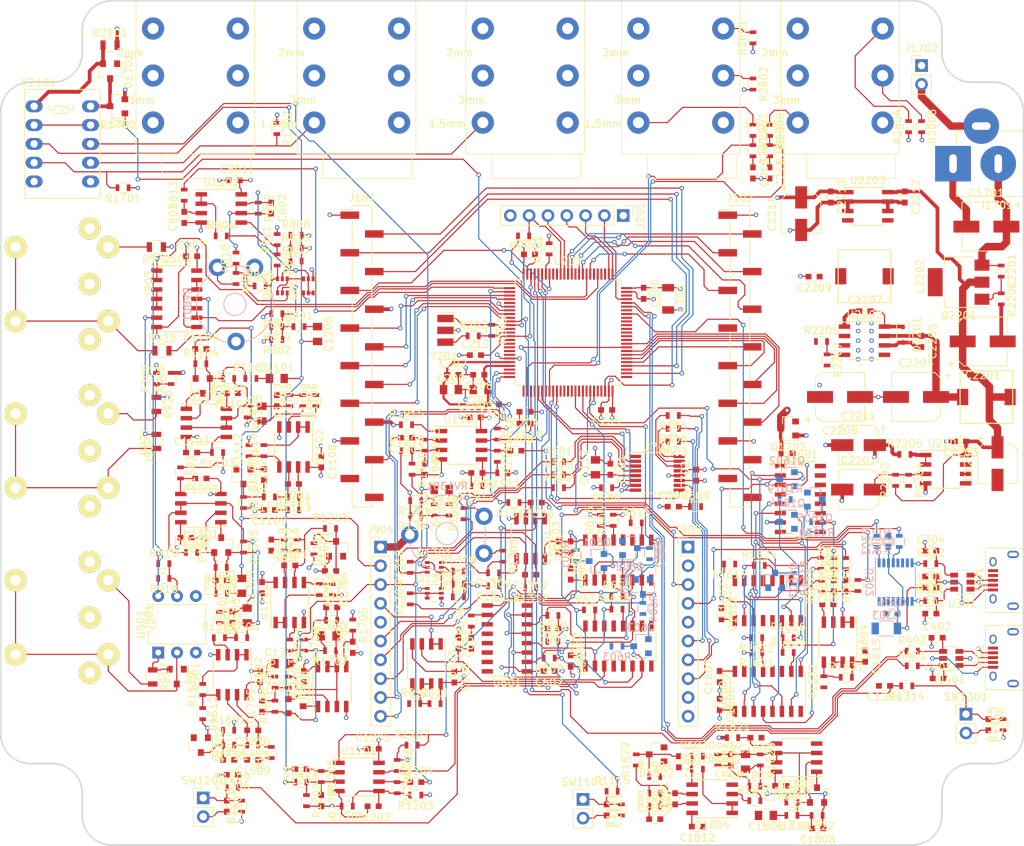
<source format=kicad_pcb>
(kicad_pcb (version 20171130) (host pcbnew "(5.1.6)-1")
  (layers (0 F.Cu signal hide) (1 In1.Cu power hide) (2 In2.Cu power) (31 B.Cu signal hide) (34 B.Paste user) (35 F.Paste user) (36 B.SilkS user) (37 F.SilkS user) (38 B.Mask user) (39 F.Mask user) (44 Edge.Cuts user))
  (net 0 "")
  (net 1 +5V)
  (net 2 GNDA)
  (net 3 +3.3VA)
  (net 4 GNDD)
  (net 5 +3V3)
  (net 6 "Net-(C301-Pad1)")
  (net 7 "Net-(C302-Pad2)")
  (net 8 /MCU/USB_UART/VBUS)
  (net 9 "Net-(C304-Pad2)")
  (net 10 "Net-(C401-Pad2)")
  (net 11 "Net-(C402-Pad2)")
  (net 12 +9V)
  (net 13 "Net-(C603-Pad2)")
  (net 14 "Net-(C603-Pad1)")
  (net 15 "Net-(C604-Pad2)")
  (net 16 "Net-(C802-Pad2)")
  (net 17 "Net-(C1101-Pad1)")
  (net 18 "Net-(C1103-Pad2)")
  (net 19 "Net-(C1104-Pad2)")
  (net 20 "Net-(C1104-Pad1)")
  (net 21 "Net-(C1105-Pad2)")
  (net 22 "Net-(C1106-Pad1)")
  (net 23 "Net-(C1201-Pad1)")
  (net 24 "Net-(C1202-Pad1)")
  (net 25 "Net-(C1203-Pad1)")
  (net 26 "Net-(C1204-Pad1)")
  (net 27 "Net-(C1302-Pad2)")
  (net 28 "Net-(C1501-Pad1)")
  (net 29 "Net-(C1503-Pad2)")
  (net 30 "Net-(C1504-Pad2)")
  (net 31 "Net-(C1504-Pad1)")
  (net 32 "Net-(C1505-Pad2)")
  (net 33 "Net-(C1506-Pad1)")
  (net 34 GNDPWR)
  (net 35 "Net-(C2201-Pad1)")
  (net 36 "Net-(C2202-Pad1)")
  (net 37 "Net-(C2204-Pad1)")
  (net 38 VCOM)
  (net 39 "Net-(D1101-Pad3)")
  (net 40 "Net-(D1501-Pad3)")
  (net 41 "Net-(D1701-Pad3)")
  (net 42 /MCU/JNTRST)
  (net 43 /MCU/JTDO_TRACESWO)
  (net 44 /MCU/JTDI)
  (net 45 /MCU/JTCK_SWCLK)
  (net 46 /MCU/JTMS_SWDIO)
  (net 47 "Net-(J1701-Pad3)")
  (net 48 GNDS)
  (net 49 /CONNECTORS/AUDIO_IN_CONN)
  (net 50 /CONNECTORS/AUDIO_OUT_CONN)
  (net 51 "Net-(Q601-Pad3)")
  (net 52 "Net-(Q602-Pad3)")
  (net 53 "Net-(Q603-Pad3)")
  (net 54 "Net-(Q604-Pad3)")
  (net 55 "Net-(R201-Pad1)")
  (net 56 "Net-(R202-Pad2)")
  (net 57 "Net-(R203-Pad1)")
  (net 58 USB_DM)
  (net 59 USB_DP)
  (net 60 /ANALOG/Digipot/POT1_1)
  (net 61 /ANALOG/Digipot/POT1_3)
  (net 62 /ANALOG/Digipot/POT2_1)
  (net 63 /ANALOG/Digipot/POT2_3)
  (net 64 /ANALOG/Digipot/POT1_2)
  (net 65 /ANALOG/Digipot/POT2_2)
  (net 66 "Net-(R605-Pad1)")
  (net 67 "Net-(Q801-Pad2)")
  (net 68 "Net-(R804-Pad1)")
  (net 69 "Net-(Q801-Pad6)")
  (net 70 "Net-(R809-Pad1)")
  (net 71 "Net-(R1108-Pad1)")
  (net 72 "Net-(R1110-Pad2)")
  (net 73 "Net-(R1110-Pad1)")
  (net 74 "Net-(Q1301-Pad2)")
  (net 75 "Net-(R1304-Pad1)")
  (net 76 "Net-(Q1301-Pad6)")
  (net 77 "Net-(R1309-Pad1)")
  (net 78 "Net-(R1508-Pad1)")
  (net 79 "Net-(R1510-Pad2)")
  (net 80 "Net-(R1510-Pad1)")
  (net 81 "Net-(Q2201-Pad1)")
  (net 82 "Net-(R2205-Pad2)")
  (net 83 "Net-(R2206-Pad2)")
  (net 84 "Net-(U603-Pad6)")
  (net 85 "Net-(C306-Pad2)")
  (net 86 /ANALOG/Digipot/~DIGIPOT_PR)
  (net 87 /ANALOG/IN_AUDIO_VCA)
  (net 88 /ANALOG/peak_detect_audio_in/Vsub)
  (net 89 /ANALOG/IN_AUDIO_PEAK)
  (net 90 /ANALOG/peak_detect_in_audio_vca/Vsub)
  (net 91 /ANALOG/IN_AUDIO_VCA_PEAK)
  (net 92 "Net-(C1609-Pad2)")
  (net 93 "Net-(C1609-Pad1)")
  (net 94 "Net-(C1610-Pad2)")
  (net 95 "Net-(C1702-Pad1)")
  (net 96 "Net-(C1704-Pad2)")
  (net 97 "Net-(C1705-Pad1)")
  (net 98 "Net-(C1705-Pad2)")
  (net 99 "Net-(C1706-Pad2)")
  (net 100 "Net-(C1707-Pad1)")
  (net 101 /ANALOG/peak_detect_out_audio/Vsub)
  (net 102 /ANALOG/OUT_AUDIO_PEAK)
  (net 103 "Net-(C1805-Pad1)")
  (net 104 "Net-(C1807-Pad2)")
  (net 105 "Net-(C1808-Pad1)")
  (net 106 "Net-(C1808-Pad2)")
  (net 107 "Net-(C1809-Pad2)")
  (net 108 "Net-(C1810-Pad1)")
  (net 109 /ANALOG/peak_detect_out_audio_vca/Vsub)
  (net 110 /ANALOG/OUT_AUDIO_VCA_PEAK)
  (net 111 "Net-(C1905-Pad1)")
  (net 112 "Net-(C1906-Pad1)")
  (net 113 "Net-(C1907-Pad1)")
  (net 114 "Net-(C1908-Pad1)")
  (net 115 "Net-(C2207-Pad1)")
  (net 116 "Net-(D1702-Pad3)")
  (net 117 "Net-(D1801-Pad3)")
  (net 118 "Net-(J301-Pad2)")
  (net 119 "Net-(J301-Pad3)")
  (net 120 "Net-(J401-Pad3)")
  (net 121 "Net-(J401-Pad2)")
  (net 122 "Net-(J401-Pad1)")
  (net 123 FF_Stab_DAC_PWM_LSB)
  (net 124 FF_Stab_DAC_PWM_MSB)
  (net 125 Ref_Stab_DAC_PWM_LSB)
  (net 126 "Net-(Q1602-Pad3)")
  (net 127 "Net-(Q1603-Pad3)")
  (net 128 "Net-(Q1604-Pad3)")
  (net 129 Ref_Stab_DAC_PWM_MSB)
  (net 130 "Net-(Q1605-Pad3)")
  (net 131 "Net-(R202-Pad1)")
  (net 132 "Net-(R301-Pad1)")
  (net 133 "Net-(R302-Pad1)")
  (net 134 "Net-(R303-Pad2)")
  (net 135 "Net-(R304-Pad2)")
  (net 136 /ANALOG/Digipot/~DIGIPOT_SHDN)
  (net 137 "Net-(R613-Pad2)")
  (net 138 "Net-(R614-Pad2)")
  (net 139 "Net-(R615-Pad2)")
  (net 140 "Net-(R616-Pad2)")
  (net 141 "Net-(Q801-Pad3)")
  (net 142 "Net-(R805-Pad1)")
  (net 143 "Net-(R806-Pad2)")
  (net 144 VCA_IN_PWM)
  (net 145 "Net-(Q1301-Pad3)")
  (net 146 "Net-(R1305-Pad1)")
  (net 147 "Net-(R1306-Pad2)")
  (net 148 VCA_OUT_PWM)
  (net 149 "Net-(R1621-Pad1)")
  (net 150 "Net-(R1623-Pad2)")
  (net 151 "Net-(R1624-Pad2)")
  (net 152 "Net-(R1625-Pad2)")
  (net 153 "Net-(R1626-Pad2)")
  (net 154 "Net-(R1710-Pad1)")
  (net 155 "Net-(R1712-Pad2)")
  (net 156 "Net-(R1712-Pad1)")
  (net 157 "Net-(R1826-Pad1)")
  (net 158 "Net-(R1828-Pad2)")
  (net 159 "Net-(R1828-Pad1)")
  (net 160 /ANALOG/freq_meas_ref/OUT_1)
  (net 161 +BATT)
  (net 162 SPI_FF_Gain_CS)
  (net 163 SPI_FF_Gain_MISO)
  (net 164 SPI_FF_Gain_SCK)
  (net 165 "Net-(U1604-Pad6)")
  (net 166 "Net-(Q801-Pad1)")
  (net 167 "Net-(Q1301-Pad1)")
  (net 168 /MCU/UART5_RX)
  (net 169 /MCU/UART5_TX)
  (net 170 "Net-(D901-Pad3)")
  (net 171 "Net-(D901-Pad2)")
  (net 172 "Net-(J901-Pad4)")
  (net 173 "Net-(J902-Pad5)")
  (net 174 "Net-(J902-Pad4)")
  (net 175 "Net-(J903-Pad4)")
  (net 176 "Net-(J903-Pad5)")
  (net 177 "Net-(R918-Pad1)")
  (net 178 "Net-(R921-Pad2)")
  (net 179 "Net-(R923-Pad2)")
  (net 180 /MCU/SW_BYPASS)
  (net 181 "Net-(C1111-Pad1)")
  (net 182 /MCU/SW_PRESET_UP)
  (net 183 "Net-(C1207-Pad1)")
  (net 184 /MCU/SW_PRESET_DOWN)
  (net 185 "Net-(C1305-Pad1)")
  (net 186 BYPASS_CMD)
  (net 187 EXP_1)
  (net 188 EXP_2)
  (net 189 /MCU/NRST)
  (net 190 AUDIO_OUT_FX)
  (net 191 AUDIO_IN_FX)
  (net 192 "Net-(J2802-Pad5)")
  (net 193 "Net-(J2802-Pad4)")
  (net 194 "Net-(J2802-Pad3)")
  (net 195 "Net-(J2803-Pad3)")
  (net 196 "Net-(J2803-Pad4)")
  (net 197 "Net-(J2803-Pad5)")
  (net 198 INPUT_CAPTURE_1)
  (net 199 INPUT_CAPTURE_2)
  (net 200 INPUT_CAPTURE_3)
  (net 201 /ANALOG/VCA_IN/CV)
  (net 202 /ANALOG/VCA_OUT/CV)
  (net 203 /ANALOG/DAC/IN_PWM_LSBn)
  (net 204 /ANALOG/DAC/IN_PWM_MSBn)
  (net 205 /ANALOG/DAC_REF/IN_PWM_LSBn)
  (net 206 /ANALOG/DAC_REF/IN_PWM_MSBn)
  (net 207 /ANALOG/DAC/IN_PWM_LSBn_BUFF)
  (net 208 /ANALOG/DAC/IN_PWM_LSB_BUFF)
  (net 209 /ANALOG/DAC/IN_PWM_MSBn_BUFF)
  (net 210 /ANALOG/DAC/IN_PWM_MSB_BUFF)
  (net 211 /ANALOG/DAC_CMD)
  (net 212 /ANALOG/DAC_CMD_REF)
  (net 213 /ANALOG/DAC_REF/IN_PWM_LSBn_BUFF)
  (net 214 /ANALOG/DAC_REF/IN_PWM_MSBn_BUFF)
  (net 215 /ANALOG/DAC_REF/IN_PWM_LSB_BUFF)
  (net 216 /ANALOG/DAC_REF/IN_PWM_MSB_BUFF)
  (net 217 "Net-(C1901-Pad1)")
  (net 218 "Net-(C1901-Pad2)")
  (net 219 "Net-(C2210-Pad2)")
  (net 220 "Net-(C2210-Pad1)")
  (net 221 "Net-(C2501-Pad2)")
  (net 222 "Net-(C2501-Pad1)")
  (net 223 "Net-(C2601-Pad1)")
  (net 224 "Net-(C2601-Pad2)")
  (net 225 /ANALOG/OUT_AUDIO_REF)
  (net 226 SPI2_MOSI)
  (net 227 DISP_LATCH)
  (net 228 ENC1_BTN)
  (net 229 ENC1__LED_GREEN)
  (net 230 ENC1_IN_CCW)
  (net 231 SPI2_SCK)
  (net 232 DISP_ENABLE)
  (net 233 ENC1__LED_RED)
  (net 234 ENC1_IN_CW)
  (net 235 ENC3_IN_CCW)
  (net 236 ENC3_LED_GREEN)
  (net 237 ENC3_BTN)
  (net 238 ENC2_IN_CCW)
  (net 239 ENC2_LED_GREEN)
  (net 240 ENC2_BTN)
  (net 241 ENC3_IN_CW)
  (net 242 ENC3_LED_RED)
  (net 243 ENC2_LED_RED)
  (net 244 "Net-(D1701-Pad2)")
  (net 245 "Net-(K2101-Pad2)")
  (net 246 "Net-(C210-Pad1)")
  (net 247 "Net-(C211-Pad1)")
  (net 248 "Net-(C1208-Pad1)")
  (net 249 "Net-(C1510-Pad1)")
  (net 250 /ANALOG/GAIN_POT_1)
  (net 251 /ANALOG/GAIN_POT_2)
  (net 252 /ANALOG/GAIN_POT_3)
  (net 253 ADC_FF_pol1)
  (net 254 ADC_FF_pol2)
  (net 255 /ANALOG/GAIN_POT_REF_3)
  (net 256 /ANALOG/GAIN_POT_REF_2)
  (net 257 /ANALOG/GAIN_POT_REF_1)
  (net 258 "Net-(Q801-Pad5)")
  (net 259 "Net-(Q802-Pad2)")
  (net 260 "Net-(Q1301-Pad5)")
  (net 261 "Net-(Q1302-Pad2)")
  (net 262 "Net-(U501-Pad12)")
  (net 263 "Net-(U501-Pad3)")
  (net 264 "Net-(R611-Pad1)")
  (net 265 "Net-(R1631-Pad1)")
  (net 266 /MCU/USART1_RX)
  (net 267 /MCU/USART1_TX)
  (net 268 /MCU/MIDI/+5V_IN)
  (net 269 ENC2_IN_CW)
  (net 270 /PSU/DCDC_VSW)
  (module TO_SOT_Packages_SMD:SOT-23 (layer B.Cu) (at 151.65 111.65 270)
    (fp_text reference Q604 (at 0 2.5 90) (layer B.SilkS) (effects (justify mirror)))
    (fp_text value DTA123Y)
    (pad 1 smd rect (at -1 0.95 270) (size 0.9 0.8) (layers B.Cu B.Paste B.Mask) (net 204 /ANALOG/DAC/IN_PWM_MSBn))
    (pad 2 smd rect (at -1 -0.95 270) (size 0.9 0.8) (layers B.Cu B.Paste B.Mask) (net 2 GNDA))
    (pad 3 smd rect (at 1 0 270) (size 0.9 0.8) (layers B.Cu B.Paste B.Mask) (net 54 "Net-(Q604-Pad3)"))
  )
  (module Diodes_SMD:D_SOD-323 (layer F.Cu) (at 186.75 77.6 270)
    (fp_text reference D2201 (at 0 -1.85 90) (layer F.SilkS))
    (fp_text value BAS3010B)
    (pad 1 smd rect (at -1.05 0 270) (size 0.6 0.45) (layers F.Cu F.Paste F.Mask) (net 270 /PSU/DCDC_VSW))
    (pad 2 smd rect (at 1.05 0 270) (size 0.6 0.45) (layers F.Cu F.Paste F.Mask) (net 4 GNDD))
  )
  (module Capacitors_SMD:C_0805 (layer F.Cu) (at 129.75 85 180)
    (fp_text reference C201 (at 0 -1.5 180) (layer F.SilkS))
    (fp_text value 1u)
    (pad 2 smd rect (at 1 0 180) (size 1 1.25) (layers F.Cu F.Paste F.Mask) (net 2 GNDA))
    (pad 1 smd rect (at -1 0 180) (size 1 1.25) (layers F.Cu F.Paste F.Mask) (net 3 +3.3VA))
  )
  (module Capacitors_SMD:C_0603 (layer F.Cu) (at 126 83)
    (fp_text reference C202 (at 0 -1.5 180) (layer F.SilkS))
    (fp_text value 10n)
    (pad 1 smd rect (at -0.75 0) (size 0.8 0.75) (layers F.Cu F.Paste F.Mask) (net 3 +3.3VA))
    (pad 2 smd rect (at 0.75 0) (size 0.8 0.75) (layers F.Cu F.Paste F.Mask) (net 2 GNDA))
  )
  (module Capacitors_SMD:C_1206 (layer F.Cu) (at 155.05 72.75 270)
    (fp_text reference C203 (at 0 -1.75 90) (layer F.SilkS))
    (fp_text value 4u7)
    (pad 2 smd rect (at 1.5 0 270) (size 1 1.6) (layers F.Cu F.Paste F.Mask) (net 4 GNDD))
    (pad 1 smd rect (at -1.5 0 270) (size 1 1.6) (layers F.Cu F.Paste F.Mask) (net 5 +3V3))
  )
  (module Capacitors_SMD:C_0603 (layer F.Cu) (at 135.75 88 180)
    (fp_text reference C204 (at 0 -1.5) (layer F.SilkS))
    (fp_text value 100n)
    (pad 1 smd rect (at -0.75 0 180) (size 0.8 0.75) (layers F.Cu F.Paste F.Mask) (net 5 +3V3))
    (pad 2 smd rect (at 0.75 0 180) (size 0.8 0.75) (layers F.Cu F.Paste F.Mask) (net 4 GNDD))
  )
  (module Capacitors_SMD:C_0603 (layer F.Cu) (at 146.75 87.75 180)
    (fp_text reference C205 (at 0 -1.5) (layer F.SilkS))
    (fp_text value 100n)
    (pad 1 smd rect (at -0.75 0 180) (size 0.8 0.75) (layers F.Cu F.Paste F.Mask) (net 5 +3V3))
    (pad 2 smd rect (at 0.75 0 180) (size 0.8 0.75) (layers F.Cu F.Paste F.Mask) (net 4 GNDD))
  )
  (module Capacitors_SMD:C_0603 (layer F.Cu) (at 151.75 72 270)
    (fp_text reference C206 (at 0 -1.5 90) (layer F.SilkS))
    (fp_text value 100n)
    (pad 2 smd rect (at 0.75 0 270) (size 0.8 0.75) (layers F.Cu F.Paste F.Mask) (net 4 GNDD))
    (pad 1 smd rect (at -0.75 0 270) (size 0.8 0.75) (layers F.Cu F.Paste F.Mask) (net 5 +3V3))
  )
  (module Capacitors_SMD:C_0603 (layer F.Cu) (at 136.35 66.75)
    (fp_text reference C207 (at 0 -1.5) (layer F.SilkS))
    (fp_text value 100n)
    (pad 1 smd rect (at -0.75 0) (size 0.8 0.75) (layers F.Cu F.Paste F.Mask) (net 5 +3V3))
    (pad 2 smd rect (at 0.75 0) (size 0.8 0.75) (layers F.Cu F.Paste F.Mask) (net 4 GNDD))
  )
  (module Capacitors_SMD:C_0603 (layer F.Cu) (at 129.5 83 180)
    (fp_text reference C208 (at 0 -1.5 180) (layer F.SilkS))
    (fp_text value 10n)
    (pad 2 smd rect (at 0.75 0 180) (size 0.8 0.75) (layers F.Cu F.Paste F.Mask) (net 2 GNDA))
    (pad 1 smd rect (at -0.75 0 180) (size 0.8 0.75) (layers F.Cu F.Paste F.Mask) (net 3 +3.3VA))
  )
  (module Capacitors_SMD:C_0805 (layer F.Cu) (at 125.75 85)
    (fp_text reference C209 (at 0 -1.5 180) (layer F.SilkS))
    (fp_text value 1u)
    (pad 2 smd rect (at 1 0) (size 1 1.25) (layers F.Cu F.Paste F.Mask) (net 2 GNDA))
    (pad 1 smd rect (at -1 0) (size 1 1.25) (layers F.Cu F.Paste F.Mask) (net 3 +3.3VA))
  )
  (module Capacitors_SMD:C_0603 (layer F.Cu) (at 190.5 110.25 180)
    (fp_text reference C301 (at 0 -1.5) (layer F.SilkS))
    (fp_text value 10n)
    (pad 2 smd rect (at 0.75 0 180) (size 0.8 0.75) (layers F.Cu F.Paste F.Mask) (net 4 GNDD))
    (pad 1 smd rect (at -0.75 0 180) (size 0.8 0.75) (layers F.Cu F.Paste F.Mask) (net 6 "Net-(C301-Pad1)"))
  )
  (module Capacitors_SMD:C_0603 (layer F.Cu) (at 190.5 115.25)
    (fp_text reference C302 (at 0 -1.5) (layer F.SilkS))
    (fp_text value 47p)
    (pad 1 smd rect (at -0.75 0) (size 0.8 0.75) (layers F.Cu F.Paste F.Mask) (net 4 GNDD))
    (pad 2 smd rect (at 0.75 0) (size 0.8 0.75) (layers F.Cu F.Paste F.Mask) (net 7 "Net-(C302-Pad2)"))
  )
  (module Capacitors_SMD:C_0603 (layer F.Cu) (at 190.5 106.75)
    (fp_text reference C304 (at 0 -1.5) (layer F.SilkS))
    (fp_text value 47p)
    (pad 2 smd rect (at 0.75 0) (size 0.8 0.75) (layers F.Cu F.Paste F.Mask) (net 9 "Net-(C304-Pad2)"))
    (pad 1 smd rect (at -0.75 0) (size 0.8 0.75) (layers F.Cu F.Paste F.Mask) (net 4 GNDD))
  )
  (module Capacitors_SMD:C_0603 (layer B.Cu) (at 185.25 115.25 180)
    (fp_text reference C305 (at 0 1.5) (layer B.SilkS) (effects (justify mirror)))
    (fp_text value 100n)
    (pad 1 smd rect (at -0.75 0 180) (size 0.8 0.75) (layers B.Cu B.Paste B.Mask) (net 8 /MCU/USB_UART/VBUS))
    (pad 2 smd rect (at 0.75 0 180) (size 0.8 0.75) (layers B.Cu B.Paste B.Mask) (net 4 GNDD))
  )
  (module Capacitors_SMD:C_0603 (layer B.Cu) (at 184.75 105.5 270)
    (fp_text reference C306 (at 0 1.5 90) (layer B.SilkS) (effects (justify mirror)))
    (fp_text value 100n)
    (pad 1 smd rect (at -0.75 0 270) (size 0.8 0.75) (layers B.Cu B.Paste B.Mask) (net 4 GNDD))
    (pad 2 smd rect (at 0.75 0 270) (size 0.8 0.75) (layers B.Cu B.Paste B.Mask) (net 85 "Net-(C306-Pad2)"))
  )
  (module Capacitors_SMD:C_0603 (layer F.Cu) (at 191.5 124)
    (fp_text reference C401 (at 0 -1.5) (layer F.SilkS))
    (fp_text value 47p)
    (pad 1 smd rect (at -0.75 0) (size 0.8 0.75) (layers F.Cu F.Paste F.Mask) (net 4 GNDD))
    (pad 2 smd rect (at 0.75 0) (size 0.8 0.75) (layers F.Cu F.Paste F.Mask) (net 10 "Net-(C401-Pad2)"))
  )
  (module Capacitors_SMD:C_0603 (layer F.Cu) (at 191.35 118.5)
    (fp_text reference C402 (at 0 -1.5) (layer F.SilkS))
    (fp_text value 47p)
    (pad 1 smd rect (at -0.75 0) (size 0.8 0.75) (layers F.Cu F.Paste F.Mask) (net 4 GNDD))
    (pad 2 smd rect (at 0.75 0) (size 0.8 0.75) (layers F.Cu F.Paste F.Mask) (net 11 "Net-(C402-Pad2)"))
  )
  (module Capacitors_SMD:C_0603 (layer F.Cu) (at 141.9 106.25 90)
    (fp_text reference C601 (at 0 -1.5 90) (layer F.SilkS))
    (fp_text value 100n)
    (pad 1 smd rect (at -0.75 0 90) (size 0.8 0.75) (layers F.Cu F.Paste F.Mask) (net 2 GNDA))
    (pad 2 smd rect (at 0.75 0 90) (size 0.8 0.75) (layers F.Cu F.Paste F.Mask) (net 12 +9V))
  )
  (module Capacitors_SMD:C_0603 (layer F.Cu) (at 141.9 109.9 270)
    (fp_text reference C602 (at 0 -1.5 90) (layer F.SilkS))
    (fp_text value 100n)
    (pad 2 smd rect (at 0.75 0 270) (size 0.8 0.75) (layers F.Cu F.Paste F.Mask) (net 5 +3V3))
    (pad 1 smd rect (at -0.75 0 270) (size 0.8 0.75) (layers F.Cu F.Paste F.Mask) (net 2 GNDA))
  )
  (module Capacitors_SMD:C_0603 (layer F.Cu) (at 139.5 117.25 180)
    (fp_text reference C603 (at 0 -1.5) (layer F.SilkS))
    (fp_text value 100n)
    (pad 2 smd rect (at 0.75 0 180) (size 0.8 0.75) (layers F.Cu F.Paste F.Mask) (net 13 "Net-(C603-Pad2)"))
    (pad 1 smd rect (at -0.75 0 180) (size 0.8 0.75) (layers F.Cu F.Paste F.Mask) (net 14 "Net-(C603-Pad1)"))
  )
  (module Capacitors_SMD:C_0603 (layer F.Cu) (at 128.5 119.25 90)
    (fp_text reference C604 (at 0 -1.5 90) (layer F.SilkS))
    (fp_text value 100n)
    (pad 1 smd rect (at -0.75 0 90) (size 0.8 0.75) (layers F.Cu F.Paste F.Mask) (net 14 "Net-(C603-Pad1)"))
    (pad 2 smd rect (at 0.75 0 90) (size 0.8 0.75) (layers F.Cu F.Paste F.Mask) (net 15 "Net-(C604-Pad2)"))
  )
  (module Capacitors_SMD:C_0603 (layer F.Cu) (at 126.75 119.25 270)
    (fp_text reference C606 (at 0 -1.5 90) (layer F.SilkS))
    (fp_text value 100n)
    (pad 2 smd rect (at 0.75 0 270) (size 0.8 0.75) (layers F.Cu F.Paste F.Mask) (net 14 "Net-(C603-Pad1)"))
    (pad 1 smd rect (at -0.75 0 270) (size 0.8 0.75) (layers F.Cu F.Paste F.Mask) (net 2 GNDA))
  )
  (module Capacitors_SMD:C_0603 (layer F.Cu) (at 139 123 180)
    (fp_text reference C607 (at 0 -1.5) (layer F.SilkS))
    (fp_text value 100n)
    (pad 2 smd rect (at 0.75 0 180) (size 0.8 0.75) (layers F.Cu F.Paste F.Mask) (net 12 +9V))
    (pad 1 smd rect (at -0.75 0 180) (size 0.8 0.75) (layers F.Cu F.Paste F.Mask) (net 2 GNDA))
  )
  (module Capacitors_SMD:C_0603 (layer F.Cu) (at 126.2 123.8 270)
    (fp_text reference C608 (at 0 -1.5 90) (layer F.SilkS))
    (fp_text value 100n)
    (pad 1 smd rect (at -0.75 0 270) (size 0.8 0.75) (layers F.Cu F.Paste F.Mask) (net 2 GNDA))
    (pad 2 smd rect (at 0.75 0 270) (size 0.8 0.75) (layers F.Cu F.Paste F.Mask) (net 12 +9V))
  )
  (module Capacitors_SMD:C_0603 (layer F.Cu) (at 147.25 95.75 270)
    (fp_text reference C701 (at 0 -1.5 90) (layer F.SilkS))
    (fp_text value 100n)
    (pad 1 smd rect (at -0.75 0 270) (size 0.8 0.75) (layers F.Cu F.Paste F.Mask) (net 2 GNDA))
    (pad 2 smd rect (at 0.75 0 270) (size 0.8 0.75) (layers F.Cu F.Paste F.Mask) (net 12 +9V))
  )
  (module Capacitors_SMD:C_0603 (layer F.Cu) (at 158.85 96.55 90)
    (fp_text reference C702 (at 0 -1.5 90) (layer F.SilkS))
    (fp_text value 100n)
    (pad 2 smd rect (at 0.75 0 90) (size 0.8 0.75) (layers F.Cu F.Paste F.Mask) (net 5 +3V3))
    (pad 1 smd rect (at -0.75 0 90) (size 0.8 0.75) (layers F.Cu F.Paste F.Mask) (net 4 GNDD))
  )
  (module Capacitors_SMD:C_0603 (layer F.Cu) (at 96.5 56.75)
    (fp_text reference C801 (at 0 -1.5) (layer F.SilkS))
    (fp_text value 100n)
    (pad 1 smd rect (at -0.75 0) (size 0.8 0.75) (layers F.Cu F.Paste F.Mask) (net 2 GNDA))
    (pad 2 smd rect (at 0.75 0) (size 0.8 0.75) (layers F.Cu F.Paste F.Mask) (net 12 +9V))
  )
  (module Capacitors_SMD:C_0603 (layer F.Cu) (at 101.5 60.5 270)
    (fp_text reference C802 (at 0 -1.5 90) (layer F.SilkS))
    (fp_text value 100p)
    (pad 2 smd rect (at 0.75 0 270) (size 0.8 0.75) (layers F.Cu F.Paste F.Mask) (net 16 "Net-(C802-Pad2)"))
    (pad 1 smd rect (at -0.75 0 270) (size 0.8 0.75) (layers F.Cu F.Paste F.Mask) (net 87 /ANALOG/IN_AUDIO_VCA))
  )
  (module Capacitors_SMD:C_0805 (layer F.Cu) (at 102.25 83.5)
    (fp_text reference C1101 (at 0 -1.5) (layer F.SilkS))
    (fp_text value 1u)
    (pad 1 smd rect (at -1 0) (size 1 1.25) (layers F.Cu F.Paste F.Mask) (net 17 "Net-(C1101-Pad1)"))
    (pad 2 smd rect (at 1 0) (size 1 1.25) (layers F.Cu F.Paste F.Mask) (net 191 AUDIO_IN_FX))
  )
  (module Capacitors_SMD:C_0603 (layer F.Cu) (at 96.25 85.5 180)
    (fp_text reference C1102 (at 0 -1.5) (layer F.SilkS))
    (fp_text value 100n)
    (pad 2 smd rect (at 0.75 0 180) (size 0.8 0.75) (layers F.Cu F.Paste F.Mask) (net 12 +9V))
    (pad 1 smd rect (at -0.75 0 180) (size 0.8 0.75) (layers F.Cu F.Paste F.Mask) (net 2 GNDA))
  )
  (module Capacitors_SMD:C_0603 (layer F.Cu) (at 90.75 93.5)
    (fp_text reference C1103 (at 0 -1.5) (layer F.SilkS))
    (fp_text value 100n)
    (pad 2 smd rect (at 0.75 0) (size 0.8 0.75) (layers F.Cu F.Paste F.Mask) (net 18 "Net-(C1103-Pad2)"))
    (pad 1 smd rect (at -0.75 0) (size 0.8 0.75) (layers F.Cu F.Paste F.Mask) (net 2 GNDA))
  )
  (module Capacitors_SMD:C_0603 (layer F.Cu) (at 92 79.5)
    (fp_text reference C1104 (at 0 -1.5) (layer F.SilkS))
    (fp_text value 100n)
    (pad 2 smd rect (at 0.75 0) (size 0.8 0.75) (layers F.Cu F.Paste F.Mask) (net 19 "Net-(C1104-Pad2)"))
    (pad 1 smd rect (at -0.75 0) (size 0.8 0.75) (layers F.Cu F.Paste F.Mask) (net 20 "Net-(C1104-Pad1)"))
  )
  (module Capacitors_SMD:C_0805 (layer F.Cu) (at 100.25 88.25 90)
    (fp_text reference C1105 (at 0 -1.5 90) (layer F.SilkS))
    (fp_text value 220n)
    (pad 1 smd rect (at -1 0 90) (size 1 1.25) (layers F.Cu F.Paste F.Mask) (net 20 "Net-(C1104-Pad1)"))
    (pad 2 smd rect (at 1 0 90) (size 1 1.25) (layers F.Cu F.Paste F.Mask) (net 21 "Net-(C1105-Pad2)"))
  )
  (module Capacitors_SMD:C_0603 (layer F.Cu) (at 102.25 86.5 270)
    (fp_text reference C1106 (at 0 -1.5 90) (layer F.SilkS))
    (fp_text value 100n)
    (pad 2 smd rect (at 0.75 0 270) (size 0.8 0.75) (layers F.Cu F.Paste F.Mask) (net 21 "Net-(C1105-Pad2)"))
    (pad 1 smd rect (at -0.75 0 270) (size 0.8 0.75) (layers F.Cu F.Paste F.Mask) (net 22 "Net-(C1106-Pad1)"))
  )
  (module Capacitors_SMD:C_0603 (layer F.Cu) (at 100.5 96.5 90)
    (fp_text reference C1107 (at 0 -1.5 90) (layer F.SilkS))
    (fp_text value 100n)
    (pad 2 smd rect (at 0.75 0 90) (size 0.8 0.75) (layers F.Cu F.Paste F.Mask) (net 2 GNDA))
    (pad 1 smd rect (at -0.75 0 90) (size 0.8 0.75) (layers F.Cu F.Paste F.Mask) (net 88 /ANALOG/peak_detect_audio_in/Vsub))
  )
  (module Capacitors_SMD:C_0603 (layer F.Cu) (at 108.25 94.75 270)
    (fp_text reference C1108 (at 0 -1.5 90) (layer F.SilkS))
    (fp_text value 100n)
    (pad 1 smd rect (at -0.75 0 270) (size 0.8 0.75) (layers F.Cu F.Paste F.Mask) (net 2 GNDA))
    (pad 2 smd rect (at 0.75 0 270) (size 0.8 0.75) (layers F.Cu F.Paste F.Mask) (net 12 +9V))
  )
  (module Capacitors_SMD:C_0603 (layer F.Cu) (at 101.25 101.25 180)
    (fp_text reference C1109 (at 0 -1.5) (layer F.SilkS))
    (fp_text value 100n)
    (pad 1 smd rect (at -0.75 0 180) (size 0.8 0.75) (layers F.Cu F.Paste F.Mask) (net 89 /ANALOG/IN_AUDIO_PEAK))
    (pad 2 smd rect (at 0.75 0 180) (size 0.8 0.75) (layers F.Cu F.Paste F.Mask) (net 2 GNDA))
  )
  (module Capacitors_SMD:C_0603 (layer F.Cu) (at 108.25 140.5 270)
    (fp_text reference C1201 (at 0 -1.5 90) (layer F.SilkS))
    (fp_text value 100n)
    (pad 1 smd rect (at -0.75 0 270) (size 0.8 0.75) (layers F.Cu F.Paste F.Mask) (net 23 "Net-(C1201-Pad1)"))
    (pad 2 smd rect (at 0.75 0 270) (size 0.8 0.75) (layers F.Cu F.Paste F.Mask) (net 2 GNDA))
  )
  (module Capacitors_SMD:C_0603 (layer F.Cu) (at 115.25 141.25 180)
    (fp_text reference C1202 (at 0 -1.5) (layer F.SilkS))
    (fp_text value 100n)
    (pad 2 smd rect (at 0.75 0 180) (size 0.8 0.75) (layers F.Cu F.Paste F.Mask) (net 2 GNDA))
    (pad 1 smd rect (at -0.75 0 180) (size 0.8 0.75) (layers F.Cu F.Paste F.Mask) (net 24 "Net-(C1202-Pad1)"))
  )
  (module Capacitors_SMD:C_0603 (layer F.Cu) (at 105.5 136.25 180)
    (fp_text reference C1203 (at 0 -1.5) (layer F.SilkS))
    (fp_text value 100n)
    (pad 2 smd rect (at 0.75 0 180) (size 0.8 0.75) (layers F.Cu F.Paste F.Mask) (net 191 AUDIO_IN_FX))
    (pad 1 smd rect (at -0.75 0 180) (size 0.8 0.75) (layers F.Cu F.Paste F.Mask) (net 25 "Net-(C1203-Pad1)"))
  )
  (module Capacitors_SMD:C_0603 (layer F.Cu) (at 121 138)
    (fp_text reference C1204 (at 0 -1.5) (layer F.SilkS))
    (fp_text value 100n)
    (pad 2 smd rect (at 0.75 0) (size 0.8 0.75) (layers F.Cu F.Paste F.Mask) (net 190 AUDIO_OUT_FX))
    (pad 1 smd rect (at -0.75 0) (size 0.8 0.75) (layers F.Cu F.Paste F.Mask) (net 26 "Net-(C1204-Pad1)"))
  )
  (module Capacitors_SMD:C_0603 (layer F.Cu) (at 115.25 133.5)
    (fp_text reference C1205 (at 0 -1.5) (layer F.SilkS))
    (fp_text value 100n)
    (pad 2 smd rect (at 0.75 0) (size 0.8 0.75) (layers F.Cu F.Paste F.Mask) (net 12 +9V))
    (pad 1 smd rect (at -0.75 0) (size 0.8 0.75) (layers F.Cu F.Paste F.Mask) (net 2 GNDA))
  )
  (module Capacitors_SMD:C_0603 (layer F.Cu) (at 140.25 106.25 90)
    (fp_text reference C1301 (at 0 -1.5 90) (layer F.SilkS))
    (fp_text value 100n)
    (pad 1 smd rect (at -0.75 0 90) (size 0.8 0.75) (layers F.Cu F.Paste F.Mask) (net 2 GNDA))
    (pad 2 smd rect (at 0.75 0 90) (size 0.8 0.75) (layers F.Cu F.Paste F.Mask) (net 12 +9V))
  )
  (module Capacitors_SMD:C_0603 (layer F.Cu) (at 136.5 110 180)
    (fp_text reference C1302 (at 0 -1.5) (layer F.SilkS))
    (fp_text value 100p)
    (pad 2 smd rect (at 0.75 0 180) (size 0.8 0.75) (layers F.Cu F.Paste F.Mask) (net 27 "Net-(C1302-Pad2)"))
    (pad 1 smd rect (at -0.75 0 180) (size 0.8 0.75) (layers F.Cu F.Paste F.Mask) (net 190 AUDIO_OUT_FX))
  )
  (module Capacitors_SMD:C_0805 (layer F.Cu) (at 97.5 111.5 90)
    (fp_text reference C1501 (at 0 -1.5 90) (layer F.SilkS))
    (fp_text value 1u)
    (pad 1 smd rect (at -1 0 90) (size 1 1.25) (layers F.Cu F.Paste F.Mask) (net 28 "Net-(C1501-Pad1)"))
    (pad 2 smd rect (at 1 0 90) (size 1 1.25) (layers F.Cu F.Paste F.Mask) (net 87 /ANALOG/IN_AUDIO_VCA))
  )
  (module Capacitors_SMD:C_0603 (layer F.Cu) (at 90 105 180)
    (fp_text reference C1502 (at 0 -1.5) (layer F.SilkS))
    (fp_text value 100n)
    (pad 2 smd rect (at 0.75 0 180) (size 0.8 0.75) (layers F.Cu F.Paste F.Mask) (net 12 +9V))
    (pad 1 smd rect (at -0.75 0 180) (size 0.8 0.75) (layers F.Cu F.Paste F.Mask) (net 2 GNDA))
  )
  (module Capacitors_SMD:C_0603 (layer F.Cu) (at 92 97 180)
    (fp_text reference C1503 (at 0 -1.5) (layer F.SilkS))
    (fp_text value 100n)
    (pad 2 smd rect (at 0.75 0 180) (size 0.8 0.75) (layers F.Cu F.Paste F.Mask) (net 29 "Net-(C1503-Pad2)"))
    (pad 1 smd rect (at -0.75 0 180) (size 0.8 0.75) (layers F.Cu F.Paste F.Mask) (net 2 GNDA))
  )
  (module Capacitors_SMD:C_0603 (layer F.Cu) (at 94.75 110.75 180)
    (fp_text reference C1504 (at 0 -1.5) (layer F.SilkS))
    (fp_text value 100n)
    (pad 2 smd rect (at 0.75 0 180) (size 0.8 0.75) (layers F.Cu F.Paste F.Mask) (net 30 "Net-(C1504-Pad2)"))
    (pad 1 smd rect (at -0.75 0 180) (size 0.8 0.75) (layers F.Cu F.Paste F.Mask) (net 31 "Net-(C1504-Pad1)"))
  )
  (module Capacitors_SMD:C_0805 (layer F.Cu) (at 98.25 115.5 90)
    (fp_text reference C1505 (at 0 -1.5 90) (layer F.SilkS))
    (fp_text value 220n)
    (pad 2 smd rect (at 1 0 90) (size 1 1.25) (layers F.Cu F.Paste F.Mask) (net 32 "Net-(C1505-Pad2)"))
    (pad 1 smd rect (at -1 0 90) (size 1 1.25) (layers F.Cu F.Paste F.Mask) (net 31 "Net-(C1504-Pad1)"))
  )
  (module Capacitors_SMD:C_0603 (layer F.Cu) (at 96.25 115.75 90)
    (fp_text reference C1506 (at 0 -1.5 90) (layer F.SilkS))
    (fp_text value 100n)
    (pad 2 smd rect (at 0.75 0 90) (size 0.8 0.75) (layers F.Cu F.Paste F.Mask) (net 32 "Net-(C1505-Pad2)"))
    (pad 1 smd rect (at -0.75 0 90) (size 0.8 0.75) (layers F.Cu F.Paste F.Mask) (net 33 "Net-(C1506-Pad1)"))
  )
  (module Capacitors_SMD:C_0603 (layer F.Cu) (at 95.75 135)
    (fp_text reference C1507 (at 0 -1.5) (layer F.SilkS))
    (fp_text value 100n)
    (pad 1 smd rect (at -0.75 0) (size 0.8 0.75) (layers F.Cu F.Paste F.Mask) (net 90 /ANALOG/peak_detect_in_audio_vca/Vsub))
    (pad 2 smd rect (at 0.75 0) (size 0.8 0.75) (layers F.Cu F.Paste F.Mask) (net 2 GNDA))
  )
  (module Capacitors_SMD:C_0603 (layer F.Cu) (at 100 123.75 270)
    (fp_text reference C1508 (at 0 -1.5 90) (layer F.SilkS))
    (fp_text value 100n)
    (pad 1 smd rect (at -0.75 0 270) (size 0.8 0.75) (layers F.Cu F.Paste F.Mask) (net 2 GNDA))
    (pad 2 smd rect (at 0.75 0 270) (size 0.8 0.75) (layers F.Cu F.Paste F.Mask) (net 12 +9V))
  )
  (module Capacitors_SMD:C_0603 (layer F.Cu) (at 99 135 180)
    (fp_text reference C1509 (at 0 -1.5) (layer F.SilkS))
    (fp_text value 100n)
    (pad 2 smd rect (at 0.75 0 180) (size 0.8 0.75) (layers F.Cu F.Paste F.Mask) (net 2 GNDA))
    (pad 1 smd rect (at -0.75 0 180) (size 0.8 0.75) (layers F.Cu F.Paste F.Mask) (net 91 /ANALOG/IN_AUDIO_VCA_PEAK))
  )
  (module Capacitors_SMD:CP_Elec_6.3x4.5 (layer F.Cu) (at 197.5 78.5)
    (fp_text reference C2201 (at 0 4.56) (layer F.SilkS))
    (fp_text value 100uF/25V)
    (fp_text user + (at -4.28 2.96) (layer F.SilkS))
    (pad 2 smd rect (at 2.7 0 180) (size 3.5 1.6) (layers F.Cu F.Paste F.Mask) (net 4 GNDD))
    (pad 1 smd rect (at -2.7 0 180) (size 3.5 1.6) (layers F.Cu F.Paste F.Mask) (net 35 "Net-(C2201-Pad1)"))
  )
  (module Capacitors_SMD:C_0603 (layer F.Cu) (at 194.5 92 180)
    (fp_text reference C2203 (at 0 -1.5) (layer F.SilkS))
    (fp_text value 100nF)
    (pad 1 smd rect (at -0.75 0 180) (size 0.8 0.75) (layers F.Cu F.Paste F.Mask) (net 35 "Net-(C2201-Pad1)"))
    (pad 2 smd rect (at 0.75 0 180) (size 0.8 0.75) (layers F.Cu F.Paste F.Mask) (net 2 GNDA))
  )
  (module Capacitors_SMD:CP_Elec_6.3x4.5 (layer F.Cu) (at 188.5 86 180)
    (fp_text reference C2204 (at 0 4.56) (layer F.SilkS))
    (fp_text value 100uF/25V)
    (fp_text user + (at -4.28 2.96) (layer F.SilkS))
    (pad 1 smd rect (at -2.7 0) (size 3.5 1.6) (layers F.Cu F.Paste F.Mask) (net 37 "Net-(C2204-Pad1)"))
    (pad 2 smd rect (at 2.7 0) (size 3.5 1.6) (layers F.Cu F.Paste F.Mask) (net 4 GNDD))
  )
  (module Capacitors_SMD:C_0603 (layer F.Cu) (at 189.25 78.5 270)
    (fp_text reference C2205 (at 0 -1.5 90) (layer F.SilkS))
    (fp_text value 100nF)
    (pad 1 smd rect (at -0.75 0 270) (size 0.8 0.75) (layers F.Cu F.Paste F.Mask) (net 37 "Net-(C2204-Pad1)"))
    (pad 2 smd rect (at 0.75 0 270) (size 0.8 0.75) (layers F.Cu F.Paste F.Mask) (net 4 GNDD))
  )
  (module Capacitors_SMD:C_0603 (layer F.Cu) (at 181.6 74.4)
    (fp_text reference C2207 (at 0 -1.5) (layer F.SilkS))
    (fp_text value 10nF)
    (pad 2 smd rect (at 0.75 0) (size 0.8 0.75) (layers F.Cu F.Paste F.Mask) (net 270 /PSU/DCDC_VSW))
    (pad 1 smd rect (at -0.75 0) (size 0.8 0.75) (layers F.Cu F.Paste F.Mask) (net 115 "Net-(C2207-Pad1)"))
  )
  (module Capacitors_SMD:CP_Elec_6.3x4.5 (layer F.Cu) (at 178.25 86)
    (fp_text reference C2208 (at 0 4.56) (layer F.SilkS))
    (fp_text value 100uF/25V)
    (fp_text user + (at -4.28 2.96) (layer F.SilkS))
    (pad 2 smd rect (at 2.7 0 180) (size 3.5 1.6) (layers F.Cu F.Paste F.Mask) (net 4 GNDD))
    (pad 1 smd rect (at -2.7 0 180) (size 3.5 1.6) (layers F.Cu F.Paste F.Mask) (net 5 +3V3))
  )
  (module Capacitors_SMD:C_0603 (layer F.Cu) (at 174.75 69.75 180)
    (fp_text reference C2209 (at 0 -1.5) (layer F.SilkS))
    (fp_text value 100nF)
    (pad 1 smd rect (at -0.75 0 180) (size 0.8 0.75) (layers F.Cu F.Paste F.Mask) (net 5 +3V3))
    (pad 2 smd rect (at 0.75 0 180) (size 0.8 0.75) (layers F.Cu F.Paste F.Mask) (net 4 GNDD))
  )
  (module TO_SOT_Packages_SMD:SOT-23 (layer F.Cu) (at 92.25 84.5 270)
    (fp_text reference D1101 (at 0 -2.5 90) (layer F.SilkS))
    (fp_text value BAV23S)
    (pad 1 smd rect (at -1 -0.95 270) (size 0.9 0.8) (layers F.Cu F.Paste F.Mask) (net 19 "Net-(C1104-Pad2)"))
    (pad 2 smd rect (at -1 0.95 270) (size 0.9 0.8) (layers F.Cu F.Paste F.Mask) (net 20 "Net-(C1104-Pad1)"))
    (pad 3 smd rect (at 1 0 270) (size 0.9 0.8) (layers F.Cu F.Paste F.Mask) (net 39 "Net-(D1101-Pad3)"))
  )
  (module TO_SOT_Packages_SMD:SOT-23 (layer F.Cu) (at 94.75 106 90)
    (fp_text reference D1501 (at 0 -2.5 90) (layer F.SilkS))
    (fp_text value BAV23S)
    (pad 3 smd rect (at 1 0 90) (size 0.9 0.8) (layers F.Cu F.Paste F.Mask) (net 40 "Net-(D1501-Pad3)"))
    (pad 2 smd rect (at -1 0.95 90) (size 0.9 0.8) (layers F.Cu F.Paste F.Mask) (net 31 "Net-(C1504-Pad1)"))
    (pad 1 smd rect (at -1 -0.95 90) (size 0.9 0.8) (layers F.Cu F.Paste F.Mask) (net 30 "Net-(C1504-Pad2)"))
  )
  (module TO_SOT_Packages_SMD:SOT-23 (layer F.Cu) (at 79.75 42 270)
    (fp_text reference D1701 (at 0 -2.5 90) (layer F.SilkS))
    (fp_text value BAV23S)
    (pad 1 smd rect (at -1 -0.95 270) (size 0.9 0.8) (layers F.Cu F.Paste F.Mask))
    (pad 2 smd rect (at -1 0.95 270) (size 0.9 0.8) (layers F.Cu F.Paste F.Mask) (net 244 "Net-(D1701-Pad2)"))
    (pad 3 smd rect (at 1 0 270) (size 0.9 0.8) (layers F.Cu F.Paste F.Mask) (net 41 "Net-(D1701-Pad3)"))
  )
  (module Pin_Headers:Pin_Header_Straight_1x07_Pitch2.54mm (layer F.Cu) (at 149 61.5 270)
    (fp_text reference J201 (at 0 -2.33 90) (layer F.SilkS))
    (fp_text value Conn_MCU_SWD)
    (pad 7 thru_hole oval (at 0 15.24 270) (size 1.7 1.7) (drill 1) (layers *.Cu *.Mask) (net 4 GNDD))
    (pad 6 thru_hole oval (at 0 12.7 270) (size 1.7 1.7) (drill 1) (layers *.Cu *.Mask) (net 42 /MCU/JNTRST))
    (pad 5 thru_hole oval (at 0 10.16 270) (size 1.7 1.7) (drill 1) (layers *.Cu *.Mask) (net 43 /MCU/JTDO_TRACESWO))
    (pad 4 thru_hole oval (at 0 7.62 270) (size 1.7 1.7) (drill 1) (layers *.Cu *.Mask) (net 44 /MCU/JTDI))
    (pad 3 thru_hole oval (at 0 5.08 270) (size 1.7 1.7) (drill 1) (layers *.Cu *.Mask) (net 45 /MCU/JTCK_SWCLK))
    (pad 2 thru_hole oval (at 0 2.54 270) (size 1.7 1.7) (drill 1) (layers *.Cu *.Mask) (net 46 /MCU/JTMS_SWDIO))
    (pad 1 thru_hole rect (at 0 0 270) (size 1.7 1.7) (drill 1) (layers *.Cu *.Mask) (net 5 +3V3))
  )
  (module Connect:USB_Micro-B (layer F.Cu) (at 200.25 110.75 90)
    (fp_text reference J301 (at 0 -3.24 90) (layer F.SilkS))
    (fp_text value USB_B_Micro)
    (pad 1 smd rect (at -1.3 -1.35 180) (size 1.35 0.4) (layers F.Cu F.Paste F.Mask) (net 6 "Net-(C301-Pad1)"))
    (pad 2 smd rect (at -0.65 -1.35 180) (size 1.35 0.4) (layers F.Cu F.Paste F.Mask) (net 118 "Net-(J301-Pad2)"))
    (pad 3 smd rect (at 0 -1.35 180) (size 1.35 0.4) (layers F.Cu F.Paste F.Mask) (net 119 "Net-(J301-Pad3)"))
    (pad 4 smd rect (at 0.65 -1.35 180) (size 1.35 0.4) (layers F.Cu F.Paste F.Mask) (net 4 GNDD))
    (pad 5 smd rect (at 1.3 -1.35 180) (size 1.35 0.4) (layers F.Cu F.Paste F.Mask) (net 4 GNDD))
    (pad 6 thru_hole oval (at -2.5 -1.35 180) (size 0.95 1.25) (drill oval 0.55 0.85) (layers *.Cu *.Mask) (net 4 GNDD))
    (pad 6 thru_hole oval (at 2.5 -1.35 180) (size 0.95 1.25) (drill oval 0.55 0.85) (layers *.Cu *.Mask) (net 4 GNDD))
    (pad 6 thru_hole oval (at -3.5 1.35 180) (size 1.55 1) (drill oval 1.15 0.5) (layers *.Cu *.Mask) (net 4 GNDD))
    (pad 6 thru_hole oval (at 3.5 1.35 180) (size 1.55 1) (drill oval 1.15 0.5) (layers *.Cu *.Mask) (net 4 GNDD))
  )
  (module Connect:USB_Micro-B (layer F.Cu) (at 200.25 121.194999 90)
    (fp_text reference J401 (at 0 -3.24 90) (layer F.SilkS))
    (fp_text value USB_B_Micro)
    (pad 6 thru_hole oval (at 3.5 1.35 180) (size 1.55 1) (drill oval 1.15 0.5) (layers *.Cu *.Mask) (net 4 GNDD))
    (pad 6 thru_hole oval (at -3.5 1.35 180) (size 1.55 1) (drill oval 1.15 0.5) (layers *.Cu *.Mask) (net 4 GNDD))
    (pad 6 thru_hole oval (at 2.5 -1.35 180) (size 0.95 1.25) (drill oval 0.55 0.85) (layers *.Cu *.Mask) (net 4 GNDD))
    (pad 6 thru_hole oval (at -2.5 -1.35 180) (size 0.95 1.25) (drill oval 0.55 0.85) (layers *.Cu *.Mask) (net 4 GNDD))
    (pad 5 smd rect (at 1.3 -1.35 180) (size 1.35 0.4) (layers F.Cu F.Paste F.Mask) (net 4 GNDD))
    (pad 4 smd rect (at 0.65 -1.35 180) (size 1.35 0.4) (layers F.Cu F.Paste F.Mask) (net 4 GNDD))
    (pad 3 smd rect (at 0 -1.35 180) (size 1.35 0.4) (layers F.Cu F.Paste F.Mask) (net 120 "Net-(J401-Pad3)"))
    (pad 2 smd rect (at -0.65 -1.35 180) (size 1.35 0.4) (layers F.Cu F.Paste F.Mask) (net 121 "Net-(J401-Pad2)"))
    (pad 1 smd rect (at -1.3 -1.35 180) (size 1.35 0.4) (layers F.Cu F.Paste F.Mask) (net 122 "Net-(J401-Pad1)"))
  )
  (module Connect:JACK_ALIM (layer F.Cu) (at 193.5 54.5 180)
    (fp_text reference J1701 (at -5.84 -5.59) (layer F.SilkS))
    (fp_text value Barrel_Jack_Switch)
    (pad 3 thru_hole circle (at -3.81 5.08 180) (size 4.8 4.8) (drill oval 2.54 1.02) (layers *.Cu *.Mask) (net 47 "Net-(J1701-Pad3)"))
    (pad 1 thru_hole rect (at 0 0 180) (size 4.8 4.8) (drill oval 1.02 2.54) (layers *.Cu *.Mask) (net 34 GNDPWR))
    (pad 2 thru_hole circle (at -6.1 0 180) (size 4.8 4.8) (drill oval 1.02 2.54) (layers *.Cu *.Mask) (net 161 +BATT))
  )
  (module Pin_Headers:Pin_Header_Straight_1x02_Pitch2.54mm (layer F.Cu) (at 189.25 41.25)
    (fp_text reference J1702 (at 0 -2.33) (layer F.SilkS))
    (fp_text value Conn_Battery)
    (pad 2 thru_hole oval (at 0 2.54) (size 1.7 1.7) (drill 1) (layers *.Cu *.Mask) (net 47 "Net-(J1701-Pad3)"))
    (pad 1 thru_hole rect (at 0 0) (size 1.7 1.7) (drill 1) (layers *.Cu *.Mask) (net 48 GNDS))
  )
  (module Capacitors_SMD:C_0603 (layer F.Cu) (at 131.5 87 180)
    (fp_text reference L201 (at 0 -1.5 180) (layer F.SilkS))
    (fp_text value BLMxxx)
    (pad 1 smd rect (at -0.75 0 180) (size 0.8 0.75) (layers F.Cu F.Paste F.Mask) (net 5 +3V3))
    (pad 2 smd rect (at 0.75 0 180) (size 0.8 0.75) (layers F.Cu F.Paste F.Mask) (net 3 +3.3VA))
  )
  (module Capacitors_SMD:C_0603 (layer F.Cu) (at 190.5 111.75)
    (fp_text reference L301 (at 0 -1.5) (layer F.SilkS))
    (fp_text value L_Core_Ferrite_Small)
    (pad 1 smd rect (at -0.75 0) (size 0.8 0.75) (layers F.Cu F.Paste F.Mask) (net 8 /MCU/USB_UART/VBUS))
    (pad 2 smd rect (at 0.75 0) (size 0.8 0.75) (layers F.Cu F.Paste F.Mask) (net 6 "Net-(C301-Pad1)"))
  )
  (module flax_lib:L_TDK_SLF7045 (layer F.Cu) (at 198 86 90)
    (fp_text reference L2201 (at 0 7.5 90) (layer F.SilkS))
    (fp_text value 100u)
    (pad 2 smd rect (at 0 -3.2 90) (size 2.2 1.5) (layers F.Cu F.Paste F.Mask) (net 37 "Net-(C2204-Pad1)"))
    (pad 1 smd rect (at 0 3.2 90) (size 2.2 1.5) (layers F.Cu F.Paste F.Mask) (net 35 "Net-(C2201-Pad1)"))
  )
  (module flax_lib:L_TDK_SLF7045 (layer F.Cu) (at 181.55 69.7 90)
    (fp_text reference L2202 (at 0 7.5 90) (layer F.SilkS))
    (fp_text value 100u)
    (pad 1 smd rect (at 0 3.2 90) (size 2.2 1.5) (layers F.Cu F.Paste F.Mask) (net 270 /PSU/DCDC_VSW))
    (pad 2 smd rect (at 0 -3.2 90) (size 2.2 1.5) (layers F.Cu F.Paste F.Mask) (net 5 +3V3))
  )
  (module Oddities:NetTie-II (layer F.Cu) (at 222.03949 93.72949)
    (fp_text reference NT101 (at -0.04064 4.06908) (layer F.SilkS))
    (fp_text value Net-Tie_2)
    (pad 3 thru_hole rect (at 3.81 0) (size 1.99898 1.99898) (drill 1.00076) (layers *.Cu *.Mask))
    (pad 2 thru_hole rect (at 0 0) (size 1.99898 1.99898) (drill 1.00076) (layers *.Cu *.Mask) (net 34 GNDPWR))
    (pad 1 thru_hole rect (at -3.81 0) (size 1.99898 1.99898) (drill 1.00076) (layers *.Cu *.Mask) (net 2 GNDA))
  )
  (module Oddities:NetTie-II (layer F.Cu) (at 222.03949 96.71949)
    (fp_text reference NT102 (at -0.04064 4.06908) (layer F.SilkS))
    (fp_text value Net-Tie_2)
    (pad 1 thru_hole rect (at -3.81 0) (size 1.99898 1.99898) (drill 1.00076) (layers *.Cu *.Mask) (net 34 GNDPWR))
    (pad 2 thru_hole rect (at 0 0) (size 1.99898 1.99898) (drill 1.00076) (layers *.Cu *.Mask) (net 4 GNDD))
    (pad 3 thru_hole rect (at 3.81 0) (size 1.99898 1.99898) (drill 1.00076) (layers *.Cu *.Mask))
  )
  (module TO_SOT_Packages_SMD:SOT-23 (layer B.Cu) (at 145.4 108.15 180)
    (fp_text reference Q601 (at 0 2.5) (layer B.SilkS) (effects (justify mirror)))
    (fp_text value DTA123Y)
    (pad 3 smd rect (at 1 0 180) (size 0.9 0.8) (layers B.Cu B.Paste B.Mask) (net 51 "Net-(Q601-Pad3)"))
    (pad 2 smd rect (at -1 -0.95 180) (size 0.9 0.8) (layers B.Cu B.Paste B.Mask) (net 2 GNDA))
    (pad 1 smd rect (at -1 0.95 180) (size 0.9 0.8) (layers B.Cu B.Paste B.Mask) (net 123 FF_Stab_DAC_PWM_LSB))
  )
  (module TO_SOT_Packages_SMD:SOT-23 (layer B.Cu) (at 149.9 106.4)
    (fp_text reference Q602 (at 0 2.5) (layer B.SilkS) (effects (justify mirror)))
    (fp_text value DTA123Y)
    (pad 3 smd rect (at 1 0) (size 0.9 0.8) (layers B.Cu B.Paste B.Mask) (net 52 "Net-(Q602-Pad3)"))
    (pad 2 smd rect (at -1 -0.95) (size 0.9 0.8) (layers B.Cu B.Paste B.Mask) (net 2 GNDA))
    (pad 1 smd rect (at -1 0.95) (size 0.9 0.8) (layers B.Cu B.Paste B.Mask) (net 203 /ANALOG/DAC/IN_PWM_LSBn))
  )
  (module TO_SOT_Packages_SMD:SOT-23 (layer B.Cu) (at 151.4 119.65 180)
    (fp_text reference Q603 (at 0 2.5) (layer B.SilkS) (effects (justify mirror)))
    (fp_text value DTA123Y)
    (pad 1 smd rect (at -1 0.95 180) (size 0.9 0.8) (layers B.Cu B.Paste B.Mask) (net 124 FF_Stab_DAC_PWM_MSB))
    (pad 2 smd rect (at -1 -0.95 180) (size 0.9 0.8) (layers B.Cu B.Paste B.Mask) (net 2 GNDA))
    (pad 3 smd rect (at 1 0 180) (size 0.9 0.8) (layers B.Cu B.Paste B.Mask) (net 53 "Net-(Q603-Pad3)"))
  )
  (module TO_SOT_Packages_SMD:SOT-23 (layer F.Cu) (at 80.75 46.75 180)
    (fp_text reference Q1701 (at 0 -2.5) (layer F.SilkS))
    (fp_text value DTC114Y)
    (pad 3 smd rect (at 1 0 180) (size 0.9 0.8) (layers F.Cu F.Paste F.Mask) (net 41 "Net-(D1701-Pad3)"))
    (pad 2 smd rect (at -1 0.95 180) (size 0.9 0.8) (layers F.Cu F.Paste F.Mask) (net 34 GNDPWR))
    (pad 1 smd rect (at -1 -0.95 180) (size 0.9 0.8) (layers F.Cu F.Paste F.Mask) (net 186 BYPASS_CMD))
  )
  (module TO_SOT_Packages_SMD:SOT-23 (layer F.Cu) (at 171.25 90.25 180)
    (fp_text reference Q1702 (at 0 -2.5) (layer F.SilkS))
    (fp_text value DTA114E)
    (pad 3 smd rect (at 1 0 180) (size 0.9 0.8) (layers F.Cu F.Paste F.Mask) (net 12 +9V))
    (pad 2 smd rect (at -1 0.95 180) (size 0.9 0.8) (layers F.Cu F.Paste F.Mask) (net 161 +BATT))
    (pad 1 smd rect (at -1 -0.95 180) (size 0.9 0.8) (layers F.Cu F.Paste F.Mask) (net 2 GNDA))
  )
  (module Resistors_SMD:R_0603 (layer F.Cu) (at 139 66 90)
    (fp_text reference R201 (at 0 -1.45 90) (layer F.SilkS))
    (fp_text value 10k)
    (pad 2 smd rect (at 0.75 0 90) (size 0.5 0.9) (layers F.Cu F.Paste F.Mask) (net 4 GNDD))
    (pad 1 smd rect (at -0.75 0 90) (size 0.5 0.9) (layers F.Cu F.Paste F.Mask) (net 55 "Net-(R201-Pad1)"))
  )
  (module Resistors_SMD:R_0603 (layer F.Cu) (at 128.75 77.75)
    (fp_text reference R202 (at 0 -1.45) (layer F.SilkS))
    (fp_text value 390)
    (pad 2 smd rect (at 0.75 0) (size 0.5 0.9) (layers F.Cu F.Paste F.Mask) (net 56 "Net-(R202-Pad2)"))
    (pad 1 smd rect (at -0.75 0) (size 0.5 0.9) (layers F.Cu F.Paste F.Mask) (net 131 "Net-(R202-Pad1)"))
  )
  (module Resistors_SMD:R_0603 (layer F.Cu) (at 131.25 77 270)
    (fp_text reference R203 (at 0 -1.45 90) (layer F.SilkS))
    (fp_text value 1M)
    (pad 2 smd rect (at 0.75 0 270) (size 0.5 0.9) (layers F.Cu F.Paste F.Mask) (net 56 "Net-(R202-Pad2)"))
    (pad 1 smd rect (at -0.75 0 270) (size 0.5 0.9) (layers F.Cu F.Paste F.Mask) (net 57 "Net-(R203-Pad1)"))
  )
  (module Resistors_SMD:R_0603 (layer F.Cu) (at 190.5 113.5)
    (fp_text reference R301 (at 0 -1.45) (layer F.SilkS))
    (fp_text value 27)
    (pad 1 smd rect (at -0.75 0) (size 0.5 0.9) (layers F.Cu F.Paste F.Mask) (net 132 "Net-(R301-Pad1)"))
    (pad 2 smd rect (at 0.75 0) (size 0.5 0.9) (layers F.Cu F.Paste F.Mask) (net 7 "Net-(C302-Pad2)"))
  )
  (module Resistors_SMD:R_0603 (layer F.Cu) (at 190.5 108.5)
    (fp_text reference R302 (at 0 -1.45) (layer F.SilkS))
    (fp_text value 27)
    (pad 2 smd rect (at 0.75 0) (size 0.5 0.9) (layers F.Cu F.Paste F.Mask) (net 9 "Net-(C304-Pad2)"))
    (pad 1 smd rect (at -0.75 0) (size 0.5 0.9) (layers F.Cu F.Paste F.Mask) (net 133 "Net-(R302-Pad1)"))
  )
  (module Resistors_SMD:R_0603 (layer B.Cu) (at 183.25 105.5 270)
    (fp_text reference R303 (at 0 1.45 270) (layer B.SilkS) (effects (justify mirror)))
    (fp_text value 27)
    (pad 1 smd rect (at -0.75 0 270) (size 0.5 0.9) (layers B.Cu B.Paste B.Mask) (net 267 /MCU/USART1_TX))
    (pad 2 smd rect (at 0.75 0 270) (size 0.5 0.9) (layers B.Cu B.Paste B.Mask) (net 134 "Net-(R303-Pad2)"))
  )
  (module Resistors_SMD:R_0603 (layer B.Cu) (at 186.25 105.5 270)
    (fp_text reference R304 (at 0 1.45 90) (layer B.SilkS) (effects (justify mirror)))
    (fp_text value 27)
    (pad 2 smd rect (at 0.75 0 270) (size 0.5 0.9) (layers B.Cu B.Paste B.Mask) (net 135 "Net-(R304-Pad2)"))
    (pad 1 smd rect (at -0.75 0 270) (size 0.5 0.9) (layers B.Cu B.Paste B.Mask) (net 266 /MCU/USART1_RX))
  )
  (module Resistors_SMD:R_0603 (layer F.Cu) (at 188 122.3)
    (fp_text reference R401 (at 0 -1.45) (layer F.SilkS))
    (fp_text value 27)
    (pad 2 smd rect (at 0.75 0) (size 0.5 0.9) (layers F.Cu F.Paste F.Mask) (net 10 "Net-(C401-Pad2)"))
    (pad 1 smd rect (at -0.75 0) (size 0.5 0.9) (layers F.Cu F.Paste F.Mask) (net 58 USB_DM))
  )
  (module Resistors_SMD:R_0603 (layer F.Cu) (at 188 120.3)
    (fp_text reference R402 (at 0 -1.45) (layer F.SilkS))
    (fp_text value 27)
    (pad 1 smd rect (at -0.75 0) (size 0.5 0.9) (layers F.Cu F.Paste F.Mask) (net 59 USB_DP))
    (pad 2 smd rect (at 0.75 0) (size 0.5 0.9) (layers F.Cu F.Paste F.Mask) (net 11 "Net-(C402-Pad2)"))
  )
  (module Resistors_SMD:R_0603 (layer F.Cu) (at 140.25 94.75)
    (fp_text reference R501 (at 0 -1.45) (layer F.SilkS))
    (fp_text value 0)
    (pad 1 smd rect (at -0.75 0) (size 0.5 0.9) (layers F.Cu F.Paste F.Mask) (net 250 /ANALOG/GAIN_POT_1))
    (pad 2 smd rect (at 0.75 0) (size 0.5 0.9) (layers F.Cu F.Paste F.Mask) (net 60 /ANALOG/Digipot/POT1_1))
  )
  (module Resistors_SMD:R_0603 (layer F.Cu) (at 140.25 98.25)
    (fp_text reference R502 (at 0 -1.45) (layer F.SilkS))
    (fp_text value 0)
    (pad 1 smd rect (at -0.75 0) (size 0.5 0.9) (layers F.Cu F.Paste F.Mask) (net 252 /ANALOG/GAIN_POT_3))
    (pad 2 smd rect (at 0.75 0) (size 0.5 0.9) (layers F.Cu F.Paste F.Mask) (net 61 /ANALOG/Digipot/POT1_3))
  )
  (module Resistors_SMD:R_0603 (layer F.Cu) (at 155.75 92 180)
    (fp_text reference R503 (at 0 -1.45) (layer F.SilkS))
    (fp_text value 0)
    (pad 2 smd rect (at 0.75 0 180) (size 0.5 0.9) (layers F.Cu F.Paste F.Mask) (net 62 /ANALOG/Digipot/POT2_1))
    (pad 1 smd rect (at -0.75 0 180) (size 0.5 0.9) (layers F.Cu F.Paste F.Mask) (net 257 /ANALOG/GAIN_POT_REF_1))
  )
  (module Resistors_SMD:R_0603 (layer F.Cu) (at 155.75 88.5 180)
    (fp_text reference R504 (at 0 -1.45) (layer F.SilkS))
    (fp_text value 0)
    (pad 1 smd rect (at -0.75 0 180) (size 0.5 0.9) (layers F.Cu F.Paste F.Mask) (net 255 /ANALOG/GAIN_POT_REF_3))
    (pad 2 smd rect (at 0.75 0 180) (size 0.5 0.9) (layers F.Cu F.Paste F.Mask) (net 63 /ANALOG/Digipot/POT2_3))
  )
  (module Resistors_SMD:R_0603 (layer F.Cu) (at 140.25 96.5)
    (fp_text reference R505 (at 0 -1.45) (layer F.SilkS))
    (fp_text value 0)
    (pad 1 smd rect (at -0.75 0) (size 0.5 0.9) (layers F.Cu F.Paste F.Mask) (net 251 /ANALOG/GAIN_POT_2))
    (pad 2 smd rect (at 0.75 0) (size 0.5 0.9) (layers F.Cu F.Paste F.Mask) (net 64 /ANALOG/Digipot/POT1_2))
  )
  (module Resistors_SMD:R_0603 (layer F.Cu) (at 155.75 90.25 180)
    (fp_text reference R506 (at 0 -1.45) (layer F.SilkS))
    (fp_text value 0)
    (pad 1 smd rect (at -0.75 0 180) (size 0.5 0.9) (layers F.Cu F.Paste F.Mask) (net 256 /ANALOG/GAIN_POT_REF_2))
    (pad 2 smd rect (at 0.75 0 180) (size 0.5 0.9) (layers F.Cu F.Paste F.Mask) (net 65 /ANALOG/Digipot/POT2_2))
  )
  (module Resistors_SMD:R_0603 (layer B.Cu) (at 142.65 107.4 270)
    (fp_text reference R601 (at 0 1.45 270) (layer B.SilkS) (effects (justify mirror)))
    (fp_text value 4k7)
    (pad 1 smd rect (at -0.75 0 270) (size 0.5 0.9) (layers B.Cu B.Paste B.Mask) (net 12 +9V))
    (pad 2 smd rect (at 0.75 0 270) (size 0.5 0.9) (layers B.Cu B.Paste B.Mask) (net 51 "Net-(Q601-Pad3)"))
  )
  (module Resistors_SMD:R_0603 (layer B.Cu) (at 152.55 107.15 90)
    (fp_text reference R602 (at 0 1.45 270) (layer B.SilkS) (effects (justify mirror)))
    (fp_text value 4k7)
    (pad 2 smd rect (at 0.75 0 90) (size 0.5 0.9) (layers B.Cu B.Paste B.Mask) (net 52 "Net-(Q602-Pad3)"))
    (pad 1 smd rect (at -0.75 0 90) (size 0.5 0.9) (layers B.Cu B.Paste B.Mask) (net 12 +9V))
  )
  (module Resistors_SMD:R_0603 (layer B.Cu) (at 148.15 119.65)
    (fp_text reference R603 (at 0 1.45 180) (layer B.SilkS) (effects (justify mirror)))
    (fp_text value 4k7)
    (pad 2 smd rect (at 0.75 0) (size 0.5 0.9) (layers B.Cu B.Paste B.Mask) (net 53 "Net-(Q603-Pad3)"))
    (pad 1 smd rect (at -0.75 0) (size 0.5 0.9) (layers B.Cu B.Paste B.Mask) (net 12 +9V))
  )
  (module Resistors_SMD:R_0603 (layer B.Cu) (at 151.65 114.55 90)
    (fp_text reference R604 (at 0 1.45 270) (layer B.SilkS) (effects (justify mirror)))
    (fp_text value 4k7)
    (pad 1 smd rect (at -0.75 0 90) (size 0.5 0.9) (layers B.Cu B.Paste B.Mask) (net 12 +9V))
    (pad 2 smd rect (at 0.75 0 90) (size 0.5 0.9) (layers B.Cu B.Paste B.Mask) (net 54 "Net-(Q604-Pad3)"))
  )
  (module Resistors_SMD:R_0603 (layer F.Cu) (at 145.9 102.65 90)
    (fp_text reference R605 (at 0 -1.45 90) (layer F.SilkS))
    (fp_text value 0)
    (pad 2 smd rect (at 0.75 0 90) (size 0.5 0.9) (layers F.Cu F.Paste F.Mask) (net 5 +3V3))
    (pad 1 smd rect (at -0.75 0 90) (size 0.5 0.9) (layers F.Cu F.Paste F.Mask) (net 66 "Net-(R605-Pad1)"))
  )
  (module Resistors_SMD:R_0603 (layer F.Cu) (at 147.65 102.65 90)
    (fp_text reference R606 (at 0 -1.45 90) (layer F.SilkS))
    (fp_text value 0)
    (pad 2 smd rect (at 0.75 0 90) (size 0.5 0.9) (layers F.Cu F.Paste F.Mask) (net 2 GNDA))
    (pad 1 smd rect (at -0.75 0 90) (size 0.5 0.9) (layers F.Cu F.Paste F.Mask) (net 66 "Net-(R605-Pad1)"))
  )
  (module Resistors_SMD:R_0603 (layer F.Cu) (at 139.5 119)
    (fp_text reference R607 (at 0 -1.45) (layer F.SilkS))
    (fp_text value 1M)
    (pad 2 smd rect (at 0.75 0) (size 0.5 0.9) (layers F.Cu F.Paste F.Mask) (net 207 /ANALOG/DAC/IN_PWM_LSBn_BUFF))
    (pad 1 smd rect (at -0.75 0) (size 0.5 0.9) (layers F.Cu F.Paste F.Mask) (net 13 "Net-(C603-Pad2)"))
  )
  (module Resistors_SMD:R_0603 (layer F.Cu) (at 139 121.25 180)
    (fp_text reference R608 (at 0 -1.45) (layer F.SilkS))
    (fp_text value 1M)
    (pad 1 smd rect (at -0.75 0 180) (size 0.5 0.9) (layers F.Cu F.Paste F.Mask) (net 14 "Net-(C603-Pad1)"))
    (pad 2 smd rect (at 0.75 0 180) (size 0.5 0.9) (layers F.Cu F.Paste F.Mask) (net 208 /ANALOG/DAC/IN_PWM_LSB_BUFF))
  )
  (module Resistors_SMD:R_0603 (layer F.Cu) (at 128.5 116.25 90)
    (fp_text reference R609 (at 0 -1.45 90) (layer F.SilkS))
    (fp_text value 3k9)
    (pad 1 smd rect (at -0.75 0 90) (size 0.5 0.9) (layers F.Cu F.Paste F.Mask) (net 15 "Net-(C604-Pad2)"))
    (pad 2 smd rect (at 0.75 0 90) (size 0.5 0.9) (layers F.Cu F.Paste F.Mask) (net 209 /ANALOG/DAC/IN_PWM_MSBn_BUFF))
  )
  (module Resistors_SMD:R_0603 (layer F.Cu) (at 139.5 115.5 180)
    (fp_text reference R610 (at 0 -1.45) (layer F.SilkS))
    (fp_text value 3k9)
    (pad 1 smd rect (at -0.75 0 180) (size 0.5 0.9) (layers F.Cu F.Paste F.Mask) (net 14 "Net-(C603-Pad1)"))
    (pad 2 smd rect (at 0.75 0 180) (size 0.5 0.9) (layers F.Cu F.Paste F.Mask) (net 210 /ANALOG/DAC/IN_PWM_MSB_BUFF))
  )
  (module Resistors_SMD:R_0603 (layer F.Cu) (at 123.6 127.4)
    (fp_text reference R611 (at 0 -1.45) (layer F.SilkS))
    (fp_text value 10k)
    (pad 1 smd rect (at -0.75 0) (size 0.5 0.9) (layers F.Cu F.Paste F.Mask) (net 264 "Net-(R611-Pad1)"))
    (pad 2 smd rect (at 0.75 0) (size 0.5 0.9) (layers F.Cu F.Paste F.Mask) (net 12 +9V))
  )
  (module Resistors_SMD:R_0603 (layer F.Cu) (at 120.85 127.4)
    (fp_text reference R612 (at 0 -1.45) (layer F.SilkS))
    (fp_text value 10k)
    (pad 2 smd rect (at 0.75 0) (size 0.5 0.9) (layers F.Cu F.Paste F.Mask) (net 264 "Net-(R611-Pad1)"))
    (pad 1 smd rect (at -0.75 0) (size 0.5 0.9) (layers F.Cu F.Paste F.Mask) (net 2 GNDA))
  )
  (module Resistors_SMD:R_0603 (layer F.Cu) (at 105.25 76.5)
    (fp_text reference R801 (at 0 -1.45) (layer F.SilkS))
    (fp_text value 1M)
    (pad 2 smd rect (at 0.75 0) (size 0.5 0.9) (layers F.Cu F.Paste F.Mask) (net 248 "Net-(C1208-Pad1)"))
    (pad 1 smd rect (at -0.75 0) (size 0.5 0.9) (layers F.Cu F.Paste F.Mask) (net 67 "Net-(Q801-Pad2)"))
  )
  (module Resistors_SMD:R_0603 (layer F.Cu) (at 102.25 78.25 180)
    (fp_text reference R802 (at 0 -1.45) (layer F.SilkS))
    (fp_text value 100k)
    (pad 2 smd rect (at 0.75 0 180) (size 0.5 0.9) (layers F.Cu F.Paste F.Mask) (net 12 +9V))
    (pad 1 smd rect (at -0.75 0 180) (size 0.5 0.9) (layers F.Cu F.Paste F.Mask) (net 67 "Net-(Q801-Pad2)"))
  )
  (module Resistors_SMD:R_0603 (layer F.Cu) (at 102.25 74.75 180)
    (fp_text reference R803 (at 0 -1.45) (layer F.SilkS))
    (fp_text value 10k)
    (pad 1 smd rect (at -0.75 0 180) (size 0.5 0.9) (layers F.Cu F.Paste F.Mask) (net 67 "Net-(Q801-Pad2)"))
    (pad 2 smd rect (at 0.75 0 180) (size 0.5 0.9) (layers F.Cu F.Paste F.Mask) (net 2 GNDA))
  )
  (module Resistors_SMD:R_0603 (layer F.Cu) (at 94.75 64.25)
    (fp_text reference R804 (at 0 -1.45) (layer F.SilkS))
    (fp_text value 10k)
    (pad 1 smd rect (at -0.75 0) (size 0.5 0.9) (layers F.Cu F.Paste F.Mask) (net 68 "Net-(R804-Pad1)"))
    (pad 2 smd rect (at 0.75 0) (size 0.5 0.9) (layers F.Cu F.Paste F.Mask) (net 259 "Net-(Q802-Pad2)"))
  )
  (module Resistors_SMD:R_0603 (layer F.Cu) (at 100 71)
    (fp_text reference R805 (at 0 -1.45) (layer F.SilkS))
    (fp_text value 330)
    (pad 2 smd rect (at 0.75 0) (size 0.5 0.9) (layers F.Cu F.Paste F.Mask) (net 69 "Net-(Q801-Pad6)"))
    (pad 1 smd rect (at -0.75 0) (size 0.5 0.9) (layers F.Cu F.Paste F.Mask) (net 142 "Net-(R805-Pad1)"))
  )
  (module Resistors_SMD:R_0603 (layer F.Cu) (at 96.75 70 270)
    (fp_text reference R806 (at 0 -1.45 90) (layer F.SilkS))
    (fp_text value 330)
    (pad 2 smd rect (at 0.75 0 270) (size 0.5 0.9) (layers F.Cu F.Paste F.Mask) (net 143 "Net-(R806-Pad2)"))
    (pad 1 smd rect (at -0.75 0 270) (size 0.5 0.9) (layers F.Cu F.Paste F.Mask) (net 141 "Net-(Q801-Pad3)"))
  )
  (module Resistors_SMD:R_0603 (layer F.Cu) (at 104.85 67.65)
    (fp_text reference R807 (at 0 -1.45) (layer F.SilkS))
    (fp_text value 100k)
    (pad 1 smd rect (at -0.75 0) (size 0.5 0.9) (layers F.Cu F.Paste F.Mask) (net 258 "Net-(Q801-Pad5)"))
    (pad 2 smd rect (at 0.75 0) (size 0.5 0.9) (layers F.Cu F.Paste F.Mask) (net 12 +9V))
  )
  (module Resistors_SMD:R_0603 (layer F.Cu) (at 104.85 64.15)
    (fp_text reference R808 (at 0 -1.45) (layer F.SilkS))
    (fp_text value 10k)
    (pad 1 smd rect (at -0.75 0) (size 0.5 0.9) (layers F.Cu F.Paste F.Mask) (net 258 "Net-(Q801-Pad5)"))
    (pad 2 smd rect (at 0.75 0) (size 0.5 0.9) (layers F.Cu F.Paste F.Mask) (net 2 GNDA))
  )
  (module Resistors_SMD:R_0603 (layer F.Cu) (at 102.3 67.5 270)
    (fp_text reference R809 (at 0 -1.45 90) (layer F.SilkS))
    (fp_text value 100k)
    (pad 2 smd rect (at 0.75 0 270) (size 0.5 0.9) (layers F.Cu F.Paste F.Mask) (net 69 "Net-(Q801-Pad6)"))
    (pad 1 smd rect (at -0.75 0 270) (size 0.5 0.9) (layers F.Cu F.Paste F.Mask) (net 70 "Net-(R809-Pad1)"))
  )
  (module Resistors_SMD:R_0603 (layer F.Cu) (at 96.75 67.25 90)
    (fp_text reference R810 (at 0 -1.45 90) (layer F.SilkS))
    (fp_text value 100k)
    (pad 1 smd rect (at -0.75 0 90) (size 0.5 0.9) (layers F.Cu F.Paste F.Mask) (net 141 "Net-(Q801-Pad3)"))
    (pad 2 smd rect (at 0.75 0 90) (size 0.5 0.9) (layers F.Cu F.Paste F.Mask) (net 16 "Net-(C802-Pad2)"))
  )
  (module Resistors_SMD:R_0603 (layer F.Cu) (at 102.3 64.75 90)
    (fp_text reference R811 (at 0 -1.45 90) (layer F.SilkS))
    (fp_text value 100k)
    (pad 2 smd rect (at 0.75 0 90) (size 0.5 0.9) (layers F.Cu F.Paste F.Mask) (net 12 +9V))
    (pad 1 smd rect (at -0.75 0 90) (size 0.5 0.9) (layers F.Cu F.Paste F.Mask) (net 70 "Net-(R809-Pad1)"))
  )
  (module Resistors_SMD:R_0603 (layer F.Cu) (at 99.75 60.5 270)
    (fp_text reference R812 (at 0 -1.45 90) (layer F.SilkS))
    (fp_text value 100k)
    (pad 1 smd rect (at -0.75 0 270) (size 0.5 0.9) (layers F.Cu F.Paste F.Mask) (net 87 /ANALOG/IN_AUDIO_VCA))
    (pad 2 smd rect (at 0.75 0 270) (size 0.5 0.9) (layers F.Cu F.Paste F.Mask) (net 16 "Net-(C802-Pad2)"))
  )
  (module Resistors_SMD:R_0603 (layer F.Cu) (at 98.75 83.5)
    (fp_text reference R1101 (at 0 -1.45) (layer F.SilkS))
    (fp_text value 1k)
    (pad 2 smd rect (at 0.75 0) (size 0.5 0.9) (layers F.Cu F.Paste F.Mask) (net 17 "Net-(C1101-Pad1)"))
    (pad 1 smd rect (at -0.75 0) (size 0.5 0.9) (layers F.Cu F.Paste F.Mask) (net 19 "Net-(C1104-Pad2)"))
  )
  (module Resistors_SMD:R_0603 (layer F.Cu) (at 95.75 83.5 180)
    (fp_text reference R1102 (at 0 -1.45) (layer F.SilkS))
    (fp_text value 10k)
    (pad 2 smd rect (at 0.75 0 180) (size 0.5 0.9) (layers F.Cu F.Paste F.Mask) (net 19 "Net-(C1104-Pad2)"))
    (pad 1 smd rect (at -0.75 0 180) (size 0.5 0.9) (layers F.Cu F.Paste F.Mask) (net 21 "Net-(C1105-Pad2)"))
  )
  (module Resistors_SMD:R_0603 (layer F.Cu) (at 94.25 93.5 180)
    (fp_text reference R1103 (at 0 -1.45) (layer F.SilkS))
    (fp_text value 10k)
    (pad 1 smd rect (at -0.75 0 180) (size 0.5 0.9) (layers F.Cu F.Paste F.Mask) (net 38 VCOM))
    (pad 2 smd rect (at 0.75 0 180) (size 0.5 0.9) (layers F.Cu F.Paste F.Mask) (net 18 "Net-(C1103-Pad2)"))
  )
  (module Resistors_SMD:R_0603 (layer F.Cu) (at 92 81.5)
    (fp_text reference R1104 (at 0 -1.45) (layer F.SilkS))
    (fp_text value 100k)
    (pad 1 smd rect (at -0.75 0) (size 0.5 0.9) (layers F.Cu F.Paste F.Mask) (net 20 "Net-(C1104-Pad1)"))
    (pad 2 smd rect (at 0.75 0) (size 0.5 0.9) (layers F.Cu F.Paste F.Mask) (net 19 "Net-(C1104-Pad2)"))
  )
  (module Resistors_SMD:R_0603 (layer F.Cu) (at 98.25 88 270)
    (fp_text reference R1105 (at 0 -1.45 90) (layer F.SilkS))
    (fp_text value 10k)
    (pad 2 smd rect (at 0.75 0 270) (size 0.5 0.9) (layers F.Cu F.Paste F.Mask) (net 20 "Net-(C1104-Pad1)"))
    (pad 1 smd rect (at -0.75 0 270) (size 0.5 0.9) (layers F.Cu F.Paste F.Mask) (net 21 "Net-(C1105-Pad2)"))
  )
  (module Resistors_SMD:R_0603 (layer F.Cu) (at 105.75 86.5 270)
    (fp_text reference R1106 (at 0 -1.45 90) (layer F.SilkS))
    (fp_text value 10k)
    (pad 2 smd rect (at 0.75 0 270) (size 0.5 0.9) (layers F.Cu F.Paste F.Mask) (net 20 "Net-(C1104-Pad1)"))
    (pad 1 smd rect (at -0.75 0 270) (size 0.5 0.9) (layers F.Cu F.Paste F.Mask) (net 22 "Net-(C1106-Pad1)"))
  )
  (module Resistors_SMD:R_0603 (layer F.Cu) (at 104 86.5 90)
    (fp_text reference R1107 (at 0 -1.45 90) (layer F.SilkS))
    (fp_text value 100k)
    (pad 1 smd rect (at -0.75 0 90) (size 0.5 0.9) (layers F.Cu F.Paste F.Mask) (net 21 "Net-(C1105-Pad2)"))
    (pad 2 smd rect (at 0.75 0 90) (size 0.5 0.9) (layers F.Cu F.Paste F.Mask) (net 22 "Net-(C1106-Pad1)"))
  )
  (module Resistors_SMD:R_0603 (layer F.Cu) (at 107.5 86.5 90)
    (fp_text reference R1108 (at 0 -1.45 90) (layer F.SilkS))
    (fp_text value 10k)
    (pad 1 smd rect (at -0.75 0 90) (size 0.5 0.9) (layers F.Cu F.Paste F.Mask) (net 71 "Net-(R1108-Pad1)"))
    (pad 2 smd rect (at 0.75 0 90) (size 0.5 0.9) (layers F.Cu F.Paste F.Mask) (net 22 "Net-(C1106-Pad1)"))
  )
  (module Resistors_SMD:R_0603 (layer F.Cu) (at 100.5 93.25 90)
    (fp_text reference R1110 (at 0 -1.45 90) (layer F.SilkS))
    (fp_text value 10k)
    (pad 2 smd rect (at 0.75 0 90) (size 0.5 0.9) (layers F.Cu F.Paste F.Mask) (net 72 "Net-(R1110-Pad2)"))
    (pad 1 smd rect (at -0.75 0 90) (size 0.5 0.9) (layers F.Cu F.Paste F.Mask) (net 73 "Net-(R1110-Pad1)"))
  )
  (module Resistors_SMD:R_0603 (layer F.Cu) (at 101.25 99.5 180)
    (fp_text reference R1111 (at 0 -1.45) (layer F.SilkS))
    (fp_text value 10k)
    (pad 2 smd rect (at 0.75 0 180) (size 0.5 0.9) (layers F.Cu F.Paste F.Mask) (net 88 /ANALOG/peak_detect_audio_in/Vsub))
    (pad 1 smd rect (at -0.75 0 180) (size 0.5 0.9) (layers F.Cu F.Paste F.Mask) (net 218 "Net-(C1901-Pad2)"))
  )
  (module Resistors_SMD:R_0603 (layer F.Cu) (at 98.5 93.25 90)
    (fp_text reference R1112 (at 0 -1.45 90) (layer F.SilkS))
    (fp_text value 10k)
    (pad 2 smd rect (at 0.75 0 90) (size 0.5 0.9) (layers F.Cu F.Paste F.Mask) (net 2 GNDA))
    (pad 1 smd rect (at -0.75 0 90) (size 0.5 0.9) (layers F.Cu F.Paste F.Mask) (net 73 "Net-(R1110-Pad1)"))
  )
  (module Resistors_SMD:R_0603 (layer F.Cu) (at 104.5 99.5 180)
    (fp_text reference R1113 (at 0 -1.45) (layer F.SilkS))
    (fp_text value 10k)
    (pad 1 smd rect (at -0.75 0 180) (size 0.5 0.9) (layers F.Cu F.Paste F.Mask) (net 217 "Net-(C1901-Pad1)"))
    (pad 2 smd rect (at 0.75 0 180) (size 0.5 0.9) (layers F.Cu F.Paste F.Mask) (net 218 "Net-(C1901-Pad2)"))
  )
  (module Resistors_SMD:R_0603 (layer F.Cu) (at 104.5 101.25)
    (fp_text reference R1114 (at 0 -1.45) (layer F.SilkS))
    (fp_text value 10k)
    (pad 1 smd rect (at -0.75 0) (size 0.5 0.9) (layers F.Cu F.Paste F.Mask) (net 89 /ANALOG/IN_AUDIO_PEAK))
    (pad 2 smd rect (at 0.75 0) (size 0.5 0.9) (layers F.Cu F.Paste F.Mask) (net 217 "Net-(C1901-Pad1)"))
  )
  (module Resistors_SMD:R_0603 (layer F.Cu) (at 105.5 138)
    (fp_text reference R1201 (at 0 -1.45) (layer F.SilkS))
    (fp_text value 4k7)
    (pad 2 smd rect (at 0.75 0) (size 0.5 0.9) (layers F.Cu F.Paste F.Mask) (net 23 "Net-(C1201-Pad1)"))
    (pad 1 smd rect (at -0.75 0) (size 0.5 0.9) (layers F.Cu F.Paste F.Mask) (net 12 +9V))
  )
  (module Resistors_SMD:R_0603 (layer F.Cu) (at 106.25 140.5 270)
    (fp_text reference R1202 (at 0 -1.45 90) (layer F.SilkS))
    (fp_text value 4k7)
    (pad 1 smd rect (at -0.75 0 270) (size 0.5 0.9) (layers F.Cu F.Paste F.Mask) (net 23 "Net-(C1201-Pad1)"))
    (pad 2 smd rect (at 0.75 0 270) (size 0.5 0.9) (layers F.Cu F.Paste F.Mask) (net 2 GNDA))
  )
  (module Resistors_SMD:R_0603 (layer F.Cu) (at 121 139.75 180)
    (fp_text reference R1203 (at 0 -1.45) (layer F.SilkS))
    (fp_text value 4k7)
    (pad 2 smd rect (at 0.75 0 180) (size 0.5 0.9) (layers F.Cu F.Paste F.Mask) (net 24 "Net-(C1202-Pad1)"))
    (pad 1 smd rect (at -0.75 0 180) (size 0.5 0.9) (layers F.Cu F.Paste F.Mask) (net 12 +9V))
  )
  (module Resistors_SMD:R_0603 (layer F.Cu) (at 111.75 141.25 180)
    (fp_text reference R1204 (at 0 -1.45) (layer F.SilkS))
    (fp_text value 4k7)
    (pad 1 smd rect (at -0.75 0 180) (size 0.5 0.9) (layers F.Cu F.Paste F.Mask) (net 24 "Net-(C1202-Pad1)"))
    (pad 2 smd rect (at 0.75 0 180) (size 0.5 0.9) (layers F.Cu F.Paste F.Mask) (net 2 GNDA))
  )
  (module Resistors_SMD:R_0603 (layer F.Cu) (at 108.25 137.25 270)
    (fp_text reference R1205 (at 0 -1.45 90) (layer F.SilkS))
    (fp_text value 100k)
    (pad 1 smd rect (at -0.75 0 270) (size 0.5 0.9) (layers F.Cu F.Paste F.Mask) (net 25 "Net-(C1203-Pad1)"))
    (pad 2 smd rect (at 0.75 0 270) (size 0.5 0.9) (layers F.Cu F.Paste F.Mask) (net 23 "Net-(C1201-Pad1)"))
  )
  (module Resistors_SMD:R_0603 (layer F.Cu) (at 118.5 138.75 270)
    (fp_text reference R1206 (at 0 -1.45 90) (layer F.SilkS))
    (fp_text value 100k)
    (pad 1 smd rect (at -0.75 0 270) (size 0.5 0.9) (layers F.Cu F.Paste F.Mask) (net 26 "Net-(C1204-Pad1)"))
    (pad 2 smd rect (at 0.75 0 270) (size 0.5 0.9) (layers F.Cu F.Paste F.Mask) (net 24 "Net-(C1202-Pad1)"))
  )
  (module Resistors_SMD:R_0603 (layer F.Cu) (at 120.5 133)
    (fp_text reference R1207 (at 0 -1.45) (layer F.SilkS))
    (fp_text value 1k)
    (pad 2 smd rect (at 0.75 0) (size 0.5 0.9) (layers F.Cu F.Paste F.Mask) (net 198 INPUT_CAPTURE_1))
    (pad 1 smd rect (at -0.75 0) (size 0.5 0.9) (layers F.Cu F.Paste F.Mask) (net 5 +3V3))
  )
  (module Resistors_SMD:R_0603 (layer F.Cu) (at 118.5 135.75 270)
    (fp_text reference R1208 (at 0 -1.45 90) (layer F.SilkS))
    (fp_text value 1k)
    (pad 2 smd rect (at 0.75 0 270) (size 0.5 0.9) (layers F.Cu F.Paste F.Mask) (net 199 INPUT_CAPTURE_2))
    (pad 1 smd rect (at -0.75 0 270) (size 0.5 0.9) (layers F.Cu F.Paste F.Mask) (net 5 +3V3))
  )
  (module Resistors_SMD:R_0603 (layer F.Cu) (at 125.5 101.25 90)
    (fp_text reference R1301 (at 0 -1.45 90) (layer F.SilkS))
    (fp_text value 1M)
    (pad 2 smd rect (at 0.75 0 90) (size 0.5 0.9) (layers F.Cu F.Paste F.Mask) (net 249 "Net-(C1510-Pad1)"))
    (pad 1 smd rect (at -0.75 0 90) (size 0.5 0.9) (layers F.Cu F.Paste F.Mask) (net 74 "Net-(Q1301-Pad2)"))
  )
  (module Resistors_SMD:R_0603 (layer F.Cu) (at 121 102 180)
    (fp_text reference R1302 (at 0 -1.45) (layer F.SilkS))
    (fp_text value 100k)
    (pad 1 smd rect (at -0.75 0 180) (size 0.5 0.9) (layers F.Cu F.Paste F.Mask) (net 74 "Net-(Q1301-Pad2)"))
    (pad 2 smd rect (at 0.75 0 180) (size 0.5 0.9) (layers F.Cu F.Paste F.Mask) (net 12 +9V))
  )
  (module Resistors_SMD:R_0603 (layer F.Cu) (at 123.5 101.25 90)
    (fp_text reference R1303 (at 0 -1.45 90) (layer F.SilkS))
    (fp_text value 10k)
    (pad 1 smd rect (at -0.75 0 90) (size 0.5 0.9) (layers F.Cu F.Paste F.Mask) (net 74 "Net-(Q1301-Pad2)"))
    (pad 2 smd rect (at 0.75 0 90) (size 0.5 0.9) (layers F.Cu F.Paste F.Mask) (net 2 GNDA))
  )
  (module Resistors_SMD:R_0603 (layer F.Cu) (at 120.25 113.25 90)
    (fp_text reference R1304 (at 0 -1.45 90) (layer F.SilkS))
    (fp_text value 10k)
    (pad 2 smd rect (at 0.75 0 90) (size 0.5 0.9) (layers F.Cu F.Paste F.Mask) (net 261 "Net-(Q1302-Pad2)"))
    (pad 1 smd rect (at -0.75 0 90) (size 0.5 0.9) (layers F.Cu F.Paste F.Mask) (net 75 "Net-(R1304-Pad1)"))
  )
  (module Resistors_SMD:R_0603 (layer F.Cu) (at 132.75 107.5 270)
    (fp_text reference R1305 (at 0 -1.45 90) (layer F.SilkS))
    (fp_text value 330)
    (pad 1 smd rect (at -0.75 0 270) (size 0.5 0.9) (layers F.Cu F.Paste F.Mask) (net 146 "Net-(R1305-Pad1)"))
    (pad 2 smd rect (at 0.75 0 270) (size 0.5 0.9) (layers F.Cu F.Paste F.Mask) (net 76 "Net-(Q1301-Pad6)"))
  )
  (module Resistors_SMD:R_0603 (layer F.Cu) (at 127.5 101.75 90)
    (fp_text reference R1306 (at 0 -1.45 90) (layer F.SilkS))
    (fp_text value 330)
    (pad 2 smd rect (at 0.75 0 90) (size 0.5 0.9) (layers F.Cu F.Paste F.Mask) (net 147 "Net-(R1306-Pad2)"))
    (pad 1 smd rect (at -0.75 0 90) (size 0.5 0.9) (layers F.Cu F.Paste F.Mask) (net 145 "Net-(Q1301-Pad3)"))
  )
  (module Resistors_SMD:R_0603 (layer F.Cu) (at 126.75 113)
    (fp_text reference R1307 (at 0 -1.45) (layer F.SilkS))
    (fp_text value 100k)
    (pad 2 smd rect (at 0.75 0) (size 0.5 0.9) (layers F.Cu F.Paste F.Mask) (net 12 +9V))
    (pad 1 smd rect (at -0.75 0) (size 0.5 0.9) (layers F.Cu F.Paste F.Mask) (net 260 "Net-(Q1301-Pad5)"))
  )
  (module Resistors_SMD:R_0603 (layer F.Cu) (at 126.75 109.5)
    (fp_text reference R1308 (at 0 -1.45) (layer F.SilkS))
    (fp_text value 10k)
    (pad 2 smd rect (at 0.75 0) (size 0.5 0.9) (layers F.Cu F.Paste F.Mask) (net 2 GNDA))
    (pad 1 smd rect (at -0.75 0) (size 0.5 0.9) (layers F.Cu F.Paste F.Mask) (net 260 "Net-(Q1301-Pad5)"))
  )
  (module Resistors_SMD:R_0603 (layer F.Cu) (at 131.5 109.75 180)
    (fp_text reference R1309 (at 0 -1.45) (layer F.SilkS))
    (fp_text value 100k)
    (pad 1 smd rect (at -0.75 0 180) (size 0.5 0.9) (layers F.Cu F.Paste F.Mask) (net 77 "Net-(R1309-Pad1)"))
    (pad 2 smd rect (at 0.75 0 180) (size 0.5 0.9) (layers F.Cu F.Paste F.Mask) (net 76 "Net-(Q1301-Pad6)"))
  )
  (module Resistors_SMD:R_0603 (layer F.Cu) (at 120.25 109 90)
    (fp_text reference R1310 (at 0 -1.45 90) (layer F.SilkS))
    (fp_text value 100k)
    (pad 1 smd rect (at -0.75 0 90) (size 0.5 0.9) (layers F.Cu F.Paste F.Mask) (net 145 "Net-(Q1301-Pad3)"))
    (pad 2 smd rect (at 0.75 0 90) (size 0.5 0.9) (layers F.Cu F.Paste F.Mask) (net 27 "Net-(C1302-Pad2)"))
  )
  (module Resistors_SMD:R_0603 (layer F.Cu) (at 131.5 111.5 180)
    (fp_text reference R1311 (at 0 -1.45) (layer F.SilkS))
    (fp_text value 100k)
    (pad 1 smd rect (at -0.75 0 180) (size 0.5 0.9) (layers F.Cu F.Paste F.Mask) (net 77 "Net-(R1309-Pad1)"))
    (pad 2 smd rect (at 0.75 0 180) (size 0.5 0.9) (layers F.Cu F.Paste F.Mask) (net 12 +9V))
  )
  (module Resistors_SMD:R_0603 (layer F.Cu) (at 136.5 111.75 180)
    (fp_text reference R1312 (at 0 -1.45) (layer F.SilkS))
    (fp_text value 100k)
    (pad 1 smd rect (at -0.75 0 180) (size 0.5 0.9) (layers F.Cu F.Paste F.Mask) (net 190 AUDIO_OUT_FX))
    (pad 2 smd rect (at 0.75 0 180) (size 0.5 0.9) (layers F.Cu F.Paste F.Mask) (net 27 "Net-(C1302-Pad2)"))
  )
  (module Resistors_SMD:R_0603 (layer F.Cu) (at 94.75 112.5)
    (fp_text reference R1501 (at 0 -1.45) (layer F.SilkS))
    (fp_text value 1k)
    (pad 1 smd rect (at -0.75 0) (size 0.5 0.9) (layers F.Cu F.Paste F.Mask) (net 30 "Net-(C1504-Pad2)"))
    (pad 2 smd rect (at 0.75 0) (size 0.5 0.9) (layers F.Cu F.Paste F.Mask) (net 28 "Net-(C1501-Pad1)"))
  )
  (module Resistors_SMD:R_0603 (layer F.Cu) (at 90.75 107)
    (fp_text reference R1502 (at 0 -1.45) (layer F.SilkS))
    (fp_text value 10k)
    (pad 2 smd rect (at 0.75 0) (size 0.5 0.9) (layers F.Cu F.Paste F.Mask) (net 30 "Net-(C1504-Pad2)"))
    (pad 1 smd rect (at -0.75 0) (size 0.5 0.9) (layers F.Cu F.Paste F.Mask) (net 32 "Net-(C1505-Pad2)"))
  )
  (module Resistors_SMD:R_0603 (layer F.Cu) (at 89.25 96.25 270)
    (fp_text reference R1503 (at 0 -1.45 90) (layer F.SilkS))
    (fp_text value 10k)
    (pad 2 smd rect (at 0.75 0 270) (size 0.5 0.9) (layers F.Cu F.Paste F.Mask) (net 29 "Net-(C1503-Pad2)"))
    (pad 1 smd rect (at -0.75 0 270) (size 0.5 0.9) (layers F.Cu F.Paste F.Mask) (net 38 VCOM))
  )
  (module Resistors_SMD:R_0603 (layer F.Cu) (at 94.75 109 180)
    (fp_text reference R1504 (at 0 -1.45) (layer F.SilkS))
    (fp_text value 100k)
    (pad 2 smd rect (at 0.75 0 180) (size 0.5 0.9) (layers F.Cu F.Paste F.Mask) (net 30 "Net-(C1504-Pad2)"))
    (pad 1 smd rect (at -0.75 0 180) (size 0.5 0.9) (layers F.Cu F.Paste F.Mask) (net 31 "Net-(C1504-Pad1)"))
  )
  (module Resistors_SMD:R_0603 (layer F.Cu) (at 97.75 106.25 270)
    (fp_text reference R1505 (at 0 -1.45 90) (layer F.SilkS))
    (fp_text value 10k)
    (pad 1 smd rect (at -0.75 0 270) (size 0.5 0.9) (layers F.Cu F.Paste F.Mask) (net 32 "Net-(C1505-Pad2)"))
    (pad 2 smd rect (at 0.75 0 270) (size 0.5 0.9) (layers F.Cu F.Paste F.Mask) (net 31 "Net-(C1504-Pad1)"))
  )
  (module Resistors_SMD:R_0603 (layer F.Cu) (at 97.5 118.5)
    (fp_text reference R1506 (at 0 -1.45) (layer F.SilkS))
    (fp_text value 10k)
    (pad 1 smd rect (at -0.75 0) (size 0.5 0.9) (layers F.Cu F.Paste F.Mask) (net 33 "Net-(C1506-Pad1)"))
    (pad 2 smd rect (at 0.75 0) (size 0.5 0.9) (layers F.Cu F.Paste F.Mask) (net 31 "Net-(C1504-Pad1)"))
  )
  (module Resistors_SMD:R_0603 (layer F.Cu) (at 94.5 115.75 270)
    (fp_text reference R1507 (at 0 -1.45 90) (layer F.SilkS))
    (fp_text value 100k)
    (pad 2 smd rect (at 0.75 0 270) (size 0.5 0.9) (layers F.Cu F.Paste F.Mask) (net 33 "Net-(C1506-Pad1)"))
    (pad 1 smd rect (at -0.75 0 270) (size 0.5 0.9) (layers F.Cu F.Paste F.Mask) (net 32 "Net-(C1505-Pad2)"))
  )
  (module Resistors_SMD:R_0603 (layer F.Cu) (at 94.5 118.5)
    (fp_text reference R1508 (at 0 -1.45) (layer F.SilkS))
    (fp_text value 10k)
    (pad 2 smd rect (at 0.75 0) (size 0.5 0.9) (layers F.Cu F.Paste F.Mask) (net 33 "Net-(C1506-Pad1)"))
    (pad 1 smd rect (at -0.75 0) (size 0.5 0.9) (layers F.Cu F.Paste F.Mask) (net 78 "Net-(R1508-Pad1)"))
  )
  (module Resistors_SMD:R_0603 (layer F.Cu) (at 92.25 125.5 90)
    (fp_text reference R1510 (at 0 -1.45 90) (layer F.SilkS))
    (fp_text value 10k)
    (pad 2 smd rect (at 0.75 0 90) (size 0.5 0.9) (layers F.Cu F.Paste F.Mask) (net 79 "Net-(R1510-Pad2)"))
    (pad 1 smd rect (at -0.75 0 90) (size 0.5 0.9) (layers F.Cu F.Paste F.Mask) (net 80 "Net-(R1510-Pad1)"))
  )
  (module Resistors_SMD:R_0603 (layer F.Cu) (at 95.75 133 180)
    (fp_text reference R1511 (at 0 -1.45) (layer F.SilkS))
    (fp_text value 10k)
    (pad 2 smd rect (at 0.75 0 180) (size 0.5 0.9) (layers F.Cu F.Paste F.Mask) (net 90 /ANALOG/peak_detect_in_audio_vca/Vsub))
    (pad 1 smd rect (at -0.75 0 180) (size 0.5 0.9) (layers F.Cu F.Paste F.Mask) (net 219 "Net-(C2210-Pad2)"))
  )
  (module Resistors_SMD:R_0603 (layer F.Cu) (at 92.25 128.75 270)
    (fp_text reference R1512 (at 0 -1.45 90) (layer F.SilkS))
    (fp_text value 10k)
    (pad 2 smd rect (at 0.75 0 270) (size 0.5 0.9) (layers F.Cu F.Paste F.Mask) (net 2 GNDA))
    (pad 1 smd rect (at -0.75 0 270) (size 0.5 0.9) (layers F.Cu F.Paste F.Mask) (net 80 "Net-(R1510-Pad1)"))
  )
  (module Resistors_SMD:R_0603 (layer F.Cu) (at 99 133 180)
    (fp_text reference R1513 (at 0 -1.45) (layer F.SilkS))
    (fp_text value 10k)
    (pad 1 smd rect (at -0.75 0 180) (size 0.5 0.9) (layers F.Cu F.Paste F.Mask) (net 220 "Net-(C2210-Pad1)"))
    (pad 2 smd rect (at 0.75 0 180) (size 0.5 0.9) (layers F.Cu F.Paste F.Mask) (net 219 "Net-(C2210-Pad2)"))
  )
  (module Resistors_SMD:R_0603 (layer F.Cu) (at 101.5 134 90)
    (fp_text reference R1514 (at 0 -1.45 90) (layer F.SilkS))
    (fp_text value 10k)
    (pad 1 smd rect (at -0.75 0 90) (size 0.5 0.9) (layers F.Cu F.Paste F.Mask) (net 91 /ANALOG/IN_AUDIO_VCA_PEAK))
    (pad 2 smd rect (at 0.75 0 90) (size 0.5 0.9) (layers F.Cu F.Paste F.Mask) (net 220 "Net-(C2210-Pad1)"))
  )
  (module Resistors_SMD:R_0603 (layer F.Cu) (at 81.5 57.75 180)
    (fp_text reference R1701 (at 0 -1.45) (layer F.SilkS))
    (fp_text value 1M)
    (pad 2 smd rect (at 0.75 0 180) (size 0.5 0.9) (layers F.Cu F.Paste F.Mask) (net 49 /CONNECTORS/AUDIO_IN_CONN))
    (pad 1 smd rect (at -0.75 0 180) (size 0.5 0.9) (layers F.Cu F.Paste F.Mask) (net 2 GNDA))
  )
  (module Resistors_SMD:R_0603 (layer F.Cu) (at 102.25 49.75 270)
    (fp_text reference R1702 (at 0 -1.45 90) (layer F.SilkS))
    (fp_text value 1M)
    (pad 1 smd rect (at -0.75 0 270) (size 0.5 0.9) (layers F.Cu F.Paste F.Mask) (net 2 GNDA))
    (pad 2 smd rect (at 0.75 0 270) (size 0.5 0.9) (layers F.Cu F.Paste F.Mask) (net 50 /CONNECTORS/AUDIO_OUT_CONN))
  )
  (module Resistors_SMD:R_0603 (layer F.Cu) (at 200 69 270)
    (fp_text reference R2201 (at 0 -1.45 90) (layer F.SilkS))
    (fp_text value 10k)
    (pad 2 smd rect (at 0.75 0 270) (size 0.5 0.9) (layers F.Cu F.Paste F.Mask) (net 81 "Net-(Q2201-Pad1)"))
    (pad 1 smd rect (at -0.75 0 270) (size 0.5 0.9) (layers F.Cu F.Paste F.Mask) (net 161 +BATT))
  )
  (module Resistors_SMD:R_0603 (layer F.Cu) (at 200 72.75 270)
    (fp_text reference R2202 (at 0 -1.45 90) (layer F.SilkS))
    (fp_text value 10k)
    (pad 1 smd rect (at -0.75 0 270) (size 0.5 0.9) (layers F.Cu F.Paste F.Mask) (net 81 "Net-(Q2201-Pad1)"))
    (pad 2 smd rect (at 0.75 0 270) (size 0.5 0.9) (layers F.Cu F.Paste F.Mask) (net 4 GNDD))
  )
  (module Resistors_SMD:R_0603 (layer F.Cu) (at 185.75 97.25 90)
    (fp_text reference R2203 (at 0 -1.45 90) (layer F.SilkS))
    (fp_text value 10k)
    (pad 1 smd rect (at -0.75 0 90) (size 0.5 0.9) (layers F.Cu F.Paste F.Mask) (net 35 "Net-(C2201-Pad1)"))
    (pad 2 smd rect (at 0.75 0 90) (size 0.5 0.9) (layers F.Cu F.Paste F.Mask) (net 36 "Net-(C2202-Pad1)"))
  )
  (module Resistors_SMD:R_0603 (layer F.Cu) (at 187.5 97.25 270)
    (fp_text reference R2204 (at 0 -1.45 90) (layer F.SilkS))
    (fp_text value 10k)
    (pad 2 smd rect (at 0.75 0 270) (size 0.5 0.9) (layers F.Cu F.Paste F.Mask) (net 2 GNDA))
    (pad 1 smd rect (at -0.75 0 270) (size 0.5 0.9) (layers F.Cu F.Paste F.Mask) (net 36 "Net-(C2202-Pad1)"))
  )
  (module Resistors_SMD:R_0603 (layer F.Cu) (at 187 93.75)
    (fp_text reference R2205 (at 0 -1.45) (layer F.SilkS))
    (fp_text value 100)
    (pad 1 smd rect (at -0.75 0) (size 0.5 0.9) (layers F.Cu F.Paste F.Mask) (net 38 VCOM))
    (pad 2 smd rect (at 0.75 0) (size 0.5 0.9) (layers F.Cu F.Paste F.Mask) (net 82 "Net-(R2205-Pad2)"))
  )
  (module Resistors_SMD:R_0603 (layer F.Cu) (at 175.75 78.5)
    (fp_text reference R2206 (at 0 -1.45) (layer F.SilkS))
    (fp_text value 82k)
    (pad 2 smd rect (at 0.75 0) (size 0.5 0.9) (layers F.Cu F.Paste F.Mask) (net 83 "Net-(R2206-Pad2)"))
    (pad 1 smd rect (at -0.75 0) (size 0.5 0.9) (layers F.Cu F.Paste F.Mask) (net 5 +3V3))
  )
  (module Resistors_SMD:R_0603 (layer F.Cu) (at 176.5 81 270)
    (fp_text reference R2207 (at 0 -1.45 90) (layer F.SilkS))
    (fp_text value 47k)
    (pad 1 smd rect (at -0.75 0 270) (size 0.5 0.9) (layers F.Cu F.Paste F.Mask) (net 83 "Net-(R2206-Pad2)"))
    (pad 2 smd rect (at 0.75 0 270) (size 0.5 0.9) (layers F.Cu F.Paste F.Mask) (net 4 GNDD))
  )
  (module Housings_SOIC:SOIC-16_3.9x9.9mm_Pitch1.27mm (layer F.Cu) (at 133.35 118.6 180)
    (fp_text reference U601 (at 0 -6) (layer F.SilkS))
    (fp_text value 4050)
    (pad 16 smd rect (at 2.7 -4.445 180) (size 1.5 0.6) (layers F.Cu F.Paste F.Mask))
    (pad 15 smd rect (at 2.7 -3.175 180) (size 1.5 0.6) (layers F.Cu F.Paste F.Mask))
    (pad 14 smd rect (at 2.7 -1.905 180) (size 1.5 0.6) (layers F.Cu F.Paste F.Mask))
    (pad 13 smd rect (at 2.7 -0.635 180) (size 1.5 0.6) (layers F.Cu F.Paste F.Mask))
    (pad 12 smd rect (at 2.7 0.635 180) (size 1.5 0.6) (layers F.Cu F.Paste F.Mask))
    (pad 11 smd rect (at 2.7 1.905 180) (size 1.5 0.6) (layers F.Cu F.Paste F.Mask))
    (pad 10 smd rect (at 2.7 3.175 180) (size 1.5 0.6) (layers F.Cu F.Paste F.Mask) (net 209 /ANALOG/DAC/IN_PWM_MSBn_BUFF))
    (pad 9 smd rect (at 2.7 4.445 180) (size 1.5 0.6) (layers F.Cu F.Paste F.Mask) (net 54 "Net-(Q604-Pad3)"))
    (pad 8 smd rect (at -2.7 4.445 180) (size 1.5 0.6) (layers F.Cu F.Paste F.Mask) (net 2 GNDA))
    (pad 7 smd rect (at -2.7 3.175 180) (size 1.5 0.6) (layers F.Cu F.Paste F.Mask) (net 53 "Net-(Q603-Pad3)"))
    (pad 6 smd rect (at -2.7 1.905 180) (size 1.5 0.6) (layers F.Cu F.Paste F.Mask) (net 210 /ANALOG/DAC/IN_PWM_MSB_BUFF))
    (pad 5 smd rect (at -2.7 0.635 180) (size 1.5 0.6) (layers F.Cu F.Paste F.Mask) (net 52 "Net-(Q602-Pad3)"))
    (pad 4 smd rect (at -2.7 -0.635 180) (size 1.5 0.6) (layers F.Cu F.Paste F.Mask) (net 207 /ANALOG/DAC/IN_PWM_LSBn_BUFF))
    (pad 3 smd rect (at -2.7 -1.905 180) (size 1.5 0.6) (layers F.Cu F.Paste F.Mask) (net 51 "Net-(Q601-Pad3)"))
    (pad 2 smd rect (at -2.7 -3.175 180) (size 1.5 0.6) (layers F.Cu F.Paste F.Mask) (net 208 /ANALOG/DAC/IN_PWM_LSB_BUFF))
    (pad 1 smd rect (at -2.7 -4.445 180) (size 1.5 0.6) (layers F.Cu F.Paste F.Mask) (net 12 +9V))
  )
  (module Housings_SOIC:SOIC-16_3.9x9.9mm_Pitch1.27mm (layer F.Cu) (at 148.325001 108.014999 90)
    (fp_text reference U602 (at 0 -6 90) (layer F.SilkS))
    (fp_text value 4504)
    (pad 16 smd rect (at 2.7 -4.445 90) (size 1.5 0.6) (layers F.Cu F.Paste F.Mask) (net 12 +9V))
    (pad 15 smd rect (at 2.7 -3.175 90) (size 1.5 0.6) (layers F.Cu F.Paste F.Mask))
    (pad 14 smd rect (at 2.7 -1.905 90) (size 1.5 0.6) (layers F.Cu F.Paste F.Mask))
    (pad 13 smd rect (at 2.7 -0.635 90) (size 1.5 0.6) (layers F.Cu F.Paste F.Mask) (net 66 "Net-(R605-Pad1)"))
    (pad 12 smd rect (at 2.7 0.635 90) (size 1.5 0.6) (layers F.Cu F.Paste F.Mask))
    (pad 11 smd rect (at 2.7 1.905 90) (size 1.5 0.6) (layers F.Cu F.Paste F.Mask))
    (pad 10 smd rect (at 2.7 3.175 90) (size 1.5 0.6) (layers F.Cu F.Paste F.Mask) (net 139 "Net-(R615-Pad2)"))
    (pad 9 smd rect (at 2.7 4.445 90) (size 1.5 0.6) (layers F.Cu F.Paste F.Mask) (net 204 /ANALOG/DAC/IN_PWM_MSBn))
    (pad 8 smd rect (at -2.7 4.445 90) (size 1.5 0.6) (layers F.Cu F.Paste F.Mask) (net 2 GNDA))
    (pad 7 smd rect (at -2.7 3.175 90) (size 1.5 0.6) (layers F.Cu F.Paste F.Mask) (net 124 FF_Stab_DAC_PWM_MSB))
    (pad 6 smd rect (at -2.7 1.905 90) (size 1.5 0.6) (layers F.Cu F.Paste F.Mask) (net 210 /ANALOG/DAC/IN_PWM_MSB_BUFF))
    (pad 5 smd rect (at -2.7 0.635 90) (size 1.5 0.6) (layers F.Cu F.Paste F.Mask) (net 203 /ANALOG/DAC/IN_PWM_LSBn))
    (pad 4 smd rect (at -2.7 -0.635 90) (size 1.5 0.6) (layers F.Cu F.Paste F.Mask) (net 137 "Net-(R613-Pad2)"))
    (pad 3 smd rect (at -2.7 -1.905 90) (size 1.5 0.6) (layers F.Cu F.Paste F.Mask) (net 123 FF_Stab_DAC_PWM_LSB))
    (pad 2 smd rect (at -2.7 -3.175 90) (size 1.5 0.6) (layers F.Cu F.Paste F.Mask) (net 208 /ANALOG/DAC/IN_PWM_LSB_BUFF))
    (pad 1 smd rect (at -2.7 -4.445 90) (size 1.5 0.6) (layers F.Cu F.Paste F.Mask) (net 5 +3V3))
  )
  (module Housings_SOIC:SOIC-8_3.9x4.9mm_Pitch1.27mm (layer F.Cu) (at 122.45 122.05 270)
    (fp_text reference U603 (at 0 -3.5 90) (layer F.SilkS))
    (fp_text value MC33202)
    (pad 1 smd rect (at -2.7 -1.905 270) (size 1.55 0.6) (layers F.Cu F.Paste F.Mask) (net 211 /ANALOG/DAC_CMD))
    (pad 2 smd rect (at -2.7 -0.635 270) (size 1.55 0.6) (layers F.Cu F.Paste F.Mask) (net 211 /ANALOG/DAC_CMD))
    (pad 3 smd rect (at -2.7 0.635 270) (size 1.55 0.6) (layers F.Cu F.Paste F.Mask) (net 14 "Net-(C603-Pad1)"))
    (pad 4 smd rect (at -2.7 1.905 270) (size 1.55 0.6) (layers F.Cu F.Paste F.Mask) (net 2 GNDA))
    (pad 5 smd rect (at 2.7 1.905 270) (size 1.55 0.6) (layers F.Cu F.Paste F.Mask) (net 264 "Net-(R611-Pad1)"))
    (pad 6 smd rect (at 2.7 0.635 270) (size 1.55 0.6) (layers F.Cu F.Paste F.Mask) (net 84 "Net-(U603-Pad6)"))
    (pad 7 smd rect (at 2.7 -0.635 270) (size 1.55 0.6) (layers F.Cu F.Paste F.Mask) (net 84 "Net-(U603-Pad6)"))
    (pad 8 smd rect (at 2.7 -1.905 270) (size 1.55 0.6) (layers F.Cu F.Paste F.Mask) (net 12 +9V))
  )
  (module Housings_SSOP:TSSOP-16_4.4x5mm_Pitch0.65mm (layer F.Cu) (at 153.6 96.3)
    (fp_text reference U701 (at 0 -3.55) (layer F.SilkS))
    (fp_text value AD5262_ABC)
    (pad 16 smd rect (at 2.95 -2.275) (size 1.5 0.45) (layers F.Cu F.Paste F.Mask) (net 62 /ANALOG/Digipot/POT2_1))
    (pad 15 smd rect (at 2.95 -1.625) (size 1.5 0.45) (layers F.Cu F.Paste F.Mask) (net 65 /ANALOG/Digipot/POT2_2))
    (pad 14 smd rect (at 2.95 -0.975) (size 1.5 0.45) (layers F.Cu F.Paste F.Mask) (net 63 /ANALOG/Digipot/POT2_3))
    (pad 13 smd rect (at 2.95 -0.325) (size 1.5 0.45) (layers F.Cu F.Paste F.Mask) (net 5 +3V3))
    (pad 12 smd rect (at 2.95 0.325) (size 1.5 0.45) (layers F.Cu F.Paste F.Mask) (net 2 GNDA))
    (pad 11 smd rect (at 2.95 0.975) (size 1.5 0.45) (layers F.Cu F.Paste F.Mask) (net 4 GNDD))
    (pad 10 smd rect (at 2.95 1.625) (size 1.5 0.45) (layers F.Cu F.Paste F.Mask) (net 86 /ANALOG/Digipot/~DIGIPOT_PR))
    (pad 9 smd rect (at 2.95 2.275) (size 1.5 0.45) (layers F.Cu F.Paste F.Mask) (net 162 SPI_FF_Gain_CS))
    (pad 8 smd rect (at -2.95 2.275) (size 1.5 0.45) (layers F.Cu F.Paste F.Mask) (net 163 SPI_FF_Gain_MISO))
    (pad 7 smd rect (at -2.95 1.625) (size 1.5 0.45) (layers F.Cu F.Paste F.Mask) (net 164 SPI_FF_Gain_SCK))
    (pad 6 smd rect (at -2.95 0.975) (size 1.5 0.45) (layers F.Cu F.Paste F.Mask) (net 136 /ANALOG/Digipot/~DIGIPOT_SHDN))
    (pad 5 smd rect (at -2.95 0.325) (size 1.5 0.45) (layers F.Cu F.Paste F.Mask) (net 12 +9V))
    (pad 4 smd rect (at -2.95 -0.325) (size 1.5 0.45) (layers F.Cu F.Paste F.Mask) (net 61 /ANALOG/Digipot/POT1_3))
    (pad 3 smd rect (at -2.95 -0.975) (size 1.5 0.45) (layers F.Cu F.Paste F.Mask) (net 64 /ANALOG/Digipot/POT1_2))
    (pad 2 smd rect (at -2.95 -1.625) (size 1.5 0.45) (layers F.Cu F.Paste F.Mask) (net 60 /ANALOG/Digipot/POT1_1))
    (pad 1 smd rect (at -2.95 -2.275) (size 1.5 0.45) (layers F.Cu F.Paste F.Mask))
  )
  (module Housings_SOIC:SOIC-8_3.9x4.9mm_Pitch1.27mm (layer F.Cu) (at 92.75 89.5)
    (fp_text reference U1101 (at 0 -3.5) (layer F.SilkS))
    (fp_text value LM1458)
    (pad 1 smd rect (at -2.7 -1.905) (size 1.55 0.6) (layers F.Cu F.Paste F.Mask) (net 39 "Net-(D1101-Pad3)"))
    (pad 2 smd rect (at -2.7 -0.635) (size 1.55 0.6) (layers F.Cu F.Paste F.Mask) (net 19 "Net-(C1104-Pad2)"))
    (pad 3 smd rect (at -2.7 0.635) (size 1.55 0.6) (layers F.Cu F.Paste F.Mask) (net 21 "Net-(C1105-Pad2)"))
    (pad 4 smd rect (at -2.7 1.905) (size 1.55 0.6) (layers F.Cu F.Paste F.Mask) (net 2 GNDA))
    (pad 5 smd rect (at 2.7 1.905) (size 1.55 0.6) (layers F.Cu F.Paste F.Mask) (net 18 "Net-(C1103-Pad2)"))
    (pad 6 smd rect (at 2.7 0.635) (size 1.55 0.6) (layers F.Cu F.Paste F.Mask) (net 21 "Net-(C1105-Pad2)"))
    (pad 7 smd rect (at 2.7 -0.635) (size 1.55 0.6) (layers F.Cu F.Paste F.Mask) (net 21 "Net-(C1105-Pad2)"))
    (pad 8 smd rect (at 2.7 -1.905) (size 1.55 0.6) (layers F.Cu F.Paste F.Mask) (net 12 +9V))
  )
  (module Housings_SOIC:SOIC-8_3.9x4.9mm_Pitch1.27mm (layer F.Cu) (at 104.5 92.75 270)
    (fp_text reference U1102 (at 0 -3.5 90) (layer F.SilkS))
    (fp_text value MC33202)
    (pad 1 smd rect (at -2.7 -1.905 270) (size 1.55 0.6) (layers F.Cu F.Paste F.Mask) (net 72 "Net-(R1110-Pad2)"))
    (pad 2 smd rect (at -2.7 -0.635 270) (size 1.55 0.6) (layers F.Cu F.Paste F.Mask) (net 72 "Net-(R1110-Pad2)"))
    (pad 3 smd rect (at -2.7 0.635 270) (size 1.55 0.6) (layers F.Cu F.Paste F.Mask) (net 71 "Net-(R1108-Pad1)"))
    (pad 4 smd rect (at -2.7 1.905 270) (size 1.55 0.6) (layers F.Cu F.Paste F.Mask) (net 2 GNDA))
    (pad 5 smd rect (at 2.7 1.905 270) (size 1.55 0.6) (layers F.Cu F.Paste F.Mask) (net 73 "Net-(R1110-Pad1)"))
    (pad 6 smd rect (at 2.7 0.635 270) (size 1.55 0.6) (layers F.Cu F.Paste F.Mask) (net 218 "Net-(C1901-Pad2)"))
    (pad 7 smd rect (at 2.7 -0.635 270) (size 1.55 0.6) (layers F.Cu F.Paste F.Mask) (net 217 "Net-(C1901-Pad1)"))
    (pad 8 smd rect (at 2.7 -1.905 270) (size 1.55 0.6) (layers F.Cu F.Paste F.Mask) (net 12 +9V))
  )
  (module Housings_SOIC:SOIC-8_3.9x4.9mm_Pitch1.27mm (layer F.Cu) (at 113.335001 137.305001)
    (fp_text reference U1201 (at 0 -3.5) (layer F.SilkS))
    (fp_text value LM2903)
    (pad 8 smd rect (at 2.7 -1.905) (size 1.55 0.6) (layers F.Cu F.Paste F.Mask) (net 12 +9V))
    (pad 7 smd rect (at 2.7 -0.635) (size 1.55 0.6) (layers F.Cu F.Paste F.Mask) (net 199 INPUT_CAPTURE_2))
    (pad 6 smd rect (at 2.7 0.635) (size 1.55 0.6) (layers F.Cu F.Paste F.Mask) (net 26 "Net-(C1204-Pad1)"))
    (pad 5 smd rect (at 2.7 1.905) (size 1.55 0.6) (layers F.Cu F.Paste F.Mask) (net 24 "Net-(C1202-Pad1)"))
    (pad 4 smd rect (at -2.7 1.905) (size 1.55 0.6) (layers F.Cu F.Paste F.Mask) (net 2 GNDA))
    (pad 3 smd rect (at -2.7 0.635) (size 1.55 0.6) (layers F.Cu F.Paste F.Mask) (net 23 "Net-(C1201-Pad1)"))
    (pad 2 smd rect (at -2.7 -0.635) (size 1.55 0.6) (layers F.Cu F.Paste F.Mask) (net 25 "Net-(C1203-Pad1)"))
    (pad 1 smd rect (at -2.7 -1.905) (size 1.55 0.6) (layers F.Cu F.Paste F.Mask) (net 198 INPUT_CAPTURE_1))
  )
  (module Housings_SOIC:SOIC-8_3.9x4.9mm_Pitch1.27mm (layer F.Cu) (at 92 101 180)
    (fp_text reference U1501 (at 0 -3.5) (layer F.SilkS))
    (fp_text value LM1458)
    (pad 1 smd rect (at -2.7 -1.905 180) (size 1.55 0.6) (layers F.Cu F.Paste F.Mask) (net 40 "Net-(D1501-Pad3)"))
    (pad 2 smd rect (at -2.7 -0.635 180) (size 1.55 0.6) (layers F.Cu F.Paste F.Mask) (net 30 "Net-(C1504-Pad2)"))
    (pad 3 smd rect (at -2.7 0.635 180) (size 1.55 0.6) (layers F.Cu F.Paste F.Mask) (net 32 "Net-(C1505-Pad2)"))
    (pad 4 smd rect (at -2.7 1.905 180) (size 1.55 0.6) (layers F.Cu F.Paste F.Mask) (net 2 GNDA))
    (pad 5 smd rect (at 2.7 1.905 180) (size 1.55 0.6) (layers F.Cu F.Paste F.Mask) (net 29 "Net-(C1503-Pad2)"))
    (pad 6 smd rect (at 2.7 0.635 180) (size 1.55 0.6) (layers F.Cu F.Paste F.Mask) (net 32 "Net-(C1505-Pad2)"))
    (pad 7 smd rect (at 2.7 -0.635 180) (size 1.55 0.6) (layers F.Cu F.Paste F.Mask) (net 32 "Net-(C1505-Pad2)"))
    (pad 8 smd rect (at 2.7 -1.905 180) (size 1.55 0.6) (layers F.Cu F.Paste F.Mask) (net 12 +9V))
  )
  (module Housings_SOIC:SOIC-8_3.9x4.9mm_Pitch1.27mm (layer F.Cu) (at 96.25 123.5 270)
    (fp_text reference U1502 (at 0 -3.5 90) (layer F.SilkS))
    (fp_text value MC33202)
    (pad 1 smd rect (at -2.7 -1.905 270) (size 1.55 0.6) (layers F.Cu F.Paste F.Mask) (net 79 "Net-(R1510-Pad2)"))
    (pad 2 smd rect (at -2.7 -0.635 270) (size 1.55 0.6) (layers F.Cu F.Paste F.Mask) (net 79 "Net-(R1510-Pad2)"))
    (pad 3 smd rect (at -2.7 0.635 270) (size 1.55 0.6) (layers F.Cu F.Paste F.Mask) (net 78 "Net-(R1508-Pad1)"))
    (pad 4 smd rect (at -2.7 1.905 270) (size 1.55 0.6) (layers F.Cu F.Paste F.Mask) (net 2 GNDA))
    (pad 5 smd rect (at 2.7 1.905 270) (size 1.55 0.6) (layers F.Cu F.Paste F.Mask) (net 80 "Net-(R1510-Pad1)"))
    (pad 6 smd rect (at 2.7 0.635 270) (size 1.55 0.6) (layers F.Cu F.Paste F.Mask) (net 219 "Net-(C2210-Pad2)"))
    (pad 7 smd rect (at 2.7 -0.635 270) (size 1.55 0.6) (layers F.Cu F.Paste F.Mask) (net 220 "Net-(C2210-Pad1)"))
    (pad 8 smd rect (at 2.7 -1.905 270) (size 1.55 0.6) (layers F.Cu F.Paste F.Mask) (net 12 +9V))
  )
  (module Housings_SOIC:SOIC-8_3.9x4.9mm_Pitch1.27mm (layer F.Cu) (at 192.5 95.75)
    (fp_text reference U2201 (at 0 -3.5) (layer F.SilkS))
    (fp_text value TL072)
    (pad 8 smd rect (at 2.7 -1.905) (size 1.55 0.6) (layers F.Cu F.Paste F.Mask) (net 35 "Net-(C2201-Pad1)"))
    (pad 7 smd rect (at 2.7 -0.635) (size 1.55 0.6) (layers F.Cu F.Paste F.Mask))
    (pad 6 smd rect (at 2.7 0.635) (size 1.55 0.6) (layers F.Cu F.Paste F.Mask))
    (pad 5 smd rect (at 2.7 1.905) (size 1.55 0.6) (layers F.Cu F.Paste F.Mask))
    (pad 4 smd rect (at -2.7 1.905) (size 1.55 0.6) (layers F.Cu F.Paste F.Mask) (net 2 GNDA))
    (pad 3 smd rect (at -2.7 0.635) (size 1.55 0.6) (layers F.Cu F.Paste F.Mask) (net 36 "Net-(C2202-Pad1)"))
    (pad 2 smd rect (at -2.7 -0.635) (size 1.55 0.6) (layers F.Cu F.Paste F.Mask) (net 82 "Net-(R2205-Pad2)"))
    (pad 1 smd rect (at -2.7 -1.905) (size 1.55 0.6) (layers F.Cu F.Paste F.Mask) (net 82 "Net-(R2205-Pad2)"))
  )
  (module Housings_QFP:LQFP-100_14x14mm_Pitch0.5mm (layer F.Cu) (at 141.55 77.3)
    (fp_text reference U201 (at 0 -9.65) (layer F.SilkS))
    (fp_text value STM32F303VCTx)
    (pad 100 smd rect (at -6 -7.9 90) (size 1.5 0.28) (layers F.Cu F.Paste F.Mask) (net 5 +3V3))
    (pad 99 smd rect (at -5.5 -7.9 90) (size 1.5 0.28) (layers F.Cu F.Paste F.Mask) (net 4 GNDD))
    (pad 98 smd rect (at -5 -7.9 90) (size 1.5 0.28) (layers F.Cu F.Paste F.Mask) (net 184 /MCU/SW_PRESET_DOWN))
    (pad 97 smd rect (at -4.5 -7.9 90) (size 1.5 0.28) (layers F.Cu F.Paste F.Mask) (net 182 /MCU/SW_PRESET_UP))
    (pad 96 smd rect (at -4 -7.9 90) (size 1.5 0.28) (layers F.Cu F.Paste F.Mask) (net 200 INPUT_CAPTURE_3))
    (pad 95 smd rect (at -3.5 -7.9 90) (size 1.5 0.28) (layers F.Cu F.Paste F.Mask) (net 199 INPUT_CAPTURE_2))
    (pad 94 smd rect (at -3 -7.9 90) (size 1.5 0.28) (layers F.Cu F.Paste F.Mask) (net 55 "Net-(R201-Pad1)"))
    (pad 93 smd rect (at -2.5 -7.9 90) (size 1.5 0.28) (layers F.Cu F.Paste F.Mask) (net 227 DISP_LATCH))
    (pad 92 smd rect (at -2 -7.9 90) (size 1.5 0.28) (layers F.Cu F.Paste F.Mask))
    (pad 91 smd rect (at -1.5 -7.9 90) (size 1.5 0.28) (layers F.Cu F.Paste F.Mask))
    (pad 90 smd rect (at -1 -7.9 90) (size 1.5 0.28) (layers F.Cu F.Paste F.Mask) (net 42 /MCU/JNTRST))
    (pad 89 smd rect (at -0.5 -7.9 90) (size 1.5 0.28) (layers F.Cu F.Paste F.Mask) (net 43 /MCU/JTDO_TRACESWO))
    (pad 88 smd rect (at 0 -7.9 90) (size 1.5 0.28) (layers F.Cu F.Paste F.Mask) (net 238 ENC2_IN_CCW))
    (pad 87 smd rect (at 0.5 -7.9 90) (size 1.5 0.28) (layers F.Cu F.Paste F.Mask) (net 240 ENC2_BTN))
    (pad 86 smd rect (at 1 -7.9 90) (size 1.5 0.28) (layers F.Cu F.Paste F.Mask))
    (pad 85 smd rect (at 1.5 -7.9 90) (size 1.5 0.28) (layers F.Cu F.Paste F.Mask) (net 239 ENC2_LED_GREEN))
    (pad 84 smd rect (at 2 -7.9 90) (size 1.5 0.28) (layers F.Cu F.Paste F.Mask) (net 243 ENC2_LED_RED))
    (pad 83 smd rect (at 2.5 -7.9 90) (size 1.5 0.28) (layers F.Cu F.Paste F.Mask) (net 168 /MCU/UART5_RX))
    (pad 82 smd rect (at 3 -7.9 90) (size 1.5 0.28) (layers F.Cu F.Paste F.Mask) (net 269 ENC2_IN_CW))
    (pad 81 smd rect (at 3.5 -7.9 90) (size 1.5 0.28) (layers F.Cu F.Paste F.Mask))
    (pad 80 smd rect (at 4 -7.9 90) (size 1.5 0.28) (layers F.Cu F.Paste F.Mask) (net 169 /MCU/UART5_TX))
    (pad 79 smd rect (at 4.5 -7.9 90) (size 1.5 0.28) (layers F.Cu F.Paste F.Mask))
    (pad 78 smd rect (at 5 -7.9 90) (size 1.5 0.28) (layers F.Cu F.Paste F.Mask))
    (pad 77 smd rect (at 5.5 -7.9 90) (size 1.5 0.28) (layers F.Cu F.Paste F.Mask) (net 44 /MCU/JTDI))
    (pad 76 smd rect (at 6 -7.9 90) (size 1.5 0.28) (layers F.Cu F.Paste F.Mask) (net 45 /MCU/JTCK_SWCLK))
    (pad 75 smd rect (at 7.9 -6) (size 1.5 0.28) (layers F.Cu F.Paste F.Mask) (net 5 +3V3))
    (pad 74 smd rect (at 7.9 -5.5) (size 1.5 0.28) (layers F.Cu F.Paste F.Mask) (net 4 GNDD))
    (pad 73 smd rect (at 7.9 -5) (size 1.5 0.28) (layers F.Cu F.Paste F.Mask))
    (pad 72 smd rect (at 7.9 -4.5) (size 1.5 0.28) (layers F.Cu F.Paste F.Mask) (net 46 /MCU/JTMS_SWDIO))
    (pad 71 smd rect (at 7.9 -4) (size 1.5 0.28) (layers F.Cu F.Paste F.Mask) (net 59 USB_DP))
    (pad 70 smd rect (at 7.9 -3.5) (size 1.5 0.28) (layers F.Cu F.Paste F.Mask) (net 58 USB_DM))
    (pad 69 smd rect (at 7.9 -3) (size 1.5 0.28) (layers F.Cu F.Paste F.Mask))
    (pad 68 smd rect (at 7.9 -2.5) (size 1.5 0.28) (layers F.Cu F.Paste F.Mask) (net 267 /MCU/USART1_TX))
    (pad 67 smd rect (at 7.9 -2) (size 1.5 0.28) (layers F.Cu F.Paste F.Mask))
    (pad 66 smd rect (at 7.9 -1.5) (size 1.5 0.28) (layers F.Cu F.Paste F.Mask))
    (pad 65 smd rect (at 7.9 -1) (size 1.5 0.28) (layers F.Cu F.Paste F.Mask))
    (pad 64 smd rect (at 7.9 -0.5) (size 1.5 0.28) (layers F.Cu F.Paste F.Mask))
    (pad 63 smd rect (at 7.9 0) (size 1.5 0.28) (layers F.Cu F.Paste F.Mask))
    (pad 62 smd rect (at 7.9 0.5) (size 1.5 0.28) (layers F.Cu F.Paste F.Mask))
    (pad 61 smd rect (at 7.9 1) (size 1.5 0.28) (layers F.Cu F.Paste F.Mask))
    (pad 60 smd rect (at 7.9 1.5) (size 1.5 0.28) (layers F.Cu F.Paste F.Mask) (net 235 ENC3_IN_CCW))
    (pad 59 smd rect (at 7.9 2) (size 1.5 0.28) (layers F.Cu F.Paste F.Mask) (net 198 INPUT_CAPTURE_1))
    (pad 58 smd rect (at 7.9 2.5) (size 1.5 0.28) (layers F.Cu F.Paste F.Mask) (net 241 ENC3_IN_CW))
    (pad 57 smd rect (at 7.9 3) (size 1.5 0.28) (layers F.Cu F.Paste F.Mask) (net 236 ENC3_LED_GREEN))
    (pad 56 smd rect (at 7.9 3.5) (size 1.5 0.28) (layers F.Cu F.Paste F.Mask) (net 242 ENC3_LED_RED))
    (pad 55 smd rect (at 7.9 4) (size 1.5 0.28) (layers F.Cu F.Paste F.Mask) (net 237 ENC3_BTN))
    (pad 54 smd rect (at 7.9 4.5) (size 1.5 0.28) (layers F.Cu F.Paste F.Mask) (net 226 SPI2_MOSI))
    (pad 53 smd rect (at 7.9 5) (size 1.5 0.28) (layers F.Cu F.Paste F.Mask))
    (pad 52 smd rect (at 7.9 5.5) (size 1.5 0.28) (layers F.Cu F.Paste F.Mask) (net 231 SPI2_SCK))
    (pad 51 smd rect (at 7.9 6) (size 1.5 0.28) (layers F.Cu F.Paste F.Mask))
    (pad 50 smd rect (at 6 7.9 90) (size 1.5 0.28) (layers F.Cu F.Paste F.Mask) (net 5 +3V3))
    (pad 49 smd rect (at 5.5 7.9 90) (size 1.5 0.28) (layers F.Cu F.Paste F.Mask) (net 4 GNDD))
    (pad 48 smd rect (at 5 7.9 90) (size 1.5 0.28) (layers F.Cu F.Paste F.Mask) (net 232 DISP_ENABLE))
    (pad 47 smd rect (at 4.5 7.9 90) (size 1.5 0.28) (layers F.Cu F.Paste F.Mask))
    (pad 46 smd rect (at 4 7.9 90) (size 1.5 0.28) (layers F.Cu F.Paste F.Mask))
    (pad 45 smd rect (at 3.5 7.9 90) (size 1.5 0.28) (layers F.Cu F.Paste F.Mask) (net 129 Ref_Stab_DAC_PWM_MSB))
    (pad 44 smd rect (at 3 7.9 90) (size 1.5 0.28) (layers F.Cu F.Paste F.Mask) (net 125 Ref_Stab_DAC_PWM_LSB))
    (pad 43 smd rect (at 2.5 7.9 90) (size 1.5 0.28) (layers F.Cu F.Paste F.Mask))
    (pad 42 smd rect (at 2 7.9 90) (size 1.5 0.28) (layers F.Cu F.Paste F.Mask) (net 124 FF_Stab_DAC_PWM_MSB))
    (pad 41 smd rect (at 1.5 7.9 90) (size 1.5 0.28) (layers F.Cu F.Paste F.Mask))
    (pad 40 smd rect (at 1 7.9 90) (size 1.5 0.28) (layers F.Cu F.Paste F.Mask) (net 123 FF_Stab_DAC_PWM_LSB))
    (pad 39 smd rect (at 0.5 7.9 90) (size 1.5 0.28) (layers F.Cu F.Paste F.Mask))
    (pad 38 smd rect (at 0 7.9 90) (size 1.5 0.28) (layers F.Cu F.Paste F.Mask))
    (pad 37 smd rect (at -0.5 7.9 90) (size 1.5 0.28) (layers F.Cu F.Paste F.Mask))
    (pad 36 smd rect (at -1 7.9 90) (size 1.5 0.28) (layers F.Cu F.Paste F.Mask))
    (pad 35 smd rect (at -1.5 7.9 90) (size 1.5 0.28) (layers F.Cu F.Paste F.Mask) (net 162 SPI_FF_Gain_CS))
    (pad 34 smd rect (at -2 7.9 90) (size 1.5 0.28) (layers F.Cu F.Paste F.Mask) (net 266 /MCU/USART1_RX))
    (pad 33 smd rect (at -2.5 7.9 90) (size 1.5 0.28) (layers F.Cu F.Paste F.Mask) (net 188 EXP_2))
    (pad 32 smd rect (at -3 7.9 90) (size 1.5 0.28) (layers F.Cu F.Paste F.Mask))
    (pad 31 smd rect (at -3.5 7.9 90) (size 1.5 0.28) (layers F.Cu F.Paste F.Mask) (net 163 SPI_FF_Gain_MISO))
    (pad 30 smd rect (at -4 7.9 90) (size 1.5 0.28) (layers F.Cu F.Paste F.Mask) (net 164 SPI_FF_Gain_SCK))
    (pad 29 smd rect (at -4.5 7.9 90) (size 1.5 0.28) (layers F.Cu F.Paste F.Mask))
    (pad 28 smd rect (at -5 7.9 90) (size 1.5 0.28) (layers F.Cu F.Paste F.Mask) (net 5 +3V3))
    (pad 27 smd rect (at -5.5 7.9 90) (size 1.5 0.28) (layers F.Cu F.Paste F.Mask) (net 187 EXP_1))
    (pad 26 smd rect (at -6 7.9 90) (size 1.5 0.28) (layers F.Cu F.Paste F.Mask))
    (pad 25 smd rect (at -7.9 6) (size 1.5 0.28) (layers F.Cu F.Paste F.Mask) (net 254 ADC_FF_pol2))
    (pad 24 smd rect (at -7.9 5.5) (size 1.5 0.28) (layers F.Cu F.Paste F.Mask) (net 253 ADC_FF_pol1))
    (pad 23 smd rect (at -7.9 5) (size 1.5 0.28) (layers F.Cu F.Paste F.Mask))
    (pad 22 smd rect (at -7.9 4.5) (size 1.5 0.28) (layers F.Cu F.Paste F.Mask) (net 3 +3.3VA))
    (pad 21 smd rect (at -7.9 4) (size 1.5 0.28) (layers F.Cu F.Paste F.Mask) (net 3 +3.3VA))
    (pad 20 smd rect (at -7.9 3.5) (size 1.5 0.28) (layers F.Cu F.Paste F.Mask) (net 2 GNDA))
    (pad 19 smd rect (at -7.9 3) (size 1.5 0.28) (layers F.Cu F.Paste F.Mask))
    (pad 18 smd rect (at -7.9 2.5) (size 1.5 0.28) (layers F.Cu F.Paste F.Mask))
    (pad 17 smd rect (at -7.9 2) (size 1.5 0.28) (layers F.Cu F.Paste F.Mask))
    (pad 16 smd rect (at -7.9 1.5) (size 1.5 0.28) (layers F.Cu F.Paste F.Mask))
    (pad 15 smd rect (at -7.9 1) (size 1.5 0.28) (layers F.Cu F.Paste F.Mask))
    (pad 14 smd rect (at -7.9 0.5) (size 1.5 0.28) (layers F.Cu F.Paste F.Mask) (net 189 /MCU/NRST))
    (pad 13 smd rect (at -7.9 0) (size 1.5 0.28) (layers F.Cu F.Paste F.Mask) (net 56 "Net-(R202-Pad2)"))
    (pad 12 smd rect (at -7.9 -0.5) (size 1.5 0.28) (layers F.Cu F.Paste F.Mask) (net 57 "Net-(R203-Pad1)"))
    (pad 11 smd rect (at -7.9 -1) (size 1.5 0.28) (layers F.Cu F.Paste F.Mask) (net 186 BYPASS_CMD))
    (pad 10 smd rect (at -7.9 -1.5) (size 1.5 0.28) (layers F.Cu F.Paste F.Mask) (net 180 /MCU/SW_BYPASS))
    (pad 9 smd rect (at -7.9 -2) (size 1.5 0.28) (layers F.Cu F.Paste F.Mask) (net 230 ENC1_IN_CCW))
    (pad 8 smd rect (at -7.9 -2.5) (size 1.5 0.28) (layers F.Cu F.Paste F.Mask) (net 234 ENC1_IN_CW))
    (pad 7 smd rect (at -7.9 -3) (size 1.5 0.28) (layers F.Cu F.Paste F.Mask) (net 228 ENC1_BTN))
    (pad 6 smd rect (at -7.9 -3.5) (size 1.5 0.28) (layers F.Cu F.Paste F.Mask) (net 5 +3V3))
    (pad 5 smd rect (at -7.9 -4) (size 1.5 0.28) (layers F.Cu F.Paste F.Mask))
    (pad 4 smd rect (at -7.9 -4.5) (size 1.5 0.28) (layers F.Cu F.Paste F.Mask) (net 229 ENC1__LED_GREEN))
    (pad 3 smd rect (at -7.9 -5) (size 1.5 0.28) (layers F.Cu F.Paste F.Mask) (net 233 ENC1__LED_RED))
    (pad 2 smd rect (at -7.9 -5.5) (size 1.5 0.28) (layers F.Cu F.Paste F.Mask) (net 148 VCA_OUT_PWM))
    (pad 1 smd rect (at -7.9 -6) (size 1.5 0.28) (layers F.Cu F.Paste F.Mask) (net 144 VCA_IN_PWM))
  )
  (module Capacitors_SMD:C_0603 (layer F.Cu) (at 155.75 100.8)
    (fp_text reference C501 (at 0 -1.5) (layer F.SilkS))
    (fp_text value 100n)
    (pad 1 smd rect (at -0.75 0) (size 0.8 0.75) (layers F.Cu F.Paste F.Mask) (net 2 GNDA))
    (pad 2 smd rect (at 0.75 0) (size 0.8 0.75) (layers F.Cu F.Paste F.Mask) (net 86 /ANALOG/Digipot/~DIGIPOT_PR))
  )
  (module Capacitors_SMD:C_0603 (layer F.Cu) (at 141.9 121.65 270)
    (fp_text reference C609 (at 0 -1.5 90) (layer F.SilkS))
    (fp_text value 100n)
    (pad 2 smd rect (at 0.75 0 270) (size 0.8 0.75) (layers F.Cu F.Paste F.Mask) (net 12 +9V))
    (pad 1 smd rect (at -0.75 0 270) (size 0.8 0.75) (layers F.Cu F.Paste F.Mask) (net 2 GNDA))
  )
  (module Capacitors_SMD:C_0603 (layer F.Cu) (at 89.75 61.75 90)
    (fp_text reference C803 (at 0 -1.5 90) (layer F.SilkS))
    (fp_text value 100n)
    (pad 1 smd rect (at -0.75 0 90) (size 0.8 0.75) (layers F.Cu F.Paste F.Mask) (net 2 GNDA))
    (pad 2 smd rect (at 0.75 0 90) (size 0.8 0.75) (layers F.Cu F.Paste F.Mask) (net 201 /ANALOG/VCA_IN/CV))
  )
  (module Capacitors_SMD:C_0603 (layer F.Cu) (at 137.25 100.25 180)
    (fp_text reference C1303 (at 0 -1.5) (layer F.SilkS))
    (fp_text value 100n)
    (pad 1 smd rect (at -0.75 0 180) (size 0.8 0.75) (layers F.Cu F.Paste F.Mask) (net 2 GNDA))
    (pad 2 smd rect (at 0.75 0 180) (size 0.8 0.75) (layers F.Cu F.Paste F.Mask) (net 202 /ANALOG/VCA_OUT/CV))
  )
  (module Capacitors_SMD:C_0603 (layer F.Cu) (at 162 123.75 90)
    (fp_text reference C1607 (at 0 -1.5 90) (layer F.SilkS))
    (fp_text value 100n)
    (pad 1 smd rect (at -0.75 0 90) (size 0.8 0.75) (layers F.Cu F.Paste F.Mask) (net 2 GNDA))
    (pad 2 smd rect (at 0.75 0 90) (size 0.8 0.75) (layers F.Cu F.Paste F.Mask) (net 12 +9V))
  )
  (module Capacitors_SMD:C_0603 (layer F.Cu) (at 162 127.5 270)
    (fp_text reference C1608 (at 0 -1.5 90) (layer F.SilkS))
    (fp_text value 100n)
    (pad 1 smd rect (at -0.75 0 270) (size 0.8 0.75) (layers F.Cu F.Paste F.Mask) (net 2 GNDA))
    (pad 2 smd rect (at 0.75 0 270) (size 0.8 0.75) (layers F.Cu F.Paste F.Mask) (net 5 +3V3))
  )
  (module Capacitors_SMD:C_0603 (layer F.Cu) (at 179 111.5 90)
    (fp_text reference C1609 (at 0 -1.5 90) (layer F.SilkS))
    (fp_text value 100n)
    (pad 2 smd rect (at 0.75 0 90) (size 0.8 0.75) (layers F.Cu F.Paste F.Mask) (net 92 "Net-(C1609-Pad2)"))
    (pad 1 smd rect (at -0.75 0 90) (size 0.8 0.75) (layers F.Cu F.Paste F.Mask) (net 93 "Net-(C1609-Pad1)"))
  )
  (module Capacitors_SMD:C_0603 (layer F.Cu) (at 177.4 111.5 90)
    (fp_text reference C1610 (at 0 -1.5 90) (layer F.SilkS))
    (fp_text value 100n)
    (pad 2 smd rect (at 0.75 0 90) (size 0.8 0.75) (layers F.Cu F.Paste F.Mask) (net 94 "Net-(C1610-Pad2)"))
    (pad 1 smd rect (at -0.75 0 90) (size 0.8 0.75) (layers F.Cu F.Paste F.Mask) (net 93 "Net-(C1609-Pad1)"))
  )
  (module Capacitors_SMD:C_0603 (layer F.Cu) (at 162.25 115.25 270)
    (fp_text reference C1612 (at 0 -1.5 90) (layer F.SilkS))
    (fp_text value 100n)
    (pad 2 smd rect (at 0.75 0 270) (size 0.8 0.75) (layers F.Cu F.Paste F.Mask) (net 12 +9V))
    (pad 1 smd rect (at -0.75 0 270) (size 0.8 0.75) (layers F.Cu F.Paste F.Mask) (net 2 GNDA))
  )
  (module Capacitors_SMD:C_0603 (layer F.Cu) (at 176.6 114)
    (fp_text reference C1613 (at 0 -1.5) (layer F.SilkS))
    (fp_text value 100n)
    (pad 2 smd rect (at 0.75 0) (size 0.8 0.75) (layers F.Cu F.Paste F.Mask) (net 93 "Net-(C1609-Pad1)"))
    (pad 1 smd rect (at -0.75 0) (size 0.8 0.75) (layers F.Cu F.Paste F.Mask) (net 2 GNDA))
  )
  (module Capacitors_SMD:C_0603 (layer F.Cu) (at 171.1 93.6 180)
    (fp_text reference C1614 (at 0 -1.5) (layer F.SilkS))
    (fp_text value 100n)
    (pad 2 smd rect (at 0.75 0 180) (size 0.8 0.75) (layers F.Cu F.Paste F.Mask) (net 12 +9V))
    (pad 1 smd rect (at -0.75 0 180) (size 0.8 0.75) (layers F.Cu F.Paste F.Mask) (net 2 GNDA))
  )
  (module Capacitors_SMD:C_0603 (layer F.Cu) (at 181.65 121 270)
    (fp_text reference C1615 (at 0 -1.5 90) (layer F.SilkS))
    (fp_text value 100n)
    (pad 1 smd rect (at -0.75 0 270) (size 0.8 0.75) (layers F.Cu F.Paste F.Mask) (net 2 GNDA))
    (pad 2 smd rect (at 0.75 0 270) (size 0.8 0.75) (layers F.Cu F.Paste F.Mask) (net 12 +9V))
  )
  (module Capacitors_SMD:C_0805 (layer F.Cu) (at 103 122)
    (fp_text reference C1702 (at 0 -1.5) (layer F.SilkS))
    (fp_text value 1u)
    (pad 2 smd rect (at 1 0) (size 1 1.25) (layers F.Cu F.Paste F.Mask) (net 190 AUDIO_OUT_FX))
    (pad 1 smd rect (at -1 0) (size 1 1.25) (layers F.Cu F.Paste F.Mask) (net 95 "Net-(C1702-Pad1)"))
  )
  (module Capacitors_SMD:C_0603 (layer F.Cu) (at 105.9 123.75 90)
    (fp_text reference C1703 (at 0 -1.5 90) (layer F.SilkS))
    (fp_text value 100n)
    (pad 2 smd rect (at 0.75 0 90) (size 0.8 0.75) (layers F.Cu F.Paste F.Mask) (net 12 +9V))
    (pad 1 smd rect (at -0.75 0 90) (size 0.8 0.75) (layers F.Cu F.Paste F.Mask) (net 2 GNDA))
  )
  (module Capacitors_SMD:C_0603 (layer F.Cu) (at 112.5 119.8 90)
    (fp_text reference C1704 (at 0 -1.5 90) (layer F.SilkS))
    (fp_text value 100n)
    (pad 1 smd rect (at -0.75 0 90) (size 0.8 0.75) (layers F.Cu F.Paste F.Mask) (net 2 GNDA))
    (pad 2 smd rect (at 0.75 0 90) (size 0.8 0.75) (layers F.Cu F.Paste F.Mask) (net 96 "Net-(C1704-Pad2)"))
  )
  (module Capacitors_SMD:C_0603 (layer F.Cu) (at 100.25 127.75 90)
    (fp_text reference C1705 (at 0 -1.5 90) (layer F.SilkS))
    (fp_text value 100n)
    (pad 1 smd rect (at -0.75 0 90) (size 0.8 0.75) (layers F.Cu F.Paste F.Mask) (net 97 "Net-(C1705-Pad1)"))
    (pad 2 smd rect (at 0.75 0 90) (size 0.8 0.75) (layers F.Cu F.Paste F.Mask) (net 98 "Net-(C1705-Pad2)"))
  )
  (module Capacitors_SMD:C_0805 (layer F.Cu) (at 109.25 118.25)
    (fp_text reference C1706 (at 0 -1.5) (layer F.SilkS))
    (fp_text value 220n)
    (pad 2 smd rect (at 1 0) (size 1 1.25) (layers F.Cu F.Paste F.Mask) (net 99 "Net-(C1706-Pad2)"))
    (pad 1 smd rect (at -1 0) (size 1 1.25) (layers F.Cu F.Paste F.Mask) (net 97 "Net-(C1705-Pad1)"))
  )
  (module Capacitors_SMD:C_0603 (layer F.Cu) (at 109.65 114.4)
    (fp_text reference C1707 (at 0 -1.5) (layer F.SilkS))
    (fp_text value 100n)
    (pad 2 smd rect (at 0.75 0) (size 0.8 0.75) (layers F.Cu F.Paste F.Mask) (net 99 "Net-(C1706-Pad2)"))
    (pad 1 smd rect (at -0.75 0) (size 0.8 0.75) (layers F.Cu F.Paste F.Mask) (net 100 "Net-(C1707-Pad1)"))
  )
  (module Capacitors_SMD:C_0603 (layer F.Cu) (at 109.5 109.5 180)
    (fp_text reference C1708 (at 0 -1.5) (layer F.SilkS))
    (fp_text value 100n)
    (pad 2 smd rect (at 0.75 0 180) (size 0.8 0.75) (layers F.Cu F.Paste F.Mask) (net 2 GNDA))
    (pad 1 smd rect (at -0.75 0 180) (size 0.8 0.75) (layers F.Cu F.Paste F.Mask) (net 101 /ANALOG/peak_detect_out_audio/Vsub))
  )
  (module Capacitors_SMD:C_0603 (layer F.Cu) (at 100.25 111.75 90)
    (fp_text reference C1709 (at 0 -1.5 90) (layer F.SilkS))
    (fp_text value 100n)
    (pad 2 smd rect (at 0.75 0 90) (size 0.8 0.75) (layers F.Cu F.Paste F.Mask) (net 12 +9V))
    (pad 1 smd rect (at -0.75 0 90) (size 0.8 0.75) (layers F.Cu F.Paste F.Mask) (net 2 GNDA))
  )
  (module Capacitors_SMD:C_0603 (layer F.Cu) (at 101.5 106 270)
    (fp_text reference C1710 (at 0 -1.5 90) (layer F.SilkS))
    (fp_text value 100n)
    (pad 2 smd rect (at 0.75 0 270) (size 0.8 0.75) (layers F.Cu F.Paste F.Mask) (net 2 GNDA))
    (pad 1 smd rect (at -0.75 0 270) (size 0.8 0.75) (layers F.Cu F.Paste F.Mask) (net 102 /ANALOG/OUT_AUDIO_PEAK))
  )
  (module Capacitors_SMD:C_0805 (layer F.Cu) (at 168.25 142.5 180)
    (fp_text reference C1805 (at 0 -1.5) (layer F.SilkS))
    (fp_text value 1u)
    (pad 1 smd rect (at -1 0 180) (size 1 1.25) (layers F.Cu F.Paste F.Mask) (net 103 "Net-(C1805-Pad1)"))
    (pad 2 smd rect (at 1 0 180) (size 1 1.25) (layers F.Cu F.Paste F.Mask) (net 190 AUDIO_OUT_FX))
  )
  (module Capacitors_SMD:C_0603 (layer F.Cu) (at 170.25 138.5 180)
    (fp_text reference C1806 (at 0 -1.5) (layer F.SilkS))
    (fp_text value 100n)
    (pad 2 smd rect (at 0.75 0 180) (size 0.8 0.75) (layers F.Cu F.Paste F.Mask) (net 12 +9V))
    (pad 1 smd rect (at -0.75 0 180) (size 0.8 0.75) (layers F.Cu F.Paste F.Mask) (net 2 GNDA))
  )
  (module Capacitors_SMD:C_0603 (layer F.Cu) (at 166.9 132 180)
    (fp_text reference C1807 (at 0 -1.5) (layer F.SilkS))
    (fp_text value 100n)
    (pad 1 smd rect (at -0.75 0 180) (size 0.8 0.75) (layers F.Cu F.Paste F.Mask) (net 2 GNDA))
    (pad 2 smd rect (at 0.75 0 180) (size 0.8 0.75) (layers F.Cu F.Paste F.Mask) (net 104 "Net-(C1807-Pad2)"))
  )
  (module Capacitors_SMD:C_0603 (layer F.Cu) (at 175.25 144.25 180)
    (fp_text reference C1808 (at 0 -1.5) (layer F.SilkS))
    (fp_text value 100n)
    (pad 1 smd rect (at -0.75 0 180) (size 0.8 0.75) (layers F.Cu F.Paste F.Mask) (net 105 "Net-(C1808-Pad1)"))
    (pad 2 smd rect (at 0.75 0 180) (size 0.8 0.75) (layers F.Cu F.Paste F.Mask) (net 106 "Net-(C1808-Pad2)"))
  )
  (module Capacitors_SMD:C_0805 (layer F.Cu) (at 165.5 135.25 90)
    (fp_text reference C1809 (at 0 -1.5 90) (layer F.SilkS))
    (fp_text value 220n)
    (pad 1 smd rect (at -1 0 90) (size 1 1.25) (layers F.Cu F.Paste F.Mask) (net 105 "Net-(C1808-Pad1)"))
    (pad 2 smd rect (at 1 0 90) (size 1 1.25) (layers F.Cu F.Paste F.Mask) (net 107 "Net-(C1809-Pad2)"))
  )
  (module Capacitors_SMD:C_0603 (layer F.Cu) (at 163.5 135 90)
    (fp_text reference C1810 (at 0 -1.5 90) (layer F.SilkS))
    (fp_text value 100n)
    (pad 1 smd rect (at -0.75 0 90) (size 0.8 0.75) (layers F.Cu F.Paste F.Mask) (net 108 "Net-(C1810-Pad1)"))
    (pad 2 smd rect (at 0.75 0 90) (size 0.8 0.75) (layers F.Cu F.Paste F.Mask) (net 107 "Net-(C1809-Pad2)"))
  )
  (module Capacitors_SMD:C_0603 (layer F.Cu) (at 156.5 135.25 270)
    (fp_text reference C1811 (at 0 -1.5 90) (layer F.SilkS))
    (fp_text value 100n)
    (pad 2 smd rect (at 0.75 0 270) (size 0.8 0.75) (layers F.Cu F.Paste F.Mask) (net 2 GNDA))
    (pad 1 smd rect (at -0.75 0 270) (size 0.8 0.75) (layers F.Cu F.Paste F.Mask) (net 109 /ANALOG/peak_detect_out_audio_vca/Vsub))
  )
  (module Capacitors_SMD:C_0603 (layer F.Cu) (at 159 144 180)
    (fp_text reference C1812 (at 0 -1.5) (layer F.SilkS))
    (fp_text value 100n)
    (pad 2 smd rect (at 0.75 0 180) (size 0.8 0.75) (layers F.Cu F.Paste F.Mask) (net 12 +9V))
    (pad 1 smd rect (at -0.75 0 180) (size 0.8 0.75) (layers F.Cu F.Paste F.Mask) (net 2 GNDA))
  )
  (module Capacitors_SMD:C_0603 (layer F.Cu) (at 153.25 143)
    (fp_text reference C1813 (at 0 -1.5) (layer F.SilkS))
    (fp_text value 100n)
    (pad 1 smd rect (at -0.75 0) (size 0.8 0.75) (layers F.Cu F.Paste F.Mask) (net 110 /ANALOG/OUT_AUDIO_VCA_PEAK))
    (pad 2 smd rect (at 0.75 0) (size 0.8 0.75) (layers F.Cu F.Paste F.Mask) (net 2 GNDA))
  )
  (module Capacitors_SMD:C_0603 (layer F.Cu) (at 122.25 95.75 270)
    (fp_text reference C1905 (at 0 -1.5 90) (layer F.SilkS))
    (fp_text value 100n)
    (pad 2 smd rect (at 0.75 0 270) (size 0.8 0.75) (layers F.Cu F.Paste F.Mask) (net 2 GNDA))
    (pad 1 smd rect (at -0.75 0 270) (size 0.8 0.75) (layers F.Cu F.Paste F.Mask) (net 111 "Net-(C1905-Pad1)"))
  )
  (module Capacitors_SMD:C_0603 (layer F.Cu) (at 129.25 96.25 180)
    (fp_text reference C1906 (at 0 -1.5) (layer F.SilkS))
    (fp_text value 100n)
    (pad 1 smd rect (at -0.75 0 180) (size 0.8 0.75) (layers F.Cu F.Paste F.Mask) (net 112 "Net-(C1906-Pad1)"))
    (pad 2 smd rect (at 0.75 0 180) (size 0.8 0.75) (layers F.Cu F.Paste F.Mask) (net 2 GNDA))
  )
  (module Capacitors_SMD:C_0603 (layer F.Cu) (at 119.75 91.5 180)
    (fp_text reference C1907 (at 0 -1.5) (layer F.SilkS))
    (fp_text value 100n)
    (pad 2 smd rect (at 0.75 0 180) (size 0.8 0.75) (layers F.Cu F.Paste F.Mask))
    (pad 1 smd rect (at -0.75 0 180) (size 0.8 0.75) (layers F.Cu F.Paste F.Mask) (net 113 "Net-(C1907-Pad1)"))
  )
  (module Capacitors_SMD:C_0603 (layer F.Cu) (at 134.5 93.25)
    (fp_text reference C1908 (at 0 -1.5) (layer F.SilkS))
    (fp_text value 100n)
    (pad 1 smd rect (at -0.75 0) (size 0.8 0.75) (layers F.Cu F.Paste F.Mask) (net 114 "Net-(C1908-Pad1)"))
    (pad 2 smd rect (at 0.75 0) (size 0.8 0.75) (layers F.Cu F.Paste F.Mask) (net 225 /ANALOG/OUT_AUDIO_REF))
  )
  (module Capacitors_SMD:C_0603 (layer F.Cu) (at 129 88.75)
    (fp_text reference C1909 (at 0 -1.5) (layer F.SilkS))
    (fp_text value 100n)
    (pad 1 smd rect (at -0.75 0) (size 0.8 0.75) (layers F.Cu F.Paste F.Mask) (net 2 GNDA))
    (pad 2 smd rect (at 0.75 0) (size 0.8 0.75) (layers F.Cu F.Paste F.Mask) (net 12 +9V))
  )
  (module TO_SOT_Packages_SMD:SOT-23 (layer F.Cu) (at 104.8 127.75)
    (fp_text reference D1702 (at 0 -2.5) (layer F.SilkS))
    (fp_text value BAV23S)
    (pad 3 smd rect (at 1 0) (size 0.9 0.8) (layers F.Cu F.Paste F.Mask) (net 116 "Net-(D1702-Pad3)"))
    (pad 2 smd rect (at -1 0.95) (size 0.9 0.8) (layers F.Cu F.Paste F.Mask) (net 97 "Net-(C1705-Pad1)"))
    (pad 1 smd rect (at -1 -0.95) (size 0.9 0.8) (layers F.Cu F.Paste F.Mask) (net 98 "Net-(C1705-Pad2)"))
  )
  (module TO_SOT_Packages_SMD:SOT-23 (layer F.Cu) (at 175.15 139.75 90)
    (fp_text reference D1801 (at 0 -2.5 90) (layer F.SilkS))
    (fp_text value BAV23S)
    (pad 1 smd rect (at -1 -0.95 90) (size 0.9 0.8) (layers F.Cu F.Paste F.Mask) (net 106 "Net-(C1808-Pad2)"))
    (pad 2 smd rect (at -1 0.95 90) (size 0.9 0.8) (layers F.Cu F.Paste F.Mask) (net 105 "Net-(C1808-Pad1)"))
    (pad 3 smd rect (at 1 0 90) (size 0.9 0.8) (layers F.Cu F.Paste F.Mask) (net 117 "Net-(D1801-Pad3)"))
  )
  (module TO_SOT_Packages_SMD:SOT-23 (layer B.Cu) (at 171.1 97.1 180)
    (fp_text reference Q1602 (at 0 2.5) (layer B.SilkS) (effects (justify mirror)))
    (fp_text value DTA123Y)
    (pad 1 smd rect (at -1 0.95 180) (size 0.9 0.8) (layers B.Cu B.Paste B.Mask) (net 125 Ref_Stab_DAC_PWM_LSB))
    (pad 2 smd rect (at -1 -0.95 180) (size 0.9 0.8) (layers B.Cu B.Paste B.Mask) (net 2 GNDA))
    (pad 3 smd rect (at 1 0 180) (size 0.9 0.8) (layers B.Cu B.Paste B.Mask) (net 126 "Net-(Q1602-Pad3)"))
  )
  (module TO_SOT_Packages_SMD:SOT-23 (layer B.Cu) (at 169.5 110.75 90)
    (fp_text reference Q1603 (at 0 2.5 90) (layer B.SilkS) (effects (justify mirror)))
    (fp_text value DTA123Y)
    (pad 1 smd rect (at -1 0.95 90) (size 0.9 0.8) (layers B.Cu B.Paste B.Mask) (net 205 /ANALOG/DAC_REF/IN_PWM_LSBn))
    (pad 2 smd rect (at -1 -0.95 90) (size 0.9 0.8) (layers B.Cu B.Paste B.Mask) (net 2 GNDA))
    (pad 3 smd rect (at 1 0 90) (size 0.9 0.8) (layers B.Cu B.Paste B.Mask) (net 127 "Net-(Q1603-Pad3)"))
  )
  (module TO_SOT_Packages_SMD:SOT-23 (layer B.Cu) (at 171.1 102.85 180)
    (fp_text reference Q1604 (at 0 2.5) (layer B.SilkS) (effects (justify mirror)))
    (fp_text value DTA123Y)
    (pad 3 smd rect (at 1 0 180) (size 0.9 0.8) (layers B.Cu B.Paste B.Mask) (net 128 "Net-(Q1604-Pad3)"))
    (pad 2 smd rect (at -1 -0.95 180) (size 0.9 0.8) (layers B.Cu B.Paste B.Mask) (net 2 GNDA))
    (pad 1 smd rect (at -1 0.95 180) (size 0.9 0.8) (layers B.Cu B.Paste B.Mask) (net 129 Ref_Stab_DAC_PWM_MSB))
  )
  (module TO_SOT_Packages_SMD:SOT-23 (layer B.Cu) (at 174.85 99.85)
    (fp_text reference Q1605 (at 0 2.5 180) (layer B.SilkS) (effects (justify mirror)))
    (fp_text value DTA123Y)
    (pad 3 smd rect (at 1 0) (size 0.9 0.8) (layers B.Cu B.Paste B.Mask) (net 130 "Net-(Q1605-Pad3)"))
    (pad 2 smd rect (at -1 -0.95) (size 0.9 0.8) (layers B.Cu B.Paste B.Mask) (net 2 GNDA))
    (pad 1 smd rect (at -1 0.95) (size 0.9 0.8) (layers B.Cu B.Paste B.Mask) (net 206 /ANALOG/DAC_REF/IN_PWM_MSBn))
  )
  (module Resistors_SMD:R_0603 (layer F.Cu) (at 146.75 98.25 180)
    (fp_text reference R508 (at 0 -1.45) (layer F.SilkS))
    (fp_text value 0)
    (pad 2 smd rect (at 0.75 0 180) (size 0.5 0.9) (layers F.Cu F.Paste F.Mask) (net 5 +3V3))
    (pad 1 smd rect (at -0.75 0 180) (size 0.5 0.9) (layers F.Cu F.Paste F.Mask) (net 136 /ANALOG/Digipot/~DIGIPOT_SHDN))
  )
  (module Resistors_SMD:R_0603 (layer F.Cu) (at 158.75 100.8)
    (fp_text reference R509 (at 0 -1.45) (layer F.SilkS))
    (fp_text value 10k)
    (pad 1 smd rect (at -0.75 0) (size 0.5 0.9) (layers F.Cu F.Paste F.Mask) (net 86 /ANALOG/Digipot/~DIGIPOT_PR))
    (pad 2 smd rect (at 0.75 0) (size 0.5 0.9) (layers F.Cu F.Paste F.Mask) (net 5 +3V3))
  )
  (module Resistors_SMD:R_0603 (layer F.Cu) (at 148.15 112.9)
    (fp_text reference R613 (at 0 -1.45) (layer F.SilkS))
    (fp_text value 0)
    (pad 1 smd rect (at -0.75 0) (size 0.5 0.9) (layers F.Cu F.Paste F.Mask) (net 207 /ANALOG/DAC/IN_PWM_LSBn_BUFF))
    (pad 2 smd rect (at 0.75 0) (size 0.5 0.9) (layers F.Cu F.Paste F.Mask) (net 137 "Net-(R613-Pad2)"))
  )
  (module Resistors_SMD:R_0603 (layer F.Cu) (at 148.15 114.65)
    (fp_text reference R614 (at 0 -1.45) (layer F.SilkS))
    (fp_text value 0)
    (pad 2 smd rect (at 0.75 0) (size 0.5 0.9) (layers F.Cu F.Paste F.Mask) (net 138 "Net-(R614-Pad2)"))
    (pad 1 smd rect (at -0.75 0) (size 0.5 0.9) (layers F.Cu F.Paste F.Mask) (net 207 /ANALOG/DAC/IN_PWM_LSBn_BUFF))
  )
  (module Resistors_SMD:R_0603 (layer F.Cu) (at 150.75 103)
    (fp_text reference R615 (at 0 -1.45) (layer F.SilkS))
    (fp_text value 0)
    (pad 1 smd rect (at -0.75 0) (size 0.5 0.9) (layers F.Cu F.Paste F.Mask) (net 209 /ANALOG/DAC/IN_PWM_MSBn_BUFF))
    (pad 2 smd rect (at 0.75 0) (size 0.5 0.9) (layers F.Cu F.Paste F.Mask) (net 139 "Net-(R615-Pad2)"))
  )
  (module Resistors_SMD:R_0603 (layer F.Cu) (at 144.45 114.75)
    (fp_text reference R616 (at 0 -1.45) (layer F.SilkS))
    (fp_text value 0)
    (pad 1 smd rect (at -0.75 0) (size 0.5 0.9) (layers F.Cu F.Paste F.Mask) (net 209 /ANALOG/DAC/IN_PWM_MSBn_BUFF))
    (pad 2 smd rect (at 0.75 0) (size 0.5 0.9) (layers F.Cu F.Paste F.Mask) (net 140 "Net-(R616-Pad2)"))
  )
  (module Resistors_SMD:R_0603 (layer F.Cu) (at 89.75 58.75 90)
    (fp_text reference R813 (at 0 -1.45 90) (layer F.SilkS))
    (fp_text value 10k)
    (pad 1 smd rect (at -0.75 0 90) (size 0.5 0.9) (layers F.Cu F.Paste F.Mask) (net 201 /ANALOG/VCA_IN/CV))
    (pad 2 smd rect (at 0.75 0 90) (size 0.5 0.9) (layers F.Cu F.Paste F.Mask) (net 144 VCA_IN_PWM))
  )
  (module Resistors_SMD:R_0603 (layer F.Cu) (at 134.25 100.25 180)
    (fp_text reference R1313 (at 0 -1.45) (layer F.SilkS))
    (fp_text value 10k)
    (pad 2 smd rect (at 0.75 0 180) (size 0.5 0.9) (layers F.Cu F.Paste F.Mask) (net 148 VCA_OUT_PWM))
    (pad 1 smd rect (at -0.75 0 180) (size 0.5 0.9) (layers F.Cu F.Paste F.Mask) (net 202 /ANALOG/VCA_OUT/CV))
  )
  (module Resistors_SMD:R_0603 (layer F.Cu) (at 163.35 108.55 180)
    (fp_text reference R1617 (at 0 -1.45) (layer F.SilkS))
    (fp_text value 4k7)
    (pad 2 smd rect (at 0.75 0 180) (size 0.5 0.9) (layers F.Cu F.Paste F.Mask) (net 126 "Net-(Q1602-Pad3)"))
    (pad 1 smd rect (at -0.75 0 180) (size 0.5 0.9) (layers F.Cu F.Paste F.Mask) (net 12 +9V))
  )
  (module Resistors_SMD:R_0603 (layer B.Cu) (at 172 110.5 90)
    (fp_text reference R1618 (at 0 1.45 90) (layer B.SilkS) (effects (justify mirror)))
    (fp_text value 4k7)
    (pad 1 smd rect (at -0.75 0 90) (size 0.5 0.9) (layers B.Cu B.Paste B.Mask) (net 12 +9V))
    (pad 2 smd rect (at 0.75 0 90) (size 0.5 0.9) (layers B.Cu B.Paste B.Mask) (net 127 "Net-(Q1603-Pad3)"))
  )
  (module Resistors_SMD:R_0603 (layer B.Cu) (at 170.85 99.85 180)
    (fp_text reference R1619 (at 0 1.45) (layer B.SilkS) (effects (justify mirror)))
    (fp_text value 4k7)
    (pad 1 smd rect (at -0.75 0 180) (size 0.5 0.9) (layers B.Cu B.Paste B.Mask) (net 12 +9V))
    (pad 2 smd rect (at 0.75 0 180) (size 0.5 0.9) (layers B.Cu B.Paste B.Mask) (net 128 "Net-(Q1604-Pad3)"))
  )
  (module Resistors_SMD:R_0603 (layer B.Cu) (at 175.1 102.85)
    (fp_text reference R1620 (at 0 1.45 180) (layer B.SilkS) (effects (justify mirror)))
    (fp_text value 4k7)
    (pad 2 smd rect (at 0.75 0) (size 0.5 0.9) (layers B.Cu B.Paste B.Mask) (net 130 "Net-(Q1605-Pad3)"))
    (pad 1 smd rect (at -0.75 0) (size 0.5 0.9) (layers B.Cu B.Paste B.Mask) (net 12 +9V))
  )
  (module Resistors_SMD:R_0603 (layer F.Cu) (at 167 120.5 180)
    (fp_text reference R1621 (at 0 -1.45) (layer F.SilkS))
    (fp_text value 0)
    (pad 1 smd rect (at -0.75 0 180) (size 0.5 0.9) (layers F.Cu F.Paste F.Mask) (net 149 "Net-(R1621-Pad1)"))
    (pad 2 smd rect (at 0.75 0 180) (size 0.5 0.9) (layers F.Cu F.Paste F.Mask) (net 5 +3V3))
  )
  (module Resistors_SMD:R_0603 (layer F.Cu) (at 167 118.5 180)
    (fp_text reference R1622 (at 0 -1.45) (layer F.SilkS))
    (fp_text value 0)
    (pad 2 smd rect (at 0.75 0 180) (size 0.5 0.9) (layers F.Cu F.Paste F.Mask) (net 2 GNDA))
    (pad 1 smd rect (at -0.75 0 180) (size 0.5 0.9) (layers F.Cu F.Paste F.Mask) (net 149 "Net-(R1621-Pad1)"))
  )
  (module Resistors_SMD:R_0603 (layer F.Cu) (at 175.65 108.45 270)
    (fp_text reference R1623 (at 0 -1.45 90) (layer F.SilkS))
    (fp_text value 0)
    (pad 1 smd rect (at -0.75 0 270) (size 0.5 0.9) (layers F.Cu F.Paste F.Mask) (net 213 /ANALOG/DAC_REF/IN_PWM_LSBn_BUFF))
    (pad 2 smd rect (at 0.75 0 270) (size 0.5 0.9) (layers F.Cu F.Paste F.Mask) (net 150 "Net-(R1623-Pad2)"))
  )
  (module Resistors_SMD:R_0603 (layer F.Cu) (at 167.35 108.75)
    (fp_text reference R1624 (at 0 -1.45) (layer F.SilkS))
    (fp_text value 0)
    (pad 1 smd rect (at -0.75 0) (size 0.5 0.9) (layers F.Cu F.Paste F.Mask) (net 213 /ANALOG/DAC_REF/IN_PWM_LSBn_BUFF))
    (pad 2 smd rect (at 0.75 0) (size 0.5 0.9) (layers F.Cu F.Paste F.Mask) (net 151 "Net-(R1624-Pad2)"))
  )
  (module Resistors_SMD:R_0603 (layer F.Cu) (at 171.25 120.5)
    (fp_text reference R1625 (at 0 -1.45) (layer F.SilkS))
    (fp_text value 0)
    (pad 2 smd rect (at 0.75 0) (size 0.5 0.9) (layers F.Cu F.Paste F.Mask) (net 152 "Net-(R1625-Pad2)"))
    (pad 1 smd rect (at -0.75 0) (size 0.5 0.9) (layers F.Cu F.Paste F.Mask) (net 214 /ANALOG/DAC_REF/IN_PWM_MSBn_BUFF))
  )
  (module Resistors_SMD:R_0603 (layer F.Cu) (at 171.25 118.5)
    (fp_text reference R1626 (at 0 -1.45) (layer F.SilkS))
    (fp_text value 0)
    (pad 2 smd rect (at 0.75 0) (size 0.5 0.9) (layers F.Cu F.Paste F.Mask) (net 153 "Net-(R1626-Pad2)"))
    (pad 1 smd rect (at -0.75 0) (size 0.5 0.9) (layers F.Cu F.Paste F.Mask) (net 214 /ANALOG/DAC_REF/IN_PWM_MSBn_BUFF))
  )
  (module Resistors_SMD:R_0603 (layer F.Cu) (at 179 108.5 90)
    (fp_text reference R1627 (at 0 -1.45 90) (layer F.SilkS))
    (fp_text value 1M)
    (pad 1 smd rect (at -0.75 0 90) (size 0.5 0.9) (layers F.Cu F.Paste F.Mask) (net 92 "Net-(C1609-Pad2)"))
    (pad 2 smd rect (at 0.75 0 90) (size 0.5 0.9) (layers F.Cu F.Paste F.Mask) (net 213 /ANALOG/DAC_REF/IN_PWM_LSBn_BUFF))
  )
  (module Resistors_SMD:R_0603 (layer F.Cu) (at 175.75 111.55 90)
    (fp_text reference R1628 (at 0 -1.45 90) (layer F.SilkS))
    (fp_text value 1M)
    (pad 2 smd rect (at 0.75 0 90) (size 0.5 0.9) (layers F.Cu F.Paste F.Mask) (net 215 /ANALOG/DAC_REF/IN_PWM_LSB_BUFF))
    (pad 1 smd rect (at -0.75 0 90) (size 0.5 0.9) (layers F.Cu F.Paste F.Mask) (net 93 "Net-(C1609-Pad1)"))
  )
  (module Resistors_SMD:R_0603 (layer F.Cu) (at 177.4 108.5 90)
    (fp_text reference R1629 (at 0 -1.45 90) (layer F.SilkS))
    (fp_text value 3k9)
    (pad 1 smd rect (at -0.75 0 90) (size 0.5 0.9) (layers F.Cu F.Paste F.Mask) (net 94 "Net-(C1610-Pad2)"))
    (pad 2 smd rect (at 0.75 0 90) (size 0.5 0.9) (layers F.Cu F.Paste F.Mask) (net 214 /ANALOG/DAC_REF/IN_PWM_MSBn_BUFF))
  )
  (module Resistors_SMD:R_0603 (layer F.Cu) (at 180.65 111.45 90)
    (fp_text reference R1630 (at 0 -1.45 90) (layer F.SilkS))
    (fp_text value 3k9)
    (pad 2 smd rect (at 0.75 0 90) (size 0.5 0.9) (layers F.Cu F.Paste F.Mask) (net 216 /ANALOG/DAC_REF/IN_PWM_MSB_BUFF))
    (pad 1 smd rect (at -0.75 0 90) (size 0.5 0.9) (layers F.Cu F.Paste F.Mask) (net 93 "Net-(C1609-Pad1)"))
  )
  (module Resistors_SMD:R_0603 (layer F.Cu) (at 179.1 123.85)
    (fp_text reference R1631 (at 0 -1.45) (layer F.SilkS))
    (fp_text value 10k)
    (pad 1 smd rect (at -0.75 0) (size 0.5 0.9) (layers F.Cu F.Paste F.Mask) (net 265 "Net-(R1631-Pad1)"))
    (pad 2 smd rect (at 0.75 0) (size 0.5 0.9) (layers F.Cu F.Paste F.Mask) (net 12 +9V))
  )
  (module Resistors_SMD:R_0603 (layer F.Cu) (at 176.05 124.45 90)
    (fp_text reference R1632 (at 0 -1.45 90) (layer F.SilkS))
    (fp_text value 10k)
    (pad 2 smd rect (at 0.75 0 90) (size 0.5 0.9) (layers F.Cu F.Paste F.Mask) (net 265 "Net-(R1631-Pad1)"))
    (pad 1 smd rect (at -0.75 0 90) (size 0.5 0.9) (layers F.Cu F.Paste F.Mask) (net 2 GNDA))
  )
  (module Resistors_SMD:R_0603 (layer F.Cu) (at 102 124.5 90)
    (fp_text reference R1703 (at 0 -1.45 90) (layer F.SilkS))
    (fp_text value 1k)
    (pad 2 smd rect (at 0.75 0 90) (size 0.5 0.9) (layers F.Cu F.Paste F.Mask) (net 95 "Net-(C1702-Pad1)"))
    (pad 1 smd rect (at -0.75 0 90) (size 0.5 0.9) (layers F.Cu F.Paste F.Mask) (net 98 "Net-(C1705-Pad2)"))
  )
  (module Resistors_SMD:R_0603 (layer F.Cu) (at 103.8 124.5 270)
    (fp_text reference R1704 (at 0 -1.45 90) (layer F.SilkS))
    (fp_text value 10k)
    (pad 1 smd rect (at -0.75 0 270) (size 0.5 0.9) (layers F.Cu F.Paste F.Mask) (net 99 "Net-(C1706-Pad2)"))
    (pad 2 smd rect (at 0.75 0 270) (size 0.5 0.9) (layers F.Cu F.Paste F.Mask) (net 98 "Net-(C1705-Pad2)"))
  )
  (module Resistors_SMD:R_0603 (layer F.Cu) (at 112.5 116.8 270)
    (fp_text reference R1705 (at 0 -1.45 90) (layer F.SilkS))
    (fp_text value 10k)
    (pad 2 smd rect (at 0.75 0 270) (size 0.5 0.9) (layers F.Cu F.Paste F.Mask) (net 96 "Net-(C1704-Pad2)"))
    (pad 1 smd rect (at -0.75 0 270) (size 0.5 0.9) (layers F.Cu F.Paste F.Mask) (net 38 VCOM))
  )
  (module Resistors_SMD:R_0603 (layer F.Cu) (at 102 127.75 90)
    (fp_text reference R1706 (at 0 -1.45 90) (layer F.SilkS))
    (fp_text value 100k)
    (pad 1 smd rect (at -0.75 0 90) (size 0.5 0.9) (layers F.Cu F.Paste F.Mask) (net 97 "Net-(C1705-Pad1)"))
    (pad 2 smd rect (at 0.75 0 90) (size 0.5 0.9) (layers F.Cu F.Paste F.Mask) (net 98 "Net-(C1705-Pad2)"))
  )
  (module Resistors_SMD:R_0603 (layer F.Cu) (at 109.5 120.25 180)
    (fp_text reference R1707 (at 0 -1.45) (layer F.SilkS))
    (fp_text value 10k)
    (pad 1 smd rect (at -0.75 0 180) (size 0.5 0.9) (layers F.Cu F.Paste F.Mask) (net 99 "Net-(C1706-Pad2)"))
    (pad 2 smd rect (at 0.75 0 180) (size 0.5 0.9) (layers F.Cu F.Paste F.Mask) (net 97 "Net-(C1705-Pad1)"))
  )
  (module Resistors_SMD:R_0603 (layer F.Cu) (at 106 119.5 270)
    (fp_text reference R1708 (at 0 -1.45 90) (layer F.SilkS))
    (fp_text value 10k)
    (pad 1 smd rect (at -0.75 0 270) (size 0.5 0.9) (layers F.Cu F.Paste F.Mask) (net 100 "Net-(C1707-Pad1)"))
    (pad 2 smd rect (at 0.75 0 270) (size 0.5 0.9) (layers F.Cu F.Paste F.Mask) (net 97 "Net-(C1705-Pad1)"))
  )
  (module Resistors_SMD:R_0603 (layer F.Cu) (at 109.65 116.15 180)
    (fp_text reference R1709 (at 0 -1.45) (layer F.SilkS))
    (fp_text value 100k)
    (pad 2 smd rect (at 0.75 0 180) (size 0.5 0.9) (layers F.Cu F.Paste F.Mask) (net 100 "Net-(C1707-Pad1)"))
    (pad 1 smd rect (at -0.75 0 180) (size 0.5 0.9) (layers F.Cu F.Paste F.Mask) (net 99 "Net-(C1706-Pad2)"))
  )
  (module Resistors_SMD:R_0603 (layer F.Cu) (at 104 119.5 270)
    (fp_text reference R1710 (at 0 -1.45 90) (layer F.SilkS))
    (fp_text value 10k)
    (pad 1 smd rect (at -0.75 0 270) (size 0.5 0.9) (layers F.Cu F.Paste F.Mask) (net 154 "Net-(R1710-Pad1)"))
    (pad 2 smd rect (at 0.75 0 270) (size 0.5 0.9) (layers F.Cu F.Paste F.Mask) (net 100 "Net-(C1707-Pad1)"))
  )
  (module Resistors_SMD:R_0603 (layer F.Cu) (at 108 112 270)
    (fp_text reference R1712 (at 0 -1.45 90) (layer F.SilkS))
    (fp_text value 10k)
    (pad 2 smd rect (at 0.75 0 270) (size 0.5 0.9) (layers F.Cu F.Paste F.Mask) (net 155 "Net-(R1712-Pad2)"))
    (pad 1 smd rect (at -0.75 0 270) (size 0.5 0.9) (layers F.Cu F.Paste F.Mask) (net 156 "Net-(R1712-Pad1)"))
  )
  (module Resistors_SMD:R_0603 (layer F.Cu) (at 109.5 103.75)
    (fp_text reference R1713 (at 0 -1.45) (layer F.SilkS))
    (fp_text value 10k)
    (pad 1 smd rect (at -0.75 0) (size 0.5 0.9) (layers F.Cu F.Paste F.Mask) (net 221 "Net-(C2501-Pad2)"))
    (pad 2 smd rect (at 0.75 0) (size 0.5 0.9) (layers F.Cu F.Paste F.Mask) (net 101 /ANALOG/peak_detect_out_audio/Vsub))
  )
  (module Resistors_SMD:R_0603 (layer F.Cu) (at 109.75 112 270)
    (fp_text reference R1714 (at 0 -1.45 90) (layer F.SilkS))
    (fp_text value 10k)
    (pad 2 smd rect (at 0.75 0 270) (size 0.5 0.9) (layers F.Cu F.Paste F.Mask) (net 2 GNDA))
    (pad 1 smd rect (at -0.75 0 270) (size 0.5 0.9) (layers F.Cu F.Paste F.Mask) (net 156 "Net-(R1712-Pad1)"))
  )
  (module Resistors_SMD:R_0603 (layer F.Cu) (at 105 106 90)
    (fp_text reference R1715 (at 0 -1.45 90) (layer F.SilkS))
    (fp_text value 10k)
    (pad 1 smd rect (at -0.75 0 90) (size 0.5 0.9) (layers F.Cu F.Paste F.Mask) (net 222 "Net-(C2501-Pad1)"))
    (pad 2 smd rect (at 0.75 0 90) (size 0.5 0.9) (layers F.Cu F.Paste F.Mask) (net 221 "Net-(C2501-Pad2)"))
  )
  (module Resistors_SMD:R_0603 (layer F.Cu) (at 103.25 106 270)
    (fp_text reference R1716 (at 0 -1.45 90) (layer F.SilkS))
    (fp_text value 10k)
    (pad 1 smd rect (at -0.75 0 270) (size 0.5 0.9) (layers F.Cu F.Paste F.Mask) (net 102 /ANALOG/OUT_AUDIO_PEAK))
    (pad 2 smd rect (at 0.75 0 270) (size 0.5 0.9) (layers F.Cu F.Paste F.Mask) (net 222 "Net-(C2501-Pad1)"))
  )
  (module Resistors_SMD:R_0603 (layer F.Cu) (at 171.75 142.5 180)
    (fp_text reference R1819 (at 0 -1.45) (layer F.SilkS))
    (fp_text value 1k)
    (pad 2 smd rect (at 0.75 0 180) (size 0.5 0.9) (layers F.Cu F.Paste F.Mask) (net 103 "Net-(C1805-Pad1)"))
    (pad 1 smd rect (at -0.75 0 180) (size 0.5 0.9) (layers F.Cu F.Paste F.Mask) (net 106 "Net-(C1808-Pad2)"))
  )
  (module Resistors_SMD:R_0603 (layer F.Cu) (at 171.75 140.7)
    (fp_text reference R1820 (at 0 -1.45) (layer F.SilkS))
    (fp_text value 10k)
    (pad 1 smd rect (at -0.75 0) (size 0.5 0.9) (layers F.Cu F.Paste F.Mask) (net 107 "Net-(C1809-Pad2)"))
    (pad 2 smd rect (at 0.75 0) (size 0.5 0.9) (layers F.Cu F.Paste F.Mask) (net 106 "Net-(C1808-Pad2)"))
  )
  (module Resistors_SMD:R_0603 (layer F.Cu) (at 163.75 132)
    (fp_text reference R1821 (at 0 -1.45) (layer F.SilkS))
    (fp_text value 10k)
    (pad 1 smd rect (at -0.75 0) (size 0.5 0.9) (layers F.Cu F.Paste F.Mask) (net 38 VCOM))
    (pad 2 smd rect (at 0.75 0) (size 0.5 0.9) (layers F.Cu F.Paste F.Mask) (net 104 "Net-(C1807-Pad2)"))
  )
  (module Resistors_SMD:R_0603 (layer F.Cu) (at 175.15 142.5 180)
    (fp_text reference R1822 (at 0 -1.45) (layer F.SilkS))
    (fp_text value 100k)
    (pad 1 smd rect (at -0.75 0 180) (size 0.5 0.9) (layers F.Cu F.Paste F.Mask) (net 105 "Net-(C1808-Pad1)"))
    (pad 2 smd rect (at 0.75 0 180) (size 0.5 0.9) (layers F.Cu F.Paste F.Mask) (net 106 "Net-(C1808-Pad2)"))
  )
  (module Resistors_SMD:R_0603 (layer F.Cu) (at 167.5 135 270)
    (fp_text reference R1823 (at 0 -1.45 90) (layer F.SilkS))
    (fp_text value 10k)
    (pad 2 smd rect (at 0.75 0 270) (size 0.5 0.9) (layers F.Cu F.Paste F.Mask) (net 105 "Net-(C1808-Pad1)"))
    (pad 1 smd rect (at -0.75 0 270) (size 0.5 0.9) (layers F.Cu F.Paste F.Mask) (net 107 "Net-(C1809-Pad2)"))
  )
  (module Resistors_SMD:R_0603 (layer F.Cu) (at 166.75 138.55)
    (fp_text reference R1824 (at 0 -1.45) (layer F.SilkS))
    (fp_text value 10k)
    (pad 2 smd rect (at 0.75 0) (size 0.5 0.9) (layers F.Cu F.Paste F.Mask) (net 105 "Net-(C1808-Pad1)"))
    (pad 1 smd rect (at -0.75 0) (size 0.5 0.9) (layers F.Cu F.Paste F.Mask) (net 108 "Net-(C1810-Pad1)"))
  )
  (module Resistors_SMD:R_0603 (layer F.Cu) (at 161.75 135 270)
    (fp_text reference R1825 (at 0 -1.45 90) (layer F.SilkS))
    (fp_text value 100k)
    (pad 1 smd rect (at -0.75 0 270) (size 0.5 0.9) (layers F.Cu F.Paste F.Mask) (net 107 "Net-(C1809-Pad2)"))
    (pad 2 smd rect (at 0.75 0 270) (size 0.5 0.9) (layers F.Cu F.Paste F.Mask) (net 108 "Net-(C1810-Pad1)"))
  )
  (module Resistors_SMD:R_0603 (layer F.Cu) (at 166.75 140.5)
    (fp_text reference R1826 (at 0 -1.45) (layer F.SilkS))
    (fp_text value 10k)
    (pad 2 smd rect (at 0.75 0) (size 0.5 0.9) (layers F.Cu F.Paste F.Mask) (net 108 "Net-(C1810-Pad1)"))
    (pad 1 smd rect (at -0.75 0) (size 0.5 0.9) (layers F.Cu F.Paste F.Mask) (net 157 "Net-(R1826-Pad1)"))
  )
  (module Resistors_SMD:R_0603 (layer F.Cu) (at 159 136.25)
    (fp_text reference R1828 (at 0 -1.45) (layer F.SilkS))
    (fp_text value 10k)
    (pad 2 smd rect (at 0.75 0) (size 0.5 0.9) (layers F.Cu F.Paste F.Mask) (net 158 "Net-(R1828-Pad2)"))
    (pad 1 smd rect (at -0.75 0) (size 0.5 0.9) (layers F.Cu F.Paste F.Mask) (net 159 "Net-(R1828-Pad1)"))
  )
  (module Resistors_SMD:R_0603 (layer F.Cu) (at 150.75 135 90)
    (fp_text reference R1829 (at 0 -1.45 90) (layer F.SilkS))
    (fp_text value 10k)
    (pad 1 smd rect (at -0.75 0 90) (size 0.5 0.9) (layers F.Cu F.Paste F.Mask) (net 224 "Net-(C2601-Pad2)"))
    (pad 2 smd rect (at 0.75 0 90) (size 0.5 0.9) (layers F.Cu F.Paste F.Mask) (net 109 /ANALOG/peak_detect_out_audio_vca/Vsub))
  )
  (module Resistors_SMD:R_0603 (layer F.Cu) (at 159 134.5)
    (fp_text reference R1830 (at 0 -1.45) (layer F.SilkS))
    (fp_text value 10k)
    (pad 1 smd rect (at -0.75 0) (size 0.5 0.9) (layers F.Cu F.Paste F.Mask) (net 159 "Net-(R1828-Pad1)"))
    (pad 2 smd rect (at 0.75 0) (size 0.5 0.9) (layers F.Cu F.Paste F.Mask) (net 2 GNDA))
  )
  (module Resistors_SMD:R_0603 (layer F.Cu) (at 153.25 139.5 180)
    (fp_text reference R1831 (at 0 -1.45) (layer F.SilkS))
    (fp_text value 10k)
    (pad 2 smd rect (at 0.75 0 180) (size 0.5 0.9) (layers F.Cu F.Paste F.Mask) (net 224 "Net-(C2601-Pad2)"))
    (pad 1 smd rect (at -0.75 0 180) (size 0.5 0.9) (layers F.Cu F.Paste F.Mask) (net 223 "Net-(C2601-Pad1)"))
  )
  (module Resistors_SMD:R_0603 (layer F.Cu) (at 153.25 141.25)
    (fp_text reference R1832 (at 0 -1.45) (layer F.SilkS))
    (fp_text value 10k)
    (pad 2 smd rect (at 0.75 0) (size 0.5 0.9) (layers F.Cu F.Paste F.Mask) (net 223 "Net-(C2601-Pad1)"))
    (pad 1 smd rect (at -0.75 0) (size 0.5 0.9) (layers F.Cu F.Paste F.Mask) (net 110 /ANALOG/OUT_AUDIO_VCA_PEAK))
  )
  (module Resistors_SMD:R_0603 (layer F.Cu) (at 119.75 93.25)
    (fp_text reference R1909 (at 0 -1.45) (layer F.SilkS))
    (fp_text value 4k7)
    (pad 2 smd rect (at 0.75 0) (size 0.5 0.9) (layers F.Cu F.Paste F.Mask) (net 111 "Net-(C1905-Pad1)"))
    (pad 1 smd rect (at -0.75 0) (size 0.5 0.9) (layers F.Cu F.Paste F.Mask) (net 12 +9V))
  )
  (module Resistors_SMD:R_0603 (layer F.Cu) (at 120.5 95.75 270)
    (fp_text reference R1910 (at 0 -1.45 90) (layer F.SilkS))
    (fp_text value 4k7)
    (pad 1 smd rect (at -0.75 0 270) (size 0.5 0.9) (layers F.Cu F.Paste F.Mask) (net 111 "Net-(C1905-Pad1)"))
    (pad 2 smd rect (at 0.75 0 270) (size 0.5 0.9) (layers F.Cu F.Paste F.Mask) (net 2 GNDA))
  )
  (module Resistors_SMD:R_0603 (layer F.Cu) (at 132.75 96.25 180)
    (fp_text reference R1911 (at 0 -1.45) (layer F.SilkS))
    (fp_text value 4k7)
    (pad 2 smd rect (at 0.75 0 180) (size 0.5 0.9) (layers F.Cu F.Paste F.Mask) (net 112 "Net-(C1906-Pad1)"))
    (pad 1 smd rect (at -0.75 0 180) (size 0.5 0.9) (layers F.Cu F.Paste F.Mask) (net 12 +9V))
  )
  (module Resistors_SMD:R_0603 (layer F.Cu) (at 129.25 98 180)
    (fp_text reference R1912 (at 0 -1.45) (layer F.SilkS))
    (fp_text value 4k7)
    (pad 1 smd rect (at -0.75 0 180) (size 0.5 0.9) (layers F.Cu F.Paste F.Mask) (net 112 "Net-(C1906-Pad1)"))
    (pad 2 smd rect (at 0.75 0 180) (size 0.5 0.9) (layers F.Cu F.Paste F.Mask) (net 2 GNDA))
  )
  (module Resistors_SMD:R_0603 (layer F.Cu) (at 122.25 92.5 270)
    (fp_text reference R1913 (at 0 -1.45 90) (layer F.SilkS))
    (fp_text value 100k)
    (pad 2 smd rect (at 0.75 0 270) (size 0.5 0.9) (layers F.Cu F.Paste F.Mask) (net 111 "Net-(C1905-Pad1)"))
    (pad 1 smd rect (at -0.75 0 270) (size 0.5 0.9) (layers F.Cu F.Paste F.Mask) (net 113 "Net-(C1907-Pad1)"))
  )
  (module Resistors_SMD:R_0603 (layer F.Cu) (at 132 94 270)
    (fp_text reference R1914 (at 0 -1.45 90) (layer F.SilkS))
    (fp_text value 100k)
    (pad 1 smd rect (at -0.75 0 270) (size 0.5 0.9) (layers F.Cu F.Paste F.Mask) (net 114 "Net-(C1908-Pad1)"))
    (pad 2 smd rect (at 0.75 0 270) (size 0.5 0.9) (layers F.Cu F.Paste F.Mask) (net 112 "Net-(C1906-Pad1)"))
  )
  (module Resistors_SMD:R_0603 (layer F.Cu) (at 119.75 89.75)
    (fp_text reference R1915 (at 0 -1.45) (layer F.SilkS))
    (fp_text value 1k)
    (pad 2 smd rect (at 0.75 0) (size 0.5 0.9) (layers F.Cu F.Paste F.Mask) (net 160 /ANALOG/freq_meas_ref/OUT_1))
    (pad 1 smd rect (at -0.75 0) (size 0.5 0.9) (layers F.Cu F.Paste F.Mask) (net 5 +3V3))
  )
  (module Resistors_SMD:R_0603 (layer F.Cu) (at 132 91 270)
    (fp_text reference R1916 (at 0 -1.45 90) (layer F.SilkS))
    (fp_text value 1k)
    (pad 2 smd rect (at 0.75 0 270) (size 0.5 0.9) (layers F.Cu F.Paste F.Mask) (net 200 INPUT_CAPTURE_3))
    (pad 1 smd rect (at -0.75 0 270) (size 0.5 0.9) (layers F.Cu F.Paste F.Mask) (net 5 +3V3))
  )
  (module Housings_SOIC:SOIC-16_3.9x9.9mm_Pitch1.27mm (layer F.Cu) (at 148.345001 119.624999 90)
    (fp_text reference U604 (at 0 -6 90) (layer F.SilkS))
    (fp_text value 4049)
    (pad 16 smd rect (at 2.7 -4.445 90) (size 1.5 0.6) (layers F.Cu F.Paste F.Mask))
    (pad 15 smd rect (at 2.7 -3.175 90) (size 1.5 0.6) (layers F.Cu F.Paste F.Mask) (net 140 "Net-(R616-Pad2)"))
    (pad 14 smd rect (at 2.7 -1.905 90) (size 1.5 0.6) (layers F.Cu F.Paste F.Mask) (net 210 /ANALOG/DAC/IN_PWM_MSB_BUFF))
    (pad 13 smd rect (at 2.7 -0.635 90) (size 1.5 0.6) (layers F.Cu F.Paste F.Mask))
    (pad 12 smd rect (at 2.7 0.635 90) (size 1.5 0.6) (layers F.Cu F.Paste F.Mask) (net 138 "Net-(R614-Pad2)"))
    (pad 11 smd rect (at 2.7 1.905 90) (size 1.5 0.6) (layers F.Cu F.Paste F.Mask) (net 208 /ANALOG/DAC/IN_PWM_LSB_BUFF))
    (pad 10 smd rect (at 2.7 3.175 90) (size 1.5 0.6) (layers F.Cu F.Paste F.Mask))
    (pad 9 smd rect (at 2.7 4.445 90) (size 1.5 0.6) (layers F.Cu F.Paste F.Mask))
    (pad 8 smd rect (at -2.7 4.445 90) (size 1.5 0.6) (layers F.Cu F.Paste F.Mask) (net 2 GNDA))
    (pad 7 smd rect (at -2.7 3.175 90) (size 1.5 0.6) (layers F.Cu F.Paste F.Mask) (net 53 "Net-(Q603-Pad3)"))
    (pad 6 smd rect (at -2.7 1.905 90) (size 1.5 0.6) (layers F.Cu F.Paste F.Mask) (net 209 /ANALOG/DAC/IN_PWM_MSBn_BUFF))
    (pad 5 smd rect (at -2.7 0.635 90) (size 1.5 0.6) (layers F.Cu F.Paste F.Mask))
    (pad 4 smd rect (at -2.7 -0.635 90) (size 1.5 0.6) (layers F.Cu F.Paste F.Mask))
    (pad 3 smd rect (at -2.7 -1.905 90) (size 1.5 0.6) (layers F.Cu F.Paste F.Mask) (net 51 "Net-(Q601-Pad3)"))
    (pad 2 smd rect (at -2.7 -3.175 90) (size 1.5 0.6) (layers F.Cu F.Paste F.Mask) (net 207 /ANALOG/DAC/IN_PWM_LSBn_BUFF))
    (pad 1 smd rect (at -2.7 -4.445 90) (size 1.5 0.6) (layers F.Cu F.Paste F.Mask) (net 12 +9V))
  )
  (module Housings_SOIC:SOIC-16_3.9x9.9mm_Pitch1.27mm (layer F.Cu) (at 172.9 99.775)
    (fp_text reference U1601 (at 0 -6) (layer F.SilkS))
    (fp_text value 4050)
    (pad 1 smd rect (at -2.7 -4.445) (size 1.5 0.6) (layers F.Cu F.Paste F.Mask) (net 12 +9V))
    (pad 2 smd rect (at -2.7 -3.175) (size 1.5 0.6) (layers F.Cu F.Paste F.Mask) (net 215 /ANALOG/DAC_REF/IN_PWM_LSB_BUFF))
    (pad 3 smd rect (at -2.7 -1.905) (size 1.5 0.6) (layers F.Cu F.Paste F.Mask) (net 126 "Net-(Q1602-Pad3)"))
    (pad 4 smd rect (at -2.7 -0.635) (size 1.5 0.6) (layers F.Cu F.Paste F.Mask) (net 213 /ANALOG/DAC_REF/IN_PWM_LSBn_BUFF))
    (pad 5 smd rect (at -2.7 0.635) (size 1.5 0.6) (layers F.Cu F.Paste F.Mask) (net 127 "Net-(Q1603-Pad3)"))
    (pad 6 smd rect (at -2.7 1.905) (size 1.5 0.6) (layers F.Cu F.Paste F.Mask) (net 216 /ANALOG/DAC_REF/IN_PWM_MSB_BUFF))
    (pad 7 smd rect (at -2.7 3.175) (size 1.5 0.6) (layers F.Cu F.Paste F.Mask) (net 128 "Net-(Q1604-Pad3)"))
    (pad 8 smd rect (at -2.7 4.445) (size 1.5 0.6) (layers F.Cu F.Paste F.Mask) (net 2 GNDA))
    (pad 9 smd rect (at 2.7 4.445) (size 1.5 0.6) (layers F.Cu F.Paste F.Mask) (net 130 "Net-(Q1605-Pad3)"))
    (pad 10 smd rect (at 2.7 3.175) (size 1.5 0.6) (layers F.Cu F.Paste F.Mask) (net 214 /ANALOG/DAC_REF/IN_PWM_MSBn_BUFF))
    (pad 11 smd rect (at 2.7 1.905) (size 1.5 0.6) (layers F.Cu F.Paste F.Mask))
    (pad 12 smd rect (at 2.7 0.635) (size 1.5 0.6) (layers F.Cu F.Paste F.Mask))
    (pad 13 smd rect (at 2.7 -0.635) (size 1.5 0.6) (layers F.Cu F.Paste F.Mask))
    (pad 14 smd rect (at 2.7 -1.905) (size 1.5 0.6) (layers F.Cu F.Paste F.Mask))
    (pad 15 smd rect (at 2.7 -3.175) (size 1.5 0.6) (layers F.Cu F.Paste F.Mask))
    (pad 16 smd rect (at 2.7 -4.445) (size 1.5 0.6) (layers F.Cu F.Paste F.Mask))
  )
  (module Housings_SOIC:SOIC-16_3.9x9.9mm_Pitch1.27mm (layer F.Cu) (at 168.5 113.5 90)
    (fp_text reference U1602 (at 0 -6 90) (layer F.SilkS))
    (fp_text value 4049)
    (pad 16 smd rect (at 2.7 -4.445 90) (size 1.5 0.6) (layers F.Cu F.Paste F.Mask))
    (pad 15 smd rect (at 2.7 -3.175 90) (size 1.5 0.6) (layers F.Cu F.Paste F.Mask) (net 153 "Net-(R1626-Pad2)"))
    (pad 14 smd rect (at 2.7 -1.905 90) (size 1.5 0.6) (layers F.Cu F.Paste F.Mask) (net 216 /ANALOG/DAC_REF/IN_PWM_MSB_BUFF))
    (pad 13 smd rect (at 2.7 -0.635 90) (size 1.5 0.6) (layers F.Cu F.Paste F.Mask))
    (pad 12 smd rect (at 2.7 0.635 90) (size 1.5 0.6) (layers F.Cu F.Paste F.Mask) (net 151 "Net-(R1624-Pad2)"))
    (pad 11 smd rect (at 2.7 1.905 90) (size 1.5 0.6) (layers F.Cu F.Paste F.Mask) (net 215 /ANALOG/DAC_REF/IN_PWM_LSB_BUFF))
    (pad 10 smd rect (at 2.7 3.175 90) (size 1.5 0.6) (layers F.Cu F.Paste F.Mask))
    (pad 9 smd rect (at 2.7 4.445 90) (size 1.5 0.6) (layers F.Cu F.Paste F.Mask))
    (pad 8 smd rect (at -2.7 4.445 90) (size 1.5 0.6) (layers F.Cu F.Paste F.Mask) (net 2 GNDA))
    (pad 7 smd rect (at -2.7 3.175 90) (size 1.5 0.6) (layers F.Cu F.Paste F.Mask) (net 128 "Net-(Q1604-Pad3)"))
    (pad 6 smd rect (at -2.7 1.905 90) (size 1.5 0.6) (layers F.Cu F.Paste F.Mask) (net 214 /ANALOG/DAC_REF/IN_PWM_MSBn_BUFF))
    (pad 5 smd rect (at -2.7 0.635 90) (size 1.5 0.6) (layers F.Cu F.Paste F.Mask))
    (pad 4 smd rect (at -2.7 -0.635 90) (size 1.5 0.6) (layers F.Cu F.Paste F.Mask))
    (pad 3 smd rect (at -2.7 -1.905 90) (size 1.5 0.6) (layers F.Cu F.Paste F.Mask) (net 126 "Net-(Q1602-Pad3)"))
    (pad 2 smd rect (at -2.7 -3.175 90) (size 1.5 0.6) (layers F.Cu F.Paste F.Mask) (net 213 /ANALOG/DAC_REF/IN_PWM_LSBn_BUFF))
    (pad 1 smd rect (at -2.7 -4.445 90) (size 1.5 0.6) (layers F.Cu F.Paste F.Mask) (net 12 +9V))
  )
  (module Housings_SOIC:SOIC-16_3.9x9.9mm_Pitch1.27mm (layer F.Cu) (at 168.5 125.75 90)
    (fp_text reference U1603 (at 0 -6 90) (layer F.SilkS))
    (fp_text value 4504)
    (pad 1 smd rect (at -2.7 -4.445 90) (size 1.5 0.6) (layers F.Cu F.Paste F.Mask) (net 5 +3V3))
    (pad 2 smd rect (at -2.7 -3.175 90) (size 1.5 0.6) (layers F.Cu F.Paste F.Mask) (net 215 /ANALOG/DAC_REF/IN_PWM_LSB_BUFF))
    (pad 3 smd rect (at -2.7 -1.905 90) (size 1.5 0.6) (layers F.Cu F.Paste F.Mask) (net 125 Ref_Stab_DAC_PWM_LSB))
    (pad 4 smd rect (at -2.7 -0.635 90) (size 1.5 0.6) (layers F.Cu F.Paste F.Mask) (net 150 "Net-(R1623-Pad2)"))
    (pad 5 smd rect (at -2.7 0.635 90) (size 1.5 0.6) (layers F.Cu F.Paste F.Mask) (net 205 /ANALOG/DAC_REF/IN_PWM_LSBn))
    (pad 6 smd rect (at -2.7 1.905 90) (size 1.5 0.6) (layers F.Cu F.Paste F.Mask) (net 216 /ANALOG/DAC_REF/IN_PWM_MSB_BUFF))
    (pad 7 smd rect (at -2.7 3.175 90) (size 1.5 0.6) (layers F.Cu F.Paste F.Mask) (net 129 Ref_Stab_DAC_PWM_MSB))
    (pad 8 smd rect (at -2.7 4.445 90) (size 1.5 0.6) (layers F.Cu F.Paste F.Mask) (net 2 GNDA))
    (pad 9 smd rect (at 2.7 4.445 90) (size 1.5 0.6) (layers F.Cu F.Paste F.Mask) (net 206 /ANALOG/DAC_REF/IN_PWM_MSBn))
    (pad 10 smd rect (at 2.7 3.175 90) (size 1.5 0.6) (layers F.Cu F.Paste F.Mask) (net 152 "Net-(R1625-Pad2)"))
    (pad 11 smd rect (at 2.7 1.905 90) (size 1.5 0.6) (layers F.Cu F.Paste F.Mask))
    (pad 12 smd rect (at 2.7 0.635 90) (size 1.5 0.6) (layers F.Cu F.Paste F.Mask))
    (pad 13 smd rect (at 2.7 -0.635 90) (size 1.5 0.6) (layers F.Cu F.Paste F.Mask) (net 149 "Net-(R1621-Pad1)"))
    (pad 14 smd rect (at 2.7 -1.905 90) (size 1.5 0.6) (layers F.Cu F.Paste F.Mask))
    (pad 15 smd rect (at 2.7 -3.175 90) (size 1.5 0.6) (layers F.Cu F.Paste F.Mask))
    (pad 16 smd rect (at 2.7 -4.445 90) (size 1.5 0.6) (layers F.Cu F.Paste F.Mask) (net 12 +9V))
  )
  (module Housings_SOIC:SOIC-8_3.9x4.9mm_Pitch1.27mm (layer F.Cu) (at 177.974999 119.105001 270)
    (fp_text reference U1604 (at 0 -3.5 90) (layer F.SilkS))
    (fp_text value MC33202)
    (pad 1 smd rect (at -2.7 -1.905 270) (size 1.55 0.6) (layers F.Cu F.Paste F.Mask) (net 212 /ANALOG/DAC_CMD_REF))
    (pad 2 smd rect (at -2.7 -0.635 270) (size 1.55 0.6) (layers F.Cu F.Paste F.Mask) (net 212 /ANALOG/DAC_CMD_REF))
    (pad 3 smd rect (at -2.7 0.635 270) (size 1.55 0.6) (layers F.Cu F.Paste F.Mask) (net 93 "Net-(C1609-Pad1)"))
    (pad 4 smd rect (at -2.7 1.905 270) (size 1.55 0.6) (layers F.Cu F.Paste F.Mask) (net 2 GNDA))
    (pad 5 smd rect (at 2.7 1.905 270) (size 1.55 0.6) (layers F.Cu F.Paste F.Mask) (net 265 "Net-(R1631-Pad1)"))
    (pad 6 smd rect (at 2.7 0.635 270) (size 1.55 0.6) (layers F.Cu F.Paste F.Mask) (net 165 "Net-(U1604-Pad6)"))
    (pad 7 smd rect (at 2.7 -0.635 270) (size 1.55 0.6) (layers F.Cu F.Paste F.Mask) (net 165 "Net-(U1604-Pad6)"))
    (pad 8 smd rect (at 2.7 -1.905 270) (size 1.55 0.6) (layers F.Cu F.Paste F.Mask) (net 12 +9V))
  )
  (module Housings_SOIC:SOIC-8_3.9x4.9mm_Pitch1.27mm (layer F.Cu) (at 109.715001 125.094999 90)
    (fp_text reference U1701 (at 0 -3.5 90) (layer F.SilkS))
    (fp_text value LM1458)
    (pad 8 smd rect (at 2.7 -1.905 90) (size 1.55 0.6) (layers F.Cu F.Paste F.Mask) (net 12 +9V))
    (pad 7 smd rect (at 2.7 -0.635 90) (size 1.55 0.6) (layers F.Cu F.Paste F.Mask) (net 99 "Net-(C1706-Pad2)"))
    (pad 6 smd rect (at 2.7 0.635 90) (size 1.55 0.6) (layers F.Cu F.Paste F.Mask) (net 99 "Net-(C1706-Pad2)"))
    (pad 5 smd rect (at 2.7 1.905 90) (size 1.55 0.6) (layers F.Cu F.Paste F.Mask) (net 96 "Net-(C1704-Pad2)"))
    (pad 4 smd rect (at -2.7 1.905 90) (size 1.55 0.6) (layers F.Cu F.Paste F.Mask) (net 2 GNDA))
    (pad 3 smd rect (at -2.7 0.635 90) (size 1.55 0.6) (layers F.Cu F.Paste F.Mask) (net 99 "Net-(C1706-Pad2)"))
    (pad 2 smd rect (at -2.7 -0.635 90) (size 1.55 0.6) (layers F.Cu F.Paste F.Mask) (net 98 "Net-(C1705-Pad2)"))
    (pad 1 smd rect (at -2.7 -1.905 90) (size 1.55 0.6) (layers F.Cu F.Paste F.Mask) (net 116 "Net-(D1702-Pad3)"))
  )
  (module Housings_SOIC:SOIC-8_3.9x4.9mm_Pitch1.27mm (layer F.Cu) (at 104 113.75 90)
    (fp_text reference U1702 (at 0 -3.5 90) (layer F.SilkS))
    (fp_text value MC33202)
    (pad 1 smd rect (at -2.7 -1.905 90) (size 1.55 0.6) (layers F.Cu F.Paste F.Mask) (net 155 "Net-(R1712-Pad2)"))
    (pad 2 smd rect (at -2.7 -0.635 90) (size 1.55 0.6) (layers F.Cu F.Paste F.Mask) (net 155 "Net-(R1712-Pad2)"))
    (pad 3 smd rect (at -2.7 0.635 90) (size 1.55 0.6) (layers F.Cu F.Paste F.Mask) (net 154 "Net-(R1710-Pad1)"))
    (pad 4 smd rect (at -2.7 1.905 90) (size 1.55 0.6) (layers F.Cu F.Paste F.Mask) (net 2 GNDA))
    (pad 5 smd rect (at 2.7 1.905 90) (size 1.55 0.6) (layers F.Cu F.Paste F.Mask) (net 156 "Net-(R1712-Pad1)"))
    (pad 6 smd rect (at 2.7 0.635 90) (size 1.55 0.6) (layers F.Cu F.Paste F.Mask) (net 221 "Net-(C2501-Pad2)"))
    (pad 7 smd rect (at 2.7 -0.635 90) (size 1.55 0.6) (layers F.Cu F.Paste F.Mask) (net 222 "Net-(C2501-Pad1)"))
    (pad 8 smd rect (at 2.7 -1.905 90) (size 1.55 0.6) (layers F.Cu F.Paste F.Mask) (net 12 +9V))
  )
  (module Housings_SOIC:SOIC-8_3.9x4.9mm_Pitch1.27mm (layer F.Cu) (at 172.4 134.7 180)
    (fp_text reference U1803 (at 0 -3.5) (layer F.SilkS))
    (fp_text value LM1458)
    (pad 8 smd rect (at 2.7 -1.905 180) (size 1.55 0.6) (layers F.Cu F.Paste F.Mask) (net 12 +9V))
    (pad 7 smd rect (at 2.7 -0.635 180) (size 1.55 0.6) (layers F.Cu F.Paste F.Mask) (net 107 "Net-(C1809-Pad2)"))
    (pad 6 smd rect (at 2.7 0.635 180) (size 1.55 0.6) (layers F.Cu F.Paste F.Mask) (net 107 "Net-(C1809-Pad2)"))
    (pad 5 smd rect (at 2.7 1.905 180) (size 1.55 0.6) (layers F.Cu F.Paste F.Mask) (net 104 "Net-(C1807-Pad2)"))
    (pad 4 smd rect (at -2.7 1.905 180) (size 1.55 0.6) (layers F.Cu F.Paste F.Mask) (net 2 GNDA))
    (pad 3 smd rect (at -2.7 0.635 180) (size 1.55 0.6) (layers F.Cu F.Paste F.Mask) (net 107 "Net-(C1809-Pad2)"))
    (pad 2 smd rect (at -2.7 -0.635 180) (size 1.55 0.6) (layers F.Cu F.Paste F.Mask) (net 106 "Net-(C1808-Pad2)"))
    (pad 1 smd rect (at -2.7 -1.905 180) (size 1.55 0.6) (layers F.Cu F.Paste F.Mask) (net 117 "Net-(D1801-Pad3)"))
  )
  (module Housings_SOIC:SOIC-8_3.9x4.9mm_Pitch1.27mm (layer F.Cu) (at 161 140.25 180)
    (fp_text reference U1804 (at 0 -3.5) (layer F.SilkS))
    (fp_text value MC33202)
    (pad 8 smd rect (at 2.7 -1.905 180) (size 1.55 0.6) (layers F.Cu F.Paste F.Mask) (net 12 +9V))
    (pad 7 smd rect (at 2.7 -0.635 180) (size 1.55 0.6) (layers F.Cu F.Paste F.Mask) (net 223 "Net-(C2601-Pad1)"))
    (pad 6 smd rect (at 2.7 0.635 180) (size 1.55 0.6) (layers F.Cu F.Paste F.Mask) (net 224 "Net-(C2601-Pad2)"))
    (pad 5 smd rect (at 2.7 1.905 180) (size 1.55 0.6) (layers F.Cu F.Paste F.Mask) (net 159 "Net-(R1828-Pad1)"))
    (pad 4 smd rect (at -2.7 1.905 180) (size 1.55 0.6) (layers F.Cu F.Paste F.Mask) (net 2 GNDA))
    (pad 3 smd rect (at -2.7 0.635 180) (size 1.55 0.6) (layers F.Cu F.Paste F.Mask) (net 157 "Net-(R1826-Pad1)"))
    (pad 2 smd rect (at -2.7 -0.635 180) (size 1.55 0.6) (layers F.Cu F.Paste F.Mask) (net 158 "Net-(R1828-Pad2)"))
    (pad 1 smd rect (at -2.7 -1.905 180) (size 1.55 0.6) (layers F.Cu F.Paste F.Mask) (net 158 "Net-(R1828-Pad2)"))
  )
  (module Housings_SOIC:SOIC-8_3.9x4.9mm_Pitch1.27mm (layer F.Cu) (at 127.165001 92.515001)
    (fp_text reference U1901 (at 0 -3.5) (layer F.SilkS))
    (fp_text value LM2903)
    (pad 8 smd rect (at 2.7 -1.905) (size 1.55 0.6) (layers F.Cu F.Paste F.Mask) (net 12 +9V))
    (pad 7 smd rect (at 2.7 -0.635) (size 1.55 0.6) (layers F.Cu F.Paste F.Mask) (net 200 INPUT_CAPTURE_3))
    (pad 6 smd rect (at 2.7 0.635) (size 1.55 0.6) (layers F.Cu F.Paste F.Mask) (net 114 "Net-(C1908-Pad1)"))
    (pad 5 smd rect (at 2.7 1.905) (size 1.55 0.6) (layers F.Cu F.Paste F.Mask) (net 112 "Net-(C1906-Pad1)"))
    (pad 4 smd rect (at -2.7 1.905) (size 1.55 0.6) (layers F.Cu F.Paste F.Mask) (net 2 GNDA))
    (pad 3 smd rect (at -2.7 0.635) (size 1.55 0.6) (layers F.Cu F.Paste F.Mask) (net 111 "Net-(C1905-Pad1)"))
    (pad 2 smd rect (at -2.7 -0.635) (size 1.55 0.6) (layers F.Cu F.Paste F.Mask) (net 113 "Net-(C1907-Pad1)"))
    (pad 1 smd rect (at -2.7 -1.905) (size 1.55 0.6) (layers F.Cu F.Paste F.Mask) (net 160 /ANALOG/freq_meas_ref/OUT_1))
  )
  (module TO_SOT_Packages_SMD:SOT-363_SC-70-6 (layer F.Cu) (at 103 71 90)
    (fp_text reference Q801 (at 0 -2 90) (layer F.SilkS))
    (fp_text value MMDT3904)
    (pad 6 smd rect (at 0.95 -0.65 90) (size 0.65 0.4) (layers F.Cu F.Paste F.Mask) (net 69 "Net-(Q801-Pad6)"))
    (pad 4 smd rect (at 0.95 0.65 90) (size 0.65 0.4) (layers F.Cu F.Paste F.Mask) (net 166 "Net-(Q801-Pad1)"))
    (pad 2 smd rect (at -0.95 0 90) (size 0.65 0.4) (layers F.Cu F.Paste F.Mask) (net 67 "Net-(Q801-Pad2)"))
    (pad 5 smd rect (at 0.95 0 90) (size 0.65 0.4) (layers F.Cu F.Paste F.Mask) (net 258 "Net-(Q801-Pad5)"))
    (pad 3 smd rect (at -0.95 0.65 90) (size 0.65 0.4) (layers F.Cu F.Paste F.Mask) (net 141 "Net-(Q801-Pad3)"))
    (pad 1 smd rect (at -0.95 -0.65 90) (size 0.65 0.4) (layers F.Cu F.Paste F.Mask) (net 166 "Net-(Q801-Pad1)"))
  )
  (module TO_SOT_Packages_SMD:SOT-363_SC-70-6 (layer F.Cu) (at 123.5 109)
    (fp_text reference Q1301 (at 0 -2) (layer F.SilkS))
    (fp_text value MMDT3904)
    (pad 6 smd rect (at 0.95 -0.65) (size 0.65 0.4) (layers F.Cu F.Paste F.Mask) (net 76 "Net-(Q1301-Pad6)"))
    (pad 4 smd rect (at 0.95 0.65) (size 0.65 0.4) (layers F.Cu F.Paste F.Mask) (net 167 "Net-(Q1301-Pad1)"))
    (pad 2 smd rect (at -0.95 0) (size 0.65 0.4) (layers F.Cu F.Paste F.Mask) (net 74 "Net-(Q1301-Pad2)"))
    (pad 5 smd rect (at 0.95 0) (size 0.65 0.4) (layers F.Cu F.Paste F.Mask) (net 260 "Net-(Q1301-Pad5)"))
    (pad 3 smd rect (at -0.95 0.65) (size 0.65 0.4) (layers F.Cu F.Paste F.Mask) (net 145 "Net-(Q1301-Pad3)"))
    (pad 1 smd rect (at -0.95 -0.65) (size 0.65 0.4) (layers F.Cu F.Paste F.Mask) (net 167 "Net-(Q1301-Pad1)"))
  )
  (module TO_SOT_Packages_SMD:SOT-223 (layer F.Cu) (at 194.25 70.5 180)
    (fp_text reference Q2201 (at 0 -4.5) (layer F.SilkS))
    (fp_text value BCP51)
    (pad 1 smd rect (at -3.15 -2.3 180) (size 2 1.5) (layers F.Cu F.Paste F.Mask) (net 81 "Net-(Q2201-Pad1)"))
    (pad 3 smd rect (at -3.15 2.3 180) (size 2 1.5) (layers F.Cu F.Paste F.Mask) (net 161 +BATT))
    (pad 2 smd rect (at -3.15 0 180) (size 2 1.5) (layers F.Cu F.Paste F.Mask) (net 35 "Net-(C2201-Pad1)"))
    (pad 4 smd rect (at 3.15 0 180) (size 2 3.8) (layers F.Cu F.Paste F.Mask))
  )
  (module Housings_SOIC:SOIC-8_3.9x4.9mm_Pitch1.27mm (layer F.Cu) (at 181.55 78.4)
    (fp_text reference U2202 (at 0 -3.5) (layer F.SilkS))
    (fp_text value LM2674M-ADJ)
    (pad 8 smd rect (at 2.7 -1.905) (size 1.55 0.6) (layers F.Cu F.Paste F.Mask) (net 270 /PSU/DCDC_VSW))
    (pad 7 smd rect (at 2.7 -0.635) (size 1.55 0.6) (layers F.Cu F.Paste F.Mask) (net 37 "Net-(C2204-Pad1)"))
    (pad 6 smd rect (at 2.7 0.635) (size 1.55 0.6) (layers F.Cu F.Paste F.Mask) (net 4 GNDD))
    (pad 5 smd rect (at 2.7 1.905) (size 1.55 0.6) (layers F.Cu F.Paste F.Mask) (net 37 "Net-(C2204-Pad1)"))
    (pad 4 smd rect (at -2.7 1.905) (size 1.55 0.6) (layers F.Cu F.Paste F.Mask) (net 83 "Net-(R2206-Pad2)"))
    (pad 3 smd rect (at -2.7 0.635) (size 1.55 0.6) (layers F.Cu F.Paste F.Mask))
    (pad 2 smd rect (at -2.7 -0.635) (size 1.55 0.6) (layers F.Cu F.Paste F.Mask))
    (pad 1 smd rect (at -2.7 -1.905) (size 1.55 0.6) (layers F.Cu F.Paste F.Mask) (net 115 "Net-(C2207-Pad1)"))
  )
  (module TO_SOT_Packages_SMD:SOT-23-6 (layer F.Cu) (at 194.75 111 180)
    (fp_text reference U301 (at 0 -2.9) (layer F.SilkS))
    (fp_text value USBLC6-2SC6)
    (pad 1 smd rect (at -1.1 -0.95 180) (size 1.06 0.65) (layers F.Cu F.Paste F.Mask) (net 118 "Net-(J301-Pad2)"))
    (pad 2 smd rect (at -1.1 0 180) (size 1.06 0.65) (layers F.Cu F.Paste F.Mask) (net 4 GNDD))
    (pad 3 smd rect (at -1.1 0.95 180) (size 1.06 0.65) (layers F.Cu F.Paste F.Mask) (net 119 "Net-(J301-Pad3)"))
    (pad 4 smd rect (at 1.1 0.95 180) (size 1.06 0.65) (layers F.Cu F.Paste F.Mask) (net 9 "Net-(C304-Pad2)"))
    (pad 6 smd rect (at 1.1 -0.95 180) (size 1.06 0.65) (layers F.Cu F.Paste F.Mask) (net 7 "Net-(C302-Pad2)"))
    (pad 5 smd rect (at 1.1 0 180) (size 1.06 0.65) (layers F.Cu F.Paste F.Mask) (net 6 "Net-(C301-Pad1)"))
  )
  (module Housings_SSOP:SSOP-16_3.9x4.9mm_Pitch0.635mm (layer B.Cu) (at 185.75 111 270)
    (fp_text reference U302 (at 0 3.5 90) (layer B.SilkS) (effects (justify mirror)))
    (fp_text value FT230XS)
    (pad 16 smd rect (at 2.6 2.2225 270) (size 1.2 0.4) (layers B.Cu B.Paste B.Mask))
    (pad 15 smd rect (at 2.6 1.5875 270) (size 1.2 0.4) (layers B.Cu B.Paste B.Mask))
    (pad 14 smd rect (at 2.6 0.9525 270) (size 1.2 0.4) (layers B.Cu B.Paste B.Mask))
    (pad 13 smd rect (at 2.6 0.3175 270) (size 1.2 0.4) (layers B.Cu B.Paste B.Mask) (net 4 GNDD))
    (pad 12 smd rect (at 2.6 -0.3175 270) (size 1.2 0.4) (layers B.Cu B.Paste B.Mask) (net 8 /MCU/USB_UART/VBUS))
    (pad 11 smd rect (at 2.6 -0.9525 270) (size 1.2 0.4) (layers B.Cu B.Paste B.Mask) (net 85 "Net-(C306-Pad2)"))
    (pad 10 smd rect (at 2.6 -1.5875 270) (size 1.2 0.4) (layers B.Cu B.Paste B.Mask) (net 85 "Net-(C306-Pad2)"))
    (pad 9 smd rect (at 2.6 -2.2225 270) (size 1.2 0.4) (layers B.Cu B.Paste B.Mask) (net 132 "Net-(R301-Pad1)"))
    (pad 8 smd rect (at -2.6 -2.2225 270) (size 1.2 0.4) (layers B.Cu B.Paste B.Mask) (net 133 "Net-(R302-Pad1)"))
    (pad 7 smd rect (at -2.6 -1.5875 270) (size 1.2 0.4) (layers B.Cu B.Paste B.Mask))
    (pad 6 smd rect (at -2.6 -0.9525 270) (size 1.2 0.4) (layers B.Cu B.Paste B.Mask))
    (pad 5 smd rect (at -2.6 -0.3175 270) (size 1.2 0.4) (layers B.Cu B.Paste B.Mask) (net 4 GNDD))
    (pad 4 smd rect (at -2.6 0.3175 270) (size 1.2 0.4) (layers B.Cu B.Paste B.Mask) (net 135 "Net-(R304-Pad2)"))
    (pad 3 smd rect (at -2.6 0.9525 270) (size 1.2 0.4) (layers B.Cu B.Paste B.Mask) (net 85 "Net-(C306-Pad2)"))
    (pad 2 smd rect (at -2.6 1.5875 270) (size 1.2 0.4) (layers B.Cu B.Paste B.Mask))
    (pad 1 smd rect (at -2.6 2.2225 270) (size 1.2 0.4) (layers B.Cu B.Paste B.Mask) (net 134 "Net-(R303-Pad2)"))
  )
  (module TO_SOT_Packages_SMD:SOT-23-6 (layer F.Cu) (at 193.25 121.3 180)
    (fp_text reference U401 (at 0 -2.9) (layer F.SilkS))
    (fp_text value USBLC6-2SC6)
    (pad 5 smd rect (at 1.1 0 180) (size 1.06 0.65) (layers F.Cu F.Paste F.Mask) (net 122 "Net-(J401-Pad1)"))
    (pad 6 smd rect (at 1.1 -0.95 180) (size 1.06 0.65) (layers F.Cu F.Paste F.Mask) (net 10 "Net-(C401-Pad2)"))
    (pad 4 smd rect (at 1.1 0.95 180) (size 1.06 0.65) (layers F.Cu F.Paste F.Mask) (net 11 "Net-(C402-Pad2)"))
    (pad 3 smd rect (at -1.1 0.95 180) (size 1.06 0.65) (layers F.Cu F.Paste F.Mask) (net 120 "Net-(J401-Pad3)"))
    (pad 2 smd rect (at -1.1 0 180) (size 1.06 0.65) (layers F.Cu F.Paste F.Mask) (net 4 GNDD))
    (pad 1 smd rect (at -1.1 -0.95 180) (size 1.06 0.65) (layers F.Cu F.Paste F.Mask) (net 121 "Net-(J401-Pad2)"))
  )
  (module Diodes_SMD:D_SOT-23_ANK (layer F.Cu) (at 97.75 96.75 270)
    (fp_text reference D1102 (at 0 -2.5 90) (layer F.SilkS))
    (fp_text value BZX84Cxx)
    (pad 1 smd rect (at 1 0 270) (size 0.9 0.8) (layers F.Cu F.Paste F.Mask) (net 88 /ANALOG/peak_detect_audio_in/Vsub))
    (pad "" smd rect (at -1 0.95 270) (size 0.9 0.8) (layers F.Cu F.Paste F.Mask))
    (pad 2 smd rect (at -1 -0.95 270) (size 0.9 0.8) (layers F.Cu F.Paste F.Mask) (net 2 GNDA))
  )
  (module Diodes_SMD:D_SOT-23_ANK (layer F.Cu) (at 92 133 270)
    (fp_text reference D1502 (at 0 -2.5 90) (layer F.SilkS))
    (fp_text value BZX84Cxx)
    (pad 2 smd rect (at -1 -0.95 270) (size 0.9 0.8) (layers F.Cu F.Paste F.Mask) (net 2 GNDA))
    (pad "" smd rect (at -1 0.95 270) (size 0.9 0.8) (layers F.Cu F.Paste F.Mask))
    (pad 1 smd rect (at 1 0 270) (size 0.9 0.8) (layers F.Cu F.Paste F.Mask) (net 90 /ANALOG/peak_detect_in_audio_vca/Vsub))
  )
  (module Diodes_SMD:D_SOT-23_ANK (layer F.Cu) (at 110.25 106.5 90)
    (fp_text reference D1703 (at 0 -2.5 90) (layer F.SilkS))
    (fp_text value BZX84Cxx)
    (pad 1 smd rect (at 1 0 90) (size 0.9 0.8) (layers F.Cu F.Paste F.Mask) (net 101 /ANALOG/peak_detect_out_audio/Vsub))
    (pad "" smd rect (at -1 0.95 90) (size 0.9 0.8) (layers F.Cu F.Paste F.Mask))
    (pad 2 smd rect (at -1 -0.95 90) (size 0.9 0.8) (layers F.Cu F.Paste F.Mask) (net 2 GNDA))
  )
  (module Diodes_SMD:D_SOT-23_ANK (layer F.Cu) (at 153.5 134.25 180)
    (fp_text reference D1802 (at 0 -2.5) (layer F.SilkS))
    (fp_text value BZX84Cxx)
    (pad 2 smd rect (at -1 -0.95 180) (size 0.9 0.8) (layers F.Cu F.Paste F.Mask) (net 2 GNDA))
    (pad "" smd rect (at -1 0.95 180) (size 0.9 0.8) (layers F.Cu F.Paste F.Mask))
    (pad 1 smd rect (at 1 0 180) (size 0.9 0.8) (layers F.Cu F.Paste F.Mask) (net 109 /ANALOG/peak_detect_out_audio_vca/Vsub))
  )
  (module TO_SOT_Packages_SMD:SOT-23 (layer F.Cu) (at 88.75 123.75 270)
    (fp_text reference D901 (at 0 -2.5 90) (layer F.SilkS))
    (fp_text value BAT54A)
    (pad 3 smd rect (at 1 0 270) (size 0.9 0.8) (layers F.Cu F.Paste F.Mask) (net 170 "Net-(D901-Pad3)"))
    (pad 2 smd rect (at -1 0.95 270) (size 0.9 0.8) (layers F.Cu F.Paste F.Mask) (net 171 "Net-(D901-Pad2)"))
    (pad 1 smd rect (at -1 -0.95 270) (size 0.9 0.8) (layers F.Cu F.Paste F.Mask))
  )
  (module flax_lib:DIN5_through_hole (layer F.Cu) (at 77 115.75 90)
    (fp_text reference J901 (at 0 8 90) (layer F.SilkS))
    (fp_text value CONN_MIDI_IN)
    (pad 5 thru_hole circle (at 5 -10 90) (size 3 3) (drill 1.4) (layers *.Cu *.Mask F.SilkS) (net 170 "Net-(D901-Pad3)"))
    (pad 5 thru_hole circle (at -5 -10 90) (size 3 3) (drill 1.4) (layers *.Cu *.Mask F.SilkS) (net 170 "Net-(D901-Pad3)"))
    (pad 5 thru_hole circle (at -5 2.5 90) (size 3 3) (drill 1.4) (layers *.Cu *.Mask F.SilkS) (net 170 "Net-(D901-Pad3)"))
    (pad 4 thru_hole circle (at 5 2.5 90) (size 3 3) (drill 1.4) (layers *.Cu *.Mask F.SilkS) (net 172 "Net-(J901-Pad4)"))
    (pad 3 thru_hole circle (at -7.5 0 90) (size 3 3) (drill 1.4) (layers *.Cu *.Mask F.SilkS))
    (pad 2 thru_hole circle (at 7.5 0 90) (size 3 3) (drill 1.4) (layers *.Cu *.Mask F.SilkS))
    (pad 1 thru_hole circle (at 0 0 90) (size 3 3) (drill 1.4) (layers *.Cu *.Mask F.SilkS))
  )
  (module flax_lib:DIN5_through_hole (layer F.Cu) (at 77 93.25 90)
    (fp_text reference J902 (at 0 8 90) (layer F.SilkS))
    (fp_text value CONN_MIDI_THRU)
    (pad 5 thru_hole circle (at 5 -10 90) (size 3 3) (drill 1.4) (layers *.Cu *.Mask F.SilkS) (net 173 "Net-(J902-Pad5)"))
    (pad 5 thru_hole circle (at -5 -10 90) (size 3 3) (drill 1.4) (layers *.Cu *.Mask F.SilkS) (net 173 "Net-(J902-Pad5)"))
    (pad 5 thru_hole circle (at -5 2.5 90) (size 3 3) (drill 1.4) (layers *.Cu *.Mask F.SilkS) (net 173 "Net-(J902-Pad5)"))
    (pad 4 thru_hole circle (at 5 2.5 90) (size 3 3) (drill 1.4) (layers *.Cu *.Mask F.SilkS) (net 174 "Net-(J902-Pad4)"))
    (pad 3 thru_hole circle (at -7.5 0 90) (size 3 3) (drill 1.4) (layers *.Cu *.Mask F.SilkS))
    (pad 2 thru_hole circle (at 7.5 0 90) (size 3 3) (drill 1.4) (layers *.Cu *.Mask F.SilkS) (net 4 GNDD))
    (pad 1 thru_hole circle (at 0 0 90) (size 3 3) (drill 1.4) (layers *.Cu *.Mask F.SilkS))
  )
  (module flax_lib:DIN5_through_hole (layer F.Cu) (at 77 70.75 90)
    (fp_text reference J903 (at 0 8 90) (layer F.SilkS))
    (fp_text value CONN_MIDI_OUT)
    (pad 1 thru_hole circle (at 0 0 90) (size 3 3) (drill 1.4) (layers *.Cu *.Mask F.SilkS))
    (pad 2 thru_hole circle (at 7.5 0 90) (size 3 3) (drill 1.4) (layers *.Cu *.Mask F.SilkS) (net 4 GNDD))
    (pad 3 thru_hole circle (at -7.5 0 90) (size 3 3) (drill 1.4) (layers *.Cu *.Mask F.SilkS))
    (pad 4 thru_hole circle (at 5 2.5 90) (size 3 3) (drill 1.4) (layers *.Cu *.Mask F.SilkS) (net 175 "Net-(J903-Pad4)"))
    (pad 5 thru_hole circle (at -5 2.5 90) (size 3 3) (drill 1.4) (layers *.Cu *.Mask F.SilkS) (net 176 "Net-(J903-Pad5)"))
    (pad 5 thru_hole circle (at -5 -10 90) (size 3 3) (drill 1.4) (layers *.Cu *.Mask F.SilkS) (net 176 "Net-(J903-Pad5)"))
    (pad 5 thru_hole circle (at 5 -10 90) (size 3 3) (drill 1.4) (layers *.Cu *.Mask F.SilkS) (net 176 "Net-(J903-Pad5)"))
  )
  (module Resistors_SMD:R_0805 (layer F.Cu) (at 85.5 123.8 270)
    (fp_text reference R917 (at 0 -1.65 90) (layer F.SilkS))
    (fp_text value 220)
    (pad 2 smd rect (at 0.95 0 270) (size 0.7 1.3) (layers F.Cu F.Paste F.Mask) (net 172 "Net-(J901-Pad4)"))
    (pad 1 smd rect (at -0.95 0 270) (size 0.7 1.3) (layers F.Cu F.Paste F.Mask) (net 171 "Net-(D901-Pad2)"))
  )
  (module Resistors_SMD:R_0603 (layer F.Cu) (at 87 110.5 180)
    (fp_text reference R918 (at 0 -1.45) (layer F.SilkS))
    (fp_text value 4k7)
    (pad 2 smd rect (at 0.75 0 180) (size 0.5 0.9) (layers F.Cu F.Paste F.Mask) (net 268 /MCU/MIDI/+5V_IN))
    (pad 1 smd rect (at -0.75 0 180) (size 0.5 0.9) (layers F.Cu F.Paste F.Mask) (net 177 "Net-(R918-Pad1)"))
  )
  (module Resistors_SMD:R_0603 (layer F.Cu) (at 87 108.5)
    (fp_text reference R919 (at 0 -1.45) (layer F.SilkS))
    (fp_text value 100)
    (pad 1 smd rect (at -0.75 0) (size 0.5 0.9) (layers F.Cu F.Paste F.Mask) (net 168 /MCU/UART5_RX))
    (pad 2 smd rect (at 0.75 0) (size 0.5 0.9) (layers F.Cu F.Paste F.Mask) (net 177 "Net-(R918-Pad1)"))
  )
  (module Resistors_SMD:R_0805 (layer F.Cu) (at 86 87 270)
    (fp_text reference R920 (at 0 -1.65 90) (layer F.SilkS))
    (fp_text value 220)
    (pad 1 smd rect (at -0.95 0 270) (size 0.7 1.3) (layers F.Cu F.Paste F.Mask) (net 268 /MCU/MIDI/+5V_IN))
    (pad 2 smd rect (at 0.95 0 270) (size 0.7 1.3) (layers F.Cu F.Paste F.Mask) (net 174 "Net-(J902-Pad4)"))
  )
  (module Resistors_SMD:R_0805 (layer F.Cu) (at 86 92 90)
    (fp_text reference R921 (at 0 -1.65 90) (layer F.SilkS))
    (fp_text value 220)
    (pad 2 smd rect (at 0.95 0 90) (size 0.7 1.3) (layers F.Cu F.Paste F.Mask) (net 178 "Net-(R921-Pad2)"))
    (pad 1 smd rect (at -0.95 0 90) (size 0.7 1.3) (layers F.Cu F.Paste F.Mask) (net 173 "Net-(J902-Pad5)"))
  )
  (module Resistors_SMD:R_0805 (layer F.Cu) (at 86 65.75 180)
    (fp_text reference R922 (at 0 -1.65) (layer F.SilkS))
    (fp_text value 220)
    (pad 1 smd rect (at -0.95 0 180) (size 0.7 1.3) (layers F.Cu F.Paste F.Mask) (net 268 /MCU/MIDI/+5V_IN))
    (pad 2 smd rect (at 0.95 0 180) (size 0.7 1.3) (layers F.Cu F.Paste F.Mask) (net 175 "Net-(J903-Pad4)"))
  )
  (module Resistors_SMD:R_0805 (layer F.Cu) (at 86.75 79.75)
    (fp_text reference R923 (at 0 -1.65) (layer F.SilkS))
    (fp_text value 220)
    (pad 2 smd rect (at 0.95 0) (size 0.7 1.3) (layers F.Cu F.Paste F.Mask) (net 179 "Net-(R923-Pad2)"))
    (pad 1 smd rect (at -0.95 0) (size 0.7 1.3) (layers F.Cu F.Paste F.Mask) (net 176 "Net-(J903-Pad5)"))
  )
  (module Housings_DIP:DIP-6_W7.62mm (layer F.Cu) (at 86.25 120.5 90)
    (fp_text reference U901 (at 3.81 -2.33 90) (layer F.SilkS))
    (fp_text value 4N25)
    (pad 6 thru_hole oval (at 7.62 0 90) (size 1.6 1.6) (drill 0.8) (layers *.Cu *.Mask) (net 268 /MCU/MIDI/+5V_IN))
    (pad 3 thru_hole oval (at 0 5.08 90) (size 1.6 1.6) (drill 0.8) (layers *.Cu *.Mask))
    (pad 5 thru_hole oval (at 7.62 2.54 90) (size 1.6 1.6) (drill 0.8) (layers *.Cu *.Mask) (net 177 "Net-(R918-Pad1)"))
    (pad 2 thru_hole oval (at 0 2.54 90) (size 1.6 1.6) (drill 0.8) (layers *.Cu *.Mask) (net 170 "Net-(D901-Pad3)"))
    (pad 4 thru_hole oval (at 7.62 5.08 90) (size 1.6 1.6) (drill 0.8) (layers *.Cu *.Mask) (net 4 GNDD))
    (pad 1 thru_hole rect (at 0 0 90) (size 1.6 1.6) (drill 0.8) (layers *.Cu *.Mask) (net 171 "Net-(D901-Pad2)"))
  )
  (module Capacitors_SMD:C_0603 (layer F.Cu) (at 90.75 67)
    (fp_text reference C907 (at 0 -1.5) (layer F.SilkS))
    (fp_text value 100n)
    (pad 1 smd rect (at -0.75 0) (size 0.8 0.75) (layers F.Cu F.Paste F.Mask) (net 4 GNDD))
    (pad 2 smd rect (at 0.75 0) (size 0.8 0.75) (layers F.Cu F.Paste F.Mask) (net 268 /MCU/MIDI/+5V_IN))
  )
  (module Capacitors_SMD:C_0603 (layer F.Cu) (at 135.75 89.6 180)
    (fp_text reference C1110 (at 0 -1.5) (layer F.SilkS))
    (fp_text value 100n)
    (pad 1 smd rect (at -0.75 0 180) (size 0.8 0.75) (layers F.Cu F.Paste F.Mask) (net 180 /MCU/SW_BYPASS))
    (pad 2 smd rect (at 0.75 0 180) (size 0.8 0.75) (layers F.Cu F.Paste F.Mask) (net 4 GNDD))
  )
  (module Capacitors_SMD:C_0603 (layer F.Cu) (at 146.75 141.75 270)
    (fp_text reference C1111 (at 0 -1.5 90) (layer F.SilkS))
    (fp_text value 100n)
    (pad 2 smd rect (at 0.75 0 270) (size 0.8 0.75) (layers F.Cu F.Paste F.Mask) (net 4 GNDD))
    (pad 1 smd rect (at -0.75 0 270) (size 0.8 0.75) (layers F.Cu F.Paste F.Mask) (net 181 "Net-(C1111-Pad1)"))
  )
  (module Capacitors_SMD:C_0603 (layer F.Cu) (at 96.25 137 180)
    (fp_text reference C1206 (at 0 -1.5) (layer F.SilkS))
    (fp_text value 100n)
    (pad 1 smd rect (at -0.75 0 180) (size 0.8 0.75) (layers F.Cu F.Paste F.Mask) (net 182 /MCU/SW_PRESET_UP))
    (pad 2 smd rect (at 0.75 0 180) (size 0.8 0.75) (layers F.Cu F.Paste F.Mask) (net 4 GNDD))
  )
  (module Capacitors_SMD:C_0603 (layer F.Cu) (at 95.5 141.25 270)
    (fp_text reference C1207 (at 0 -1.5 90) (layer F.SilkS))
    (fp_text value 100n)
    (pad 2 smd rect (at 0.75 0 270) (size 0.8 0.75) (layers F.Cu F.Paste F.Mask) (net 4 GNDD))
    (pad 1 smd rect (at -0.75 0 270) (size 0.8 0.75) (layers F.Cu F.Paste F.Mask) (net 183 "Net-(C1207-Pad1)"))
  )
  (module Capacitors_SMD:C_0603 (layer F.Cu) (at 184.25 125 180)
    (fp_text reference C1304 (at 0 -1.5) (layer F.SilkS))
    (fp_text value 100n)
    (pad 2 smd rect (at 0.75 0 180) (size 0.8 0.75) (layers F.Cu F.Paste F.Mask) (net 4 GNDD))
    (pad 1 smd rect (at -0.75 0 180) (size 0.8 0.75) (layers F.Cu F.Paste F.Mask) (net 184 /MCU/SW_PRESET_DOWN))
  )
  (module Capacitors_SMD:C_0603 (layer F.Cu) (at 198.25 130.25 270)
    (fp_text reference C1305 (at 0 -1.5 90) (layer F.SilkS))
    (fp_text value 100n)
    (pad 1 smd rect (at -0.75 0 270) (size 0.8 0.75) (layers F.Cu F.Paste F.Mask) (net 185 "Net-(C1305-Pad1)"))
    (pad 2 smd rect (at 0.75 0 270) (size 0.8 0.75) (layers F.Cu F.Paste F.Mask) (net 4 GNDD))
  )
  (module Resistors_SMD:R_0603 (layer F.Cu) (at 147.5 139.25)
    (fp_text reference R1115 (at 0 -1.45) (layer F.SilkS))
    (fp_text value 100)
    (pad 2 smd rect (at 0.75 0) (size 0.5 0.9) (layers F.Cu F.Paste F.Mask) (net 180 /MCU/SW_BYPASS))
    (pad 1 smd rect (at -0.75 0) (size 0.5 0.9) (layers F.Cu F.Paste F.Mask) (net 181 "Net-(C1111-Pad1)"))
  )
  (module Resistors_SMD:R_0603 (layer F.Cu) (at 148.75 141.75 90)
    (fp_text reference R1116 (at 0 -1.45 90) (layer F.SilkS))
    (fp_text value 10k)
    (pad 1 smd rect (at -0.75 0 90) (size 0.5 0.9) (layers F.Cu F.Paste F.Mask) (net 5 +3V3))
    (pad 2 smd rect (at 0.75 0 90) (size 0.5 0.9) (layers F.Cu F.Paste F.Mask) (net 181 "Net-(C1111-Pad1)"))
  )
  (module Resistors_SMD:R_0603 (layer F.Cu) (at 96.25 138.75)
    (fp_text reference R1209 (at 0 -1.45) (layer F.SilkS))
    (fp_text value 100)
    (pad 2 smd rect (at 0.75 0) (size 0.5 0.9) (layers F.Cu F.Paste F.Mask) (net 182 /MCU/SW_PRESET_UP))
    (pad 1 smd rect (at -0.75 0) (size 0.5 0.9) (layers F.Cu F.Paste F.Mask) (net 183 "Net-(C1207-Pad1)"))
  )
  (module Resistors_SMD:R_0603 (layer F.Cu) (at 97.5 141.25 90)
    (fp_text reference R1210 (at 0 -1.45 90) (layer F.SilkS))
    (fp_text value 10k)
    (pad 1 smd rect (at -0.75 0 90) (size 0.5 0.9) (layers F.Cu F.Paste F.Mask) (net 5 +3V3))
    (pad 2 smd rect (at 0.75 0 90) (size 0.5 0.9) (layers F.Cu F.Paste F.Mask) (net 183 "Net-(C1207-Pad1)"))
  )
  (module Resistors_SMD:R_0603 (layer F.Cu) (at 187.25 125 180)
    (fp_text reference R1314 (at 0 -1.45) (layer F.SilkS))
    (fp_text value 100)
    (pad 2 smd rect (at 0.75 0 180) (size 0.5 0.9) (layers F.Cu F.Paste F.Mask) (net 184 /MCU/SW_PRESET_DOWN))
    (pad 1 smd rect (at -0.75 0 180) (size 0.5 0.9) (layers F.Cu F.Paste F.Mask) (net 185 "Net-(C1305-Pad1)"))
  )
  (module Resistors_SMD:R_0603 (layer F.Cu) (at 200.25 130.25 90)
    (fp_text reference R1315 (at 0 -1.45 90) (layer F.SilkS))
    (fp_text value 10k)
    (pad 1 smd rect (at -0.75 0 90) (size 0.5 0.9) (layers F.Cu F.Paste F.Mask) (net 5 +3V3))
    (pad 2 smd rect (at 0.75 0 90) (size 0.5 0.9) (layers F.Cu F.Paste F.Mask) (net 185 "Net-(C1305-Pad1)"))
  )
  (module Pin_Headers:Pin_Header_Straight_1x02_Pitch2.54mm (layer F.Cu) (at 143.575001 140.325001)
    (fp_text reference SW1101 (at 0 -2.33) (layer F.SilkS))
    (fp_text value SW_PUSH)
    (pad 1 thru_hole rect (at 0 0) (size 1.7 1.7) (drill 1) (layers *.Cu *.Mask) (net 181 "Net-(C1111-Pad1)"))
    (pad 2 thru_hole oval (at 0 2.54) (size 1.7 1.7) (drill 1) (layers *.Cu *.Mask) (net 4 GNDD))
  )
  (module Pin_Headers:Pin_Header_Straight_1x02_Pitch2.54mm (layer F.Cu) (at 92.325001 140.125001)
    (fp_text reference SW1201 (at 0 -2.33) (layer F.SilkS))
    (fp_text value SW_PUSH)
    (pad 2 thru_hole oval (at 0 2.54) (size 1.7 1.7) (drill 1) (layers *.Cu *.Mask) (net 4 GNDD))
    (pad 1 thru_hole rect (at 0 0) (size 1.7 1.7) (drill 1) (layers *.Cu *.Mask) (net 183 "Net-(C1207-Pad1)"))
  )
  (module Pin_Headers:Pin_Header_Straight_1x02_Pitch2.54mm (layer F.Cu) (at 195.245001 128.825001)
    (fp_text reference SW1301 (at 0 -2.33) (layer F.SilkS))
    (fp_text value SW_PUSH)
    (pad 1 thru_hole rect (at 0 0) (size 1.7 1.7) (drill 1) (layers *.Cu *.Mask) (net 185 "Net-(C1305-Pad1)"))
    (pad 2 thru_hole oval (at 0 2.54) (size 1.7 1.7) (drill 1) (layers *.Cu *.Mask) (net 4 GNDD))
  )
  (module Capacitors_SMD:C_0603 (layer F.Cu) (at 166.5 55.75 270)
    (fp_text reference C210 (at 0 -1.5 90) (layer F.SilkS))
    (fp_text value 100n)
    (pad 1 smd rect (at -0.75 0 270) (size 0.8 0.75) (layers F.Cu F.Paste F.Mask) (net 246 "Net-(C210-Pad1)"))
    (pad 2 smd rect (at 0.75 0 270) (size 0.8 0.75) (layers F.Cu F.Paste F.Mask) (net 4 GNDD))
  )
  (module Capacitors_SMD:C_0603 (layer F.Cu) (at 168.75 55.75 270)
    (fp_text reference C211 (at 0 -1.5 90) (layer F.SilkS))
    (fp_text value 100n)
    (pad 2 smd rect (at 0.75 0 270) (size 0.8 0.75) (layers F.Cu F.Paste F.Mask) (net 4 GNDD))
    (pad 1 smd rect (at -0.75 0 270) (size 0.8 0.75) (layers F.Cu F.Paste F.Mask) (net 247 "Net-(C211-Pad1)"))
  )
  (module Capacitors_SMD:C_0603 (layer F.Cu) (at 129.05 80.35)
    (fp_text reference C212 (at 0 -1.5) (layer F.SilkS))
    (fp_text value 100n)
    (pad 1 smd rect (at -0.75 0) (size 0.8 0.75) (layers F.Cu F.Paste F.Mask) (net 4 GNDD))
    (pad 2 smd rect (at 0.75 0) (size 0.8 0.75) (layers F.Cu F.Paste F.Mask) (net 189 /MCU/NRST))
  )
  (module Resistors_SMD:R_0603 (layer F.Cu) (at 135.55 64.25 180)
    (fp_text reference R204 (at 0 -1.45) (layer F.SilkS))
    (fp_text value 0)
    (pad 1 smd rect (at -0.75 0 180) (size 0.5 0.9) (layers F.Cu F.Paste F.Mask) (net 42 /MCU/JNTRST))
    (pad 2 smd rect (at 0.75 0 180) (size 0.5 0.9) (layers F.Cu F.Paste F.Mask) (net 189 /MCU/NRST))
  )
  (module Resistors_SMD:R_0603 (layer F.Cu) (at 166.5 37.5 90)
    (fp_text reference R2801 (at 0 -1.45 90) (layer F.SilkS))
    (fp_text value 1k)
    (pad 2 smd rect (at 0.75 0 90) (size 0.5 0.9) (layers F.Cu F.Paste F.Mask) (net 193 "Net-(J2802-Pad4)"))
    (pad 1 smd rect (at -0.75 0 90) (size 0.5 0.9) (layers F.Cu F.Paste F.Mask) (net 5 +3V3))
  )
  (module Resistors_SMD:R_0603 (layer F.Cu) (at 166.5 50 270)
    (fp_text reference R2802 (at 0 -1.45 90) (layer F.SilkS))
    (fp_text value 1k)
    (pad 2 smd rect (at 0.75 0 270) (size 0.5 0.9) (layers F.Cu F.Paste F.Mask) (net 187 EXP_1))
    (pad 1 smd rect (at -0.75 0 270) (size 0.5 0.9) (layers F.Cu F.Paste F.Mask) (net 194 "Net-(J2802-Pad3)"))
  )
  (module Resistors_SMD:R_0603 (layer F.Cu) (at 166.5 43.75 270)
    (fp_text reference R2803 (at 0 -1.45 90) (layer F.SilkS))
    (fp_text value 1k)
    (pad 2 smd rect (at 0.75 0 270) (size 0.5 0.9) (layers F.Cu F.Paste F.Mask) (net 4 GNDD))
    (pad 1 smd rect (at -0.75 0 270) (size 0.5 0.9) (layers F.Cu F.Paste F.Mask) (net 192 "Net-(J2802-Pad5)"))
  )
  (module Resistors_SMD:R_0603 (layer F.Cu) (at 187.5 49.5 90)
    (fp_text reference R2804 (at 0 -1.45 90) (layer F.SilkS))
    (fp_text value 1k)
    (pad 1 smd rect (at -0.75 0 90) (size 0.5 0.9) (layers F.Cu F.Paste F.Mask) (net 5 +3V3))
    (pad 2 smd rect (at 0.75 0 90) (size 0.5 0.9) (layers F.Cu F.Paste F.Mask) (net 196 "Net-(J2803-Pad4)"))
  )
  (module Resistors_SMD:R_0603 (layer F.Cu) (at 168.75 50 270)
    (fp_text reference R2805 (at 0 -1.45 90) (layer F.SilkS))
    (fp_text value 1k)
    (pad 1 smd rect (at -0.75 0 270) (size 0.5 0.9) (layers F.Cu F.Paste F.Mask) (net 195 "Net-(J2803-Pad3)"))
    (pad 2 smd rect (at 0.75 0 270) (size 0.5 0.9) (layers F.Cu F.Paste F.Mask) (net 188 EXP_2))
  )
  (module Resistors_SMD:R_0603 (layer F.Cu) (at 189.25 49.5 270)
    (fp_text reference R2806 (at 0 -1.45 90) (layer F.SilkS))
    (fp_text value 1k)
    (pad 2 smd rect (at 0.75 0 270) (size 0.5 0.9) (layers F.Cu F.Paste F.Mask) (net 4 GNDD))
    (pad 1 smd rect (at -0.75 0 270) (size 0.5 0.9) (layers F.Cu F.Paste F.Mask) (net 197 "Net-(J2803-Pad5)"))
  )
  (module flax_lib:Resonator_AEL_ZTTxx_SMD (layer F.Cu) (at 125 77 180)
    (fp_text reference Y201 (at 0.2 -3.5) (layer F.SilkS))
    (fp_text value Resonator_Small)
    (pad 1 smd rect (at 0 1.6 180) (size 2.2 1) (layers F.Cu F.Paste F.Mask) (net 57 "Net-(R203-Pad1)"))
    (pad 2 smd rect (at 0 0 180) (size 2.2 1) (layers F.Cu F.Paste F.Mask) (net 4 GNDD))
    (pad 3 smd rect (at 0 -1.6 180) (size 2.2 1) (layers F.Cu F.Paste F.Mask) (net 131 "Net-(R202-Pad1)"))
  )
  (module Capacitors_SMD:C_0603 (layer F.Cu) (at 104.5 97.75 180)
    (fp_text reference C1901 (at 0 -1.5) (layer F.SilkS))
    (fp_text value 100p)
    (pad 1 smd rect (at -0.75 0 180) (size 0.8 0.75) (layers F.Cu F.Paste F.Mask) (net 217 "Net-(C1901-Pad1)"))
    (pad 2 smd rect (at 0.75 0 180) (size 0.8 0.75) (layers F.Cu F.Paste F.Mask) (net 218 "Net-(C1901-Pad2)"))
  )
  (module Capacitors_SMD:C_0603 (layer F.Cu) (at 99 131 180)
    (fp_text reference C2210 (at 0 -1.5) (layer F.SilkS))
    (fp_text value 100p)
    (pad 2 smd rect (at 0.75 0 180) (size 0.8 0.75) (layers F.Cu F.Paste F.Mask) (net 219 "Net-(C2210-Pad2)"))
    (pad 1 smd rect (at -0.75 0 180) (size 0.8 0.75) (layers F.Cu F.Paste F.Mask) (net 220 "Net-(C2210-Pad1)"))
  )
  (module Capacitors_SMD:C_0603 (layer F.Cu) (at 104 108.75)
    (fp_text reference C2501 (at 0 -1.5) (layer F.SilkS))
    (fp_text value 100p)
    (pad 2 smd rect (at 0.75 0) (size 0.8 0.75) (layers F.Cu F.Paste F.Mask) (net 221 "Net-(C2501-Pad2)"))
    (pad 1 smd rect (at -0.75 0) (size 0.8 0.75) (layers F.Cu F.Paste F.Mask) (net 222 "Net-(C2501-Pad1)"))
  )
  (module Capacitors_SMD:C_0603 (layer F.Cu) (at 156 140.25 90)
    (fp_text reference C2601 (at 0 -1.5 90) (layer F.SilkS))
    (fp_text value 100p)
    (pad 1 smd rect (at -0.75 0 90) (size 0.8 0.75) (layers F.Cu F.Paste F.Mask) (net 223 "Net-(C2601-Pad1)"))
    (pad 2 smd rect (at 0.75 0 90) (size 0.8 0.75) (layers F.Cu F.Paste F.Mask) (net 224 "Net-(C2601-Pad2)"))
  )
  (module flax_lib:CLIFF_FCR5005x (layer F.Cu) (at 137.25 32 180)
    (fp_text reference J1703 (at 0 0.8) (layer F.SilkS))
    (fp_text value CONN_AUDIO_IN)
    (fp_text user 3mm (at 8.7 -13.9) (layer F.SilkS))
    (fp_text user 2mm (at 10.3 -7.5) (layer F.SilkS))
    (fp_text user 1.5mm (at 12 -17.1) (layer F.SilkS))
    (pad "" np_thru_hole circle (at 5.1 -13.8 180) (size 3 3) (drill 3) (layers *.Cu *.Mask))
    (pad "" np_thru_hole circle (at 7.2 -7.45 180) (size 2 2) (drill 2) (layers *.Cu *.Mask))
    (pad "" np_thru_hole circle (at -4.25 -7.45 180) (size 2 2) (drill 2) (layers *.Cu *.Mask))
    (pad 5 thru_hole circle (at -4.25 -10.6 180) (size 3 3) (drill 1.5) (layers *.Cu *.Mask))
    (pad 4 thru_hole circle (at -4.25 -4.25 180) (size 3 3) (drill 1.5) (layers *.Cu *.Mask) (net 34 GNDPWR))
    (pad 3 thru_hole circle (at 7.2 -16.95 180) (size 3 3) (drill 1.5) (layers *.Cu *.Mask) (net 49 /CONNECTORS/AUDIO_IN_CONN))
    (pad 6 thru_hole circle (at -4.25 -16.95 180) (size 3 3) (drill 1.5) (layers *.Cu *.Mask))
    (pad 2 thru_hole circle (at 7.2 -10.6 180) (size 3 3) (drill 1.5) (layers *.Cu *.Mask))
    (pad 1 thru_hole circle (at 7.2 -4.25 180) (size 3 3) (drill 1.5) (layers *.Cu *.Mask) (net 34 GNDPWR))
  )
  (module flax_lib:CLIFF_FCR5005x (layer F.Cu) (at 114.5 32 180)
    (fp_text reference J1704 (at 0 0.8) (layer F.SilkS))
    (fp_text value CONN_AUDIO_OUT)
    (fp_text user 1.5mm (at 12 -17.1) (layer F.SilkS))
    (fp_text user 2mm (at 10.3 -7.5) (layer F.SilkS))
    (fp_text user 3mm (at 8.7 -13.9) (layer F.SilkS))
    (pad 1 thru_hole circle (at 7.2 -4.25 180) (size 3 3) (drill 1.5) (layers *.Cu *.Mask) (net 34 GNDPWR))
    (pad 2 thru_hole circle (at 7.2 -10.6 180) (size 3 3) (drill 1.5) (layers *.Cu *.Mask))
    (pad 6 thru_hole circle (at -4.25 -16.95 180) (size 3 3) (drill 1.5) (layers *.Cu *.Mask))
    (pad 3 thru_hole circle (at 7.2 -16.95 180) (size 3 3) (drill 1.5) (layers *.Cu *.Mask) (net 50 /CONNECTORS/AUDIO_OUT_CONN))
    (pad 4 thru_hole circle (at -4.25 -4.25 180) (size 3 3) (drill 1.5) (layers *.Cu *.Mask) (net 34 GNDPWR))
    (pad 5 thru_hole circle (at -4.25 -10.6 180) (size 3 3) (drill 1.5) (layers *.Cu *.Mask) (net 48 GNDS))
    (pad "" np_thru_hole circle (at -4.25 -7.45 180) (size 2 2) (drill 2) (layers *.Cu *.Mask))
    (pad "" np_thru_hole circle (at 7.2 -7.45 180) (size 2 2) (drill 2) (layers *.Cu *.Mask))
    (pad "" np_thru_hole circle (at 5.1 -13.8 180) (size 3 3) (drill 3) (layers *.Cu *.Mask))
  )
  (module flax_lib:CLIFF_FCR5005x (layer F.Cu) (at 92.75 32 180)
    (fp_text reference J2801 (at 0 0.8) (layer F.SilkS))
    (fp_text value CONN_AUDIO_OUT_REF)
    (fp_text user 3mm (at 8.7 -13.9) (layer F.SilkS))
    (fp_text user 2mm (at 10.3 -7.5) (layer F.SilkS))
    (fp_text user 1.5mm (at 12 -17.1) (layer F.SilkS))
    (pad "" np_thru_hole circle (at 5.1 -13.8 180) (size 3 3) (drill 3) (layers *.Cu *.Mask))
    (pad "" np_thru_hole circle (at 7.2 -7.45 180) (size 2 2) (drill 2) (layers *.Cu *.Mask))
    (pad "" np_thru_hole circle (at -4.25 -7.45 180) (size 2 2) (drill 2) (layers *.Cu *.Mask))
    (pad 5 thru_hole circle (at -4.25 -10.6 180) (size 3 3) (drill 1.5) (layers *.Cu *.Mask))
    (pad 4 thru_hole circle (at -4.25 -4.25 180) (size 3 3) (drill 1.5) (layers *.Cu *.Mask) (net 34 GNDPWR))
    (pad 3 thru_hole circle (at 7.2 -16.95 180) (size 3 3) (drill 1.5) (layers *.Cu *.Mask))
    (pad 6 thru_hole circle (at -4.25 -16.95 180) (size 3 3) (drill 1.5) (layers *.Cu *.Mask))
    (pad 2 thru_hole circle (at 7.2 -10.6 180) (size 3 3) (drill 1.5) (layers *.Cu *.Mask))
    (pad 1 thru_hole circle (at 7.2 -4.25 180) (size 3 3) (drill 1.5) (layers *.Cu *.Mask) (net 34 GNDPWR))
  )
  (module flax_lib:CLIFF_FCR5005x (layer F.Cu) (at 158.25 32 180)
    (fp_text reference J2802 (at 0 0.8) (layer F.SilkS))
    (fp_text value CONN_EXP_1)
    (fp_text user 1.5mm (at 12 -17.1) (layer F.SilkS))
    (fp_text user 2mm (at 10.3 -7.5) (layer F.SilkS))
    (fp_text user 3mm (at 8.7 -13.9) (layer F.SilkS))
    (pad 1 thru_hole circle (at 7.2 -4.25 180) (size 3 3) (drill 1.5) (layers *.Cu *.Mask) (net 4 GNDD))
    (pad 2 thru_hole circle (at 7.2 -10.6 180) (size 3 3) (drill 1.5) (layers *.Cu *.Mask))
    (pad 6 thru_hole circle (at -4.25 -16.95 180) (size 3 3) (drill 1.5) (layers *.Cu *.Mask) (net 4 GNDD))
    (pad 3 thru_hole circle (at 7.2 -16.95 180) (size 3 3) (drill 1.5) (layers *.Cu *.Mask) (net 194 "Net-(J2802-Pad3)"))
    (pad 4 thru_hole circle (at -4.25 -4.25 180) (size 3 3) (drill 1.5) (layers *.Cu *.Mask) (net 193 "Net-(J2802-Pad4)"))
    (pad 5 thru_hole circle (at -4.25 -10.6 180) (size 3 3) (drill 1.5) (layers *.Cu *.Mask) (net 192 "Net-(J2802-Pad5)"))
    (pad "" np_thru_hole circle (at -4.25 -7.45 180) (size 2 2) (drill 2) (layers *.Cu *.Mask))
    (pad "" np_thru_hole circle (at 7.2 -7.45 180) (size 2 2) (drill 2) (layers *.Cu *.Mask))
    (pad "" np_thru_hole circle (at 5.1 -13.8 180) (size 3 3) (drill 3) (layers *.Cu *.Mask))
  )
  (module flax_lib:CLIFF_FCR5005x (layer F.Cu) (at 179.75 32 180)
    (fp_text reference J2803 (at 0 0.8) (layer F.SilkS))
    (fp_text value CONN_EXP_2)
    (fp_text user 1.5mm (at 12 -17.1) (layer F.SilkS))
    (fp_text user 2mm (at 10.3 -7.5) (layer F.SilkS))
    (fp_text user 3mm (at 8.7 -13.9) (layer F.SilkS))
    (pad 1 thru_hole circle (at 7.2 -4.25 180) (size 3 3) (drill 1.5) (layers *.Cu *.Mask) (net 4 GNDD))
    (pad 2 thru_hole circle (at 7.2 -10.6 180) (size 3 3) (drill 1.5) (layers *.Cu *.Mask))
    (pad 6 thru_hole circle (at -4.25 -16.95 180) (size 3 3) (drill 1.5) (layers *.Cu *.Mask) (net 4 GNDD))
    (pad 3 thru_hole circle (at 7.2 -16.95 180) (size 3 3) (drill 1.5) (layers *.Cu *.Mask) (net 195 "Net-(J2803-Pad3)"))
    (pad 4 thru_hole circle (at -4.25 -4.25 180) (size 3 3) (drill 1.5) (layers *.Cu *.Mask) (net 196 "Net-(J2803-Pad4)"))
    (pad 5 thru_hole circle (at -4.25 -10.6 180) (size 3 3) (drill 1.5) (layers *.Cu *.Mask) (net 197 "Net-(J2803-Pad5)"))
    (pad "" np_thru_hole circle (at -4.25 -7.45 180) (size 2 2) (drill 2) (layers *.Cu *.Mask))
    (pad "" np_thru_hole circle (at 7.2 -7.45 180) (size 2 2) (drill 2) (layers *.Cu *.Mask))
    (pad "" np_thru_hole circle (at 5.1 -13.8 180) (size 3 3) (drill 3) (layers *.Cu *.Mask))
  )
  (module Pin_Headers:Pin_Header_Straight_1x16_Pitch2.54mm_SMD_Pin1Left (layer F.Cu) (at 113.75 80.5)
    (fp_text reference J101 (at 0 -21.38) (layer F.SilkS))
    (fp_text value Conn_interface_1)
    (pad 1 smd rect (at -1.655 -19.05) (size 2.51 1) (layers F.Cu F.Paste F.Mask) (net 4 GNDD))
    (pad 3 smd rect (at -1.655 -13.97) (size 2.51 1) (layers F.Cu F.Paste F.Mask) (net 226 SPI2_MOSI))
    (pad 5 smd rect (at -1.655 -8.89) (size 2.51 1) (layers F.Cu F.Paste F.Mask) (net 227 DISP_LATCH))
    (pad 7 smd rect (at -1.655 -3.81) (size 2.51 1) (layers F.Cu F.Paste F.Mask) (net 228 ENC1_BTN))
    (pad 9 smd rect (at -1.655 1.27) (size 2.51 1) (layers F.Cu F.Paste F.Mask) (net 229 ENC1__LED_GREEN))
    (pad 11 smd rect (at -1.655 6.35) (size 2.51 1) (layers F.Cu F.Paste F.Mask) (net 230 ENC1_IN_CCW))
    (pad 13 smd rect (at -1.655 11.43) (size 2.51 1) (layers F.Cu F.Paste F.Mask) (net 4 GNDD))
    (pad 15 smd rect (at -1.655 16.51) (size 2.51 1) (layers F.Cu F.Paste F.Mask))
    (pad 2 smd rect (at 1.655 -16.51) (size 2.51 1) (layers F.Cu F.Paste F.Mask) (net 231 SPI2_SCK))
    (pad 4 smd rect (at 1.655 -11.43) (size 2.51 1) (layers F.Cu F.Paste F.Mask) (net 232 DISP_ENABLE))
    (pad 6 smd rect (at 1.655 -6.35) (size 2.51 1) (layers F.Cu F.Paste F.Mask) (net 1 +5V))
    (pad 8 smd rect (at 1.655 -1.27) (size 2.51 1) (layers F.Cu F.Paste F.Mask) (net 233 ENC1__LED_RED))
    (pad 10 smd rect (at 1.655 3.81) (size 2.51 1) (layers F.Cu F.Paste F.Mask) (net 234 ENC1_IN_CW))
    (pad 12 smd rect (at 1.655 8.89) (size 2.51 1) (layers F.Cu F.Paste F.Mask) (net 5 +3V3))
    (pad 14 smd rect (at 1.655 13.97) (size 2.51 1) (layers F.Cu F.Paste F.Mask))
    (pad 16 smd rect (at 1.655 19.05) (size 2.51 1) (layers F.Cu F.Paste F.Mask))
  )
  (module Pin_Headers:Pin_Header_Straight_1x16_Pitch2.54mm_SMD_Pin1Left (layer F.Cu) (at 164.75 80.5)
    (fp_text reference J102 (at 0 -21.38) (layer F.SilkS))
    (fp_text value Conn_interface_2)
    (pad 16 smd rect (at 1.655 19.05) (size 2.51 1) (layers F.Cu F.Paste F.Mask))
    (pad 14 smd rect (at 1.655 13.97) (size 2.51 1) (layers F.Cu F.Paste F.Mask))
    (pad 12 smd rect (at 1.655 8.89) (size 2.51 1) (layers F.Cu F.Paste F.Mask) (net 235 ENC3_IN_CCW))
    (pad 10 smd rect (at 1.655 3.81) (size 2.51 1) (layers F.Cu F.Paste F.Mask) (net 236 ENC3_LED_GREEN))
    (pad 8 smd rect (at 1.655 -1.27) (size 2.51 1) (layers F.Cu F.Paste F.Mask) (net 237 ENC3_BTN))
    (pad 6 smd rect (at 1.655 -6.35) (size 2.51 1) (layers F.Cu F.Paste F.Mask) (net 238 ENC2_IN_CCW))
    (pad 4 smd rect (at 1.655 -11.43) (size 2.51 1) (layers F.Cu F.Paste F.Mask) (net 239 ENC2_LED_GREEN))
    (pad 2 smd rect (at 1.655 -16.51) (size 2.51 1) (layers F.Cu F.Paste F.Mask) (net 240 ENC2_BTN))
    (pad 15 smd rect (at -1.655 16.51) (size 2.51 1) (layers F.Cu F.Paste F.Mask))
    (pad 13 smd rect (at -1.655 11.43) (size 2.51 1) (layers F.Cu F.Paste F.Mask) (net 4 GNDD))
    (pad 11 smd rect (at -1.655 6.35) (size 2.51 1) (layers F.Cu F.Paste F.Mask) (net 241 ENC3_IN_CW))
    (pad 9 smd rect (at -1.655 1.27) (size 2.51 1) (layers F.Cu F.Paste F.Mask) (net 242 ENC3_LED_RED))
    (pad 7 smd rect (at -1.655 -3.81) (size 2.51 1) (layers F.Cu F.Paste F.Mask) (net 5 +3V3))
    (pad 5 smd rect (at -1.655 -8.89) (size 2.51 1) (layers F.Cu F.Paste F.Mask) (net 269 ENC2_IN_CW))
    (pad 3 smd rect (at -1.655 -13.97) (size 2.51 1) (layers F.Cu F.Paste F.Mask) (net 243 ENC2_LED_RED))
    (pad 1 smd rect (at -1.655 -19.05) (size 2.51 1) (layers F.Cu F.Paste F.Mask) (net 4 GNDD))
  )
  (module Relays_ThroughHole:Relay_DPDT_FRT5 (layer F.Cu) (at 69.5 46.75)
    (fp_text reference K2101 (at 0.635 -3.175) (layer F.SilkS))
    (fp_text value Fujitsu-Takamisawa-A_AL)
    (pad 10 thru_hole oval (at 7.62 0) (size 2.3 1.6) (drill 1) (layers *.Cu *.Mask) (net 41 "Net-(D1701-Pad3)"))
    (pad 9 thru_hole oval (at 7.62 2.54) (size 2.3 1.6) (drill 1) (layers *.Cu *.Mask) (net 245 "Net-(K2101-Pad2)"))
    (pad 8 thru_hole oval (at 7.62 5.08) (size 2.3 1.6) (drill 1) (layers *.Cu *.Mask) (net 190 AUDIO_OUT_FX))
    (pad 7 thru_hole oval (at 7.62 7.62) (size 2.3 1.6) (drill 1) (layers *.Cu *.Mask) (net 50 /CONNECTORS/AUDIO_OUT_CONN))
    (pad 6 thru_hole oval (at 7.62 10.16) (size 2.3 1.6) (drill 1) (layers *.Cu *.Mask))
    (pad 5 thru_hole oval (at 0 10.16) (size 2.3 1.6) (drill 1) (layers *.Cu *.Mask))
    (pad 4 thru_hole oval (at 0 7.62) (size 2.3 1.6) (drill 1) (layers *.Cu *.Mask) (net 49 /CONNECTORS/AUDIO_IN_CONN))
    (pad 3 thru_hole oval (at 0 5.08) (size 2.3 1.6) (drill 1) (layers *.Cu *.Mask) (net 191 AUDIO_IN_FX))
    (pad 2 thru_hole oval (at 0 2.54) (size 2.3 1.6) (drill 1) (layers *.Cu *.Mask) (net 245 "Net-(K2101-Pad2)"))
    (pad 1 thru_hole oval (at 0 0) (size 2.3 1.6) (drill 1) (layers *.Cu *.Mask) (net 244 "Net-(D1701-Pad2)"))
  )
  (module Resistors_SMD:R_0805 (layer F.Cu) (at 79.75 38.5)
    (fp_text reference R2101 (at 0 -1.65) (layer F.SilkS))
    (fp_text value 200)
    (pad 2 smd rect (at 0.95 0) (size 0.7 1.3) (layers F.Cu F.Paste F.Mask) (net 161 +BATT))
    (pad 1 smd rect (at -0.95 0) (size 0.7 1.3) (layers F.Cu F.Paste F.Mask) (net 244 "Net-(D1701-Pad2)"))
  )
  (module Capacitors_SMD:C_0805 (layer F.Cu) (at 145.25 95.5 90)
    (fp_text reference C1112 (at 0 -1.5 90) (layer F.SilkS))
    (fp_text value 1u)
    (pad 2 smd rect (at 1 0 90) (size 1 1.25) (layers F.Cu F.Paste F.Mask) (net 2 GNDA))
    (pad 1 smd rect (at -1 0 90) (size 1 1.25) (layers F.Cu F.Paste F.Mask) (net 12 +9V))
  )
  (module Capacitors_SMD:C_0805 (layer F.Cu) (at 107.75 77.5 270)
    (fp_text reference C1208 (at 0 -1.5 90) (layer F.SilkS))
    (fp_text value 1u)
    (pad 2 smd rect (at 1 0 270) (size 1 1.25) (layers F.Cu F.Paste F.Mask) (net 191 AUDIO_IN_FX))
    (pad 1 smd rect (at -1 0 270) (size 1 1.25) (layers F.Cu F.Paste F.Mask) (net 248 "Net-(C1208-Pad1)"))
  )
  (module Capacitors_SMD:C_0805 (layer F.Cu) (at 124.5 98.5 180)
    (fp_text reference C1510 (at 0 -1.5) (layer F.SilkS))
    (fp_text value 1u)
    (pad 1 smd rect (at -1 0 180) (size 1 1.25) (layers F.Cu F.Paste F.Mask) (net 249 "Net-(C1510-Pad1)"))
    (pad 2 smd rect (at 1 0 180) (size 1 1.25) (layers F.Cu F.Paste F.Mask) (net 190 AUDIO_OUT_FX))
  )
  (module Capacitors_SMD:CP_Elec_6.3x4.5 (layer F.Cu) (at 198 63 180)
    (fp_text reference C1701 (at 0 4.56) (layer F.SilkS))
    (fp_text value 100uF/25V)
    (fp_text user + (at -4.28 2.96) (layer F.SilkS))
    (pad 2 smd rect (at 2.7 0) (size 3.5 1.6) (layers F.Cu F.Paste F.Mask) (net 34 GNDPWR))
    (pad 1 smd rect (at -2.7 0) (size 3.5 1.6) (layers F.Cu F.Paste F.Mask) (net 161 +BATT))
  )
  (module Capacitors_SMD:C_0603 (layer F.Cu) (at 187 59 270)
    (fp_text reference C2212 (at 0 -1.5 90) (layer F.SilkS))
    (fp_text value 100nF)
    (pad 1 smd rect (at -0.75 0 270) (size 0.8 0.75) (layers F.Cu F.Paste F.Mask) (net 35 "Net-(C2201-Pad1)"))
    (pad 2 smd rect (at 0.75 0 270) (size 0.8 0.75) (layers F.Cu F.Paste F.Mask) (net 4 GNDD))
  )
  (module Capacitors_SMD:C_0603 (layer F.Cu) (at 177 59 270)
    (fp_text reference C2213 (at 0 -1.5 90) (layer F.SilkS))
    (fp_text value 100nF)
    (pad 2 smd rect (at 0.75 0 270) (size 0.8 0.75) (layers F.Cu F.Paste F.Mask) (net 4 GNDD))
    (pad 1 smd rect (at -0.75 0 270) (size 0.8 0.75) (layers F.Cu F.Paste F.Mask) (net 1 +5V))
  )
  (module Pin_Headers:Pin_Header_Straight_1x10_Pitch2.54mm (layer F.Cu) (at 116.25 106.25)
    (fp_text reference J904 (at 0 -2.33) (layer F.SilkS))
    (fp_text value Conn_01x10_Female)
    (pad 1 thru_hole rect (at 0 0) (size 1.7 1.7) (drill 1) (layers *.Cu *.Mask) (net 12 +9V))
    (pad 2 thru_hole oval (at 0 2.54) (size 1.7 1.7) (drill 1) (layers *.Cu *.Mask) (net 87 /ANALOG/IN_AUDIO_VCA))
    (pad 3 thru_hole oval (at 0 5.08) (size 1.7 1.7) (drill 1) (layers *.Cu *.Mask) (net 190 AUDIO_OUT_FX))
    (pad 4 thru_hole oval (at 0 7.62) (size 1.7 1.7) (drill 1) (layers *.Cu *.Mask) (net 211 /ANALOG/DAC_CMD))
    (pad 5 thru_hole oval (at 0 10.16) (size 1.7 1.7) (drill 1) (layers *.Cu *.Mask) (net 2 GNDA))
    (pad 6 thru_hole oval (at 0 12.7) (size 1.7 1.7) (drill 1) (layers *.Cu *.Mask) (net 250 /ANALOG/GAIN_POT_1))
    (pad 7 thru_hole oval (at 0 15.24) (size 1.7 1.7) (drill 1) (layers *.Cu *.Mask) (net 251 /ANALOG/GAIN_POT_2))
    (pad 8 thru_hole oval (at 0 17.78) (size 1.7 1.7) (drill 1) (layers *.Cu *.Mask) (net 252 /ANALOG/GAIN_POT_3))
    (pad 9 thru_hole oval (at 0 20.32) (size 1.7 1.7) (drill 1) (layers *.Cu *.Mask) (net 253 ADC_FF_pol1))
    (pad 10 thru_hole oval (at 0 22.86) (size 1.7 1.7) (drill 1) (layers *.Cu *.Mask) (net 254 ADC_FF_pol2))
  )
  (module Pin_Headers:Pin_Header_Straight_1x10_Pitch2.54mm (layer F.Cu) (at 157.75 106.25)
    (fp_text reference J905 (at 0 -2.33) (layer F.SilkS))
    (fp_text value Conn_01x10_Female)
    (pad 10 thru_hole oval (at 0 22.86) (size 1.7 1.7) (drill 1) (layers *.Cu *.Mask))
    (pad 9 thru_hole oval (at 0 20.32) (size 1.7 1.7) (drill 1) (layers *.Cu *.Mask))
    (pad 8 thru_hole oval (at 0 17.78) (size 1.7 1.7) (drill 1) (layers *.Cu *.Mask) (net 255 /ANALOG/GAIN_POT_REF_3))
    (pad 7 thru_hole oval (at 0 15.24) (size 1.7 1.7) (drill 1) (layers *.Cu *.Mask) (net 256 /ANALOG/GAIN_POT_REF_2))
    (pad 6 thru_hole oval (at 0 12.7) (size 1.7 1.7) (drill 1) (layers *.Cu *.Mask) (net 257 /ANALOG/GAIN_POT_REF_1))
    (pad 5 thru_hole oval (at 0 10.16) (size 1.7 1.7) (drill 1) (layers *.Cu *.Mask) (net 2 GNDA))
    (pad 4 thru_hole oval (at 0 7.62) (size 1.7 1.7) (drill 1) (layers *.Cu *.Mask) (net 212 /ANALOG/DAC_CMD_REF))
    (pad 3 thru_hole oval (at 0 5.08) (size 1.7 1.7) (drill 1) (layers *.Cu *.Mask) (net 225 /ANALOG/OUT_AUDIO_REF))
    (pad 2 thru_hole oval (at 0 2.54) (size 1.7 1.7) (drill 1) (layers *.Cu *.Mask))
    (pad 1 thru_hole rect (at 0 0) (size 1.7 1.7) (drill 1) (layers *.Cu *.Mask) (net 12 +9V))
  )
  (module TO_SOT_Packages_SMD:SOT-363_SC-70-6 (layer F.Cu) (at 106.5 71 90)
    (fp_text reference Q802 (at 0 -2 90) (layer F.SilkS))
    (fp_text value MMDT3904)
    (pad 6 smd rect (at 0.95 -0.65 90) (size 0.65 0.4) (layers F.Cu F.Paste F.Mask) (net 166 "Net-(Q801-Pad1)"))
    (pad 4 smd rect (at 0.95 0.65 90) (size 0.65 0.4) (layers F.Cu F.Paste F.Mask) (net 2 GNDA))
    (pad 2 smd rect (at -0.95 0 90) (size 0.65 0.4) (layers F.Cu F.Paste F.Mask) (net 259 "Net-(Q802-Pad2)"))
    (pad 5 smd rect (at 0.95 0 90) (size 0.65 0.4) (layers F.Cu F.Paste F.Mask) (net 259 "Net-(Q802-Pad2)"))
    (pad 3 smd rect (at -0.95 0.65 90) (size 0.65 0.4) (layers F.Cu F.Paste F.Mask) (net 259 "Net-(Q802-Pad2)"))
    (pad 1 smd rect (at -0.95 -0.65 90) (size 0.65 0.4) (layers F.Cu F.Paste F.Mask) (net 2 GNDA))
  )
  (module TO_SOT_Packages_SMD:SOT-363_SC-70-6 (layer F.Cu) (at 123.5 112.5)
    (fp_text reference Q1302 (at 0 -2) (layer F.SilkS))
    (fp_text value MMDT3904)
    (pad 1 smd rect (at -0.95 -0.65) (size 0.65 0.4) (layers F.Cu F.Paste F.Mask) (net 2 GNDA))
    (pad 3 smd rect (at -0.95 0.65) (size 0.65 0.4) (layers F.Cu F.Paste F.Mask) (net 261 "Net-(Q1302-Pad2)"))
    (pad 5 smd rect (at 0.95 0) (size 0.65 0.4) (layers F.Cu F.Paste F.Mask) (net 261 "Net-(Q1302-Pad2)"))
    (pad 2 smd rect (at -0.95 0) (size 0.65 0.4) (layers F.Cu F.Paste F.Mask) (net 261 "Net-(Q1302-Pad2)"))
    (pad 4 smd rect (at 0.95 0.65) (size 0.65 0.4) (layers F.Cu F.Paste F.Mask) (net 2 GNDA))
    (pad 6 smd rect (at 0.95 -0.65) (size 0.65 0.4) (layers F.Cu F.Paste F.Mask) (net 167 "Net-(Q1301-Pad1)"))
  )
  (module Resistors_SMD:R_0603 (layer F.Cu) (at 86 83.5 90)
    (fp_text reference R205 (at 0 -1.45 90) (layer F.SilkS))
    (fp_text value 0)
    (pad 2 smd rect (at 0.75 0 90) (size 0.5 0.9) (layers F.Cu F.Paste F.Mask) (net 5 +3V3))
    (pad 1 smd rect (at -0.75 0 90) (size 0.5 0.9) (layers F.Cu F.Paste F.Mask) (net 268 /MCU/MIDI/+5V_IN))
  )
  (module Resistors_SMD:R_0603 (layer F.Cu) (at 88 83.5 90)
    (fp_text reference R206 (at 0 -1.45 90) (layer F.SilkS))
    (fp_text value 0)
    (pad 1 smd rect (at -0.75 0 90) (size 0.5 0.9) (layers F.Cu F.Paste F.Mask) (net 268 /MCU/MIDI/+5V_IN))
    (pad 2 smd rect (at 0.75 0 90) (size 0.5 0.9) (layers F.Cu F.Paste F.Mask) (net 1 +5V))
  )
  (module Resistors_SMD:R_0603 (layer F.Cu) (at 166.5 52.75 270)
    (fp_text reference R207 (at 0 -1.45 90) (layer F.SilkS))
    (fp_text value 100)
    (pad 2 smd rect (at 0.75 0 270) (size 0.5 0.9) (layers F.Cu F.Paste F.Mask) (net 246 "Net-(C210-Pad1)"))
    (pad 1 smd rect (at -0.75 0 270) (size 0.5 0.9) (layers F.Cu F.Paste F.Mask) (net 187 EXP_1))
  )
  (module Resistors_SMD:R_0603 (layer F.Cu) (at 168.75 52.75 270)
    (fp_text reference R208 (at 0 -1.45 90) (layer F.SilkS))
    (fp_text value 100)
    (pad 1 smd rect (at -0.75 0 270) (size 0.5 0.9) (layers F.Cu F.Paste F.Mask) (net 188 EXP_2))
    (pad 2 smd rect (at 0.75 0 270) (size 0.5 0.9) (layers F.Cu F.Paste F.Mask) (net 247 "Net-(C211-Pad1)"))
  )
  (module Resistors_SMD:R_0603 (layer F.Cu) (at 102.25 76.5 180)
    (fp_text reference R814 (at 0 -1.45) (layer F.SilkS))
    (fp_text value 10k)
    (pad 2 smd rect (at 0.75 0 180) (size 0.5 0.9) (layers F.Cu F.Paste F.Mask) (net 12 +9V))
    (pad 1 smd rect (at -0.75 0 180) (size 0.5 0.9) (layers F.Cu F.Paste F.Mask) (net 67 "Net-(Q801-Pad2)"))
  )
  (module Resistors_SMD:R_0603 (layer F.Cu) (at 104.85 65.9)
    (fp_text reference R815 (at 0 -1.45) (layer F.SilkS))
    (fp_text value 10k)
    (pad 1 smd rect (at -0.75 0) (size 0.5 0.9) (layers F.Cu F.Paste F.Mask) (net 258 "Net-(Q801-Pad5)"))
    (pad 2 smd rect (at 0.75 0) (size 0.5 0.9) (layers F.Cu F.Paste F.Mask) (net 12 +9V))
  )
  (module Resistors_SMD:R_0603 (layer F.Cu) (at 121 100 180)
    (fp_text reference R1316 (at 0 -1.45) (layer F.SilkS))
    (fp_text value 10k)
    (pad 1 smd rect (at -0.75 0 180) (size 0.5 0.9) (layers F.Cu F.Paste F.Mask) (net 74 "Net-(Q1301-Pad2)"))
    (pad 2 smd rect (at 0.75 0 180) (size 0.5 0.9) (layers F.Cu F.Paste F.Mask) (net 12 +9V))
  )
  (module Resistors_SMD:R_0603 (layer F.Cu) (at 126.75 111.25)
    (fp_text reference R1317 (at 0 -1.45) (layer F.SilkS))
    (fp_text value 10k)
    (pad 2 smd rect (at 0.75 0) (size 0.5 0.9) (layers F.Cu F.Paste F.Mask) (net 12 +9V))
    (pad 1 smd rect (at -0.75 0) (size 0.5 0.9) (layers F.Cu F.Paste F.Mask) (net 260 "Net-(Q1301-Pad5)"))
  )
  (module Housings_SOIC:SOIC-14_3.9x8.7mm_Pitch1.27mm (layer F.Cu) (at 88.75 72.75)
    (fp_text reference U501 (at 0 -5.375) (layer F.SilkS))
    (fp_text value 74LS132)
    (pad 14 smd rect (at 2.7 -3.81) (size 1.5 0.6) (layers F.Cu F.Paste F.Mask) (net 268 /MCU/MIDI/+5V_IN))
    (pad 13 smd rect (at 2.7 -2.54) (size 1.5 0.6) (layers F.Cu F.Paste F.Mask) (net 262 "Net-(U501-Pad12)"))
    (pad 12 smd rect (at 2.7 -1.27) (size 1.5 0.6) (layers F.Cu F.Paste F.Mask) (net 262 "Net-(U501-Pad12)"))
    (pad 11 smd rect (at 2.7 0) (size 1.5 0.6) (layers F.Cu F.Paste F.Mask) (net 179 "Net-(R923-Pad2)"))
    (pad 10 smd rect (at 2.7 1.27) (size 1.5 0.6) (layers F.Cu F.Paste F.Mask) (net 169 /MCU/UART5_TX))
    (pad 9 smd rect (at 2.7 2.54) (size 1.5 0.6) (layers F.Cu F.Paste F.Mask) (net 169 /MCU/UART5_TX))
    (pad 8 smd rect (at 2.7 3.81) (size 1.5 0.6) (layers F.Cu F.Paste F.Mask) (net 262 "Net-(U501-Pad12)"))
    (pad 7 smd rect (at -2.7 3.81) (size 1.5 0.6) (layers F.Cu F.Paste F.Mask) (net 4 GNDD))
    (pad 6 smd rect (at -2.7 2.54) (size 1.5 0.6) (layers F.Cu F.Paste F.Mask) (net 178 "Net-(R921-Pad2)"))
    (pad 5 smd rect (at -2.7 1.27) (size 1.5 0.6) (layers F.Cu F.Paste F.Mask) (net 263 "Net-(U501-Pad3)"))
    (pad 4 smd rect (at -2.7 0) (size 1.5 0.6) (layers F.Cu F.Paste F.Mask) (net 263 "Net-(U501-Pad3)"))
    (pad 3 smd rect (at -2.7 -1.27) (size 1.5 0.6) (layers F.Cu F.Paste F.Mask) (net 263 "Net-(U501-Pad3)"))
    (pad 2 smd rect (at -2.7 -2.54) (size 1.5 0.6) (layers F.Cu F.Paste F.Mask) (net 168 /MCU/UART5_RX))
    (pad 1 smd rect (at -2.7 -3.81) (size 1.5 0.6) (layers F.Cu F.Paste F.Mask) (net 168 /MCU/UART5_RX))
  )
  (module Housings_SOIC:SOIC-8_3.9x4.9mm_Pitch1.27mm (layer F.Cu) (at 94.75 60.545001)
    (fp_text reference U1202 (at 0 -3.5) (layer F.SilkS))
    (fp_text value MC33202)
    (pad 8 smd rect (at 2.7 -1.905) (size 1.55 0.6) (layers F.Cu F.Paste F.Mask) (net 12 +9V))
    (pad 7 smd rect (at 2.7 -0.635) (size 1.55 0.6) (layers F.Cu F.Paste F.Mask) (net 87 /ANALOG/IN_AUDIO_VCA))
    (pad 6 smd rect (at 2.7 0.635) (size 1.55 0.6) (layers F.Cu F.Paste F.Mask) (net 16 "Net-(C802-Pad2)"))
    (pad 5 smd rect (at 2.7 1.905) (size 1.55 0.6) (layers F.Cu F.Paste F.Mask) (net 70 "Net-(R809-Pad1)"))
    (pad 4 smd rect (at -2.7 1.905) (size 1.55 0.6) (layers F.Cu F.Paste F.Mask) (net 2 GNDA))
    (pad 3 smd rect (at -2.7 0.635) (size 1.55 0.6) (layers F.Cu F.Paste F.Mask) (net 201 /ANALOG/VCA_IN/CV))
    (pad 2 smd rect (at -2.7 -0.635) (size 1.55 0.6) (layers F.Cu F.Paste F.Mask) (net 68 "Net-(R804-Pad1)"))
    (pad 1 smd rect (at -2.7 -1.905) (size 1.55 0.6) (layers F.Cu F.Paste F.Mask) (net 68 "Net-(R804-Pad1)"))
  )
  (module Housings_SOIC:SOIC-8_3.9x4.9mm_Pitch1.27mm (layer F.Cu) (at 136.5 105.134999 270)
    (fp_text reference U1503 (at 0 -3.5 90) (layer F.SilkS))
    (fp_text value MC33202)
    (pad 1 smd rect (at -2.7 -1.905 270) (size 1.55 0.6) (layers F.Cu F.Paste F.Mask) (net 75 "Net-(R1304-Pad1)"))
    (pad 2 smd rect (at -2.7 -0.635 270) (size 1.55 0.6) (layers F.Cu F.Paste F.Mask) (net 75 "Net-(R1304-Pad1)"))
    (pad 3 smd rect (at -2.7 0.635 270) (size 1.55 0.6) (layers F.Cu F.Paste F.Mask) (net 202 /ANALOG/VCA_OUT/CV))
    (pad 4 smd rect (at -2.7 1.905 270) (size 1.55 0.6) (layers F.Cu F.Paste F.Mask) (net 2 GNDA))
    (pad 5 smd rect (at 2.7 1.905 270) (size 1.55 0.6) (layers F.Cu F.Paste F.Mask) (net 77 "Net-(R1309-Pad1)"))
    (pad 6 smd rect (at 2.7 0.635 270) (size 1.55 0.6) (layers F.Cu F.Paste F.Mask) (net 27 "Net-(C1302-Pad2)"))
    (pad 7 smd rect (at 2.7 -0.635 270) (size 1.55 0.6) (layers F.Cu F.Paste F.Mask) (net 190 AUDIO_OUT_FX))
    (pad 8 smd rect (at 2.7 -1.905 270) (size 1.55 0.6) (layers F.Cu F.Paste F.Mask) (net 12 +9V))
  )
  (module Housings_SOIC:SOIC-8_3.9x4.9mm_Pitch1.27mm (layer F.Cu) (at 182 60.25)
    (fp_text reference U2203 (at 0 -3.5) (layer F.SilkS))
    (fp_text value LM78L05_SO8)
    (pad 8 smd rect (at 2.7 -1.905) (size 1.55 0.6) (layers F.Cu F.Paste F.Mask) (net 35 "Net-(C2201-Pad1)"))
    (pad 7 smd rect (at 2.7 -0.635) (size 1.55 0.6) (layers F.Cu F.Paste F.Mask) (net 4 GNDD))
    (pad 6 smd rect (at 2.7 0.635) (size 1.55 0.6) (layers F.Cu F.Paste F.Mask) (net 4 GNDD))
    (pad 5 smd rect (at 2.7 1.905) (size 1.55 0.6) (layers F.Cu F.Paste F.Mask))
    (pad 4 smd rect (at -2.7 1.905) (size 1.55 0.6) (layers F.Cu F.Paste F.Mask))
    (pad 3 smd rect (at -2.7 0.635) (size 1.55 0.6) (layers F.Cu F.Paste F.Mask) (net 4 GNDD))
    (pad 2 smd rect (at -2.7 -0.635) (size 1.55 0.6) (layers F.Cu F.Paste F.Mask) (net 4 GNDD))
    (pad 1 smd rect (at -2.7 -1.905) (size 1.55 0.6) (layers F.Cu F.Paste F.Mask) (net 1 +5V))
  )
  (module Capacitors_SMD:C_1206 (layer B.Cu) (at 184.5 117.25 180)
    (fp_text reference C303 (at 0 1.75) (layer B.SilkS) (effects (justify mirror)))
    (fp_text value 4u7)
    (pad 2 smd rect (at 1.5 0 180) (size 1 1.6) (layers B.Cu B.Paste B.Mask) (net 4 GNDD))
    (pad 1 smd rect (at -1.5 0 180) (size 1 1.6) (layers B.Cu B.Paste B.Mask) (net 8 /MCU/USB_UART/VBUS))
  )
  (module Potentiometers:Potentiometer_Trimmer_Piher_PT-10v10_Horizontal_Px10.0mm_Py5.0mm (layer B.Cu) (at 99.25 68.5 270)
    (fp_text reference RV801 (at 5 9.05 270) (layer B.SilkS) (effects (justify mirror)))
    (fp_text value R_POT_TRIM)
    (pad 1 thru_hole circle (at 0 0 270) (size 2.34 2.34) (drill 1.3) (layers *.Cu *.Mask) (net 142 "Net-(R805-Pad1)"))
    (pad 2 thru_hole circle (at 10 2.5 270) (size 2.34 2.34) (drill 1.3) (layers *.Cu *.Mask) (net 12 +9V))
    (pad 3 thru_hole circle (at 0 5 270) (size 2.34 2.34) (drill 1.3) (layers *.Cu *.Mask) (net 143 "Net-(R806-Pad2)"))
  )
  (module Potentiometers:Potentiometer_Trimmer_Piher_PT-10v10_Horizontal_Px10.0mm_Py5.0mm (layer B.Cu) (at 130.2 107.1 180)
    (fp_text reference RV1301 (at 5 9.05) (layer B.SilkS) (effects (justify mirror)))
    (fp_text value R_POT_TRIM)
    (pad 3 thru_hole circle (at 0 5 180) (size 2.34 2.34) (drill 1.3) (layers *.Cu *.Mask) (net 147 "Net-(R1306-Pad2)"))
    (pad 2 thru_hole circle (at 10 2.5 180) (size 2.34 2.34) (drill 1.3) (layers *.Cu *.Mask) (net 12 +9V))
    (pad 1 thru_hole circle (at 0 0 180) (size 2.34 2.34) (drill 1.3) (layers *.Cu *.Mask) (net 146 "Net-(R1305-Pad1)"))
  )
  (module Resistors_SMD:R_0603 (layer F.Cu) (at 97.75 100.25 270)
    (fp_text reference R1318 (at 0 -1.45 90) (layer F.SilkS))
    (fp_text value 10k)
    (pad 1 smd rect (at -0.75 0 270) (size 0.5 0.9) (layers F.Cu F.Paste F.Mask) (net 88 /ANALOG/peak_detect_audio_in/Vsub))
    (pad 2 smd rect (at 0.75 0 270) (size 0.5 0.9) (layers F.Cu F.Paste F.Mask) (net 12 +9V))
  )
  (module Resistors_SMD:R_0603 (layer F.Cu) (at 95.75 131)
    (fp_text reference R1601 (at 0 -1.45) (layer F.SilkS))
    (fp_text value 10k)
    (pad 2 smd rect (at 0.75 0) (size 0.5 0.9) (layers F.Cu F.Paste F.Mask) (net 12 +9V))
    (pad 1 smd rect (at -0.75 0) (size 0.5 0.9) (layers F.Cu F.Paste F.Mask) (net 90 /ANALOG/peak_detect_in_audio_vca/Vsub))
  )
  (module Resistors_SMD:R_0603 (layer F.Cu) (at 107.25 106.5 270)
    (fp_text reference R1801 (at 0 -1.45 90) (layer F.SilkS))
    (fp_text value 10k)
    (pad 2 smd rect (at 0.75 0 270) (size 0.5 0.9) (layers F.Cu F.Paste F.Mask) (net 12 +9V))
    (pad 1 smd rect (at -0.75 0 270) (size 0.5 0.9) (layers F.Cu F.Paste F.Mask) (net 101 /ANALOG/peak_detect_out_audio/Vsub))
  )
  (module Resistors_SMD:R_0603 (layer F.Cu) (at 153.25 137.25)
    (fp_text reference R1901 (at 0 -1.45) (layer F.SilkS))
    (fp_text value 10k)
    (pad 1 smd rect (at -0.75 0) (size 0.5 0.9) (layers F.Cu F.Paste F.Mask) (net 109 /ANALOG/peak_detect_out_audio_vca/Vsub))
    (pad 2 smd rect (at 0.75 0) (size 0.5 0.9) (layers F.Cu F.Paste F.Mask) (net 12 +9V))
  )
  (module Capacitors_SMD:CP_Elec_5x5.8 (layer F.Cu) (at 180.75 98.5 180)
    (fp_text reference C2202 (at 0 3.92) (layer F.SilkS))
    (fp_text value 10u)
    (fp_text user + (at -3.38 2.35) (layer F.SilkS))
    (pad 1 smd rect (at -2.2 0) (size 3 1.6) (layers F.Cu F.Paste F.Mask) (net 36 "Net-(C2202-Pad1)"))
    (pad 2 smd rect (at 2.2 0) (size 3 1.6) (layers F.Cu F.Paste F.Mask) (net 2 GNDA))
  )
  (module Capacitors_SMD:CP_Elec_5x5.8 (layer F.Cu) (at 199.5 95 270)
    (fp_text reference C2206 (at 0 3.92 90) (layer F.SilkS))
    (fp_text value 10u)
    (fp_text user + (at -3.38 2.35 90) (layer F.SilkS))
    (pad 2 smd rect (at 2.2 0 90) (size 3 1.6) (layers F.Cu F.Paste F.Mask) (net 4 GNDD))
    (pad 1 smd rect (at -2.2 0 90) (size 3 1.6) (layers F.Cu F.Paste F.Mask) (net 35 "Net-(C2201-Pad1)"))
  )
  (module Capacitors_SMD:CP_Elec_5x5.8 (layer F.Cu) (at 180.75 92.5 180)
    (fp_text reference C2211 (at 0 3.92) (layer F.SilkS))
    (fp_text value 10u)
    (fp_text user + (at -3.38 2.35) (layer F.SilkS))
    (pad 1 smd rect (at -2.2 0) (size 3 1.6) (layers F.Cu F.Paste F.Mask) (net 38 VCOM))
    (pad 2 smd rect (at 2.2 0) (size 3 1.6) (layers F.Cu F.Paste F.Mask) (net 2 GNDA))
  )
  (module Capacitors_SMD:CP_Elec_5x5.8 (layer F.Cu) (at 173 61.25 270)
    (fp_text reference C2214 (at 0 3.92 90) (layer F.SilkS))
    (fp_text value 10u)
    (fp_text user + (at -3.38 2.35 90) (layer F.SilkS))
    (pad 2 smd rect (at 2.2 0 90) (size 3 1.6) (layers F.Cu F.Paste F.Mask) (net 4 GNDD))
    (pad 1 smd rect (at -2.2 0 90) (size 3 1.6) (layers F.Cu F.Paste F.Mask) (net 1 +5V))
  )
  (gr_arc (start 196.0003 139.5) (end 196.0003 135.5) (angle -90) (layer Edge.Cuts) (width 0.2))
  (gr_arc (start 196.0003 39.4998) (end 192.0003 39.4998) (angle -90) (layer Edge.Cuts) (width 0.2))
  (gr_line (start 199.0003 135.5) (end 196.0003 135.5) (layer Edge.Cuts) (width 0.2))
  (gr_arc (start 199.0003 131.5) (end 199.0003 135.5) (angle -90) (layer Edge.Cuts) (width 0.2))
  (gr_line (start 199.0003 43.4998) (end 196.0003 43.4998) (layer Edge.Cuts) (width 0.2))
  (gr_arc (start 69 47.4998) (end 69 43.4998) (angle -90) (layer Edge.Cuts) (width 0.2))
  (gr_line (start 65 47.4998) (end 65 131.5) (layer Edge.Cuts) (width 0.2))
  (gr_arc (start 188.0003 36.4998) (end 192.0003 36.4998) (angle -90) (layer Edge.Cuts) (width 0.2))
  (gr_arc (start 188.0003 142.5) (end 188.0003 146.5) (angle -90) (layer Edge.Cuts) (width 0.2))
  (gr_line (start 203.0003 47.4998) (end 203.0003 131.5) (layer Edge.Cuts) (width 0.2))
  (gr_arc (start 199.0003 47.4998) (end 203.0003 47.499801) (angle -90) (layer Edge.Cuts) (width 0.2))
  (gr_line (start 76 36.4998) (end 76 39.4998) (layer Edge.Cuts) (width 0.2))
  (gr_arc (start 80 36.4998) (end 80 32.4998) (angle -90) (layer Edge.Cuts) (width 0.2))
  (gr_arc (start 72 139.5) (end 76 139.5) (angle -90) (layer Edge.Cuts) (width 0.2))
  (gr_line (start 192.0003 36.4998) (end 192.0003 39.4998) (layer Edge.Cuts) (width 0.2))
  (gr_line (start 69 43.4998) (end 72 43.4998) (layer Edge.Cuts) (width 0.2))
  (gr_arc (start 69 131.5) (end 65 131.5) (angle -90) (layer Edge.Cuts) (width 0.2))
  (gr_line (start 192.0003 142.5) (end 192.0003 139.5) (layer Edge.Cuts) (width 0.2))
  (gr_line (start 76 142.5) (end 76 139.5) (layer Edge.Cuts) (width 0.2))
  (gr_line (start 80 146.5) (end 188.0003 146.5) (layer Edge.Cuts) (width 0.2))
  (gr_arc (start 72 39.4998) (end 72 43.4998) (angle -90) (layer Edge.Cuts) (width 0.2))
  (gr_arc (start 80 142.5) (end 76 142.5) (angle -90) (layer Edge.Cuts) (width 0.2))
  (gr_line (start 80 32.4998) (end 188.0003 32.4998) (layer Edge.Cuts) (width 0.2))
  (gr_line (start 69 135.5) (end 72 135.5) (layer Edge.Cuts) (width 0.2))
  (segment (start 119 91.5) (end 118 91.5) (width 0.15) (layer F.Cu) (net 0))
  (segment (start 118 91.5) (end 117.5 92) (width 0.15) (layer F.Cu) (net 0))
  (segment (start 117.5 92) (end 117.5 94.1) (width 0.15) (layer F.Cu) (net 0))
  (segment (start 117.13 94.47) (end 115.405 94.47) (width 0.15) (layer F.Cu) (net 0))
  (segment (start 117.5 94.1) (end 117.13 94.47) (width 0.15) (layer F.Cu) (net 0))
  (segment (start 179.3 58.345) (end 177.845 58.345) (width 0.5) (layer F.Cu) (net 1))
  (segment (start 177.75 58.25) (end 177 58.25) (width 0.5) (layer F.Cu) (net 1))
  (segment (start 177.845 58.345) (end 177.75 58.25) (width 0.5) (layer F.Cu) (net 1))
  (segment (start 173 59.05) (end 174.75 59.05) (width 0.5) (layer F.Cu) (net 1))
  (segment (start 175.55 58.25) (end 177 58.25) (width 0.5) (layer F.Cu) (net 1))
  (segment (start 174.75 59.05) (end 175.55 58.25) (width 0.5) (layer F.Cu) (net 1))
  (via (at 169.8 59.1) (size 0.6) (drill 0.35) (layers F.Cu B.Cu) (net 1))
  (segment (start 173 59.05) (end 169.85 59.05) (width 0.5) (layer F.Cu) (net 1))
  (segment (start 169.85 59.05) (end 169.8 59.1) (width 0.5) (layer F.Cu) (net 1))
  (via (at 117.7 74.1) (size 0.6) (drill 0.35) (layers F.Cu B.Cu) (net 1))
  (segment (start 117.65 74.15) (end 117.7 74.1) (width 0.5) (layer F.Cu) (net 1))
  (segment (start 115.405 74.15) (end 117.65 74.15) (width 0.5) (layer F.Cu) (net 1))
  (via (at 89.6 82.7) (size 0.6) (drill 0.35) (layers F.Cu B.Cu) (net 1))
  (segment (start 89.55 82.75) (end 89.6 82.7) (width 0.5) (layer F.Cu) (net 1))
  (segment (start 88 82.75) (end 89.55 82.75) (width 0.5) (layer F.Cu) (net 1))
  (segment (start 176.069999 116.405001) (end 176.069999 114.969999) (width 0.15) (layer F.Cu) (net 2))
  (segment (start 175.85 114.75) (end 175.85 114) (width 0.15) (layer F.Cu) (net 2))
  (segment (start 176.069999 114.969999) (end 175.85 114.75) (width 0.15) (layer F.Cu) (net 2))
  (via (at 107.5 109.45) (size 0.6) (drill 0.35) (layers F.Cu B.Cu) (net 2))
  (segment (start 108.75 109.5) (end 107.55 109.5) (width 0.15) (layer F.Cu) (net 2))
  (segment (start 107.55 109.5) (end 107.5 109.45) (width 0.15) (layer F.Cu) (net 2))
  (segment (start 108.75 108.8) (end 108.75 109.5) (width 0.15) (layer F.Cu) (net 2))
  (segment (start 109.3 107.5) (end 109.3 108.25) (width 0.15) (layer F.Cu) (net 2))
  (segment (start 109.3 108.25) (end 108.75 108.8) (width 0.15) (layer F.Cu) (net 2))
  (via (at 111 112.75) (size 0.6) (drill 0.35) (layers F.Cu B.Cu) (net 2))
  (segment (start 109.75 112.75) (end 111 112.75) (width 0.15) (layer F.Cu) (net 2))
  (segment (start 128.75 85) (end 128.75 83) (width 0.15) (layer F.Cu) (net 2))
  (segment (start 126.75 83) (end 126.75 85) (width 0.15) (layer F.Cu) (net 2))
  (segment (start 127.8 82.1) (end 127.75 82.05) (width 0.15) (layer F.Cu) (net 2))
  (via (at 127.75 82.05) (size 0.6) (drill 0.35) (layers F.Cu B.Cu) (net 2))
  (segment (start 127.8 83) (end 127.8 82.1) (width 0.15) (layer F.Cu) (net 2))
  (segment (start 127.8 83) (end 128.75 83) (width 0.15) (layer F.Cu) (net 2))
  (segment (start 126.75 83) (end 127.8 83) (width 0.15) (layer F.Cu) (net 2))
  (segment (start 127.7 86.3) (end 127.75 86.35) (width 0.15) (layer F.Cu) (net 2))
  (via (at 127.75 86.35) (size 0.6) (drill 0.35) (layers F.Cu B.Cu) (net 2))
  (segment (start 127.7 85) (end 127.7 86.3) (width 0.15) (layer F.Cu) (net 2))
  (segment (start 127.7 85) (end 128.75 85) (width 0.15) (layer F.Cu) (net 2))
  (segment (start 126.75 85) (end 127.7 85) (width 0.15) (layer F.Cu) (net 2))
  (via (at 102.3 47.9) (size 0.6) (drill 0.35) (layers F.Cu B.Cu) (net 2))
  (segment (start 102.25 49) (end 102.25 47.95) (width 0.15) (layer F.Cu) (net 2))
  (segment (start 102.25 47.95) (end 102.3 47.9) (width 0.15) (layer F.Cu) (net 2))
  (via (at 83.5 57.8) (size 0.6) (drill 0.35) (layers F.Cu B.Cu) (net 2))
  (segment (start 82.25 57.75) (end 83.45 57.75) (width 0.15) (layer F.Cu) (net 2))
  (segment (start 83.45 57.75) (end 83.5 57.8) (width 0.15) (layer F.Cu) (net 2))
  (via (at 132 80.3) (size 0.6) (drill 0.35) (layers F.Cu B.Cu) (net 2))
  (segment (start 133.65 80.8) (end 132.5 80.8) (width 0.15) (layer F.Cu) (net 2))
  (segment (start 132.5 80.8) (end 132 80.3) (width 0.15) (layer F.Cu) (net 2))
  (segment (start 128.5 96.25) (end 128.5 98) (width 0.15) (layer F.Cu) (net 2))
  (segment (start 120.5 96.5) (end 122.25 96.5) (width 0.15) (layer F.Cu) (net 2))
  (segment (start 141.9 106.9) (end 141.9 109.15) (width 0.15) (layer F.Cu) (net 2))
  (segment (start 126.2 123.05) (end 122.35 123.05) (width 0.15) (layer F.Cu) (net 2))
  (segment (start 120.545 121.245) (end 120.545 119.35) (width 0.15) (layer F.Cu) (net 2))
  (segment (start 122.35 123.05) (end 120.545 121.245) (width 0.15) (layer F.Cu) (net 2))
  (segment (start 89.799999 62.450001) (end 89.75 62.5) (width 0.15) (layer F.Cu) (net 2))
  (segment (start 92.05 62.450001) (end 89.799999 62.450001) (width 0.15) (layer F.Cu) (net 2))
  (segment (start 90 91.455) (end 90.05 91.405) (width 0.15) (layer F.Cu) (net 2))
  (segment (start 90 93.5) (end 90 91.455) (width 0.15) (layer F.Cu) (net 2))
  (segment (start 94.7 99.095) (end 94.7 97.5) (width 0.15) (layer F.Cu) (net 2))
  (segment (start 94.2 97) (end 92.75 97) (width 0.15) (layer F.Cu) (net 2))
  (segment (start 94.7 97.5) (end 94.2 97) (width 0.15) (layer F.Cu) (net 2))
  (segment (start 98.7 95.75) (end 100.5 95.75) (width 0.15) (layer F.Cu) (net 2))
  (segment (start 140.25 107) (end 141.9 107) (width 0.15) (layer F.Cu) (net 2))
  (via (at 108.2 92.6) (size 0.6) (drill 0.35) (layers F.Cu B.Cu) (net 2))
  (segment (start 108.25 94) (end 108.25 92.65) (width 0.15) (layer F.Cu) (net 2))
  (segment (start 108.25 92.65) (end 108.2 92.6) (width 0.15) (layer F.Cu) (net 2))
  (via (at 93.3 120.8) (size 0.6) (drill 0.35) (layers F.Cu B.Cu) (net 2))
  (segment (start 94.345 120.8) (end 93.3 120.8) (width 0.15) (layer F.Cu) (net 2))
  (via (at 98.8 123) (size 0.6) (drill 0.35) (layers F.Cu B.Cu) (net 2))
  (segment (start 100 123) (end 98.8 123) (width 0.15) (layer F.Cu) (net 2))
  (via (at 135 80.8) (size 0.6) (drill 0.35) (layers F.Cu B.Cu) (net 2))
  (segment (start 133.65 80.8) (end 135 80.8) (width 0.15) (layer F.Cu) (net 2))
  (via (at 173.7 91.2) (size 0.6) (drill 0.35) (layers F.Cu B.Cu) (net 2))
  (segment (start 172.25 91.2) (end 173.7 91.2) (width 0.5) (layer F.Cu) (net 2))
  (via (at 145.2 92.9) (size 0.6) (drill 0.35) (layers F.Cu B.Cu) (net 2))
  (segment (start 145.25 94.5) (end 145.25 92.95) (width 0.15) (layer F.Cu) (net 2))
  (segment (start 145.25 92.95) (end 145.2 92.9) (width 0.15) (layer F.Cu) (net 2))
  (via (at 127.4 122.8) (size 0.6) (drill 0.35) (layers F.Cu B.Cu) (net 2))
  (segment (start 126.2 123.05) (end 127.15 123.05) (width 0.15) (layer F.Cu) (net 2))
  (segment (start 127.15 123.05) (end 127.4 122.8) (width 0.15) (layer F.Cu) (net 2))
  (via (at 143.1 120.9) (size 0.6) (drill 0.35) (layers F.Cu B.Cu) (net 2))
  (segment (start 141.9 120.9) (end 143.1 120.9) (width 0.15) (layer F.Cu) (net 2))
  (via (at 140.8 123) (size 0.6) (drill 0.35) (layers F.Cu B.Cu) (net 2))
  (segment (start 139.75 123) (end 140.8 123) (width 0.15) (layer F.Cu) (net 2))
  (via (at 98.5 91.5) (size 0.6) (drill 0.35) (layers F.Cu B.Cu) (net 2))
  (segment (start 98.5 92.5) (end 98.5 91.5) (width 0.15) (layer F.Cu) (net 2))
  (segment (start 102.595 90.05) (end 102.595 91.495) (width 0.15) (layer F.Cu) (net 2))
  (via (at 102.6 91.5) (size 0.6) (drill 0.35) (layers F.Cu B.Cu) (net 2))
  (segment (start 102.595 91.495) (end 102.6 91.5) (width 0.15) (layer F.Cu) (net 2))
  (via (at 176.3 92.5) (size 0.6) (drill 0.35) (layers F.Cu B.Cu) (net 2))
  (segment (start 178.55 92.5) (end 176.3 92.5) (width 0.5) (layer F.Cu) (net 2))
  (via (at 178.5 100) (size 0.6) (drill 0.35) (layers F.Cu B.Cu) (net 2))
  (segment (start 178.55 98.5) (end 178.55 99.95) (width 0.5) (layer F.Cu) (net 2))
  (segment (start 178.55 99.95) (end 178.5 100) (width 0.5) (layer F.Cu) (net 2))
  (via (at 91.9 105) (size 0.6) (drill 0.35) (layers F.Cu B.Cu) (net 2))
  (segment (start 90.75 105) (end 91.9 105) (width 0.15) (layer F.Cu) (net 2))
  (via (at 111.6 129.3) (size 0.6) (drill 0.35) (layers F.Cu B.Cu) (net 2))
  (segment (start 111.620001 127.794999) (end 111.620001 129.279999) (width 0.15) (layer F.Cu) (net 2))
  (segment (start 111.620001 129.279999) (end 111.6 129.3) (width 0.15) (layer F.Cu) (net 2))
  (via (at 113.4 133.5) (size 0.6) (drill 0.35) (layers F.Cu B.Cu) (net 2))
  (segment (start 114.5 133.5) (end 113.4 133.5) (width 0.15) (layer F.Cu) (net 2))
  (via (at 113.6 120.6) (size 0.6) (drill 0.35) (layers F.Cu B.Cu) (net 2))
  (segment (start 112.5 120.55) (end 113.55 120.55) (width 0.15) (layer F.Cu) (net 2))
  (segment (start 113.55 120.55) (end 113.6 120.6) (width 0.15) (layer F.Cu) (net 2))
  (via (at 105.9 115) (size 0.6) (drill 0.35) (layers F.Cu B.Cu) (net 2))
  (segment (start 105.905 116.45) (end 105.905 115.005) (width 0.15) (layer F.Cu) (net 2))
  (segment (start 105.905 115.005) (end 105.9 115) (width 0.15) (layer F.Cu) (net 2))
  (via (at 100.3 113.7) (size 0.6) (drill 0.35) (layers F.Cu B.Cu) (net 2))
  (segment (start 100.25 112.5) (end 100.25 113.65) (width 0.15) (layer F.Cu) (net 2))
  (segment (start 100.25 113.65) (end 100.3 113.7) (width 0.15) (layer F.Cu) (net 2))
  (via (at 93.3 99.1) (size 0.6) (drill 0.35) (layers F.Cu B.Cu) (net 2))
  (segment (start 94.7 99.095) (end 93.305 99.095) (width 0.15) (layer F.Cu) (net 2))
  (segment (start 93.305 99.095) (end 93.3 99.1) (width 0.15) (layer F.Cu) (net 2))
  (via (at 99.3 101.4) (size 0.6) (drill 0.35) (layers F.Cu B.Cu) (net 2))
  (segment (start 100.5 101.25) (end 99.45 101.25) (width 0.15) (layer F.Cu) (net 2))
  (segment (start 99.45 101.25) (end 99.3 101.4) (width 0.15) (layer F.Cu) (net 2))
  (via (at 192.6 92) (size 0.6) (drill 0.35) (layers F.Cu B.Cu) (net 2))
  (segment (start 193.75 92) (end 192.6 92) (width 0.5) (layer F.Cu) (net 2))
  (via (at 189.8 98.9) (size 0.6) (drill 0.35) (layers F.Cu B.Cu) (net 2))
  (segment (start 189.8 97.655) (end 189.8 98.9) (width 0.5) (layer F.Cu) (net 2))
  (via (at 92 63.5) (size 0.6) (drill 0.35) (layers F.Cu B.Cu) (net 2))
  (segment (start 92.05 62.450001) (end 92.05 63.45) (width 0.15) (layer F.Cu) (net 2))
  (segment (start 92.05 63.45) (end 92 63.5) (width 0.15) (layer F.Cu) (net 2))
  (via (at 94.5 56.7) (size 0.6) (drill 0.35) (layers F.Cu B.Cu) (net 2))
  (segment (start 95.75 56.75) (end 94.55 56.75) (width 0.15) (layer F.Cu) (net 2))
  (segment (start 94.55 56.75) (end 94.5 56.7) (width 0.15) (layer F.Cu) (net 2))
  (via (at 106.6 64.2) (size 0.6) (drill 0.35) (layers F.Cu B.Cu) (net 2))
  (segment (start 105.6 64.15) (end 106.55 64.15) (width 0.15) (layer F.Cu) (net 2))
  (segment (start 106.55 64.15) (end 106.6 64.2) (width 0.15) (layer F.Cu) (net 2))
  (via (at 106.975 68.8) (size 0.6) (drill 0.35) (layers F.Cu B.Cu) (net 2))
  (segment (start 107.15 70.05) (end 107.15 68.975) (width 0.15) (layer F.Cu) (net 2))
  (segment (start 107.15 68.975) (end 106.975 68.8) (width 0.15) (layer F.Cu) (net 2))
  (via (at 106.4 72.975) (size 0.6) (drill 0.35) (layers F.Cu B.Cu) (net 2))
  (segment (start 105.85 71.95) (end 105.85 72.425) (width 0.15) (layer F.Cu) (net 2))
  (segment (start 105.85 72.425) (end 106.4 72.975) (width 0.15) (layer F.Cu) (net 2))
  (via (at 100.4 75.2) (size 0.6) (drill 0.35) (layers F.Cu B.Cu) (net 2))
  (segment (start 101.5 74.75) (end 100.85 74.75) (width 0.15) (layer F.Cu) (net 2))
  (segment (start 100.85 74.75) (end 100.4 75.2) (width 0.15) (layer F.Cu) (net 2))
  (via (at 91.5 91.4) (size 0.6) (drill 0.35) (layers F.Cu B.Cu) (net 2))
  (segment (start 90.05 91.405) (end 91.495 91.405) (width 0.15) (layer F.Cu) (net 2))
  (segment (start 91.495 91.405) (end 91.5 91.4) (width 0.15) (layer F.Cu) (net 2))
  (segment (start 110.635001 139.210001) (end 110.635001 139.935001) (width 0.15) (layer F.Cu) (net 2))
  (segment (start 111 140.3) (end 111 141.25) (width 0.15) (layer F.Cu) (net 2))
  (segment (start 110.635001 139.935001) (end 111 140.3) (width 0.15) (layer F.Cu) (net 2))
  (segment (start 106.25 141.25) (end 108.25 141.25) (width 0.15) (layer F.Cu) (net 2))
  (segment (start 114.5 141.25) (end 114.5 142.1) (width 0.15) (layer F.Cu) (net 2))
  (segment (start 114.5 142.1) (end 113.9 142.7) (width 0.15) (layer F.Cu) (net 2))
  (segment (start 113.9 142.7) (end 111.4 142.7) (width 0.15) (layer F.Cu) (net 2))
  (segment (start 111 142.3) (end 111 141.25) (width 0.15) (layer F.Cu) (net 2))
  (segment (start 111.4 142.7) (end 111 142.3) (width 0.15) (layer F.Cu) (net 2))
  (segment (start 109.65 141.25) (end 109.7 141.2) (width 0.15) (layer F.Cu) (net 2))
  (segment (start 109.65 141.25) (end 108.25 141.25) (width 0.15) (layer F.Cu) (net 2))
  (via (at 109.7 141.2) (size 0.6) (drill 0.35) (layers F.Cu B.Cu) (net 2))
  (segment (start 111 141.25) (end 109.65 141.25) (width 0.15) (layer F.Cu) (net 2))
  (via (at 162 125.6) (size 0.6) (drill 0.35) (layers F.Cu B.Cu) (net 2))
  (segment (start 162 124.5) (end 162 125.6) (width 0.15) (layer F.Cu) (net 2))
  (segment (start 162 126.75) (end 162 125.6) (width 0.15) (layer F.Cu) (net 2))
  (via (at 165.3 118.5) (size 0.6) (drill 0.35) (layers F.Cu B.Cu) (net 2))
  (segment (start 166.25 118.5) (end 165.3 118.5) (width 0.15) (layer F.Cu) (net 2))
  (via (at 155.1 96.6) (size 0.6) (drill 0.35) (layers F.Cu B.Cu) (net 2))
  (segment (start 156.55 96.625) (end 155.125 96.625) (width 0.15) (layer F.Cu) (net 2))
  (segment (start 155.125 96.625) (end 155.1 96.6) (width 0.15) (layer F.Cu) (net 2))
  (via (at 153.9 100.8) (size 0.6) (drill 0.35) (layers F.Cu B.Cu) (net 2))
  (segment (start 155 100.8) (end 153.9 100.8) (width 0.15) (layer F.Cu) (net 2))
  (segment (start 145.25 94.5) (end 146.1 94.5) (width 0.15) (layer F.Cu) (net 2))
  (segment (start 146.6 95) (end 147.25 95) (width 0.15) (layer F.Cu) (net 2))
  (segment (start 146.1 94.5) (end 146.6 95) (width 0.15) (layer F.Cu) (net 2))
  (via (at 148.9 101.9) (size 0.6) (drill 0.35) (layers F.Cu B.Cu) (net 2))
  (segment (start 147.65 101.9) (end 148.9 101.9) (width 0.15) (layer F.Cu) (net 2))
  (via (at 124.5 96.5) (size 0.6) (drill 0.35) (layers F.Cu B.Cu) (net 2))
  (segment (start 124.465001 94.420001) (end 124.465001 96.465001) (width 0.15) (layer F.Cu) (net 2))
  (segment (start 124.465001 96.465001) (end 124.5 96.5) (width 0.15) (layer F.Cu) (net 2))
  (segment (start 122.25 96.5) (end 124.5 96.5) (width 0.15) (layer F.Cu) (net 2))
  (via (at 127.3 96.2) (size 0.6) (drill 0.35) (layers F.Cu B.Cu) (net 2))
  (segment (start 128.5 96.25) (end 127.35 96.25) (width 0.15) (layer F.Cu) (net 2))
  (segment (start 127.35 96.25) (end 127.3 96.2) (width 0.15) (layer F.Cu) (net 2))
  (via (at 127.1 88.7) (size 0.6) (drill 0.35) (layers F.Cu B.Cu) (net 2))
  (segment (start 128.25 88.75) (end 127.15 88.75) (width 0.15) (layer F.Cu) (net 2))
  (segment (start 127.15 88.75) (end 127.1 88.7) (width 0.15) (layer F.Cu) (net 2))
  (segment (start 123.5 100.5) (end 123.5 100) (width 0.15) (layer F.Cu) (net 2))
  (segment (start 123.5 100) (end 123.2 99.7) (width 0.15) (layer F.Cu) (net 2))
  (segment (start 123.2 99.7) (end 122.7 99.7) (width 0.15) (layer F.Cu) (net 2))
  (segment (start 122.7 99.7) (end 122.5 99.5) (width 0.15) (layer F.Cu) (net 2))
  (segment (start 122.5 99.5) (end 122.5 99.2) (width 0.15) (layer F.Cu) (net 2))
  (segment (start 122.5 99.2) (end 122.3 99) (width 0.15) (layer F.Cu) (net 2))
  (segment (start 122.3 99) (end 121.4 99) (width 0.15) (layer F.Cu) (net 2))
  (segment (start 120.5 98.1) (end 120.5 96.5) (width 0.15) (layer F.Cu) (net 2))
  (segment (start 121.4 99) (end 120.5 98.1) (width 0.15) (layer F.Cu) (net 2))
  (via (at 133.6 102.4) (size 0.6) (drill 0.35) (layers F.Cu B.Cu) (net 2))
  (segment (start 134.595 102.434999) (end 133.634999 102.434999) (width 0.15) (layer F.Cu) (net 2))
  (segment (start 133.634999 102.434999) (end 133.6 102.4) (width 0.15) (layer F.Cu) (net 2))
  (segment (start 138 100.25) (end 138.65 100.25) (width 0.15) (layer F.Cu) (net 2))
  (via (at 139 100.9) (size 0.6) (drill 0.35) (layers F.Cu B.Cu) (net 2))
  (segment (start 138.65 100.25) (end 139 100.6) (width 0.15) (layer F.Cu) (net 2))
  (segment (start 139 100.6) (end 139 100.9) (width 0.15) (layer F.Cu) (net 2))
  (via (at 147.2 93.8) (size 0.6) (drill 0.35) (layers F.Cu B.Cu) (net 2))
  (segment (start 147.25 95) (end 147.25 93.85) (width 0.15) (layer F.Cu) (net 2))
  (segment (start 147.25 93.85) (end 147.2 93.8) (width 0.15) (layer F.Cu) (net 2))
  (via (at 121.524994 111.975) (size 0.6) (drill 0.35) (layers F.Cu B.Cu) (net 2))
  (segment (start 122.55 111.85) (end 121.649994 111.85) (width 0.15) (layer F.Cu) (net 2))
  (segment (start 121.649994 111.85) (end 121.524994 111.975) (width 0.15) (layer F.Cu) (net 2))
  (via (at 124.5 114) (size 0.6) (drill 0.35) (layers F.Cu B.Cu) (net 2))
  (segment (start 124.45 113.15) (end 124.45 113.95) (width 0.15) (layer F.Cu) (net 2))
  (segment (start 124.45 113.95) (end 124.5 114) (width 0.15) (layer F.Cu) (net 2))
  (via (at 126.8 117.3) (size 0.6) (drill 0.35) (layers F.Cu B.Cu) (net 2))
  (segment (start 126.75 118.5) (end 126.75 117.35) (width 0.15) (layer F.Cu) (net 2))
  (segment (start 126.75 117.35) (end 126.8 117.3) (width 0.15) (layer F.Cu) (net 2))
  (via (at 92.9 130.7) (size 0.6) (drill 0.35) (layers F.Cu B.Cu) (net 2))
  (segment (start 92.95 132) (end 92.95 130.75) (width 0.15) (layer F.Cu) (net 2))
  (segment (start 92.95 130.75) (end 92.9 130.7) (width 0.15) (layer F.Cu) (net 2))
  (segment (start 92.25 130.05) (end 92.9 130.7) (width 0.15) (layer F.Cu) (net 2))
  (segment (start 92.25 129.5) (end 92.25 130.05) (width 0.15) (layer F.Cu) (net 2))
  (segment (start 124.75 85) (end 124.75 84.15) (width 0.3) (layer F.Cu) (net 3))
  (segment (start 125.25 83.65) (end 125.25 83) (width 0.3) (layer F.Cu) (net 3))
  (segment (start 124.75 84.15) (end 125.25 83.65) (width 0.3) (layer F.Cu) (net 3))
  (segment (start 130.25 83) (end 130.25 83.65) (width 0.3) (layer F.Cu) (net 3))
  (segment (start 130.75 84.15) (end 130.75 85) (width 0.3) (layer F.Cu) (net 3))
  (segment (start 130.25 83.65) (end 130.75 84.15) (width 0.3) (layer F.Cu) (net 3))
  (segment (start 130.25 83) (end 130.25 82.15) (width 0.3) (layer F.Cu) (net 3))
  (segment (start 130.6 81.8) (end 133.65 81.8) (width 0.3) (layer F.Cu) (net 3))
  (segment (start 130.25 82.15) (end 130.6 81.8) (width 0.3) (layer F.Cu) (net 3))
  (segment (start 125.25 83) (end 125.25 82.05) (width 0.3) (layer F.Cu) (net 3))
  (segment (start 126 81.3) (end 133.65 81.3) (width 0.3) (layer F.Cu) (net 3))
  (segment (start 125.25 82.05) (end 126 81.3) (width 0.3) (layer F.Cu) (net 3))
  (segment (start 130.75 87) (end 130.75 85) (width 0.3) (layer F.Cu) (net 3))
  (segment (start 130.75 87) (end 125.6 87) (width 0.3) (layer F.Cu) (net 3))
  (segment (start 124.75 86.15) (end 124.75 85) (width 0.3) (layer F.Cu) (net 3))
  (segment (start 125.6 87) (end 124.75 86.15) (width 0.3) (layer F.Cu) (net 3))
  (via (at 126.75 77) (size 0.6) (drill 0.35) (layers F.Cu B.Cu) (net 4))
  (segment (start 125 77) (end 126.75 77) (width 0.15) (layer F.Cu) (net 4))
  (segment (start 149.45 71.8) (end 150.6 71.8) (width 0.15) (layer F.Cu) (net 4))
  (segment (start 150.6 71.8) (end 150.85 72.05) (width 0.15) (layer F.Cu) (net 4))
  (segment (start 150.85 72.05) (end 150.85 72.55) (width 0.15) (layer F.Cu) (net 4))
  (segment (start 151.05 72.75) (end 151.75 72.75) (width 0.15) (layer F.Cu) (net 4))
  (segment (start 150.85 72.55) (end 151.05 72.75) (width 0.15) (layer F.Cu) (net 4))
  (segment (start 136.05 69.4) (end 136.05 68.35) (width 0.15) (layer F.Cu) (net 4))
  (segment (start 136.05 68.35) (end 136.35 68.05) (width 0.15) (layer F.Cu) (net 4))
  (segment (start 136.35 68.05) (end 136.75 68.05) (width 0.15) (layer F.Cu) (net 4))
  (segment (start 137.1 67.7) (end 137.1 66.75) (width 0.15) (layer F.Cu) (net 4))
  (segment (start 136.75 68.05) (end 137.1 67.7) (width 0.15) (layer F.Cu) (net 4))
  (segment (start 128.3 80.35) (end 126.85 80.35) (width 0.15) (layer F.Cu) (net 4))
  (via (at 126.85 80.35) (size 0.6) (drill 0.35) (layers F.Cu B.Cu) (net 4))
  (segment (start 195.245001 131.365001) (end 196.834999 131.365001) (width 0.15) (layer F.Cu) (net 4))
  (segment (start 197.2 131) (end 198.25 131) (width 0.15) (layer F.Cu) (net 4))
  (segment (start 196.834999 131.365001) (end 197.2 131) (width 0.15) (layer F.Cu) (net 4))
  (via (at 195.8 121.3) (size 0.6) (drill 0.35) (layers F.Cu B.Cu) (net 4))
  (segment (start 194.35 121.3) (end 195.8 121.3) (width 0.15) (layer F.Cu) (net 4))
  (via (at 196.9 120) (size 0.6) (drill 0.35) (layers F.Cu B.Cu) (net 4))
  (segment (start 198.9 120.544999) (end 197.444999 120.544999) (width 0.15) (layer F.Cu) (net 4))
  (segment (start 197.444999 120.544999) (end 196.9 120) (width 0.15) (layer F.Cu) (net 4))
  (via (at 196.976783 111.019246) (size 0.6) (drill 0.35) (layers F.Cu B.Cu) (net 4))
  (segment (start 195.85 111) (end 196.957537 111) (width 0.15) (layer F.Cu) (net 4))
  (segment (start 196.957537 111) (end 196.976783 111.019246) (width 0.15) (layer F.Cu) (net 4))
  (via (at 189.7 105.6) (size 0.6) (drill 0.35) (layers F.Cu B.Cu) (net 4))
  (segment (start 189.75 106.75) (end 189.75 105.65) (width 0.15) (layer F.Cu) (net 4))
  (segment (start 189.75 105.65) (end 189.7 105.6) (width 0.15) (layer F.Cu) (net 4))
  (via (at 189.7 116.5) (size 0.6) (drill 0.35) (layers F.Cu B.Cu) (net 4))
  (segment (start 189.75 115.25) (end 189.75 116.45) (width 0.15) (layer F.Cu) (net 4))
  (segment (start 189.75 116.45) (end 189.7 116.5) (width 0.15) (layer F.Cu) (net 4))
  (segment (start 92.325001 142.665001) (end 93.634999 142.665001) (width 0.15) (layer F.Cu) (net 4))
  (segment (start 94.3 142) (end 95.5 142) (width 0.15) (layer F.Cu) (net 4))
  (segment (start 93.634999 142.665001) (end 94.3 142) (width 0.15) (layer F.Cu) (net 4))
  (segment (start 143.575001 142.865001) (end 145.034999 142.865001) (width 0.15) (layer F.Cu) (net 4))
  (segment (start 145.4 142.5) (end 146.75 142.5) (width 0.15) (layer F.Cu) (net 4))
  (segment (start 145.034999 142.865001) (end 145.4 142.5) (width 0.15) (layer F.Cu) (net 4))
  (segment (start 86.05 76.56) (end 87.54 76.56) (width 0.15) (layer F.Cu) (net 4))
  (segment (start 87.54 76.56) (end 89 75.1) (width 0.15) (layer F.Cu) (net 4))
  (segment (start 89 75.1) (end 89 69.2) (width 0.15) (layer F.Cu) (net 4))
  (segment (start 90 68.2) (end 90 67) (width 0.15) (layer F.Cu) (net 4))
  (segment (start 89 69.2) (end 90 68.2) (width 0.15) (layer F.Cu) (net 4))
  (via (at 86.1 77.9) (size 0.6) (drill 0.35) (layers F.Cu B.Cu) (net 4))
  (segment (start 86.05 76.56) (end 86.05 77.85) (width 0.15) (layer F.Cu) (net 4))
  (segment (start 86.05 77.85) (end 86.1 77.9) (width 0.15) (layer F.Cu) (net 4))
  (segment (start 90 67) (end 90 65.5) (width 0.15) (layer F.Cu) (net 4))
  (via (at 90.1 65.4) (size 0.6) (drill 0.35) (layers F.Cu B.Cu) (net 4))
  (segment (start 90 65.5) (end 90.1 65.4) (width 0.15) (layer F.Cu) (net 4))
  (segment (start 146 86.9) (end 146 87.75) (width 0.15) (layer F.Cu) (net 4))
  (segment (start 146.2 86.7) (end 146 86.9) (width 0.15) (layer F.Cu) (net 4))
  (segment (start 146.8 86.7) (end 146.2 86.7) (width 0.15) (layer F.Cu) (net 4))
  (segment (start 147.05 85.2) (end 147.05 86.45) (width 0.15) (layer F.Cu) (net 4))
  (segment (start 147.05 86.45) (end 146.8 86.7) (width 0.15) (layer F.Cu) (net 4))
  (via (at 147.4 83.725) (size 0.6) (drill 0.35) (layers F.Cu B.Cu) (net 4))
  (segment (start 147.05 85.2) (end 147.05 84.075) (width 0.15) (layer F.Cu) (net 4))
  (segment (start 147.05 84.075) (end 147.4 83.725) (width 0.15) (layer F.Cu) (net 4))
  (segment (start 158.825 97.275) (end 158.85 97.3) (width 0.15) (layer F.Cu) (net 4))
  (segment (start 156.55 97.275) (end 158.825 97.275) (width 0.15) (layer F.Cu) (net 4))
  (via (at 153.1 72.8) (size 0.6) (drill 0.35) (layers F.Cu B.Cu) (net 4))
  (segment (start 151.75 72.75) (end 153.05 72.75) (width 0.15) (layer F.Cu) (net 4))
  (segment (start 153.05 72.75) (end 153.1 72.8) (width 0.15) (layer F.Cu) (net 4))
  (via (at 190.6 119.7) (size 0.6) (drill 0.35) (layers F.Cu B.Cu) (net 4))
  (segment (start 190.6 118.5) (end 190.6 119.7) (width 0.15) (layer F.Cu) (net 4))
  (via (at 190.7 122.8) (size 0.6) (drill 0.35) (layers F.Cu B.Cu) (net 4))
  (segment (start 190.75 124) (end 190.75 122.85) (width 0.15) (layer F.Cu) (net 4))
  (segment (start 190.75 122.85) (end 190.7 122.8) (width 0.15) (layer F.Cu) (net 4))
  (segment (start 112.095 91.93) (end 110.03 91.93) (width 0.15) (layer F.Cu) (net 4))
  (via (at 110 91.9) (size 0.6) (drill 0.35) (layers F.Cu B.Cu) (net 4))
  (segment (start 110.03 91.93) (end 110 91.9) (width 0.15) (layer F.Cu) (net 4))
  (segment (start 146 87.75) (end 146 88.8) (width 0.15) (layer F.Cu) (net 4))
  (via (at 146 88.8) (size 0.6) (drill 0.35) (layers F.Cu B.Cu) (net 4))
  (segment (start 184.7 59.615) (end 186.015 59.615) (width 0.5) (layer F.Cu) (net 4))
  (segment (start 186.15 59.75) (end 187 59.75) (width 0.5) (layer F.Cu) (net 4))
  (segment (start 186.015 59.615) (end 186.15 59.75) (width 0.5) (layer F.Cu) (net 4))
  (segment (start 200 78.3) (end 200.2 78.5) (width 0.5) (layer F.Cu) (net 4))
  (segment (start 200 73.5) (end 200 78.3) (width 0.5) (layer F.Cu) (net 4))
  (segment (start 184.25 79.035) (end 185.765 79.035) (width 0.5) (layer F.Cu) (net 4))
  (segment (start 186.15 78.65) (end 186.75 78.65) (width 0.5) (layer F.Cu) (net 4))
  (segment (start 185.765 79.035) (end 186.15 78.65) (width 0.5) (layer F.Cu) (net 4))
  (segment (start 186.75 78.65) (end 187.85 78.65) (width 0.5) (layer F.Cu) (net 4))
  (segment (start 188.45 79.25) (end 189.25 79.25) (width 0.5) (layer F.Cu) (net 4))
  (segment (start 187.85 78.65) (end 188.45 79.25) (width 0.5) (layer F.Cu) (net 4))
  (segment (start 179.3 59.615) (end 178.085 59.615) (width 0.5) (layer F.Cu) (net 4))
  (segment (start 177.95 59.75) (end 177 59.75) (width 0.5) (layer F.Cu) (net 4))
  (segment (start 178.085 59.615) (end 177.95 59.75) (width 0.5) (layer F.Cu) (net 4))
  (segment (start 173 63.45) (end 174.25 63.45) (width 0.5) (layer F.Cu) (net 4))
  (segment (start 174.25 63.45) (end 175.2 62.5) (width 0.5) (layer F.Cu) (net 4))
  (segment (start 175.2 62.5) (end 175.2 60.4) (width 0.5) (layer F.Cu) (net 4))
  (segment (start 175.85 59.75) (end 177 59.75) (width 0.5) (layer F.Cu) (net 4))
  (segment (start 175.2 60.4) (end 175.85 59.75) (width 0.5) (layer F.Cu) (net 4))
  (segment (start 184.7 60.885) (end 184.7 59.615) (width 0.5) (layer F.Cu) (net 4))
  (segment (start 179.3 59.615) (end 179.3 60.885) (width 0.5) (layer F.Cu) (net 4))
  (segment (start 179.3 59.615) (end 184.7 59.615) (width 0.5) (layer F.Cu) (net 4))
  (via (at 109.4 61.4) (size 0.6) (drill 0.35) (layers F.Cu B.Cu) (net 4))
  (segment (start 112.095 61.45) (end 109.45 61.45) (width 0.15) (layer F.Cu) (net 4))
  (segment (start 109.45 61.45) (end 109.4 61.4) (width 0.15) (layer F.Cu) (net 4))
  (via (at 166.9 61.4) (size 0.6) (drill 0.35) (layers F.Cu B.Cu) (net 4))
  (segment (start 163.095 61.45) (end 166.85 61.45) (width 0.15) (layer F.Cu) (net 4))
  (segment (start 166.85 61.45) (end 166.9 61.4) (width 0.15) (layer F.Cu) (net 4))
  (via (at 166.6 92) (size 0.6) (drill 0.35) (layers F.Cu B.Cu) (net 4))
  (segment (start 163.095 91.93) (end 166.53 91.93) (width 0.15) (layer F.Cu) (net 4))
  (segment (start 166.53 91.93) (end 166.6 92) (width 0.15) (layer F.Cu) (net 4))
  (via (at 160 97.3) (size 0.6) (drill 0.35) (layers F.Cu B.Cu) (net 4))
  (segment (start 158.85 97.3) (end 160 97.3) (width 0.15) (layer F.Cu) (net 4))
  (segment (start 174 69.75) (end 174 69.8) (width 0.15) (layer F.Cu) (net 4))
  (segment (start 174 69.8) (end 173.9 69.7) (width 0.15) (layer F.Cu) (net 4))
  (via (at 172.9 69.7) (size 0.6) (drill 0.35) (layers F.Cu B.Cu) (net 4))
  (segment (start 173.9 69.7) (end 172.9 69.7) (width 0.15) (layer F.Cu) (net 4))
  (via (at 171.5 63.5) (size 0.6) (drill 0.35) (layers F.Cu B.Cu) (net 4))
  (segment (start 173 63.45) (end 171.55 63.45) (width 0.15) (layer F.Cu) (net 4))
  (segment (start 171.55 63.45) (end 171.5 63.5) (width 0.15) (layer F.Cu) (net 4))
  (via (at 182.5 76) (size 0.6) (drill 0.35) (layers F.Cu B.Cu) (net 4))
  (via (at 180.7 76) (size 0.6) (drill 0.35) (layers F.Cu B.Cu) (net 4))
  (via (at 180.7 77.1) (size 0.6) (drill 0.35) (layers F.Cu B.Cu) (net 4))
  (via (at 180.7 78.4) (size 0.6) (drill 0.35) (layers F.Cu B.Cu) (net 4))
  (via (at 180.7 79.7) (size 0.6) (drill 0.35) (layers F.Cu B.Cu) (net 4))
  (via (at 180.7 80.9) (size 0.6) (drill 0.35) (layers F.Cu B.Cu) (net 4))
  (via (at 182.5 77.1) (size 0.6) (drill 0.35) (layers F.Cu B.Cu) (net 4))
  (via (at 182.5 78.4) (size 0.6) (drill 0.35) (layers F.Cu B.Cu) (net 4))
  (via (at 182.5 79.7) (size 0.6) (drill 0.35) (layers F.Cu B.Cu) (net 4))
  (via (at 182.5 80.9) (size 0.6) (drill 0.35) (layers F.Cu B.Cu) (net 4))
  (via (at 183.4 86) (size 0.6) (drill 0.35) (layers F.Cu B.Cu) (net 4))
  (segment (start 183.4 86) (end 185.8 86) (width 0.15) (layer F.Cu) (net 4))
  (segment (start 180.95 86) (end 183.4 86) (width 0.15) (layer F.Cu) (net 4))
  (via (at 137.1 65.6) (size 0.6) (drill 0.35) (layers F.Cu B.Cu) (net 4))
  (segment (start 137.1 66.75) (end 137.1 65.6) (width 0.15) (layer F.Cu) (net 4))
  (via (at 138.978768 64.221232) (size 0.6) (drill 0.35) (layers F.Cu B.Cu) (net 4))
  (segment (start 139 65.25) (end 139 64.242464) (width 0.15) (layer F.Cu) (net 4))
  (segment (start 139 64.242464) (end 138.978768 64.221232) (width 0.15) (layer F.Cu) (net 4))
  (via (at 156.7 74.2) (size 0.6) (drill 0.35) (layers F.Cu B.Cu) (net 4))
  (segment (start 155.05 74.25) (end 156.65 74.25) (width 0.15) (layer F.Cu) (net 4))
  (segment (start 156.65 74.25) (end 156.7 74.2) (width 0.15) (layer F.Cu) (net 4))
  (via (at 94.3 137) (size 0.6) (drill 0.35) (layers F.Cu B.Cu) (net 4))
  (segment (start 95.5 137) (end 94.3 137) (width 0.15) (layer F.Cu) (net 4))
  (segment (start 135 88) (end 135 89.6) (width 0.15) (layer F.Cu) (net 4))
  (via (at 189.3 51.3) (size 0.6) (drill 0.35) (layers F.Cu B.Cu) (net 4))
  (segment (start 189.25 50.25) (end 189.25 51.25) (width 0.15) (layer F.Cu) (net 4))
  (segment (start 189.25 51.25) (end 189.3 51.3) (width 0.15) (layer F.Cu) (net 4))
  (via (at 165.3 44.5) (size 0.6) (drill 0.35) (layers F.Cu B.Cu) (net 4))
  (segment (start 166.5 44.5) (end 165.3 44.5) (width 0.15) (layer F.Cu) (net 4))
  (via (at 167.6 56.5) (size 0.6) (drill 0.35) (layers F.Cu B.Cu) (net 4))
  (segment (start 166.5 56.5) (end 167.6 56.5) (width 0.15) (layer F.Cu) (net 4))
  (segment (start 167.6 56.5) (end 168.75 56.5) (width 0.15) (layer F.Cu) (net 4))
  (segment (start 163.855 128.25) (end 164.055 128.45) (width 0.15) (layer F.Cu) (net 5))
  (segment (start 162 128.25) (end 163.855 128.25) (width 0.15) (layer F.Cu) (net 5))
  (segment (start 147.55 87.7) (end 147.5 87.75) (width 0.15) (layer F.Cu) (net 5))
  (segment (start 147.55 85.2) (end 147.55 87.7) (width 0.15) (layer F.Cu) (net 5))
  (segment (start 141.964999 110.714999) (end 141.9 110.65) (width 0.15) (layer F.Cu) (net 5))
  (segment (start 143.880001 110.714999) (end 141.964999 110.714999) (width 0.15) (layer F.Cu) (net 5))
  (segment (start 156.55 95.975) (end 157.725 95.975) (width 0.15) (layer F.Cu) (net 5))
  (segment (start 157.9 95.8) (end 158.85 95.8) (width 0.15) (layer F.Cu) (net 5))
  (segment (start 157.725 95.975) (end 157.9 95.8) (width 0.15) (layer F.Cu) (net 5))
  (segment (start 149.45 71.3) (end 150.7 71.3) (width 0.15) (layer F.Cu) (net 5))
  (segment (start 150.75 71.25) (end 151.75 71.25) (width 0.15) (layer F.Cu) (net 5))
  (segment (start 150.7 71.3) (end 150.75 71.25) (width 0.15) (layer F.Cu) (net 5))
  (segment (start 151.75 71.25) (end 155.05 71.25) (width 0.15) (layer F.Cu) (net 5))
  (segment (start 135.55 69.4) (end 135.55 67.85) (width 0.15) (layer F.Cu) (net 5))
  (segment (start 135.6 67.8) (end 135.6 66.75) (width 0.15) (layer F.Cu) (net 5))
  (segment (start 135.55 67.85) (end 135.6 67.8) (width 0.15) (layer F.Cu) (net 5))
  (via (at 175.5 84.4) (size 0.6) (drill 0.35) (layers F.Cu B.Cu) (net 5))
  (via (at 119.9 135) (size 0.6) (drill 0.35) (layers F.Cu B.Cu) (net 5))
  (segment (start 118.5 135) (end 119.9 135) (width 0.15) (layer F.Cu) (net 5))
  (segment (start 119.75 133) (end 119.1 133) (width 0.15) (layer F.Cu) (net 5))
  (segment (start 119.1 133) (end 118.7 133.4) (width 0.15) (layer F.Cu) (net 5))
  (segment (start 118.7 133.4) (end 118.7 133.9) (width 0.15) (layer F.Cu) (net 5))
  (segment (start 118.5 134.1) (end 118.5 135) (width 0.15) (layer F.Cu) (net 5))
  (segment (start 118.7 133.9) (end 118.5 134.1) (width 0.15) (layer F.Cu) (net 5))
  (via (at 200.3 132) (size 0.6) (drill 0.35) (layers F.Cu B.Cu) (net 5))
  (segment (start 200.25 131.95) (end 200.3 132) (width 0.15) (layer F.Cu) (net 5))
  (segment (start 200.25 131) (end 200.25 131.95) (width 0.15) (layer F.Cu) (net 5))
  (via (at 97.5 143.3) (size 0.6) (drill 0.35) (layers F.Cu B.Cu) (net 5))
  (segment (start 97.5 142) (end 97.5 143.3) (width 0.15) (layer F.Cu) (net 5))
  (via (at 162 129.4) (size 0.6) (drill 0.35) (layers F.Cu B.Cu) (net 5))
  (segment (start 162 128.25) (end 162 129.4) (width 0.15) (layer F.Cu) (net 5))
  (via (at 165.3 120.5) (size 0.6) (drill 0.35) (layers F.Cu B.Cu) (net 5))
  (segment (start 166.25 120.5) (end 165.3 120.5) (width 0.15) (layer F.Cu) (net 5))
  (via (at 160 95.8) (size 0.6) (drill 0.35) (layers F.Cu B.Cu) (net 5))
  (segment (start 158.85 95.8) (end 160 95.8) (width 0.15) (layer F.Cu) (net 5))
  (via (at 145 98.2) (size 0.6) (drill 0.35) (layers F.Cu B.Cu) (net 5))
  (segment (start 146 98.25) (end 145.05 98.25) (width 0.15) (layer F.Cu) (net 5))
  (segment (start 145.05 98.25) (end 145 98.2) (width 0.15) (layer F.Cu) (net 5))
  (via (at 144.550001 101.850001) (size 0.6) (drill 0.35) (layers F.Cu B.Cu) (net 5))
  (segment (start 144.6 101.9) (end 144.550001 101.850001) (width 0.15) (layer F.Cu) (net 5))
  (segment (start 145.9 101.9) (end 144.6 101.9) (width 0.15) (layer F.Cu) (net 5))
  (via (at 147.5 88.8) (size 0.6) (drill 0.35) (layers F.Cu B.Cu) (net 5))
  (segment (start 147.5 87.75) (end 147.5 88.8) (width 0.15) (layer F.Cu) (net 5))
  (via (at 132.2 73.4) (size 0.6) (drill 0.35) (layers F.Cu B.Cu) (net 5))
  (segment (start 133.65 73.8) (end 132.6 73.8) (width 0.15) (layer F.Cu) (net 5))
  (segment (start 132.6 73.8) (end 132.2 73.4) (width 0.15) (layer F.Cu) (net 5))
  (via (at 135.6 65.6) (size 0.6) (drill 0.35) (layers F.Cu B.Cu) (net 5))
  (segment (start 135.6 66.75) (end 135.6 65.6) (width 0.15) (layer F.Cu) (net 5))
  (via (at 156.7 71.4) (size 0.6) (drill 0.35) (layers F.Cu B.Cu) (net 5))
  (segment (start 155.05 71.25) (end 156.55 71.25) (width 0.15) (layer F.Cu) (net 5))
  (segment (start 156.55 71.25) (end 156.7 71.4) (width 0.15) (layer F.Cu) (net 5))
  (via (at 118 89.8) (size 0.6) (drill 0.35) (layers F.Cu B.Cu) (net 5))
  (segment (start 118.05 89.75) (end 118 89.8) (width 0.15) (layer F.Cu) (net 5))
  (segment (start 119 89.75) (end 118.05 89.75) (width 0.15) (layer F.Cu) (net 5))
  (segment (start 117.59 89.39) (end 118 89.8) (width 0.5) (layer F.Cu) (net 5))
  (segment (start 115.405 89.39) (end 117.59 89.39) (width 0.5) (layer F.Cu) (net 5))
  (segment (start 136.55 87.95) (end 136.5 88) (width 0.15) (layer F.Cu) (net 5))
  (segment (start 136.55 85.2) (end 136.55 87.95) (width 0.15) (layer F.Cu) (net 5))
  (via (at 138 88) (size 0.6) (drill 0.35) (layers F.Cu B.Cu) (net 5))
  (segment (start 136.5 88) (end 138 88) (width 0.15) (layer F.Cu) (net 5))
  (via (at 133.6 87) (size 0.6) (drill 0.35) (layers F.Cu B.Cu) (net 5))
  (segment (start 132.25 87) (end 133.6 87) (width 0.15) (layer F.Cu) (net 5))
  (via (at 133.2 90.2) (size 0.6) (drill 0.35) (layers F.Cu B.Cu) (net 5))
  (segment (start 132 90.25) (end 133.15 90.25) (width 0.15) (layer F.Cu) (net 5))
  (segment (start 133.15 90.25) (end 133.2 90.2) (width 0.15) (layer F.Cu) (net 5))
  (via (at 187.5 51.3) (size 0.6) (drill 0.35) (layers F.Cu B.Cu) (net 5))
  (segment (start 187.5 50.25) (end 187.5 51.3) (width 0.15) (layer F.Cu) (net 5))
  (via (at 166.5 39.4) (size 0.6) (drill 0.35) (layers F.Cu B.Cu) (net 5))
  (segment (start 166.5 38.25) (end 166.5 39.4) (width 0.15) (layer F.Cu) (net 5))
  (via (at 86 81.7) (size 0.6) (drill 0.35) (layers F.Cu B.Cu) (net 5))
  (segment (start 86 82.75) (end 86 81.7) (width 0.15) (layer F.Cu) (net 5))
  (segment (start 191.3 111) (end 191.25 110.95) (width 0.15) (layer F.Cu) (net 6))
  (segment (start 191.25 110.25) (end 191.25 110.95) (width 0.15) (layer F.Cu) (net 6))
  (segment (start 191.25 110.95) (end 191.25 111.75) (width 0.15) (layer F.Cu) (net 6))
  (segment (start 193.65 111) (end 192.4 111) (width 0.15) (layer F.Cu) (net 6))
  (via (at 192.4 111) (size 0.6) (drill 0.35) (layers F.Cu B.Cu) (net 6))
  (segment (start 192.4 111) (end 191.3 111) (width 0.15) (layer F.Cu) (net 6))
  (segment (start 192.4 111) (end 194.2 111) (width 0.15) (layer B.Cu) (net 6))
  (via (at 194.7 113.8) (size 0.6) (drill 0.35) (layers F.Cu B.Cu) (net 6))
  (segment (start 194.2 111) (end 194.7 111.5) (width 0.15) (layer B.Cu) (net 6))
  (segment (start 194.7 111.5) (end 194.7 113.8) (width 0.15) (layer B.Cu) (net 6))
  (segment (start 197.75 112.05) (end 198.9 112.05) (width 0.15) (layer F.Cu) (net 6))
  (segment (start 194.7 113.8) (end 196 113.8) (width 0.15) (layer F.Cu) (net 6))
  (segment (start 196 113.8) (end 197.75 112.05) (width 0.15) (layer F.Cu) (net 6))
  (segment (start 193.65 111.95) (end 192.65 111.95) (width 0.15) (layer F.Cu) (net 7))
  (segment (start 192.65 111.95) (end 192.3 112.3) (width 0.15) (layer F.Cu) (net 7))
  (segment (start 192.3 112.3) (end 192.3 113.3) (width 0.15) (layer F.Cu) (net 7))
  (segment (start 192.1 113.5) (end 191.25 113.5) (width 0.15) (layer F.Cu) (net 7))
  (segment (start 192.3 113.3) (end 192.1 113.5) (width 0.15) (layer F.Cu) (net 7))
  (segment (start 191.25 115.25) (end 191.25 113.5) (width 0.15) (layer F.Cu) (net 7))
  (segment (start 186 117.25) (end 186 115.25) (width 0.15) (layer B.Cu) (net 8))
  (segment (start 186.0675 115.1825) (end 186 115.25) (width 0.15) (layer B.Cu) (net 8))
  (segment (start 186.0675 113.6) (end 186.0675 115.1825) (width 0.15) (layer B.Cu) (net 8))
  (segment (start 189.75 111.75) (end 187.75 111.75) (width 0.15) (layer F.Cu) (net 8))
  (segment (start 187.75 111.75) (end 187.3 112.2) (width 0.15) (layer F.Cu) (net 8))
  (segment (start 186.05 115.2) (end 186 115.25) (width 0.15) (layer B.Cu) (net 8))
  (via (at 187.3 117.2) (size 0.6) (drill 0.35) (layers F.Cu B.Cu) (net 8))
  (segment (start 187.3 112.2) (end 187.3 117.2) (width 0.15) (layer F.Cu) (net 8))
  (segment (start 186.05 117.2) (end 186 117.25) (width 0.15) (layer B.Cu) (net 8))
  (segment (start 187.3 117.2) (end 186.05 117.2) (width 0.15) (layer B.Cu) (net 8))
  (segment (start 193.65 110.05) (end 192.65 110.05) (width 0.15) (layer F.Cu) (net 9))
  (segment (start 192.65 110.05) (end 192.4 109.8) (width 0.15) (layer F.Cu) (net 9))
  (segment (start 192.4 109.8) (end 192.4 108.9) (width 0.15) (layer F.Cu) (net 9))
  (segment (start 192 108.5) (end 191.25 108.5) (width 0.15) (layer F.Cu) (net 9))
  (segment (start 192.4 108.9) (end 192 108.5) (width 0.15) (layer F.Cu) (net 9))
  (segment (start 191.25 108.5) (end 191.25 106.75) (width 0.15) (layer F.Cu) (net 9))
  (segment (start 192.15 124.05) (end 192 124.2) (width 0.15) (layer F.Cu) (net 10))
  (segment (start 188.8 122.25) (end 188.75 122.3) (width 0.15) (layer F.Cu) (net 10))
  (segment (start 192.15 122.25) (end 188.8 122.25) (width 0.15) (layer F.Cu) (net 10))
  (segment (start 192.15 122.25) (end 192.15 122.95) (width 0.15) (layer F.Cu) (net 10))
  (segment (start 192.25 123.05) (end 192.25 124) (width 0.15) (layer F.Cu) (net 10))
  (segment (start 192.15 122.95) (end 192.25 123.05) (width 0.15) (layer F.Cu) (net 10))
  (segment (start 192.15 118.3) (end 192.1 118.25) (width 0.15) (layer F.Cu) (net 11))
  (segment (start 188.8 120.35) (end 188.75 120.3) (width 0.15) (layer F.Cu) (net 11))
  (segment (start 192.15 120.35) (end 188.8 120.35) (width 0.15) (layer F.Cu) (net 11))
  (segment (start 192.1 120.3) (end 192.15 120.35) (width 0.15) (layer F.Cu) (net 11))
  (segment (start 192.1 118.5) (end 192.1 120.3) (width 0.15) (layer F.Cu) (net 11))
  (segment (start 97.45 58.640001) (end 97.45 57.95) (width 0.15) (layer F.Cu) (net 12))
  (segment (start 97.25 57.75) (end 97.25 56.75) (width 0.15) (layer F.Cu) (net 12))
  (segment (start 97.45 57.95) (end 97.25 57.75) (width 0.15) (layer F.Cu) (net 12))
  (segment (start 164.005 123) (end 164.055 123.05) (width 0.15) (layer F.Cu) (net 12))
  (segment (start 162 123) (end 164.005 123) (width 0.15) (layer F.Cu) (net 12))
  (segment (start 170.35 95.18) (end 170.2 95.33) (width 0.15) (layer F.Cu) (net 12))
  (segment (start 170.35 93.6) (end 170.35 95.18) (width 0.15) (layer F.Cu) (net 12))
  (segment (start 179.935 121.75) (end 179.879999 121.805001) (width 0.15) (layer F.Cu) (net 12))
  (segment (start 181.65 121.75) (end 179.935 121.75) (width 0.15) (layer F.Cu) (net 12))
  (segment (start 179.85 121.835) (end 179.879999 121.805001) (width 0.15) (layer F.Cu) (net 12))
  (segment (start 179.879999 123.820001) (end 179.85 123.85) (width 0.15) (layer F.Cu) (net 12))
  (segment (start 179.879999 121.805001) (end 179.879999 123.820001) (width 0.15) (layer F.Cu) (net 12))
  (segment (start 170.18 95.35) (end 170.2 95.33) (width 0.15) (layer F.Cu) (net 12))
  (segment (start 107.805 122.4) (end 107.810001 122.394999) (width 0.15) (layer F.Cu) (net 12))
  (segment (start 102.045 111) (end 102.095 111.05) (width 0.15) (layer F.Cu) (net 12))
  (segment (start 100.25 111) (end 102.045 111) (width 0.15) (layer F.Cu) (net 12))
  (segment (start 107.25 107.45) (end 107.25 108.4) (width 0.15) (layer F.Cu) (net 12))
  (via (at 106.6 109.05) (size 0.6) (drill 0.35) (layers F.Cu B.Cu) (net 12))
  (segment (start 107.25 108.4) (end 106.6 109.05) (width 0.15) (layer F.Cu) (net 12))
  (segment (start 169.5 136.805) (end 169.7 136.605) (width 0.15) (layer F.Cu) (net 12))
  (segment (start 169.5 138.5) (end 169.5 136.805) (width 0.15) (layer F.Cu) (net 12))
  (segment (start 158.25 142.205) (end 158.3 142.155) (width 0.15) (layer F.Cu) (net 12))
  (segment (start 158.25 144) (end 158.25 142.205) (width 0.15) (layer F.Cu) (net 12))
  (segment (start 101.5 76.5) (end 101.5 78.25) (width 0.15) (layer F.Cu) (net 12))
  (segment (start 105.6 67.65) (end 105.6 65.9) (width 0.15) (layer F.Cu) (net 12))
  (segment (start 95.5 87.545) (end 95.45 87.595) (width 0.15) (layer F.Cu) (net 12))
  (segment (start 95.5 85.5) (end 95.5 87.545) (width 0.15) (layer F.Cu) (net 12))
  (segment (start 100 124.5) (end 98.6 124.5) (width 0.15) (layer F.Cu) (net 12))
  (segment (start 98.155 124.945) (end 98.155 126.2) (width 0.15) (layer F.Cu) (net 12))
  (segment (start 98.6 124.5) (end 98.155 124.945) (width 0.15) (layer F.Cu) (net 12))
  (segment (start 116 135.365) (end 116.035001 135.400001) (width 0.15) (layer F.Cu) (net 12))
  (segment (start 116 133.5) (end 116 135.365) (width 0.15) (layer F.Cu) (net 12))
  (segment (start 124.355 127.395) (end 124.35 127.4) (width 0.15) (layer F.Cu) (net 12))
  (segment (start 124.355 124.75) (end 124.355 127.395) (width 0.15) (layer F.Cu) (net 12))
  (segment (start 124.555 124.55) (end 124.355 124.75) (width 0.15) (layer F.Cu) (net 12))
  (segment (start 126.2 124.55) (end 124.555 124.55) (width 0.15) (layer F.Cu) (net 12))
  (segment (start 120.2 102.05) (end 120.25 102) (width 0.15) (layer F.Cu) (net 12))
  (segment (start 120.2 104.6) (end 120.2 102.05) (width 0.15) (layer F.Cu) (net 12))
  (segment (start 120.25 100) (end 120.25 102) (width 0.15) (layer F.Cu) (net 12))
  (segment (start 141.985001 105.314999) (end 141.9 105.4) (width 0.15) (layer F.Cu) (net 12))
  (segment (start 136 123.095) (end 136.05 123.045) (width 0.15) (layer F.Cu) (net 12))
  (segment (start 143.825 122.4) (end 143.900001 122.324999) (width 0.15) (layer F.Cu) (net 12))
  (segment (start 141.9 122.4) (end 143.825 122.4) (width 0.15) (layer F.Cu) (net 12))
  (segment (start 145.25 96.5) (end 147.25 96.5) (width 0.15) (layer F.Cu) (net 12))
  (segment (start 150.65 96.625) (end 148.375 96.625) (width 0.15) (layer F.Cu) (net 12))
  (segment (start 148.25 96.5) (end 147.25 96.5) (width 0.15) (layer F.Cu) (net 12))
  (segment (start 148.375 96.625) (end 148.25 96.5) (width 0.15) (layer F.Cu) (net 12))
  (segment (start 127.5 111.25) (end 127.5 113) (width 0.15) (layer F.Cu) (net 12))
  (segment (start 106.455 95.5) (end 106.405 95.45) (width 0.15) (layer F.Cu) (net 12))
  (segment (start 108.25 95.5) (end 106.455 95.5) (width 0.15) (layer F.Cu) (net 12))
  (via (at 141.9 104.3) (size 0.6) (drill 0.35) (layers F.Cu B.Cu) (net 12))
  (segment (start 141.9 105.4) (end 141.9 104.3) (width 0.15) (layer F.Cu) (net 12))
  (segment (start 141.9 104.3) (end 142.65 105.05) (width 0.15) (layer B.Cu) (net 12))
  (segment (start 142.65 105.05) (end 142.65 106.65) (width 0.15) (layer B.Cu) (net 12))
  (segment (start 141.9 105.5) (end 142.9 105.5) (width 0.15) (layer F.Cu) (net 12))
  (segment (start 143.085001 105.314999) (end 143.880001 105.314999) (width 0.15) (layer F.Cu) (net 12))
  (segment (start 142.9 105.5) (end 143.085001 105.314999) (width 0.15) (layer F.Cu) (net 12))
  (segment (start 141.9 105.5) (end 140.25 105.5) (width 0.15) (layer F.Cu) (net 12))
  (segment (start 140.25 105.5) (end 139 105.5) (width 0.15) (layer F.Cu) (net 12))
  (segment (start 138.405 106.095) (end 138.405 107.834999) (width 0.15) (layer F.Cu) (net 12))
  (segment (start 139 105.5) (end 138.405 106.095) (width 0.15) (layer F.Cu) (net 12))
  (segment (start 162.25 116) (end 163.1 116) (width 0.15) (layer F.Cu) (net 12))
  (segment (start 163.3 116.2) (end 164.055 116.2) (width 0.15) (layer F.Cu) (net 12))
  (segment (start 163.1 116) (end 163.3 116.2) (width 0.15) (layer F.Cu) (net 12))
  (segment (start 136.05 123.045) (end 137.255 123.045) (width 0.15) (layer F.Cu) (net 12))
  (segment (start 137.3 123) (end 138.25 123) (width 0.15) (layer F.Cu) (net 12))
  (segment (start 137.255 123.045) (end 137.3 123) (width 0.15) (layer F.Cu) (net 12))
  (segment (start 170.25 90.25) (end 170.25 91.55) (width 0.5) (layer F.Cu) (net 12))
  (segment (start 170.35 91.65) (end 170.35 93.6) (width 0.5) (layer F.Cu) (net 12))
  (segment (start 170.25 91.55) (end 170.35 91.65) (width 0.5) (layer F.Cu) (net 12))
  (via (at 116 132.3) (size 0.6) (drill 0.35) (layers F.Cu B.Cu) (net 12))
  (segment (start 116 133.5) (end 116 132.3) (width 0.15) (layer F.Cu) (net 12))
  (segment (start 126.2 124.55) (end 126.95 124.55) (width 0.15) (layer F.Cu) (net 12))
  (via (at 127.5 123.7) (size 0.6) (drill 0.35) (layers F.Cu B.Cu) (net 12))
  (segment (start 126.95 124.55) (end 127.5 124) (width 0.15) (layer F.Cu) (net 12))
  (segment (start 127.5 124) (end 127.5 123.7) (width 0.15) (layer F.Cu) (net 12))
  (segment (start 136.05 123.045) (end 134.945 123.045) (width 0.15) (layer F.Cu) (net 12))
  (via (at 132.6 122.5) (size 0.6) (drill 0.35) (layers F.Cu B.Cu) (net 12))
  (segment (start 134.945 123.045) (end 134.4 122.5) (width 0.15) (layer F.Cu) (net 12))
  (segment (start 134.4 122.5) (end 132.6 122.5) (width 0.15) (layer F.Cu) (net 12))
  (segment (start 141.9 122.4) (end 141.9 123.3) (width 0.15) (layer F.Cu) (net 12))
  (via (at 142.2 123.6) (size 0.6) (drill 0.35) (layers F.Cu B.Cu) (net 12))
  (segment (start 141.9 123.3) (end 142.2 123.6) (width 0.15) (layer F.Cu) (net 12))
  (via (at 103.4 138) (size 0.6) (drill 0.35) (layers F.Cu B.Cu) (net 12))
  (segment (start 103.4 138) (end 104.75 138) (width 0.15) (layer F.Cu) (net 12))
  (via (at 96.5 129.9) (size 0.6) (drill 0.35) (layers F.Cu B.Cu) (net 12))
  (segment (start 96.5 129.9) (end 96.5 131) (width 0.15) (layer F.Cu) (net 12))
  (segment (start 89.25 102.955) (end 89.3 102.905) (width 0.15) (layer F.Cu) (net 12))
  (segment (start 89.25 105) (end 89.25 102.955) (width 0.15) (layer F.Cu) (net 12))
  (segment (start 89.25 105) (end 89.25 105.85) (width 0.15) (layer F.Cu) (net 12))
  (via (at 88.8 106.3) (size 0.6) (drill 0.35) (layers F.Cu B.Cu) (net 12))
  (segment (start 89.25 105.85) (end 88.8 106.3) (width 0.15) (layer F.Cu) (net 12))
  (via (at 100 125.7) (size 0.6) (drill 0.35) (layers F.Cu B.Cu) (net 12))
  (segment (start 100 124.5) (end 100 125.7) (width 0.15) (layer F.Cu) (net 12))
  (segment (start 100.25 111) (end 100.25 109.85) (width 0.15) (layer F.Cu) (net 12))
  (via (at 100.3 109.8) (size 0.6) (drill 0.35) (layers F.Cu B.Cu) (net 12))
  (segment (start 100.25 109.85) (end 100.3 109.8) (width 0.15) (layer F.Cu) (net 12))
  (via (at 99 100.6) (size 0.6) (drill 0.35) (layers F.Cu B.Cu) (net 12))
  (segment (start 97.75 101) (end 98.6 101) (width 0.15) (layer F.Cu) (net 12))
  (segment (start 98.6 101) (end 99 100.6) (width 0.15) (layer F.Cu) (net 12))
  (segment (start 105.9 123) (end 106.5 123) (width 0.15) (layer F.Cu) (net 12))
  (segment (start 107.105001 122.394999) (end 107.810001 122.394999) (width 0.15) (layer F.Cu) (net 12))
  (segment (start 106.5 123) (end 107.105001 122.394999) (width 0.15) (layer F.Cu) (net 12))
  (segment (start 105.9 123) (end 105.9 122.1) (width 0.15) (layer F.Cu) (net 12))
  (via (at 106.3 121.7) (size 0.6) (drill 0.35) (layers F.Cu B.Cu) (net 12))
  (segment (start 105.9 122.1) (end 106.3 121.7) (width 0.15) (layer F.Cu) (net 12))
  (via (at 171.1 87.8) (size 0.6) (drill 0.35) (layers F.Cu B.Cu) (net 12))
  (segment (start 170.25 88.65) (end 171.1 87.8) (width 1) (layer F.Cu) (net 12))
  (segment (start 170.25 90.25) (end 170.25 88.65) (width 1) (layer F.Cu) (net 12))
  (via (at 122.9 139.7) (size 0.6) (drill 0.35) (layers F.Cu B.Cu) (net 12))
  (segment (start 121.75 139.75) (end 122.85 139.75) (width 0.15) (layer F.Cu) (net 12))
  (segment (start 122.85 139.75) (end 122.9 139.7) (width 0.15) (layer F.Cu) (net 12))
  (via (at 129.3 111.5) (size 0.6) (drill 0.35) (layers F.Cu B.Cu) (net 12))
  (segment (start 130.75 111.5) (end 129.3 111.5) (width 0.15) (layer F.Cu) (net 12))
  (segment (start 127.5 111.25) (end 128.25 111.25) (width 0.15) (layer F.Cu) (net 12))
  (segment (start 128.5 111.5) (end 129.3 111.5) (width 0.15) (layer F.Cu) (net 12))
  (segment (start 128.25 111.25) (end 128.5 111.5) (width 0.15) (layer F.Cu) (net 12))
  (via (at 98.7 56.7) (size 0.6) (drill 0.35) (layers F.Cu B.Cu) (net 12))
  (segment (start 97.25 56.75) (end 98.65 56.75) (width 0.15) (layer F.Cu) (net 12))
  (segment (start 98.65 56.75) (end 98.7 56.7) (width 0.15) (layer F.Cu) (net 12))
  (via (at 106.7 65.9) (size 0.6) (drill 0.35) (layers F.Cu B.Cu) (net 12))
  (segment (start 105.6 65.9) (end 106.7 65.9) (width 0.15) (layer F.Cu) (net 12))
  (via (at 102.3 63.1) (size 0.6) (drill 0.35) (layers F.Cu B.Cu) (net 12))
  (segment (start 102.3 64) (end 102.3 63.1) (width 0.15) (layer F.Cu) (net 12))
  (segment (start 118.55 106.25) (end 120.2 104.6) (width 1) (layer F.Cu) (net 12))
  (segment (start 116.25 106.25) (end 118.55 106.25) (width 1) (layer F.Cu) (net 12))
  (via (at 108.2 96.6) (size 0.6) (drill 0.35) (layers F.Cu B.Cu) (net 12))
  (segment (start 108.25 96.55) (end 108.2 96.6) (width 0.15) (layer F.Cu) (net 12))
  (segment (start 108.25 95.5) (end 108.25 96.55) (width 0.15) (layer F.Cu) (net 12))
  (via (at 94.4 85.5) (size 0.6) (drill 0.35) (layers F.Cu B.Cu) (net 12))
  (segment (start 95.5 85.5) (end 94.4 85.5) (width 0.15) (layer F.Cu) (net 12))
  (via (at 100.5 78.5) (size 0.6) (drill 0.35) (layers F.Cu B.Cu) (net 12))
  (segment (start 100.75 78.25) (end 100.5 78.5) (width 0.15) (layer F.Cu) (net 12))
  (segment (start 101.5 78.25) (end 100.75 78.25) (width 0.15) (layer F.Cu) (net 12))
  (via (at 143.9 96.5) (size 0.6) (drill 0.35) (layers F.Cu B.Cu) (net 12))
  (segment (start 145.25 96.5) (end 143.9 96.5) (width 0.15) (layer F.Cu) (net 12))
  (segment (start 129.75 90.495) (end 129.865001 90.610001) (width 0.15) (layer F.Cu) (net 12))
  (segment (start 129.75 88.75) (end 129.75 90.495) (width 0.15) (layer F.Cu) (net 12))
  (via (at 130.9 88.8) (size 0.6) (drill 0.35) (layers F.Cu B.Cu) (net 12))
  (segment (start 129.75 88.75) (end 130.85 88.75) (width 0.15) (layer F.Cu) (net 12))
  (segment (start 130.85 88.75) (end 130.9 88.8) (width 0.15) (layer F.Cu) (net 12))
  (via (at 134.5 96.2) (size 0.6) (drill 0.35) (layers F.Cu B.Cu) (net 12))
  (segment (start 133.5 96.25) (end 134.45 96.25) (width 0.15) (layer F.Cu) (net 12))
  (segment (start 134.45 96.25) (end 134.5 96.2) (width 0.15) (layer F.Cu) (net 12))
  (via (at 120.2 98.9) (size 0.6) (drill 0.35) (layers F.Cu B.Cu) (net 12))
  (segment (start 120.25 100) (end 120.25 98.95) (width 0.15) (layer F.Cu) (net 12))
  (segment (start 120.25 98.95) (end 120.2 98.9) (width 0.15) (layer F.Cu) (net 12))
  (segment (start 119 97.7) (end 120.2 98.9) (width 0.15) (layer F.Cu) (net 12))
  (segment (start 119 93.25) (end 119 97.7) (width 0.15) (layer F.Cu) (net 12))
  (segment (start 138.75 117.25) (end 138.75 119) (width 0.15) (layer F.Cu) (net 13))
  (segment (start 140.25 117.25) (end 140.25 115.5) (width 0.15) (layer F.Cu) (net 14))
  (via (at 140.7 121.3) (size 0.6) (drill 0.35) (layers F.Cu B.Cu) (net 14))
  (segment (start 139.75 121.25) (end 140.65 121.25) (width 0.15) (layer F.Cu) (net 14))
  (segment (start 140.65 121.25) (end 140.7 121.3) (width 0.15) (layer F.Cu) (net 14))
  (via (at 142.571239 125.028761) (size 0.6) (drill 0.35) (layers F.Cu B.Cu) (net 14))
  (segment (start 142.342496 124.800018) (end 142.571239 125.028761) (width 0.15) (layer F.Cu) (net 14))
  (segment (start 140.648578 124.800018) (end 142.342496 124.800018) (width 0.15) (layer F.Cu) (net 14))
  (segment (start 121.815 120.915) (end 122.65 121.75) (width 0.15) (layer F.Cu) (net 14))
  (segment (start 129.999978 124.399978) (end 140.248536 124.399978) (width 0.15) (layer F.Cu) (net 14))
  (segment (start 121.815 119.35) (end 121.815 120.915) (width 0.15) (layer F.Cu) (net 14))
  (segment (start 140.248536 124.399978) (end 140.648578 124.800018) (width 0.15) (layer F.Cu) (net 14))
  (segment (start 127.35 121.75) (end 129.999978 124.399978) (width 0.15) (layer F.Cu) (net 14))
  (segment (start 126.75 120) (end 126.75 121.75) (width 0.15) (layer F.Cu) (net 14))
  (segment (start 122.65 121.75) (end 126.75 121.75) (width 0.15) (layer F.Cu) (net 14))
  (segment (start 126.75 121.75) (end 127.35 121.75) (width 0.15) (layer F.Cu) (net 14))
  (segment (start 126.75 120) (end 128.5 120) (width 0.15) (layer F.Cu) (net 14))
  (segment (start 142.571239 125.028761) (end 142.571239 124.428761) (width 0.15) (layer B.Cu) (net 14))
  (segment (start 142.571239 124.428761) (end 143.1 123.9) (width 0.15) (layer B.Cu) (net 14))
  (segment (start 143.1 123.9) (end 143.1 122.8) (width 0.15) (layer B.Cu) (net 14))
  (segment (start 143.1 122.8) (end 142.2 121.9) (width 0.15) (layer B.Cu) (net 14))
  (segment (start 141.3 121.9) (end 140.7 121.3) (width 0.15) (layer B.Cu) (net 14))
  (segment (start 142.2 121.9) (end 141.3 121.9) (width 0.15) (layer B.Cu) (net 14))
  (segment (start 140.2 120.8) (end 140.7 121.3) (width 0.15) (layer B.Cu) (net 14))
  (segment (start 140.2 119.5) (end 140.2 120.8) (width 0.15) (layer B.Cu) (net 14))
  (segment (start 140.2 120.8) (end 140.2 118.3) (width 0.15) (layer B.Cu) (net 14))
  (via (at 141.3 117.3) (size 0.6) (drill 0.35) (layers F.Cu B.Cu) (net 14))
  (segment (start 140.2 118.3) (end 141.2 117.3) (width 0.15) (layer B.Cu) (net 14))
  (segment (start 141.2 117.3) (end 141.3 117.3) (width 0.15) (layer B.Cu) (net 14))
  (segment (start 140.3 117.3) (end 140.25 117.25) (width 0.15) (layer F.Cu) (net 14))
  (segment (start 141.3 117.3) (end 140.3 117.3) (width 0.15) (layer F.Cu) (net 14))
  (segment (start 128.5 117) (end 128.5 118.5) (width 0.15) (layer F.Cu) (net 15))
  (segment (start 101.5 61.25) (end 99.75 61.25) (width 0.15) (layer F.Cu) (net 16))
  (segment (start 97.519999 61.25) (end 97.45 61.180001) (width 0.15) (layer F.Cu) (net 16))
  (segment (start 99.75 61.25) (end 97.519999 61.25) (width 0.15) (layer F.Cu) (net 16))
  (via (at 95.9 61.2) (size 0.6) (drill 0.35) (layers F.Cu B.Cu) (net 16))
  (segment (start 97.430001 61.2) (end 97.45 61.180001) (width 0.15) (layer F.Cu) (net 16))
  (segment (start 95.9 61.2) (end 97.430001 61.2) (width 0.15) (layer F.Cu) (net 16))
  (segment (start 95.9 64.1) (end 95.9 61.2) (width 0.15) (layer B.Cu) (net 16))
  (via (at 96.7 65.6) (size 0.6) (drill 0.35) (layers F.Cu B.Cu) (net 16))
  (segment (start 96.75 66.5) (end 96.75 65.65) (width 0.15) (layer F.Cu) (net 16))
  (segment (start 96.75 65.65) (end 96.7 65.6) (width 0.15) (layer F.Cu) (net 16))
  (segment (start 95.9 64.8) (end 95.9 64.1) (width 0.15) (layer B.Cu) (net 16))
  (segment (start 96.7 65.6) (end 95.9 64.8) (width 0.15) (layer B.Cu) (net 16))
  (segment (start 99.5 83.5) (end 101.25 83.5) (width 0.15) (layer F.Cu) (net 17))
  (segment (start 93.5 93.5) (end 93.5 92.3) (width 0.15) (layer F.Cu) (net 18))
  (segment (start 94.395 91.405) (end 95.45 91.405) (width 0.15) (layer F.Cu) (net 18))
  (segment (start 93.5 92.3) (end 94.395 91.405) (width 0.15) (layer F.Cu) (net 18))
  (segment (start 91.5 93.5) (end 93.5 93.5) (width 0.15) (layer F.Cu) (net 18))
  (segment (start 92.75 79.5) (end 92.75 81.5) (width 0.15) (layer F.Cu) (net 19))
  (segment (start 93.2 83.5) (end 93.2 82.8) (width 0.15) (layer F.Cu) (net 19))
  (segment (start 92.75 82.35) (end 92.75 81.5) (width 0.15) (layer F.Cu) (net 19))
  (segment (start 93.2 82.8) (end 92.75 82.35) (width 0.15) (layer F.Cu) (net 19))
  (segment (start 95 83.5) (end 93.2 83.5) (width 0.15) (layer F.Cu) (net 19))
  (segment (start 90.05 88.865) (end 91.435 88.865) (width 0.15) (layer F.Cu) (net 19))
  (segment (start 91.435 88.865) (end 91.9 88.4) (width 0.15) (layer F.Cu) (net 19))
  (segment (start 91.9 88.4) (end 91.9 87) (width 0.15) (layer F.Cu) (net 19))
  (segment (start 91.9 87) (end 92.4 86.5) (width 0.15) (layer F.Cu) (net 19))
  (segment (start 92.4 86.5) (end 93 86.5) (width 0.15) (layer F.Cu) (net 19))
  (segment (start 93.2 86.3) (end 93.2 83.5) (width 0.15) (layer F.Cu) (net 19))
  (segment (start 93 86.5) (end 93.2 86.3) (width 0.15) (layer F.Cu) (net 19))
  (segment (start 98 83.5) (end 98 82.5) (width 0.15) (layer F.Cu) (net 19))
  (segment (start 98 82.5) (end 97.5 82) (width 0.15) (layer F.Cu) (net 19))
  (segment (start 97.5 82) (end 95.5 82) (width 0.15) (layer F.Cu) (net 19))
  (segment (start 95 82.5) (end 95 83.5) (width 0.15) (layer F.Cu) (net 19))
  (segment (start 95.5 82) (end 95 82.5) (width 0.15) (layer F.Cu) (net 19))
  (segment (start 91.25 83.45) (end 91.3 83.5) (width 0.15) (layer F.Cu) (net 20))
  (segment (start 91.25 81.5) (end 91.25 83.45) (width 0.15) (layer F.Cu) (net 20))
  (segment (start 91.25 79.5) (end 91.25 81.5) (width 0.15) (layer F.Cu) (net 20))
  (segment (start 98.25 88.75) (end 98.85 88.75) (width 0.15) (layer F.Cu) (net 20))
  (segment (start 99.35 89.25) (end 100.25 89.25) (width 0.15) (layer F.Cu) (net 20))
  (segment (start 98.85 88.75) (end 99.35 89.25) (width 0.15) (layer F.Cu) (net 20))
  (segment (start 105.75 87.25) (end 105.75 87.95) (width 0.15) (layer F.Cu) (net 20))
  (segment (start 105.75 87.95) (end 105.4 88.3) (width 0.15) (layer F.Cu) (net 20))
  (segment (start 105.4 88.3) (end 102.2 88.3) (width 0.15) (layer F.Cu) (net 20))
  (segment (start 101.25 89.25) (end 100.25 89.25) (width 0.15) (layer F.Cu) (net 20))
  (segment (start 102.2 88.3) (end 101.25 89.25) (width 0.15) (layer F.Cu) (net 20))
  (segment (start 91.25 79.5) (end 91.25 78.65) (width 0.15) (layer F.Cu) (net 20))
  (segment (start 91.25 78.65) (end 91.6 78.3) (width 0.15) (layer F.Cu) (net 20))
  (segment (start 98.3 88.8) (end 98.25 88.75) (width 0.15) (layer F.Cu) (net 20))
  (via (at 98.8 76.7) (size 0.6) (drill 0.35) (layers F.Cu B.Cu) (net 20))
  (segment (start 98.8 79.8) (end 98.8 76.7) (width 0.15) (layer B.Cu) (net 20))
  (segment (start 94.6 76.7) (end 93 78.3) (width 0.15) (layer F.Cu) (net 20))
  (segment (start 98.8 76.7) (end 94.6 76.7) (width 0.15) (layer F.Cu) (net 20))
  (segment (start 91.6 78.3) (end 93 78.3) (width 0.15) (layer F.Cu) (net 20))
  (via (at 98.2 89.8) (size 0.6) (drill 0.35) (layers F.Cu B.Cu) (net 20))
  (segment (start 98.25 88.75) (end 98.25 89.75) (width 0.15) (layer F.Cu) (net 20))
  (segment (start 98.25 89.75) (end 98.2 89.8) (width 0.15) (layer F.Cu) (net 20))
  (segment (start 98.8 89.2) (end 98.8 76.7) (width 0.15) (layer B.Cu) (net 20))
  (segment (start 98.2 89.8) (end 98.8 89.2) (width 0.15) (layer B.Cu) (net 20))
  (segment (start 95.45 88.865) (end 95.45 90.135) (width 0.15) (layer F.Cu) (net 21))
  (segment (start 90.05 90.135) (end 95.45 90.135) (width 0.15) (layer F.Cu) (net 21))
  (segment (start 95.45 88.865) (end 96.635 88.865) (width 0.15) (layer F.Cu) (net 21))
  (segment (start 96.635 88.865) (end 97 88.5) (width 0.15) (layer F.Cu) (net 21))
  (segment (start 97 88.5) (end 97 87.6) (width 0.15) (layer F.Cu) (net 21))
  (segment (start 97.35 87.25) (end 98.25 87.25) (width 0.15) (layer F.Cu) (net 21))
  (segment (start 97 87.6) (end 97.35 87.25) (width 0.15) (layer F.Cu) (net 21))
  (segment (start 98.25 87.25) (end 100.25 87.25) (width 0.15) (layer F.Cu) (net 21))
  (segment (start 100.25 87.25) (end 102.25 87.25) (width 0.15) (layer F.Cu) (net 21))
  (segment (start 102.25 87.25) (end 104 87.25) (width 0.15) (layer F.Cu) (net 21))
  (segment (start 96.5 83.5) (end 96.5 84.1) (width 0.15) (layer F.Cu) (net 21))
  (segment (start 96.5 84.1) (end 96.9 84.5) (width 0.15) (layer F.Cu) (net 21))
  (segment (start 96.9 84.5) (end 97.9 84.5) (width 0.15) (layer F.Cu) (net 21))
  (segment (start 98.25 84.85) (end 98.25 87.25) (width 0.15) (layer F.Cu) (net 21))
  (segment (start 97.9 84.5) (end 98.25 84.85) (width 0.15) (layer F.Cu) (net 21))
  (segment (start 107.5 85.75) (end 105.75 85.75) (width 0.15) (layer F.Cu) (net 22))
  (segment (start 104 85.75) (end 102.25 85.75) (width 0.15) (layer F.Cu) (net 22))
  (segment (start 102.25 85.75) (end 105.75 85.75) (width 0.15) (layer F.Cu) (net 22))
  (segment (start 108.309999 137.940001) (end 108.25 138) (width 0.15) (layer F.Cu) (net 23))
  (segment (start 110.635001 137.940001) (end 108.309999 137.940001) (width 0.15) (layer F.Cu) (net 23))
  (segment (start 108.25 138) (end 108.25 139.75) (width 0.15) (layer F.Cu) (net 23))
  (segment (start 106.25 139.75) (end 106.25 138.25) (width 0.15) (layer F.Cu) (net 23))
  (segment (start 106.25 138) (end 106.5 138) (width 0.15) (layer F.Cu) (net 23))
  (segment (start 106.25 138.25) (end 106.5 138) (width 0.15) (layer F.Cu) (net 23))
  (segment (start 106.5 138) (end 108.25 138) (width 0.15) (layer F.Cu) (net 23))
  (segment (start 116.035001 139.210001) (end 117.210001 139.210001) (width 0.15) (layer F.Cu) (net 24))
  (segment (start 117.5 139.5) (end 118.5 139.5) (width 0.15) (layer F.Cu) (net 24))
  (segment (start 117.210001 139.210001) (end 117.5 139.5) (width 0.15) (layer F.Cu) (net 24))
  (segment (start 116 139.245002) (end 116.035001 139.210001) (width 0.15) (layer F.Cu) (net 24))
  (segment (start 116 141.25) (end 116 139.245002) (width 0.15) (layer F.Cu) (net 24))
  (segment (start 116.035001 139.210001) (end 113.389999 139.210001) (width 0.15) (layer F.Cu) (net 24))
  (segment (start 112.5 140.1) (end 112.5 141.25) (width 0.15) (layer F.Cu) (net 24))
  (segment (start 113.389999 139.210001) (end 112.5 140.1) (width 0.15) (layer F.Cu) (net 24))
  (segment (start 120.25 139.75) (end 119.55 139.75) (width 0.15) (layer F.Cu) (net 24))
  (segment (start 119.3 139.5) (end 118.5 139.5) (width 0.15) (layer F.Cu) (net 24))
  (segment (start 119.55 139.75) (end 119.3 139.5) (width 0.15) (layer F.Cu) (net 24))
  (segment (start 110.635001 136.670001) (end 109.470001 136.670001) (width 0.15) (layer F.Cu) (net 25))
  (segment (start 109.3 136.5) (end 108.25 136.5) (width 0.15) (layer F.Cu) (net 25))
  (segment (start 109.470001 136.670001) (end 109.3 136.5) (width 0.15) (layer F.Cu) (net 25))
  (segment (start 108.25 136.5) (end 107.4 136.5) (width 0.15) (layer F.Cu) (net 25))
  (segment (start 107.15 136.25) (end 106.25 136.25) (width 0.15) (layer F.Cu) (net 25))
  (segment (start 107.4 136.5) (end 107.15 136.25) (width 0.15) (layer F.Cu) (net 25))
  (segment (start 118.440001 137.940001) (end 118.5 138) (width 0.15) (layer F.Cu) (net 26))
  (segment (start 116.035001 137.940001) (end 118.440001 137.940001) (width 0.15) (layer F.Cu) (net 26))
  (segment (start 120.25 138) (end 118.5 138) (width 0.15) (layer F.Cu) (net 26))
  (segment (start 135.75 111.75) (end 135.75 110) (width 0.15) (layer F.Cu) (net 27))
  (segment (start 135.865 107.834999) (end 135.865 109.135) (width 0.15) (layer F.Cu) (net 27))
  (segment (start 135.75 109.25) (end 135.75 110) (width 0.15) (layer F.Cu) (net 27))
  (segment (start 135.865 109.135) (end 135.75 109.25) (width 0.15) (layer F.Cu) (net 27))
  (segment (start 135.865 107.834999) (end 135.865 105.865) (width 0.15) (layer F.Cu) (net 27))
  (segment (start 135.865 105.865) (end 135 105) (width 0.15) (layer F.Cu) (net 27))
  (segment (start 135 105) (end 128.8 105) (width 0.15) (layer F.Cu) (net 27))
  (segment (start 128.8 105) (end 126.7 107.1) (width 0.15) (layer F.Cu) (net 27))
  (segment (start 122.577002 107.1) (end 121.977002 107.7) (width 0.15) (layer F.Cu) (net 27))
  (segment (start 126.7 107.1) (end 122.577002 107.1) (width 0.15) (layer F.Cu) (net 27))
  (segment (start 121.977002 107.7) (end 121.547998 107.7) (width 0.15) (layer F.Cu) (net 27))
  (segment (start 120.997998 108.25) (end 120.25 108.25) (width 0.15) (layer F.Cu) (net 27))
  (segment (start 121.547998 107.7) (end 120.997998 108.25) (width 0.15) (layer F.Cu) (net 27))
  (segment (start 95.5 112.5) (end 97.5 112.5) (width 0.15) (layer F.Cu) (net 28))
  (segment (start 89.25 99.045) (end 89.3 99.095) (width 0.15) (layer F.Cu) (net 29))
  (segment (start 89.25 97) (end 89.25 99.045) (width 0.15) (layer F.Cu) (net 29))
  (segment (start 91.25 97) (end 89.25 97) (width 0.15) (layer F.Cu) (net 29))
  (segment (start 94.7 101.635) (end 93.965 101.635) (width 0.15) (layer F.Cu) (net 30))
  (segment (start 92.7 102.9) (end 92.7 107) (width 0.15) (layer F.Cu) (net 30))
  (segment (start 93.965 101.635) (end 92.7 102.9) (width 0.15) (layer F.Cu) (net 30))
  (segment (start 91.5 107) (end 92.7 107) (width 0.15) (layer F.Cu) (net 30))
  (segment (start 92.7 107) (end 93.8 107) (width 0.15) (layer F.Cu) (net 30))
  (segment (start 94 109) (end 94 108.2) (width 0.15) (layer F.Cu) (net 30))
  (segment (start 93.8 108) (end 93.8 107) (width 0.15) (layer F.Cu) (net 30))
  (segment (start 94 108.2) (end 93.8 108) (width 0.15) (layer F.Cu) (net 30))
  (segment (start 94 109) (end 94 110.75) (width 0.15) (layer F.Cu) (net 30))
  (segment (start 94 110.75) (end 94 112.5) (width 0.15) (layer F.Cu) (net 30))
  (segment (start 95.7 107) (end 97.75 107) (width 0.15) (layer F.Cu) (net 31))
  (segment (start 95.5 109) (end 95.5 108.1) (width 0.15) (layer F.Cu) (net 31))
  (segment (start 95.7 107.9) (end 95.7 107) (width 0.15) (layer F.Cu) (net 31))
  (segment (start 95.5 108.1) (end 95.7 107.9) (width 0.15) (layer F.Cu) (net 31))
  (segment (start 95.5 110.75) (end 95.5 109) (width 0.15) (layer F.Cu) (net 31))
  (segment (start 98.25 116.5) (end 98.25 118.5) (width 0.15) (layer F.Cu) (net 31))
  (via (at 99.7 116.5) (size 0.6) (drill 0.35) (layers F.Cu B.Cu) (net 31))
  (segment (start 98.25 116.5) (end 99.7 116.5) (width 0.15) (layer F.Cu) (net 31))
  (via (at 99.7 107) (size 0.6) (drill 0.35) (layers F.Cu B.Cu) (net 31))
  (segment (start 99.7 116.5) (end 99.7 107) (width 0.15) (layer B.Cu) (net 31))
  (segment (start 99.7 107) (end 97.75 107) (width 0.15) (layer F.Cu) (net 31))
  (segment (start 94.7 100.365) (end 89.3 100.365) (width 0.15) (layer F.Cu) (net 32))
  (segment (start 89.3 101.635) (end 89.3 100.365) (width 0.15) (layer F.Cu) (net 32))
  (segment (start 94.5 115) (end 96.25 115) (width 0.15) (layer F.Cu) (net 32))
  (segment (start 96.25 115) (end 96.9 115) (width 0.15) (layer F.Cu) (net 32))
  (segment (start 97.4 114.5) (end 98.25 114.5) (width 0.15) (layer F.Cu) (net 32))
  (segment (start 96.9 115) (end 97.4 114.5) (width 0.15) (layer F.Cu) (net 32))
  (segment (start 97.75 105.5) (end 97.75 103.85) (width 0.15) (layer F.Cu) (net 32))
  (segment (start 97.75 103.85) (end 96.3 102.4) (width 0.15) (layer F.Cu) (net 32))
  (segment (start 96.3 102.4) (end 96.3 100.8) (width 0.15) (layer F.Cu) (net 32))
  (segment (start 95.865 100.365) (end 94.7 100.365) (width 0.15) (layer F.Cu) (net 32))
  (segment (start 96.3 100.8) (end 95.865 100.365) (width 0.15) (layer F.Cu) (net 32))
  (segment (start 88.065 101.635) (end 89.3 101.635) (width 0.15) (layer F.Cu) (net 32))
  (segment (start 87.7 102) (end 88.065 101.635) (width 0.15) (layer F.Cu) (net 32))
  (segment (start 87.7 106.5) (end 87.7 102) (width 0.15) (layer F.Cu) (net 32))
  (segment (start 90 107) (end 88.2 107) (width 0.15) (layer F.Cu) (net 32))
  (segment (start 88.2 107) (end 87.7 106.5) (width 0.15) (layer F.Cu) (net 32))
  (segment (start 98.25 114.5) (end 98.25 113.65) (width 0.15) (layer F.Cu) (net 32))
  (via (at 99 112.9) (size 0.6) (drill 0.35) (layers F.Cu B.Cu) (net 32))
  (segment (start 98.25 113.65) (end 99 112.9) (width 0.15) (layer F.Cu) (net 32))
  (via (at 99 105.5) (size 0.6) (drill 0.35) (layers F.Cu B.Cu) (net 32))
  (segment (start 99 112.9) (end 99 105.5) (width 0.15) (layer B.Cu) (net 32))
  (segment (start 99 105.5) (end 97.75 105.5) (width 0.15) (layer F.Cu) (net 32))
  (segment (start 94.5 116.5) (end 96.25 116.5) (width 0.15) (layer F.Cu) (net 33))
  (segment (start 95.25 118.5) (end 96.75 118.5) (width 0.15) (layer F.Cu) (net 33))
  (segment (start 96.25 116.5) (end 96.25 117.15) (width 0.15) (layer F.Cu) (net 33))
  (segment (start 96.75 117.65) (end 96.75 118.5) (width 0.15) (layer F.Cu) (net 33))
  (segment (start 96.25 117.15) (end 96.75 117.65) (width 0.15) (layer F.Cu) (net 33))
  (segment (start 195.3 63) (end 195.3 60.7) (width 1) (layer F.Cu) (net 34))
  (segment (start 193.5 58.9) (end 193.5 54.5) (width 1) (layer F.Cu) (net 34))
  (segment (start 195.3 60.7) (end 193.5 58.9) (width 1) (layer F.Cu) (net 34))
  (via (at 81.8 44.5) (size 0.6) (drill 0.35) (layers F.Cu B.Cu) (net 34))
  (segment (start 81.75 45.8) (end 81.75 44.55) (width 0.5) (layer F.Cu) (net 34))
  (segment (start 81.75 44.55) (end 81.8 44.5) (width 0.5) (layer F.Cu) (net 34))
  (segment (start 195.2 93.845) (end 193.455 93.845) (width 0.15) (layer F.Cu) (net 35))
  (segment (start 193.455 93.845) (end 192.2 95.1) (width 0.15) (layer F.Cu) (net 35))
  (segment (start 192.2 95.1) (end 192.2 98.7) (width 0.15) (layer F.Cu) (net 35))
  (segment (start 192.2 98.7) (end 190.9 100) (width 0.15) (layer F.Cu) (net 35))
  (segment (start 190.9 100) (end 186.6 100) (width 0.15) (layer F.Cu) (net 35))
  (segment (start 185.75 99.15) (end 185.75 98) (width 0.15) (layer F.Cu) (net 35))
  (segment (start 186.6 100) (end 185.75 99.15) (width 0.15) (layer F.Cu) (net 35))
  (segment (start 184.7 58.345) (end 185.955 58.345) (width 0.5) (layer F.Cu) (net 35))
  (segment (start 186.05 58.25) (end 187 58.25) (width 0.5) (layer F.Cu) (net 35))
  (segment (start 185.955 58.345) (end 186.05 58.25) (width 0.5) (layer F.Cu) (net 35))
  (segment (start 194.8 78.5) (end 194.8 71.4) (width 1) (layer F.Cu) (net 35))
  (segment (start 195.7 70.5) (end 197.4 70.5) (width 1) (layer F.Cu) (net 35))
  (segment (start 194.4 70.1) (end 195.25 70.95) (width 0.5) (layer F.Cu) (net 35))
  (segment (start 193.3 67.3) (end 194.4 68.4) (width 0.5) (layer F.Cu) (net 35))
  (segment (start 194.4 68.4) (end 194.4 70.1) (width 0.5) (layer F.Cu) (net 35))
  (segment (start 192.3 67.3) (end 193.3 67.3) (width 0.5) (layer F.Cu) (net 35))
  (segment (start 191.4 66.4) (end 192.3 67.3) (width 0.5) (layer F.Cu) (net 35))
  (segment (start 195.25 70.95) (end 195.7 70.5) (width 1) (layer F.Cu) (net 35))
  (segment (start 194.8 71.4) (end 195.25 70.95) (width 1) (layer F.Cu) (net 35))
  (segment (start 187 58.25) (end 189.15 58.25) (width 0.5) (layer F.Cu) (net 35))
  (segment (start 191.4 60.5) (end 191.4 66.4) (width 0.5) (layer F.Cu) (net 35))
  (segment (start 189.15 58.25) (end 191.4 60.5) (width 0.5) (layer F.Cu) (net 35))
  (segment (start 194.8 78.5) (end 194.8 81.9) (width 1) (layer F.Cu) (net 35))
  (segment (start 194.8 81.9) (end 196.2 83.3) (width 1) (layer F.Cu) (net 35))
  (segment (start 196.2 83.3) (end 197.1 83.3) (width 1) (layer F.Cu) (net 35))
  (segment (start 197.1 83.3) (end 198.4 84.6) (width 1) (layer F.Cu) (net 35))
  (segment (start 198.4 84.6) (end 198.4 85.4) (width 1) (layer F.Cu) (net 35))
  (segment (start 199 86) (end 201.2 86) (width 1) (layer F.Cu) (net 35))
  (segment (start 199.5 92.8) (end 199.5 90.2) (width 1) (layer F.Cu) (net 35))
  (segment (start 199.5 90.2) (end 198.4 89.1) (width 1) (layer F.Cu) (net 35))
  (segment (start 198.7 86) (end 198.4 86.3) (width 1) (layer F.Cu) (net 35))
  (segment (start 201.2 86) (end 198.7 86) (width 1) (layer F.Cu) (net 35))
  (segment (start 198.4 89.1) (end 198.4 86.3) (width 1) (layer F.Cu) (net 35))
  (segment (start 198.4 86.3) (end 198.4 84.6) (width 1) (layer F.Cu) (net 35))
  (segment (start 199.5 92.8) (end 197.6 92.8) (width 0.5) (layer F.Cu) (net 35))
  (segment (start 196.8 92) (end 195.25 92) (width 0.5) (layer F.Cu) (net 35))
  (segment (start 197.6 92.8) (end 196.8 92) (width 0.5) (layer F.Cu) (net 35))
  (segment (start 195.25 93.795) (end 195.2 93.845) (width 0.5) (layer F.Cu) (net 35))
  (segment (start 195.25 92) (end 195.25 93.795) (width 0.5) (layer F.Cu) (net 35))
  (segment (start 187.5 96.5) (end 185.75 96.5) (width 0.15) (layer F.Cu) (net 36))
  (segment (start 189.8 96.385) (end 188.515 96.385) (width 0.15) (layer F.Cu) (net 36))
  (segment (start 188.4 96.5) (end 187.5 96.5) (width 0.15) (layer F.Cu) (net 36))
  (segment (start 188.515 96.385) (end 188.4 96.5) (width 0.15) (layer F.Cu) (net 36))
  (segment (start 185.75 96.5) (end 183.6 96.5) (width 0.15) (layer F.Cu) (net 36))
  (segment (start 182.95 97.15) (end 182.95 98.5) (width 0.15) (layer F.Cu) (net 36))
  (segment (start 183.6 96.5) (end 182.95 97.15) (width 0.15) (layer F.Cu) (net 36))
  (segment (start 194.8 86) (end 191.2 86) (width 1) (layer F.Cu) (net 37))
  (segment (start 191.2 86) (end 191.2 78.6) (width 1) (layer F.Cu) (net 37))
  (segment (start 190.35 77.75) (end 191.2 78.6) (width 0.5) (layer F.Cu) (net 37))
  (segment (start 189.25 77.75) (end 190.35 77.75) (width 0.5) (layer F.Cu) (net 37))
  (segment (start 184.265 77.75) (end 184.25 77.765) (width 0.5) (layer F.Cu) (net 37))
  (segment (start 189.25 77.75) (end 184.265 77.75) (width 0.5) (layer F.Cu) (net 37))
  (via (at 161.9 132) (size 0.6) (drill 0.35) (layers F.Cu B.Cu) (net 38))
  (segment (start 163 132) (end 161.9 132) (width 0.5) (layer F.Cu) (net 38))
  (via (at 95 96.1) (size 0.6) (drill 0.35) (layers F.Cu B.Cu) (net 38))
  (segment (start 89.25 95.5) (end 93.4 95.5) (width 0.15) (layer F.Cu) (net 38))
  (segment (start 93.4 95.5) (end 94 94.9) (width 0.15) (layer F.Cu) (net 38))
  (segment (start 95 96.1) (end 95 94.9) (width 0.15) (layer F.Cu) (net 38))
  (segment (start 94 94.9) (end 95 94.9) (width 0.15) (layer F.Cu) (net 38))
  (segment (start 95 94.9) (end 95 93.5) (width 0.15) (layer F.Cu) (net 38))
  (via (at 112.5 115) (size 0.6) (drill 0.35) (layers F.Cu B.Cu) (net 38))
  (segment (start 112.5 116.05) (end 112.5 115) (width 0.15) (layer F.Cu) (net 38))
  (segment (start 186.25 93.75) (end 185.55 93.75) (width 0.5) (layer F.Cu) (net 38))
  (segment (start 185.55 93.75) (end 185.3 93.5) (width 0.5) (layer F.Cu) (net 38))
  (segment (start 185.3 93.5) (end 185.3 92.8) (width 0.5) (layer F.Cu) (net 38))
  (segment (start 185 92.5) (end 182.95 92.5) (width 0.5) (layer F.Cu) (net 38))
  (segment (start 185.3 92.8) (end 185 92.5) (width 0.5) (layer F.Cu) (net 38))
  (via (at 182.9 94.1) (size 0.6) (drill 0.35) (layers F.Cu B.Cu) (net 38))
  (segment (start 182.95 92.5) (end 182.95 94.05) (width 0.5) (layer F.Cu) (net 38))
  (segment (start 182.95 94.05) (end 182.9 94.1) (width 0.5) (layer F.Cu) (net 38))
  (segment (start 92.25 85.5) (end 91 85.5) (width 0.15) (layer F.Cu) (net 39))
  (segment (start 90.05 86.45) (end 90.05 87.595) (width 0.15) (layer F.Cu) (net 39))
  (segment (start 91 85.5) (end 90.05 86.45) (width 0.15) (layer F.Cu) (net 39))
  (segment (start 94.7 104.95) (end 94.75 105) (width 0.15) (layer F.Cu) (net 40))
  (segment (start 94.7 102.905) (end 94.7 104.95) (width 0.15) (layer F.Cu) (net 40))
  (segment (start 79.75 43) (end 79.75 46.75) (width 0.5) (layer F.Cu) (net 41))
  (segment (start 79.75 46.75) (end 77.12 46.75) (width 0.5) (layer F.Cu) (net 41))
  (segment (start 140.55 65.05) (end 140.55 69.4) (width 0.15) (layer F.Cu) (net 42))
  (segment (start 138.45 62.95) (end 140.55 65.05) (width 0.15) (layer F.Cu) (net 42))
  (segment (start 136.3 61.5) (end 137.75 62.95) (width 0.15) (layer F.Cu) (net 42))
  (segment (start 137.75 62.95) (end 138.45 62.95) (width 0.15) (layer F.Cu) (net 42))
  (segment (start 136.3 64.25) (end 136.3 61.5) (width 0.15) (layer F.Cu) (net 42))
  (segment (start 138.84 61.5) (end 138.84 62.74) (width 0.15) (layer F.Cu) (net 43))
  (segment (start 141.05 64.95) (end 141.05 69.4) (width 0.15) (layer F.Cu) (net 43))
  (segment (start 138.84 62.74) (end 141.05 64.95) (width 0.15) (layer F.Cu) (net 43))
  (segment (start 147.05 69.4) (end 147.05 66.65) (width 0.15) (layer F.Cu) (net 44))
  (segment (start 147.05 66.65) (end 145.05 64.65) (width 0.15) (layer F.Cu) (net 44))
  (segment (start 141.38 61.5) (end 141.38 62.68) (width 0.15) (layer F.Cu) (net 44))
  (segment (start 141.38 62.68) (end 141.75 63.05) (width 0.15) (layer F.Cu) (net 44))
  (segment (start 142.65 63.05) (end 144.25 64.65) (width 0.15) (layer F.Cu) (net 44))
  (segment (start 141.75 63.05) (end 142.65 63.05) (width 0.15) (layer F.Cu) (net 44))
  (segment (start 145.05 64.65) (end 144.25 64.65) (width 0.15) (layer F.Cu) (net 44))
  (segment (start 143.92 61.5) (end 143.92 63.82) (width 0.15) (layer F.Cu) (net 45))
  (segment (start 143.92 63.82) (end 144.35 64.25) (width 0.15) (layer F.Cu) (net 45))
  (segment (start 144.35 64.25) (end 145.25 64.25) (width 0.15) (layer F.Cu) (net 45))
  (segment (start 147.55 66.55) (end 147.55 69.4) (width 0.15) (layer F.Cu) (net 45))
  (segment (start 145.25 64.25) (end 147.55 66.55) (width 0.15) (layer F.Cu) (net 45))
  (segment (start 149.45 72.8) (end 148.3 72.8) (width 0.15) (layer F.Cu) (net 46))
  (segment (start 148.3 72.8) (end 148 72.5) (width 0.15) (layer F.Cu) (net 46))
  (segment (start 148 72.5) (end 148 66.4) (width 0.15) (layer F.Cu) (net 46))
  (segment (start 146.46 64.86) (end 146.46 61.5) (width 0.15) (layer F.Cu) (net 46))
  (segment (start 148 66.4) (end 146.46 64.86) (width 0.15) (layer F.Cu) (net 46))
  (segment (start 197.31 49.42) (end 193.22 49.42) (width 1) (layer F.Cu) (net 47))
  (segment (start 189.25 45.45) (end 189.25 43.79) (width 1) (layer F.Cu) (net 47))
  (segment (start 193.22 49.42) (end 189.25 45.45) (width 1) (layer F.Cu) (net 47))
  (segment (start 69.5 54.37) (end 73.67 54.37) (width 0.15) (layer F.Cu) (net 49))
  (segment (start 73.67 54.37) (end 74.9 55.6) (width 0.15) (layer F.Cu) (net 49))
  (segment (start 89.5 55.6) (end 91.9 53.2) (width 0.15) (layer F.Cu) (net 49))
  (segment (start 125.8 53.2) (end 130.05 48.95) (width 0.15) (layer F.Cu) (net 49))
  (segment (start 91.9 53.2) (end 125.8 53.2) (width 0.15) (layer F.Cu) (net 49))
  (segment (start 85.1 55.6) (end 89.5 55.6) (width 0.15) (layer F.Cu) (net 49))
  (segment (start 85 55.6) (end 85.1 55.6) (width 0.15) (layer F.Cu) (net 49))
  (segment (start 80.75 57.75) (end 79.75 57.75) (width 0.15) (layer F.Cu) (net 49))
  (segment (start 79.3 57.3) (end 79.3 55.6) (width 0.15) (layer F.Cu) (net 49))
  (segment (start 79.75 57.75) (end 79.3 57.3) (width 0.15) (layer F.Cu) (net 49))
  (segment (start 74.9 55.6) (end 79.3 55.6) (width 0.15) (layer F.Cu) (net 49))
  (segment (start 79.3 55.6) (end 85 55.6) (width 0.15) (layer F.Cu) (net 49))
  (segment (start 77.12 54.37) (end 89.63 54.37) (width 0.15) (layer F.Cu) (net 50))
  (segment (start 89.63 54.37) (end 91.9 52.1) (width 0.15) (layer F.Cu) (net 50))
  (segment (start 104.15 52.1) (end 107.3 48.95) (width 0.15) (layer F.Cu) (net 50))
  (segment (start 102.25 52.05) (end 102.3 52.1) (width 0.15) (layer F.Cu) (net 50))
  (segment (start 102.25 50.5) (end 102.25 52.05) (width 0.15) (layer F.Cu) (net 50))
  (segment (start 91.9 52.1) (end 102.3 52.1) (width 0.15) (layer F.Cu) (net 50))
  (segment (start 102.3 52.1) (end 104.15 52.1) (width 0.15) (layer F.Cu) (net 50))
  (via (at 134.2 120.5) (size 0.6) (drill 0.35) (layers F.Cu B.Cu) (net 51))
  (segment (start 136.045 120.5) (end 136.05 120.505) (width 0.15) (layer F.Cu) (net 51))
  (segment (start 134.2 120.5) (end 136.045 120.5) (width 0.15) (layer F.Cu) (net 51))
  (segment (start 134.2 112.7) (end 134.2 112.675) (width 0.15) (layer B.Cu) (net 51))
  (via (at 134.2 112.675) (size 0.6) (drill 0.35) (layers F.Cu B.Cu) (net 51))
  (segment (start 134.2 120.5) (end 134.2 112.7) (width 0.15) (layer B.Cu) (net 51))
  (segment (start 134.2 112.675) (end 134.575 112.675) (width 0.15) (layer F.Cu) (net 51))
  (segment (start 134.79999 112.89999) (end 137.624269 112.899991) (width 0.15) (layer F.Cu) (net 51))
  (segment (start 134.575 112.675) (end 134.79999 112.89999) (width 0.15) (layer F.Cu) (net 51))
  (segment (start 137.624269 112.899991) (end 138.224268 113.49999) (width 0.15) (layer F.Cu) (net 51))
  (via (at 142.2 112.9) (size 0.6) (drill 0.35) (layers F.Cu B.Cu) (net 51))
  (segment (start 142.65 108.15) (end 142.65 112.45) (width 0.15) (layer B.Cu) (net 51))
  (segment (start 142.65 112.45) (end 142.2 112.9) (width 0.15) (layer B.Cu) (net 51))
  (segment (start 142.2 112.9) (end 141.60001 113.49999) (width 0.15) (layer F.Cu) (net 51))
  (segment (start 138.224268 113.49999) (end 140.69999 113.49999) (width 0.15) (layer F.Cu) (net 51))
  (segment (start 141.60001 113.49999) (end 140.69999 113.49999) (width 0.15) (layer F.Cu) (net 51))
  (segment (start 144.4 108.15) (end 142.65 108.15) (width 0.15) (layer B.Cu) (net 51))
  (via (at 134.2 123.5) (size 0.6) (drill 0.35) (layers F.Cu B.Cu) (net 51))
  (segment (start 134.2 123.5) (end 134.2 120.5) (width 0.15) (layer B.Cu) (net 51))
  (segment (start 140.497072 123.799956) (end 134.499956 123.799956) (width 0.15) (layer F.Cu) (net 51))
  (segment (start 146.440001 122.324999) (end 146.440001 123.659999) (width 0.15) (layer F.Cu) (net 51))
  (segment (start 145.9 124.2) (end 140.897116 124.2) (width 0.15) (layer F.Cu) (net 51))
  (segment (start 140.897116 124.2) (end 140.497072 123.799956) (width 0.15) (layer F.Cu) (net 51))
  (segment (start 146.440001 123.659999) (end 145.9 124.2) (width 0.15) (layer F.Cu) (net 51))
  (segment (start 134.499956 123.799956) (end 134.2 123.5) (width 0.15) (layer F.Cu) (net 51))
  (segment (start 150.9 106.4) (end 152.55 106.4) (width 0.15) (layer B.Cu) (net 52))
  (segment (start 150.9 106.4) (end 150.9 107.6) (width 0.15) (layer B.Cu) (net 52))
  (segment (start 150.9 107.6) (end 149.9 108.6) (width 0.15) (layer B.Cu) (net 52))
  (segment (start 149.9 108.6) (end 149.9 109.2) (width 0.15) (layer B.Cu) (net 52))
  (segment (start 149.9 109.2) (end 149.2 109.9) (width 0.15) (layer B.Cu) (net 52))
  (segment (start 149.2 109.9) (end 149.2 111.3) (width 0.15) (layer B.Cu) (net 52))
  (via (at 146 112.4) (size 0.6) (drill 0.35) (layers F.Cu B.Cu) (net 52))
  (segment (start 149.2 111.3) (end 148.1 112.4) (width 0.15) (layer B.Cu) (net 52))
  (segment (start 148.1 112.4) (end 146 112.4) (width 0.15) (layer B.Cu) (net 52))
  (segment (start 146 112.4) (end 143.4 112.4) (width 0.15) (layer F.Cu) (net 52))
  (segment (start 143.4 112.4) (end 143.2 112.4) (width 0.15) (layer F.Cu) (net 52))
  (segment (start 143.2 112.4) (end 143 112.2) (width 0.15) (layer F.Cu) (net 52))
  (segment (start 143 112.2) (end 142.1 112.2) (width 0.15) (layer F.Cu) (net 52))
  (segment (start 141.10002 113.19998) (end 140.824258 113.19998) (width 0.15) (layer F.Cu) (net 52))
  (segment (start 142.1 112.2) (end 141.10002 113.19998) (width 0.15) (layer F.Cu) (net 52))
  (segment (start 138.348536 113.19998) (end 137.748536 112.599982) (width 0.15) (layer F.Cu) (net 52))
  (segment (start 140.824258 113.19998) (end 138.348536 113.19998) (width 0.15) (layer F.Cu) (net 52))
  (via (at 134.2 111.6) (size 0.6) (drill 0.35) (layers F.Cu B.Cu) (net 52))
  (segment (start 137.748536 112.599982) (end 135.199982 112.599982) (width 0.15) (layer F.Cu) (net 52))
  (segment (start 135.199982 112.599982) (end 134.2 111.6) (width 0.15) (layer F.Cu) (net 52))
  (segment (start 134.2 111.6) (end 133.6 112.2) (width 0.15) (layer B.Cu) (net 52))
  (segment (start 133.6 112.2) (end 133.6 114.4) (width 0.15) (layer B.Cu) (net 52))
  (segment (start 132.974999 115.025001) (end 132.974999 115.674999) (width 0.15) (layer B.Cu) (net 52))
  (segment (start 133.6 114.4) (end 132.974999 115.025001) (width 0.15) (layer B.Cu) (net 52))
  (segment (start 132.974999 115.674999) (end 133.59998 116.29998) (width 0.15) (layer B.Cu) (net 52))
  (via (at 133.3 117.9) (size 0.6) (drill 0.35) (layers F.Cu B.Cu) (net 52))
  (segment (start 133.59998 116.29998) (end 133.59998 117.60002) (width 0.15) (layer B.Cu) (net 52))
  (segment (start 133.59998 117.60002) (end 133.3 117.9) (width 0.15) (layer B.Cu) (net 52))
  (segment (start 135.985 117.9) (end 136.05 117.965) (width 0.15) (layer F.Cu) (net 52))
  (segment (start 133.3 117.9) (end 135.985 117.9) (width 0.15) (layer F.Cu) (net 52))
  (segment (start 150.4 119.65) (end 148.9 119.65) (width 0.15) (layer B.Cu) (net 53))
  (segment (start 151.520001 122.324999) (end 151.520001 121.320001) (width 0.15) (layer F.Cu) (net 53))
  (via (at 150.4 120.8) (size 0.6) (drill 0.35) (layers F.Cu B.Cu) (net 53))
  (segment (start 151.520001 121.320001) (end 151 120.8) (width 0.15) (layer F.Cu) (net 53))
  (segment (start 151 120.8) (end 150.4 120.8) (width 0.15) (layer F.Cu) (net 53))
  (segment (start 150.4 120.8) (end 150.4 119.65) (width 0.15) (layer B.Cu) (net 53))
  (segment (start 136.05 115.425) (end 133.525 115.425) (width 0.15) (layer F.Cu) (net 53))
  (via (at 133.5 115.4) (size 0.6) (drill 0.35) (layers F.Cu B.Cu) (net 53))
  (segment (start 133.525 115.425) (end 133.5 115.4) (width 0.15) (layer F.Cu) (net 53))
  (segment (start 133.89999 119.70001) (end 133.6 120) (width 0.15) (layer B.Cu) (net 53))
  (segment (start 133.89999 115.79999) (end 133.89999 119.70001) (width 0.15) (layer B.Cu) (net 53))
  (segment (start 133.5 115.4) (end 133.89999 115.79999) (width 0.15) (layer B.Cu) (net 53))
  (via (at 133.2 123.5) (size 0.6) (drill 0.35) (layers F.Cu B.Cu) (net 53))
  (segment (start 133.6 120) (end 133.6 123.1) (width 0.15) (layer B.Cu) (net 53))
  (segment (start 133.2 123.5) (end 133.6 123.1) (width 0.15) (layer B.Cu) (net 53))
  (segment (start 133.799967 124.099967) (end 133.2 123.5) (width 0.15) (layer F.Cu) (net 53))
  (segment (start 140.372804 124.099967) (end 133.799967 124.099967) (width 0.15) (layer F.Cu) (net 53))
  (segment (start 140.772846 124.500008) (end 140.372804 124.099967) (width 0.15) (layer F.Cu) (net 53))
  (segment (start 151.520001 123.779999) (end 150.1 125.2) (width 0.15) (layer F.Cu) (net 53))
  (segment (start 151.520001 122.324999) (end 151.520001 123.779999) (width 0.15) (layer F.Cu) (net 53))
  (segment (start 145.000008 124.500008) (end 140.772846 124.500008) (width 0.15) (layer F.Cu) (net 53))
  (segment (start 150.1 125.2) (end 145.7 125.2) (width 0.15) (layer F.Cu) (net 53))
  (segment (start 145.7 125.2) (end 145.000008 124.500008) (width 0.15) (layer F.Cu) (net 53))
  (segment (start 151.65 112.65) (end 151.65 113.8) (width 0.15) (layer B.Cu) (net 54))
  (via (at 146 113.2) (size 0.6) (drill 0.35) (layers F.Cu B.Cu) (net 54))
  (segment (start 146.6 113.8) (end 146 113.2) (width 0.15) (layer B.Cu) (net 54))
  (segment (start 151.65 113.8) (end 146.6 113.8) (width 0.15) (layer B.Cu) (net 54))
  (segment (start 145.4 113.8) (end 146 113.2) (width 0.15) (layer F.Cu) (net 54))
  (segment (start 132.445 114.155) (end 133.4 113.2) (width 0.15) (layer F.Cu) (net 54))
  (segment (start 137.5 113.2) (end 138.1 113.8) (width 0.15) (layer F.Cu) (net 54))
  (segment (start 130.65 114.155) (end 132.445 114.155) (width 0.15) (layer F.Cu) (net 54))
  (segment (start 133.4 113.2) (end 137.5 113.2) (width 0.15) (layer F.Cu) (net 54))
  (segment (start 138.1 113.8) (end 145.4 113.8) (width 0.15) (layer F.Cu) (net 54))
  (segment (start 138.55 69.4) (end 138.55 68.25) (width 0.15) (layer F.Cu) (net 55))
  (segment (start 139 67.8) (end 139 66.75) (width 0.15) (layer F.Cu) (net 55))
  (segment (start 138.55 68.25) (end 139 67.8) (width 0.15) (layer F.Cu) (net 55))
  (segment (start 133.65 77.3) (end 132.45 77.3) (width 0.15) (layer F.Cu) (net 56))
  (segment (start 132 77.75) (end 131.25 77.75) (width 0.15) (layer F.Cu) (net 56))
  (segment (start 132.45 77.3) (end 132 77.75) (width 0.15) (layer F.Cu) (net 56))
  (segment (start 131.25 77.75) (end 129.5 77.75) (width 0.15) (layer F.Cu) (net 56))
  (segment (start 133.65 76.8) (end 132.55 76.8) (width 0.15) (layer F.Cu) (net 57))
  (segment (start 132 76.25) (end 131.25 76.25) (width 0.15) (layer F.Cu) (net 57))
  (segment (start 132.55 76.8) (end 132 76.25) (width 0.15) (layer F.Cu) (net 57))
  (segment (start 126.4 75.4) (end 125 75.4) (width 0.15) (layer F.Cu) (net 57))
  (segment (start 131.25 76.25) (end 127.25 76.25) (width 0.15) (layer F.Cu) (net 57))
  (segment (start 127.25 76.25) (end 126.4 75.4) (width 0.15) (layer F.Cu) (net 57))
  (via (at 154.4 130.8) (size 0.6) (drill 0.35) (layers F.Cu B.Cu) (net 58))
  (segment (start 154.225001 105.047999) (end 152.6 103.422998) (width 0.15) (layer B.Cu) (net 58))
  (segment (start 154.4 130.8) (end 154.225001 130.625001) (width 0.15) (layer B.Cu) (net 58))
  (segment (start 152.6 103.422998) (end 152.6 78) (width 0.15) (layer B.Cu) (net 58))
  (segment (start 154.225001 130.625001) (end 154.225001 105.047999) (width 0.15) (layer B.Cu) (net 58))
  (via (at 152.4 75.1) (size 0.6) (drill 0.35) (layers F.Cu B.Cu) (net 58))
  (segment (start 152.6 78) (end 152.6 75.3) (width 0.15) (layer B.Cu) (net 58))
  (segment (start 152.6 75.3) (end 152.4 75.1) (width 0.15) (layer B.Cu) (net 58))
  (segment (start 152.4 75.1) (end 151.9 75.1) (width 0.15) (layer F.Cu) (net 58))
  (segment (start 150.6 73.8) (end 149.45 73.8) (width 0.15) (layer F.Cu) (net 58))
  (segment (start 151.9 75.1) (end 150.6 73.8) (width 0.15) (layer F.Cu) (net 58))
  (segment (start 156 132.4) (end 154.4 130.8) (width 0.15) (layer F.Cu) (net 58))
  (segment (start 159.7 132.4) (end 156 132.4) (width 0.15) (layer F.Cu) (net 58))
  (segment (start 161.4 130.7) (end 159.7 132.4) (width 0.15) (layer F.Cu) (net 58))
  (segment (start 180.4 125.7) (end 178.5 125.7) (width 0.15) (layer F.Cu) (net 58))
  (segment (start 184.7 121.4) (end 180.4 125.7) (width 0.15) (layer F.Cu) (net 58))
  (segment (start 185.9 121.4) (end 184.7 121.4) (width 0.15) (layer F.Cu) (net 58))
  (segment (start 169 131.1) (end 168.6 130.7) (width 0.15) (layer F.Cu) (net 58))
  (segment (start 187.25 122.3) (end 186.8 122.3) (width 0.15) (layer F.Cu) (net 58))
  (segment (start 186.8 122.3) (end 185.9 121.4) (width 0.15) (layer F.Cu) (net 58))
  (segment (start 177.6 126.6) (end 177.6 128.9) (width 0.15) (layer F.Cu) (net 58))
  (segment (start 175.4 131.1) (end 169 131.1) (width 0.15) (layer F.Cu) (net 58))
  (segment (start 178.5 125.7) (end 177.6 126.6) (width 0.15) (layer F.Cu) (net 58))
  (segment (start 177.6 128.9) (end 175.4 131.1) (width 0.15) (layer F.Cu) (net 58))
  (segment (start 168.6 130.7) (end 161.4 130.7) (width 0.15) (layer F.Cu) (net 58))
  (via (at 155 130.2) (size 0.6) (drill 0.35) (layers F.Cu B.Cu) (net 59))
  (segment (start 155 130.2) (end 154.525011 129.725011) (width 0.15) (layer B.Cu) (net 59))
  (segment (start 154.525011 129.725011) (end 154.52501 104.92373) (width 0.15) (layer B.Cu) (net 59))
  (segment (start 154.52501 104.92373) (end 152.90001 103.29873) (width 0.15) (layer B.Cu) (net 59))
  (segment (start 152.90001 103.29873) (end 152.90001 77.90001) (width 0.15) (layer B.Cu) (net 59))
  (via (at 153.2 75.1) (size 0.6) (drill 0.35) (layers F.Cu B.Cu) (net 59))
  (segment (start 153.2 75.1) (end 152.9 75.4) (width 0.15) (layer B.Cu) (net 59))
  (segment (start 152.9 77.9) (end 152.90001 77.90001) (width 0.15) (layer B.Cu) (net 59))
  (segment (start 152.9 75.4) (end 152.9 77.9) (width 0.15) (layer B.Cu) (net 59))
  (segment (start 153.2 75.1) (end 152.674999 74.574999) (width 0.15) (layer F.Cu) (net 59))
  (segment (start 151.799277 74.574999) (end 150.524278 73.3) (width 0.15) (layer F.Cu) (net 59))
  (segment (start 152.674999 74.574999) (end 151.799277 74.574999) (width 0.15) (layer F.Cu) (net 59))
  (segment (start 150.524278 73.3) (end 150.5 73.3) (width 0.15) (layer F.Cu) (net 59))
  (segment (start 150.5 73.3) (end 149.45 73.3) (width 0.15) (layer F.Cu) (net 59))
  (segment (start 156.124268 132.09999) (end 155 130.975722) (width 0.15) (layer F.Cu) (net 59))
  (segment (start 159.575732 132.09999) (end 156.124268 132.09999) (width 0.15) (layer F.Cu) (net 59))
  (segment (start 180.2 125.4) (end 178.375722 125.4) (width 0.15) (layer F.Cu) (net 59))
  (segment (start 184.5 121.1) (end 180.2 125.4) (width 0.15) (layer F.Cu) (net 59))
  (segment (start 177.29999 128.775732) (end 175.275732 130.79999) (width 0.15) (layer F.Cu) (net 59))
  (segment (start 178.375722 125.4) (end 177.29999 126.475732) (width 0.15) (layer F.Cu) (net 59))
  (segment (start 187.25 120.3) (end 186.7 120.3) (width 0.15) (layer F.Cu) (net 59))
  (segment (start 185.9 121.1) (end 184.5 121.1) (width 0.15) (layer F.Cu) (net 59))
  (segment (start 186.7 120.3) (end 185.9 121.1) (width 0.15) (layer F.Cu) (net 59))
  (segment (start 155 130.975722) (end 155 130.2) (width 0.15) (layer F.Cu) (net 59))
  (segment (start 161.275731 130.399991) (end 159.575732 132.09999) (width 0.15) (layer F.Cu) (net 59))
  (segment (start 177.29999 126.475732) (end 177.29999 128.775732) (width 0.15) (layer F.Cu) (net 59))
  (segment (start 175.275732 130.79999) (end 169.124268 130.79999) (width 0.15) (layer F.Cu) (net 59))
  (segment (start 169.124268 130.79999) (end 168.724268 130.39999) (width 0.15) (layer F.Cu) (net 59))
  (segment (start 168.724268 130.39999) (end 161.275731 130.399991) (width 0.15) (layer F.Cu) (net 59))
  (segment (start 150.65 94.675) (end 149.575 94.675) (width 0.15) (layer F.Cu) (net 60))
  (segment (start 149.575 94.675) (end 149.2 94.3) (width 0.15) (layer F.Cu) (net 60))
  (segment (start 149.2 94.3) (end 149.2 92.9) (width 0.15) (layer F.Cu) (net 60))
  (segment (start 149.2 92.9) (end 147.6 91.3) (width 0.15) (layer F.Cu) (net 60))
  (segment (start 147.6 91.3) (end 143.3 91.3) (width 0.15) (layer F.Cu) (net 60))
  (segment (start 143.3 91.3) (end 142.5 92.1) (width 0.15) (layer F.Cu) (net 60))
  (segment (start 142.5 92.1) (end 142.5 94.1) (width 0.15) (layer F.Cu) (net 60))
  (segment (start 141.85 94.75) (end 141 94.75) (width 0.15) (layer F.Cu) (net 60))
  (segment (start 142.5 94.1) (end 141.85 94.75) (width 0.15) (layer F.Cu) (net 60))
  (segment (start 150.65 95.975) (end 149.175 95.975) (width 0.15) (layer F.Cu) (net 61))
  (segment (start 149.175 95.975) (end 148.4 95.2) (width 0.15) (layer F.Cu) (net 61))
  (segment (start 148.4 95.2) (end 148.4 93.1) (width 0.15) (layer F.Cu) (net 61))
  (segment (start 148.4 93.1) (end 147.4 92.1) (width 0.15) (layer F.Cu) (net 61))
  (segment (start 147.4 92.1) (end 143.6 92.1) (width 0.15) (layer F.Cu) (net 61))
  (segment (start 143.6 92.1) (end 143.3 92.4) (width 0.15) (layer F.Cu) (net 61))
  (segment (start 143.3 92.4) (end 143.3 95.624278) (width 0.15) (layer F.Cu) (net 61))
  (segment (start 143.3 95.624278) (end 142.4 96.524278) (width 0.15) (layer F.Cu) (net 61))
  (segment (start 142.4 97.7) (end 141.85 98.25) (width 0.15) (layer F.Cu) (net 61))
  (segment (start 142.4 96.524278) (end 142.4 97.7) (width 0.15) (layer F.Cu) (net 61))
  (segment (start 141.85 98.25) (end 141 98.25) (width 0.15) (layer F.Cu) (net 61))
  (segment (start 156.55 94.025) (end 154.525 94.025) (width 0.15) (layer F.Cu) (net 62))
  (segment (start 154.525 94.025) (end 154 93.5) (width 0.15) (layer F.Cu) (net 62))
  (segment (start 154 93.5) (end 154 92.5) (width 0.15) (layer F.Cu) (net 62))
  (segment (start 154.5 92) (end 155 92) (width 0.15) (layer F.Cu) (net 62))
  (segment (start 154 92.5) (end 154.5 92) (width 0.15) (layer F.Cu) (net 62))
  (segment (start 154.900722 95.325) (end 153.39998 93.824258) (width 0.15) (layer F.Cu) (net 63))
  (segment (start 156.55 95.325) (end 154.900722 95.325) (width 0.15) (layer F.Cu) (net 63))
  (segment (start 153.39998 93.824258) (end 153.39998 89.10002) (width 0.15) (layer F.Cu) (net 63))
  (segment (start 154 88.5) (end 155 88.5) (width 0.15) (layer F.Cu) (net 63))
  (segment (start 153.39998 89.10002) (end 154 88.5) (width 0.15) (layer F.Cu) (net 63))
  (segment (start 150.65 95.325) (end 149.425 95.325) (width 0.15) (layer F.Cu) (net 64))
  (segment (start 149.425 95.325) (end 148.8 94.7) (width 0.15) (layer F.Cu) (net 64))
  (segment (start 148.8 94.7) (end 148.8 93) (width 0.15) (layer F.Cu) (net 64))
  (segment (start 148.8 93) (end 147.5 91.7) (width 0.15) (layer F.Cu) (net 64))
  (segment (start 147.5 91.7) (end 143.4 91.7) (width 0.15) (layer F.Cu) (net 64))
  (segment (start 143.4 91.7) (end 142.9 92.2) (width 0.15) (layer F.Cu) (net 64))
  (segment (start 142.9 92.2) (end 142.9 95.6) (width 0.15) (layer F.Cu) (net 64))
  (segment (start 142 96.5) (end 141 96.5) (width 0.15) (layer F.Cu) (net 64))
  (segment (start 142.9 95.6) (end 142 96.5) (width 0.15) (layer F.Cu) (net 64))
  (segment (start 156.55 94.675) (end 154.675 94.675) (width 0.15) (layer F.Cu) (net 65))
  (segment (start 153.69999 93.69999) (end 153.69999 90.70001) (width 0.15) (layer F.Cu) (net 65))
  (segment (start 154.675 94.675) (end 153.69999 93.69999) (width 0.15) (layer F.Cu) (net 65))
  (segment (start 154.15 90.25) (end 155 90.25) (width 0.15) (layer F.Cu) (net 65))
  (segment (start 153.69999 90.70001) (end 154.15 90.25) (width 0.15) (layer F.Cu) (net 65))
  (segment (start 145.9 103.4) (end 147.65 103.4) (width 0.15) (layer F.Cu) (net 66))
  (segment (start 147.690001 103.440001) (end 147.65 103.4) (width 0.15) (layer F.Cu) (net 66))
  (segment (start 147.690001 105.314999) (end 147.690001 103.440001) (width 0.15) (layer F.Cu) (net 66))
  (segment (start 103 76.5) (end 103 74.75) (width 0.15) (layer F.Cu) (net 67))
  (segment (start 104.5 76.5) (end 103 76.5) (width 0.15) (layer F.Cu) (net 67))
  (segment (start 103 78.25) (end 103 76.5) (width 0.15) (layer F.Cu) (net 67))
  (segment (start 103 71.95) (end 103 71.3) (width 0.15) (layer F.Cu) (net 67))
  (via (at 104.8 71.2) (size 0.6) (drill 0.35) (layers F.Cu B.Cu) (net 67))
  (segment (start 103 71.3) (end 103.1 71.2) (width 0.15) (layer F.Cu) (net 67))
  (segment (start 103.1 71.2) (end 104.8 71.2) (width 0.15) (layer F.Cu) (net 67))
  (via (at 104.8 74.8) (size 0.6) (drill 0.35) (layers F.Cu B.Cu) (net 67))
  (segment (start 104.8 71.2) (end 104.8 74.8) (width 0.15) (layer B.Cu) (net 67))
  (segment (start 103.05 74.8) (end 103 74.75) (width 0.15) (layer F.Cu) (net 67))
  (segment (start 104.8 74.8) (end 103.05 74.8) (width 0.15) (layer F.Cu) (net 67))
  (segment (start 92.05 58.640001) (end 92.05 59.910001) (width 0.15) (layer F.Cu) (net 68))
  (segment (start 93.610001 59.910001) (end 92.05 59.910001) (width 0.15) (layer F.Cu) (net 68))
  (segment (start 94 60.3) (end 93.610001 59.910001) (width 0.15) (layer F.Cu) (net 68))
  (segment (start 94 60.3) (end 94 64.25) (width 0.15) (layer F.Cu) (net 68))
  (segment (start 102.35 68.3) (end 102.3 68.25) (width 0.15) (layer F.Cu) (net 69))
  (segment (start 102.35 70.05) (end 102.35 68.3) (width 0.15) (layer F.Cu) (net 69))
  (segment (start 100.75 71) (end 101.3 71) (width 0.15) (layer F.Cu) (net 69))
  (segment (start 101.3 71) (end 101.5 70.8) (width 0.15) (layer F.Cu) (net 69))
  (segment (start 101.5 70.8) (end 101.5 70.4) (width 0.15) (layer F.Cu) (net 69))
  (segment (start 101.85 70.05) (end 102.35 70.05) (width 0.15) (layer F.Cu) (net 69))
  (segment (start 101.5 70.4) (end 101.85 70.05) (width 0.15) (layer F.Cu) (net 69))
  (segment (start 102.3 65.5) (end 102.3 66.75) (width 0.15) (layer F.Cu) (net 70))
  (segment (start 102.3 65.5) (end 101.7 65.5) (width 0.15) (layer F.Cu) (net 70))
  (segment (start 98.650001 62.450001) (end 97.45 62.450001) (width 0.15) (layer F.Cu) (net 70))
  (segment (start 101.7 65.5) (end 98.650001 62.450001) (width 0.15) (layer F.Cu) (net 70))
  (segment (start 103.865 90.05) (end 103.865 89.035) (width 0.15) (layer F.Cu) (net 71))
  (segment (start 103.865 89.035) (end 104.3 88.6) (width 0.15) (layer F.Cu) (net 71))
  (segment (start 104.3 88.6) (end 107.1 88.6) (width 0.15) (layer F.Cu) (net 71))
  (segment (start 107.5 88.2) (end 107.5 87.25) (width 0.15) (layer F.Cu) (net 71))
  (segment (start 107.1 88.6) (end 107.5 88.2) (width 0.15) (layer F.Cu) (net 71))
  (segment (start 105.135 90.05) (end 106.405 90.05) (width 0.15) (layer F.Cu) (net 72))
  (segment (start 100.5 92.5) (end 104 92.5) (width 0.15) (layer F.Cu) (net 72))
  (segment (start 105.135 91.365) (end 105.135 90.05) (width 0.15) (layer F.Cu) (net 72))
  (segment (start 104 92.5) (end 105.135 91.365) (width 0.15) (layer F.Cu) (net 72))
  (segment (start 102.595 95.45) (end 102.595 94.595) (width 0.15) (layer F.Cu) (net 73))
  (segment (start 102 94) (end 100.5 94) (width 0.15) (layer F.Cu) (net 73))
  (segment (start 102.595 94.595) (end 102 94) (width 0.15) (layer F.Cu) (net 73))
  (segment (start 100.5 94) (end 98.5 94) (width 0.15) (layer F.Cu) (net 73))
  (segment (start 121.75 100) (end 121.75 102) (width 0.15) (layer F.Cu) (net 74))
  (segment (start 123.5 102) (end 121.75 102) (width 0.15) (layer F.Cu) (net 74))
  (segment (start 123.5 102) (end 125.5 102) (width 0.15) (layer F.Cu) (net 74))
  (via (at 121.525 108.5) (size 0.6) (drill 0.35) (layers F.Cu B.Cu) (net 74))
  (segment (start 122.55 109) (end 122.025 109) (width 0.15) (layer F.Cu) (net 74))
  (segment (start 122.025 109) (end 121.525 108.5) (width 0.15) (layer F.Cu) (net 74))
  (via (at 122.5 103.5) (size 0.6) (drill 0.35) (layers F.Cu B.Cu) (net 74))
  (segment (start 121.525 108.5) (end 122.5 107.525) (width 0.15) (layer B.Cu) (net 74))
  (segment (start 122.5 107.525) (end 122.5 103.5) (width 0.15) (layer B.Cu) (net 74))
  (segment (start 121.75 102.75) (end 121.75 102) (width 0.15) (layer F.Cu) (net 74))
  (segment (start 122.5 103.5) (end 121.75 102.75) (width 0.15) (layer F.Cu) (net 74))
  (segment (start 138.405 102.434999) (end 137.135 102.434999) (width 0.15) (layer F.Cu) (net 75))
  (segment (start 120.25 114) (end 121.2 114) (width 0.15) (layer F.Cu) (net 75))
  (segment (start 121.2 114) (end 121.8 114.6) (width 0.15) (layer F.Cu) (net 75))
  (segment (start 121.8 114.6) (end 128 114.6) (width 0.15) (layer F.Cu) (net 75))
  (via (at 132.5 112.8) (size 0.6) (drill 0.35) (layers F.Cu B.Cu) (net 75))
  (segment (start 128 114.6) (end 129.8 112.8) (width 0.15) (layer F.Cu) (net 75))
  (segment (start 129.8 112.8) (end 132.5 112.8) (width 0.15) (layer F.Cu) (net 75))
  (via (at 132.5 103.7) (size 0.6) (drill 0.35) (layers F.Cu B.Cu) (net 75))
  (segment (start 132.5 112.8) (end 132.5 103.7) (width 0.15) (layer B.Cu) (net 75))
  (segment (start 132.924264 103.7) (end 133.224254 103.99999) (width 0.15) (layer F.Cu) (net 75))
  (segment (start 132.5 103.7) (end 132.924264 103.7) (width 0.15) (layer F.Cu) (net 75))
  (segment (start 133.224254 103.99999) (end 136.80001 103.99999) (width 0.15) (layer F.Cu) (net 75))
  (segment (start 137.135 103.665) (end 137.135 102.434999) (width 0.15) (layer F.Cu) (net 75))
  (segment (start 136.80001 103.99999) (end 137.135 103.665) (width 0.15) (layer F.Cu) (net 75))
  (segment (start 130.75 109.75) (end 130.75 108.85) (width 0.15) (layer F.Cu) (net 76))
  (segment (start 131.35 108.25) (end 132.75 108.25) (width 0.15) (layer F.Cu) (net 76))
  (segment (start 130.75 108.85) (end 131.35 108.25) (width 0.15) (layer F.Cu) (net 76))
  (segment (start 130.75 109.75) (end 129.55 109.75) (width 0.15) (layer F.Cu) (net 76))
  (segment (start 128.15 108.35) (end 124.45 108.35) (width 0.15) (layer F.Cu) (net 76))
  (segment (start 129.55 109.75) (end 128.15 108.35) (width 0.15) (layer F.Cu) (net 76))
  (segment (start 132.25 109.75) (end 132.25 111.5) (width 0.15) (layer F.Cu) (net 77))
  (segment (start 132.25 109.75) (end 134.25 109.75) (width 0.15) (layer F.Cu) (net 77))
  (segment (start 134.595 109.405) (end 134.595 107.834999) (width 0.15) (layer F.Cu) (net 77))
  (segment (start 134.25 109.75) (end 134.595 109.405) (width 0.15) (layer F.Cu) (net 77))
  (segment (start 95.615 120.8) (end 95.615 119.915) (width 0.15) (layer F.Cu) (net 78))
  (segment (start 95.615 119.915) (end 95.2 119.5) (width 0.15) (layer F.Cu) (net 78))
  (segment (start 95.2 119.5) (end 93.9 119.5) (width 0.15) (layer F.Cu) (net 78))
  (segment (start 93.75 119.35) (end 93.75 118.5) (width 0.15) (layer F.Cu) (net 78))
  (segment (start 93.9 119.5) (end 93.75 119.35) (width 0.15) (layer F.Cu) (net 78))
  (segment (start 96.885 120.8) (end 98.155 120.8) (width 0.15) (layer F.Cu) (net 79))
  (segment (start 92.25 124.75) (end 92.25 123.75) (width 0.15) (layer F.Cu) (net 79))
  (segment (start 92.25 123.75) (end 93 123) (width 0.15) (layer F.Cu) (net 79))
  (segment (start 93 123) (end 96.5 123) (width 0.15) (layer F.Cu) (net 79))
  (segment (start 96.885 122.615) (end 96.885 120.8) (width 0.15) (layer F.Cu) (net 79))
  (segment (start 96.5 123) (end 96.885 122.615) (width 0.15) (layer F.Cu) (net 79))
  (segment (start 92.25 126.25) (end 92.25 128) (width 0.15) (layer F.Cu) (net 80))
  (segment (start 94.295 126.25) (end 94.345 126.2) (width 0.15) (layer F.Cu) (net 80))
  (segment (start 92.25 126.25) (end 94.295 126.25) (width 0.15) (layer F.Cu) (net 80))
  (segment (start 197.4 72.8) (end 198.7 72.8) (width 0.15) (layer F.Cu) (net 81))
  (segment (start 198.7 72.8) (end 198.9 72.6) (width 0.15) (layer F.Cu) (net 81))
  (segment (start 198.9 72.6) (end 198.9 72.2) (width 0.15) (layer F.Cu) (net 81))
  (segment (start 199.1 72) (end 200 72) (width 0.15) (layer F.Cu) (net 81))
  (segment (start 198.9 72.2) (end 199.1 72) (width 0.15) (layer F.Cu) (net 81))
  (segment (start 200 69.75) (end 200 72) (width 0.15) (layer F.Cu) (net 81))
  (segment (start 189.8 93.845) (end 188.545 93.845) (width 0.5) (layer F.Cu) (net 82))
  (segment (start 188.45 93.75) (end 187.75 93.75) (width 0.5) (layer F.Cu) (net 82))
  (segment (start 188.545 93.845) (end 188.45 93.75) (width 0.5) (layer F.Cu) (net 82))
  (segment (start 189.8 93.845) (end 189.8 95.115) (width 0.15) (layer F.Cu) (net 82))
  (segment (start 176.5 80.25) (end 176.5 78.5) (width 0.15) (layer F.Cu) (net 83))
  (segment (start 176.5 80.25) (end 177.55 80.25) (width 0.15) (layer F.Cu) (net 83))
  (segment (start 177.605 80.305) (end 178.85 80.305) (width 0.15) (layer F.Cu) (net 83))
  (segment (start 177.55 80.25) (end 177.605 80.305) (width 0.15) (layer F.Cu) (net 83))
  (segment (start 123.085 124.75) (end 121.815 124.75) (width 0.15) (layer F.Cu) (net 84))
  (segment (start 187.3375 113.6) (end 186.7025 113.6) (width 0.15) (layer B.Cu) (net 85))
  (segment (start 186.7025 113.6) (end 186.7025 111.7025) (width 0.15) (layer B.Cu) (net 85))
  (segment (start 184.7975 109.7975) (end 184.7975 108.4) (width 0.15) (layer B.Cu) (net 85))
  (segment (start 186.7025 111.7025) (end 184.7975 109.7975) (width 0.15) (layer B.Cu) (net 85))
  (segment (start 184.7975 106.2975) (end 184.75 106.25) (width 0.15) (layer B.Cu) (net 85))
  (segment (start 184.7975 108.4) (end 184.7975 106.2975) (width 0.15) (layer B.Cu) (net 85))
  (segment (start 156.5 100.8) (end 158 100.8) (width 0.15) (layer F.Cu) (net 86))
  (segment (start 158 100.8) (end 158 99.7) (width 0.15) (layer F.Cu) (net 86))
  (segment (start 158 99.7) (end 158.3 99.4) (width 0.15) (layer F.Cu) (net 86))
  (segment (start 158.3 99.4) (end 158.3 98.4) (width 0.15) (layer F.Cu) (net 86))
  (segment (start 157.825 97.925) (end 156.55 97.925) (width 0.15) (layer F.Cu) (net 86))
  (segment (start 158.3 98.4) (end 157.825 97.925) (width 0.15) (layer F.Cu) (net 86))
  (segment (start 97.45 59.910001) (end 98.589999 59.910001) (width 0.15) (layer F.Cu) (net 87))
  (segment (start 98.75 59.75) (end 99.75 59.75) (width 0.15) (layer F.Cu) (net 87))
  (segment (start 98.589999 59.910001) (end 98.75 59.75) (width 0.15) (layer F.Cu) (net 87))
  (segment (start 99.75 59.75) (end 101.5 59.75) (width 0.15) (layer F.Cu) (net 87))
  (via (at 97.5 108.8) (size 0.6) (drill 0.35) (layers F.Cu B.Cu) (net 87))
  (segment (start 97.5 110.5) (end 97.5 108.8) (width 0.15) (layer F.Cu) (net 87))
  (segment (start 101.5 67.177002) (end 99.722998 65.4) (width 0.15) (layer B.Cu) (net 87))
  (segment (start 101.5 88.8) (end 101.5 67.177002) (width 0.15) (layer B.Cu) (net 87))
  (via (at 99.7 58.4) (size 0.6) (drill 0.35) (layers F.Cu B.Cu) (net 87))
  (segment (start 99.722998 65.4) (end 99.722998 58.422998) (width 0.15) (layer B.Cu) (net 87))
  (segment (start 99.722998 58.422998) (end 99.7 58.4) (width 0.15) (layer B.Cu) (net 87))
  (segment (start 99.7 59.7) (end 99.75 59.75) (width 0.15) (layer F.Cu) (net 87))
  (segment (start 99.7 58.4) (end 99.7 59.7) (width 0.15) (layer F.Cu) (net 87))
  (segment (start 116.25 108.79) (end 114.09 108.79) (width 0.15) (layer F.Cu) (net 87))
  (segment (start 114.09 108.79) (end 113.2 107.9) (width 0.15) (layer F.Cu) (net 87))
  (segment (start 113.2 107.9) (end 113.2 103.4) (width 0.15) (layer F.Cu) (net 87))
  (via (at 97.5 102.4) (size 0.6) (drill 0.35) (layers F.Cu B.Cu) (net 87))
  (segment (start 112.2 102.4) (end 97.5 102.4) (width 0.15) (layer F.Cu) (net 87))
  (segment (start 113.2 103.4) (end 112.2 102.4) (width 0.15) (layer F.Cu) (net 87))
  (segment (start 97.5 108.8) (end 97.5 102.4) (width 0.15) (layer B.Cu) (net 87))
  (segment (start 97.5 102.4) (end 97.5 92.8) (width 0.15) (layer B.Cu) (net 87))
  (segment (start 101.5 88.8) (end 99.6 90.7) (width 0.15) (layer B.Cu) (net 87))
  (segment (start 99.6 90.7) (end 98 90.7) (width 0.15) (layer B.Cu) (net 87))
  (segment (start 97.5 91.2) (end 97.5 92.8) (width 0.15) (layer B.Cu) (net 87))
  (segment (start 98 90.7) (end 97.5 91.2) (width 0.15) (layer B.Cu) (net 87))
  (segment (start 97.75 97.75) (end 97.75 99.5) (width 0.15) (layer F.Cu) (net 88))
  (segment (start 100.5 97.25) (end 100.5 99.5) (width 0.15) (layer F.Cu) (net 88))
  (segment (start 100.5 99.5) (end 97.75 99.5) (width 0.15) (layer F.Cu) (net 88))
  (segment (start 103.75 101.25) (end 102 101.25) (width 0.15) (layer F.Cu) (net 89))
  (segment (start 95 133) (end 94.2 133) (width 0.15) (layer F.Cu) (net 90))
  (segment (start 93.2 134) (end 92 134) (width 0.15) (layer F.Cu) (net 90))
  (segment (start 94.2 133) (end 93.2 134) (width 0.15) (layer F.Cu) (net 90))
  (segment (start 95 135) (end 95 133) (width 0.15) (layer F.Cu) (net 90))
  (segment (start 95 133) (end 95 131) (width 0.15) (layer F.Cu) (net 90))
  (segment (start 99.75 135) (end 100.4 135) (width 0.15) (layer F.Cu) (net 91))
  (segment (start 100.65 134.75) (end 101.5 134.75) (width 0.15) (layer F.Cu) (net 91))
  (segment (start 100.4 135) (end 100.65 134.75) (width 0.15) (layer F.Cu) (net 91))
  (segment (start 179 109.25) (end 179 110.75) (width 0.15) (layer F.Cu) (net 92))
  (segment (start 177.35 116.395) (end 177.339999 116.405001) (width 0.15) (layer F.Cu) (net 93))
  (segment (start 177.35 114) (end 177.35 116.395) (width 0.15) (layer F.Cu) (net 93))
  (segment (start 177.4 113.95) (end 177.35 114) (width 0.15) (layer F.Cu) (net 93))
  (segment (start 177.4 112.25) (end 177.4 113.95) (width 0.15) (layer F.Cu) (net 93))
  (segment (start 177.35 112.3) (end 177.4 112.25) (width 0.15) (layer F.Cu) (net 93))
  (segment (start 175.75 112.3) (end 177.35 112.3) (width 0.15) (layer F.Cu) (net 93))
  (segment (start 177.925 112.25) (end 179 112.25) (width 0.15) (layer F.Cu) (net 93))
  (segment (start 177.4 112.25) (end 177.925 112.25) (width 0.15) (layer F.Cu) (net 93))
  (segment (start 180.6 112.25) (end 180.65 112.2) (width 0.15) (layer F.Cu) (net 93))
  (segment (start 179 112.25) (end 180.6 112.25) (width 0.15) (layer F.Cu) (net 93))
  (segment (start 177.4 110.75) (end 177.4 109.25) (width 0.15) (layer F.Cu) (net 94))
  (segment (start 102 123.75) (end 101.15 123.75) (width 0.15) (layer F.Cu) (net 95))
  (segment (start 101.15 123.75) (end 100.9 123.5) (width 0.15) (layer F.Cu) (net 95))
  (segment (start 100.9 123.5) (end 100.9 122.3) (width 0.15) (layer F.Cu) (net 95))
  (segment (start 101.2 122) (end 102 122) (width 0.15) (layer F.Cu) (net 95))
  (segment (start 100.9 122.3) (end 101.2 122) (width 0.15) (layer F.Cu) (net 95))
  (segment (start 112.5 117.55) (end 112.5 119.05) (width 0.15) (layer F.Cu) (net 96))
  (segment (start 111.6 119.05) (end 112.5 119.05) (width 0.15) (layer F.Cu) (net 96))
  (segment (start 111.3 119.35) (end 111.6 119.05) (width 0.15) (layer F.Cu) (net 96))
  (segment (start 111.3 120.95) (end 111.3 119.35) (width 0.15) (layer F.Cu) (net 96))
  (segment (start 111.620001 122.394999) (end 111.620001 121.270001) (width 0.15) (layer F.Cu) (net 96))
  (segment (start 111.620001 121.270001) (end 111.3 120.95) (width 0.15) (layer F.Cu) (net 96))
  (segment (start 103 128.5) (end 102 128.5) (width 0.15) (layer F.Cu) (net 97))
  (segment (start 103.8 128.7) (end 103.2 128.7) (width 0.15) (layer F.Cu) (net 97))
  (segment (start 103.2 128.7) (end 103 128.5) (width 0.15) (layer F.Cu) (net 97))
  (segment (start 100.775 128.5) (end 102 128.5) (width 0.15) (layer F.Cu) (net 97))
  (segment (start 100.25 128.5) (end 100.775 128.5) (width 0.15) (layer F.Cu) (net 97))
  (segment (start 108.25 119.15) (end 108.25 118.25) (width 0.15) (layer F.Cu) (net 97))
  (segment (start 108.75 120.25) (end 108.75 119.65) (width 0.15) (layer F.Cu) (net 97))
  (segment (start 108.75 119.65) (end 108.25 119.15) (width 0.15) (layer F.Cu) (net 97))
  (segment (start 106 120.25) (end 105.8 120.25) (width 0.15) (layer F.Cu) (net 97))
  (segment (start 103.8 128.7) (end 104.65 128.7) (width 0.15) (layer F.Cu) (net 97))
  (segment (start 104.65 128.7) (end 105 129.05) (width 0.15) (layer F.Cu) (net 97))
  (via (at 107.5 120.2) (size 0.6) (drill 0.35) (layers F.Cu B.Cu) (net 97))
  (via (at 107.5 129.6) (size 0.6) (drill 0.35) (layers F.Cu B.Cu) (net 97))
  (segment (start 107.5 120.2) (end 107.5 129.6) (width 0.15) (layer B.Cu) (net 97))
  (segment (start 105.55 129.6) (end 104.65 128.7) (width 0.15) (layer F.Cu) (net 97))
  (segment (start 107.5 129.6) (end 105.55 129.6) (width 0.15) (layer F.Cu) (net 97))
  (segment (start 106 120.25) (end 106.95 120.25) (width 0.15) (layer F.Cu) (net 97))
  (segment (start 107 120.2) (end 107.5 120.2) (width 0.15) (layer F.Cu) (net 97))
  (segment (start 106.95 120.25) (end 107 120.2) (width 0.15) (layer F.Cu) (net 97))
  (segment (start 108.75 120.25) (end 107.95 120.25) (width 0.15) (layer F.Cu) (net 97))
  (segment (start 107.9 120.2) (end 107.5 120.2) (width 0.15) (layer F.Cu) (net 97))
  (segment (start 107.95 120.25) (end 107.9 120.2) (width 0.15) (layer F.Cu) (net 97))
  (segment (start 100.775 127) (end 102 127) (width 0.15) (layer F.Cu) (net 98))
  (segment (start 100.25 127) (end 100.775 127) (width 0.15) (layer F.Cu) (net 98))
  (segment (start 102 127) (end 102 125.25) (width 0.15) (layer F.Cu) (net 98))
  (segment (start 103.8 125.25) (end 102 125.25) (width 0.15) (layer F.Cu) (net 98))
  (segment (start 103.8 126.8) (end 103.8 125.25) (width 0.15) (layer F.Cu) (net 98))
  (segment (start 109.080001 126.869999) (end 108.460002 126.25) (width 0.15) (layer F.Cu) (net 98))
  (segment (start 109.080001 127.794999) (end 109.080001 126.869999) (width 0.15) (layer F.Cu) (net 98))
  (segment (start 108.460002 126.25) (end 105.1 126.25) (width 0.15) (layer F.Cu) (net 98))
  (segment (start 104.55 126.8) (end 103.8 126.8) (width 0.15) (layer F.Cu) (net 98))
  (segment (start 105.1 126.25) (end 104.55 126.8) (width 0.15) (layer F.Cu) (net 98))
  (segment (start 109.080001 122.394999) (end 110.350001 122.394999) (width 0.15) (layer F.Cu) (net 99))
  (segment (start 110.25 120.25) (end 110.25 121.1) (width 0.15) (layer F.Cu) (net 99))
  (segment (start 110.350001 121.200001) (end 110.350001 122.394999) (width 0.15) (layer F.Cu) (net 99))
  (segment (start 110.25 121.1) (end 110.350001 121.200001) (width 0.15) (layer F.Cu) (net 99))
  (segment (start 110.25 120.25) (end 110.25 118.25) (width 0.15) (layer F.Cu) (net 99))
  (segment (start 103.8 123.75) (end 104.6 123.75) (width 0.15) (layer F.Cu) (net 99))
  (segment (start 104.6 123.75) (end 104.8 123.95) (width 0.15) (layer F.Cu) (net 99))
  (segment (start 104.8 123.95) (end 104.8 125.15) (width 0.15) (layer F.Cu) (net 99))
  (segment (start 105.149999 125.499999) (end 110.350001 125.499999) (width 0.15) (layer F.Cu) (net 99))
  (segment (start 104.8 125.15) (end 105.149999 125.499999) (width 0.15) (layer F.Cu) (net 99))
  (segment (start 110.350001 127.794999) (end 110.350001 125.499999) (width 0.15) (layer F.Cu) (net 99))
  (segment (start 110.350001 125.499999) (end 110.350001 122.394999) (width 0.15) (layer F.Cu) (net 99))
  (segment (start 110.25 118.25) (end 110.25 117.2) (width 0.15) (layer F.Cu) (net 99))
  (segment (start 110.4 117.05) (end 110.4 116.15) (width 0.15) (layer F.Cu) (net 99))
  (segment (start 110.25 117.2) (end 110.4 117.05) (width 0.15) (layer F.Cu) (net 99))
  (segment (start 110.4 116.15) (end 110.4 114.4) (width 0.15) (layer F.Cu) (net 99))
  (segment (start 104.8 120.25) (end 104 120.25) (width 0.15) (layer F.Cu) (net 100))
  (segment (start 105 120.05) (end 104.8 120.25) (width 0.15) (layer F.Cu) (net 100))
  (segment (start 105 118.95) (end 105 120.05) (width 0.15) (layer F.Cu) (net 100))
  (segment (start 106 118.75) (end 105.2 118.75) (width 0.15) (layer F.Cu) (net 100))
  (segment (start 105.2 118.75) (end 105 118.95) (width 0.15) (layer F.Cu) (net 100))
  (segment (start 108.9 114.4) (end 108.9 116.15) (width 0.15) (layer F.Cu) (net 100))
  (segment (start 106 118.75) (end 106.7 118.75) (width 0.15) (layer F.Cu) (net 100))
  (segment (start 106.7 118.75) (end 107.2 118.25) (width 0.15) (layer F.Cu) (net 100))
  (segment (start 107.2 118.25) (end 107.2 116.45) (width 0.15) (layer F.Cu) (net 100))
  (segment (start 107.5 116.15) (end 108.9 116.15) (width 0.15) (layer F.Cu) (net 100))
  (segment (start 107.2 116.45) (end 107.5 116.15) (width 0.15) (layer F.Cu) (net 100))
  (segment (start 110.25 103.75) (end 110.25 105.5) (width 0.15) (layer F.Cu) (net 101))
  (segment (start 108.95 105.5) (end 110.25 105.5) (width 0.15) (layer F.Cu) (net 101))
  (segment (start 108 104.55) (end 108.95 105.5) (width 0.15) (layer F.Cu) (net 101))
  (segment (start 107.5 104.55) (end 108 104.55) (width 0.15) (layer F.Cu) (net 101))
  (segment (start 107.25 105.55) (end 107.25 104.8) (width 0.15) (layer F.Cu) (net 101))
  (segment (start 107.25 104.8) (end 107.5 104.55) (width 0.15) (layer F.Cu) (net 101))
  (segment (start 110.25 105.5) (end 110.25 109.5) (width 0.15) (layer F.Cu) (net 101))
  (segment (start 102.025 105.25) (end 103.25 105.25) (width 0.15) (layer F.Cu) (net 102))
  (segment (start 101.5 105.25) (end 102.025 105.25) (width 0.15) (layer F.Cu) (net 102))
  (segment (start 171 142.5) (end 169.25 142.5) (width 0.15) (layer F.Cu) (net 103))
  (segment (start 165.6 132) (end 164.5 132) (width 0.15) (layer F.Cu) (net 104))
  (segment (start 166.15 132) (end 165.6 132) (width 0.15) (layer F.Cu) (net 104))
  (segment (start 168.775 132.795) (end 168.52 133.05) (width 0.15) (layer F.Cu) (net 104))
  (segment (start 169.7 132.795) (end 168.775 132.795) (width 0.15) (layer F.Cu) (net 104))
  (segment (start 168.52 133.05) (end 166.45 133.05) (width 0.15) (layer F.Cu) (net 104))
  (segment (start 166.15 132.75) (end 166.15 132) (width 0.15) (layer F.Cu) (net 104))
  (segment (start 166.45 133.05) (end 166.15 132.75) (width 0.15) (layer F.Cu) (net 104))
  (segment (start 175.9 144.15) (end 176 144.25) (width 0.15) (layer F.Cu) (net 105))
  (segment (start 175.9 142.5) (end 175.9 144.15) (width 0.15) (layer F.Cu) (net 105))
  (segment (start 175.9 142.5) (end 175.9 141.7) (width 0.15) (layer F.Cu) (net 105))
  (segment (start 176.1 141.5) (end 176.1 140.75) (width 0.15) (layer F.Cu) (net 105))
  (segment (start 175.9 141.7) (end 176.1 141.5) (width 0.15) (layer F.Cu) (net 105))
  (via (at 176.25 139.55) (size 0.6) (drill 0.35) (layers F.Cu B.Cu) (net 105))
  (segment (start 176.1 140.75) (end 176.1 139.7) (width 0.15) (layer F.Cu) (net 105))
  (segment (start 176.1 139.7) (end 176.25 139.55) (width 0.15) (layer F.Cu) (net 105))
  (via (at 168.45 139.55) (size 0.6) (drill 0.35) (layers F.Cu B.Cu) (net 105))
  (segment (start 176.25 139.55) (end 168.45 139.55) (width 0.15) (layer B.Cu) (net 105))
  (segment (start 168.45 139.55) (end 168.45 138.75) (width 0.15) (layer F.Cu) (net 105))
  (segment (start 168.25 138.55) (end 167.5 138.55) (width 0.15) (layer F.Cu) (net 105))
  (segment (start 168.45 138.75) (end 168.25 138.55) (width 0.15) (layer F.Cu) (net 105))
  (segment (start 166.775 135.75) (end 167.5 135.75) (width 0.15) (layer F.Cu) (net 105))
  (segment (start 165.5 136.25) (end 166.275 136.25) (width 0.15) (layer F.Cu) (net 105))
  (segment (start 166.275 136.25) (end 166.775 135.75) (width 0.15) (layer F.Cu) (net 105))
  (segment (start 167.5 138.55) (end 167.5 135.75) (width 0.15) (layer F.Cu) (net 105))
  (segment (start 172.55 140.75) (end 172.5 140.7) (width 0.15) (layer F.Cu) (net 106))
  (segment (start 174.2 140.75) (end 172.55 140.75) (width 0.15) (layer F.Cu) (net 106))
  (segment (start 172.5 142.5) (end 172.5 140.7) (width 0.15) (layer F.Cu) (net 106))
  (segment (start 172.5 142.5) (end 174.4 142.5) (width 0.15) (layer F.Cu) (net 106))
  (segment (start 174.4 144.15) (end 174.5 144.25) (width 0.15) (layer F.Cu) (net 106))
  (segment (start 174.4 142.5) (end 174.4 144.15) (width 0.15) (layer F.Cu) (net 106))
  (segment (start 174.2 139.9) (end 174.2 140.75) (width 0.15) (layer F.Cu) (net 106))
  (segment (start 173.65 139.35) (end 174.2 139.9) (width 0.15) (layer F.Cu) (net 106))
  (segment (start 173.65 135.65) (end 173.65 139.35) (width 0.15) (layer F.Cu) (net 106))
  (segment (start 175.1 135.335) (end 173.965 135.335) (width 0.15) (layer F.Cu) (net 106))
  (segment (start 173.965 135.335) (end 173.65 135.65) (width 0.15) (layer F.Cu) (net 106))
  (segment (start 169.7 134.065) (end 169.7 135.335) (width 0.15) (layer F.Cu) (net 107))
  (segment (start 175.1 134.065) (end 174.175 134.065) (width 0.15) (layer F.Cu) (net 107))
  (segment (start 171 140.7) (end 171 139.9) (width 0.15) (layer F.Cu) (net 107))
  (segment (start 171 139.9) (end 171.35 139.55) (width 0.15) (layer F.Cu) (net 107))
  (segment (start 171.35 139.55) (end 172.35 139.55) (width 0.15) (layer F.Cu) (net 107))
  (segment (start 172.765 139.135) (end 172.765 134.065) (width 0.15) (layer F.Cu) (net 107))
  (segment (start 172.35 139.55) (end 172.765 139.135) (width 0.15) (layer F.Cu) (net 107))
  (segment (start 174.175 134.065) (end 172.765 134.065) (width 0.15) (layer F.Cu) (net 107))
  (segment (start 172.765 134.065) (end 169.7 134.065) (width 0.15) (layer F.Cu) (net 107))
  (segment (start 169.7 134.065) (end 168.435 134.065) (width 0.15) (layer F.Cu) (net 107))
  (segment (start 168.25 134.25) (end 167.5 134.25) (width 0.15) (layer F.Cu) (net 107))
  (segment (start 168.435 134.065) (end 168.25 134.25) (width 0.15) (layer F.Cu) (net 107))
  (segment (start 165.5 134.25) (end 167.5 134.25) (width 0.15) (layer F.Cu) (net 107))
  (segment (start 164.725 134.25) (end 163.5 134.25) (width 0.15) (layer F.Cu) (net 107))
  (segment (start 165.5 134.25) (end 164.725 134.25) (width 0.15) (layer F.Cu) (net 107))
  (segment (start 161.75 134.25) (end 163.5 134.25) (width 0.15) (layer F.Cu) (net 107))
  (segment (start 161.75 135.75) (end 163.5 135.75) (width 0.15) (layer F.Cu) (net 108))
  (segment (start 163.5 136.3) (end 164.45 137.25) (width 0.15) (layer F.Cu) (net 108))
  (segment (start 163.5 135.75) (end 163.5 136.3) (width 0.15) (layer F.Cu) (net 108))
  (segment (start 164.45 137.25) (end 165.45 137.25) (width 0.15) (layer F.Cu) (net 108))
  (segment (start 166 137.8) (end 166 138.55) (width 0.15) (layer F.Cu) (net 108))
  (segment (start 165.45 137.25) (end 166 137.8) (width 0.15) (layer F.Cu) (net 108))
  (segment (start 166 139.15) (end 166.3 139.45) (width 0.15) (layer F.Cu) (net 108))
  (segment (start 166 138.55) (end 166 139.15) (width 0.15) (layer F.Cu) (net 108))
  (segment (start 166.3 139.45) (end 167.15 139.45) (width 0.15) (layer F.Cu) (net 108))
  (segment (start 167.5 139.8) (end 167.5 140.5) (width 0.15) (layer F.Cu) (net 108))
  (segment (start 167.15 139.45) (end 167.5 139.8) (width 0.15) (layer F.Cu) (net 108))
  (segment (start 151.9 134.25) (end 150.75 134.25) (width 0.15) (layer F.Cu) (net 109))
  (segment (start 152.5 134.25) (end 151.9 134.25) (width 0.15) (layer F.Cu) (net 109))
  (segment (start 152.5 134.25) (end 155.35 134.25) (width 0.15) (layer F.Cu) (net 109))
  (segment (start 155.6 134.5) (end 156.5 134.5) (width 0.15) (layer F.Cu) (net 109))
  (segment (start 155.35 134.25) (end 155.6 134.5) (width 0.15) (layer F.Cu) (net 109))
  (segment (start 152.5 137.25) (end 152.5 134.25) (width 0.15) (layer F.Cu) (net 109))
  (segment (start 152.5 142.475) (end 152.5 141.25) (width 0.15) (layer F.Cu) (net 110))
  (segment (start 152.5 143) (end 152.5 142.475) (width 0.15) (layer F.Cu) (net 110))
  (segment (start 122.25 93.25) (end 121.35 93.25) (width 0.15) (layer F.Cu) (net 111))
  (segment (start 121.35 93.25) (end 120.5 93.25) (width 0.15) (layer F.Cu) (net 111))
  (segment (start 124.465001 93.150001) (end 123.149999 93.150001) (width 0.15) (layer F.Cu) (net 111))
  (segment (start 123.05 93.25) (end 122.25 93.25) (width 0.15) (layer F.Cu) (net 111))
  (segment (start 123.149999 93.150001) (end 123.05 93.25) (width 0.15) (layer F.Cu) (net 111))
  (segment (start 122.25 93.25) (end 122.25 95) (width 0.15) (layer F.Cu) (net 111))
  (segment (start 120.5 93.25) (end 120.5 95) (width 0.15) (layer F.Cu) (net 111))
  (segment (start 130 94.555) (end 129.865001 94.420001) (width 0.15) (layer F.Cu) (net 112))
  (segment (start 130 96.25) (end 130 94.555) (width 0.15) (layer F.Cu) (net 112))
  (segment (start 130 96.25) (end 132 96.25) (width 0.15) (layer F.Cu) (net 112))
  (segment (start 132 96.25) (end 132 94.75) (width 0.15) (layer F.Cu) (net 112))
  (segment (start 130 96.25) (end 130 98) (width 0.15) (layer F.Cu) (net 112))
  (segment (start 124.465001 91.880001) (end 123.380001 91.880001) (width 0.15) (layer F.Cu) (net 113))
  (segment (start 123.25 91.75) (end 122.25 91.75) (width 0.15) (layer F.Cu) (net 113))
  (segment (start 123.380001 91.880001) (end 123.25 91.75) (width 0.15) (layer F.Cu) (net 113))
  (segment (start 122.25 91.75) (end 121.5 91.75) (width 0.15) (layer F.Cu) (net 113))
  (segment (start 121.25 91.5) (end 120.5 91.5) (width 0.15) (layer F.Cu) (net 113))
  (segment (start 121.5 91.75) (end 121.25 91.5) (width 0.15) (layer F.Cu) (net 113))
  (segment (start 129.865001 93.150001) (end 131.050001 93.150001) (width 0.15) (layer F.Cu) (net 114))
  (segment (start 131.15 93.25) (end 132 93.25) (width 0.15) (layer F.Cu) (net 114))
  (segment (start 131.050001 93.150001) (end 131.15 93.25) (width 0.15) (layer F.Cu) (net 114))
  (segment (start 132 93.25) (end 133.75 93.25) (width 0.15) (layer F.Cu) (net 114))
  (segment (start 180.85 74.4) (end 179.7 74.4) (width 0.5) (layer F.Cu) (net 115))
  (segment (start 178.85 75.25) (end 178.85 76.495) (width 0.5) (layer F.Cu) (net 115))
  (segment (start 179.7 74.4) (end 178.85 75.25) (width 0.5) (layer F.Cu) (net 115))
  (segment (start 107.765002 127.75) (end 107.810001 127.794999) (width 0.15) (layer F.Cu) (net 116))
  (segment (start 105.8 127.75) (end 107.765002 127.75) (width 0.15) (layer F.Cu) (net 116))
  (segment (start 175.1 138.7) (end 175.15 138.75) (width 0.15) (layer F.Cu) (net 117))
  (segment (start 175.1 136.605) (end 175.1 138.7) (width 0.15) (layer F.Cu) (net 117))
  (segment (start 195.85 111.95) (end 196.85 111.95) (width 0.15) (layer F.Cu) (net 118))
  (segment (start 197.4 111.4) (end 198.9 111.4) (width 0.15) (layer F.Cu) (net 118))
  (segment (start 196.85 111.95) (end 197.4 111.4) (width 0.15) (layer F.Cu) (net 118))
  (segment (start 195.85 110.05) (end 196.75 110.05) (width 0.15) (layer F.Cu) (net 119))
  (segment (start 197.45 110.75) (end 198.9 110.75) (width 0.15) (layer F.Cu) (net 119))
  (segment (start 196.75 110.05) (end 197.45 110.75) (width 0.15) (layer F.Cu) (net 119))
  (segment (start 194.35 120.35) (end 196.05 120.35) (width 0.15) (layer F.Cu) (net 120))
  (segment (start 196.894999 121.194999) (end 198.9 121.194999) (width 0.15) (layer F.Cu) (net 120))
  (segment (start 196.05 120.35) (end 196.894999 121.194999) (width 0.15) (layer F.Cu) (net 120))
  (segment (start 194.35 122.25) (end 196.55 122.25) (width 0.15) (layer F.Cu) (net 121))
  (segment (start 196.955001 121.844999) (end 198.9 121.844999) (width 0.15) (layer F.Cu) (net 121))
  (segment (start 196.55 122.25) (end 196.955001 121.844999) (width 0.15) (layer F.Cu) (net 121))
  (via (at 190.7 121.3) (size 0.6) (drill 0.35) (layers F.Cu B.Cu) (net 122))
  (segment (start 192.15 121.3) (end 190.7 121.3) (width 0.15) (layer F.Cu) (net 122))
  (segment (start 190.7 121.3) (end 192.8 121.3) (width 0.15) (layer B.Cu) (net 122))
  (via (at 196.6 123.3) (size 0.6) (drill 0.35) (layers F.Cu B.Cu) (net 122))
  (segment (start 192.8 121.3) (end 194.8 123.3) (width 0.15) (layer B.Cu) (net 122))
  (segment (start 194.8 123.3) (end 196.6 123.3) (width 0.15) (layer B.Cu) (net 122))
  (segment (start 197.405001 122.494999) (end 198.9 122.494999) (width 0.15) (layer F.Cu) (net 122))
  (segment (start 196.6 123.3) (end 197.405001 122.494999) (width 0.15) (layer F.Cu) (net 122))
  (segment (start 146.4 107.2) (end 147.2 107.2) (width 0.15) (layer B.Cu) (net 123))
  (via (at 147.6 108.8) (size 0.6) (drill 0.35) (layers F.Cu B.Cu) (net 123))
  (segment (start 147.2 107.2) (end 147.6 107.6) (width 0.15) (layer B.Cu) (net 123))
  (segment (start 147.6 107.6) (end 147.6 108.8) (width 0.15) (layer B.Cu) (net 123))
  (segment (start 147.6 108.8) (end 146.8 108.8) (width 0.15) (layer F.Cu) (net 123))
  (segment (start 146.420001 109.179999) (end 146.420001 110.714999) (width 0.15) (layer F.Cu) (net 123))
  (segment (start 146.8 108.8) (end 146.420001 109.179999) (width 0.15) (layer F.Cu) (net 123))
  (via (at 144.8 89.7) (size 0.6) (drill 0.35) (layers F.Cu B.Cu) (net 123))
  (segment (start 146.4 107.2) (end 146.4 91.3) (width 0.15) (layer B.Cu) (net 123))
  (segment (start 146.4 91.3) (end 144.8 89.7) (width 0.15) (layer B.Cu) (net 123))
  (segment (start 142.55 87.45) (end 144.8 89.7) (width 0.15) (layer F.Cu) (net 123))
  (segment (start 142.55 85.2) (end 142.55 87.45) (width 0.15) (layer F.Cu) (net 123))
  (segment (start 152.4 118.7) (end 152.4 116.7) (width 0.15) (layer B.Cu) (net 124))
  (via (at 153.1 112.7) (size 0.6) (drill 0.35) (layers F.Cu B.Cu) (net 124))
  (segment (start 152.4 116.7) (end 153.1 116) (width 0.15) (layer B.Cu) (net 124))
  (segment (start 153.1 116) (end 153.1 112.7) (width 0.15) (layer B.Cu) (net 124))
  (segment (start 153.1 112.7) (end 152 112.7) (width 0.15) (layer F.Cu) (net 124))
  (segment (start 151.500001 112.200001) (end 151.500001 110.714999) (width 0.15) (layer F.Cu) (net 124))
  (segment (start 152 112.7) (end 151.500001 112.200001) (width 0.15) (layer F.Cu) (net 124))
  (via (at 152 90) (size 0.6) (drill 0.35) (layers F.Cu B.Cu) (net 124))
  (via (at 151.5 108.8) (size 0.6) (drill 0.35) (layers F.Cu B.Cu) (net 124))
  (segment (start 151.500001 109.224265) (end 151.500001 110.714999) (width 0.15) (layer F.Cu) (net 124))
  (segment (start 151.5 108.8) (end 151.500001 109.224265) (width 0.15) (layer F.Cu) (net 124))
  (segment (start 151.6 108.7) (end 151.5 108.8) (width 0.15) (layer B.Cu) (net 124))
  (segment (start 152 104.6) (end 153.3 105.9) (width 0.15) (layer B.Cu) (net 124))
  (segment (start 152 90) (end 152 104.6) (width 0.15) (layer B.Cu) (net 124))
  (segment (start 153.3 105.9) (end 153.3 108.275722) (width 0.15) (layer B.Cu) (net 124))
  (segment (start 152.875722 108.7) (end 151.6 108.7) (width 0.15) (layer B.Cu) (net 124))
  (segment (start 153.3 108.275722) (end 152.875722 108.7) (width 0.15) (layer B.Cu) (net 124))
  (segment (start 143.55 85.2) (end 143.55 87.95) (width 0.15) (layer F.Cu) (net 124))
  (segment (start 144.977002 89.1) (end 145.877002 90) (width 0.15) (layer F.Cu) (net 124))
  (segment (start 143.55 87.95) (end 144.7 89.1) (width 0.15) (layer F.Cu) (net 124))
  (segment (start 149.8 90) (end 152 90) (width 0.15) (layer F.Cu) (net 124))
  (segment (start 144.7 89.1) (end 144.977002 89.1) (width 0.15) (layer F.Cu) (net 124))
  (segment (start 145.877002 90) (end 149.8 90) (width 0.15) (layer F.Cu) (net 124))
  (via (at 166.55 126.75) (size 0.6) (drill 0.35) (layers F.Cu B.Cu) (net 125))
  (segment (start 166.595 128.45) (end 166.595 126.795) (width 0.15) (layer F.Cu) (net 125))
  (segment (start 166.595 126.795) (end 166.55 126.75) (width 0.15) (layer F.Cu) (net 125))
  (via (at 173.2 97) (size 0.6) (drill 0.35) (layers F.Cu B.Cu) (net 125))
  (segment (start 173.2 97) (end 173.2 96.4) (width 0.15) (layer B.Cu) (net 125))
  (segment (start 172.95 96.15) (end 172.1 96.15) (width 0.15) (layer B.Cu) (net 125))
  (segment (start 173.2 96.4) (end 172.95 96.15) (width 0.15) (layer B.Cu) (net 125))
  (segment (start 173.2 97) (end 172.775736 97) (width 0.15) (layer F.Cu) (net 125))
  (segment (start 166.750012 123.950012) (end 166.750012 113.574266) (width 0.15) (layer B.Cu) (net 125))
  (segment (start 167.425001 124.625001) (end 166.750012 123.950012) (width 0.15) (layer B.Cu) (net 125))
  (segment (start 166.750012 113.574266) (end 167.425001 112.899277) (width 0.15) (layer B.Cu) (net 125))
  (segment (start 167.425001 97.150011) (end 167.4 97.12501) (width 0.15) (layer B.Cu) (net 125))
  (segment (start 166.55 126.75) (end 167.425001 125.874999) (width 0.15) (layer B.Cu) (net 125))
  (segment (start 172.650726 97.12501) (end 167.4 97.12501) (width 0.15) (layer F.Cu) (net 125))
  (segment (start 172.775736 97) (end 172.650726 97.12501) (width 0.15) (layer F.Cu) (net 125))
  (via (at 167.4 97.12501) (size 0.6) (drill 0.35) (layers F.Cu B.Cu) (net 125))
  (segment (start 167.425001 112.899277) (end 167.425001 97.150011) (width 0.15) (layer B.Cu) (net 125))
  (segment (start 167.425001 125.874999) (end 167.425001 124.625001) (width 0.15) (layer B.Cu) (net 125))
  (segment (start 144.474999 86.547999) (end 144.474999 88.173719) (width 0.15) (layer F.Cu) (net 125))
  (segment (start 144.55 85.2) (end 144.55 86.472998) (width 0.15) (layer F.Cu) (net 125))
  (segment (start 144.55 86.472998) (end 144.474999 86.547999) (width 0.15) (layer F.Cu) (net 125))
  (segment (start 145.776279 89.474999) (end 151.825001 89.474999) (width 0.15) (layer F.Cu) (net 125))
  (segment (start 144.474999 88.173719) (end 145.776279 89.474999) (width 0.15) (layer F.Cu) (net 125))
  (segment (start 151.825001 89.474999) (end 153.8 87.5) (width 0.15) (layer F.Cu) (net 125))
  (segment (start 153.8 87.5) (end 160.3 87.5) (width 0.15) (layer F.Cu) (net 125))
  (via (at 160.3 87.5) (size 0.6) (drill 0.35) (layers F.Cu B.Cu) (net 125))
  (segment (start 166.02501 97.12501) (end 167.4 97.12501) (width 0.15) (layer F.Cu) (net 125))
  (segment (start 164.6 95.7) (end 166.02501 97.12501) (width 0.15) (layer F.Cu) (net 125))
  (via (at 161.1 95.7) (size 0.6) (drill 0.35) (layers F.Cu B.Cu) (net 125))
  (segment (start 164.6 95.7) (end 161.1 95.7) (width 0.15) (layer F.Cu) (net 125))
  (segment (start 161.1 95.1) (end 160.3 94.3) (width 0.15) (layer B.Cu) (net 125))
  (segment (start 160.3 87.5) (end 160.3 94.3) (width 0.15) (layer B.Cu) (net 125))
  (segment (start 161.1 95.7) (end 161.1 95.1) (width 0.15) (layer B.Cu) (net 125))
  (via (at 162.25 113.15) (size 0.6) (drill 0.35) (layers F.Cu B.Cu) (net 126))
  (segment (start 163.15 113.15) (end 162.25 113.15) (width 0.15) (layer F.Cu) (net 126))
  (segment (start 163.65 113.65) (end 163.15 113.15) (width 0.15) (layer F.Cu) (net 126))
  (segment (start 165.65 113.65) (end 163.65 113.65) (width 0.15) (layer F.Cu) (net 126))
  (segment (start 166.595 116.2) (end 166.595 114.595) (width 0.15) (layer F.Cu) (net 126))
  (segment (start 166.595 114.595) (end 165.65 113.65) (width 0.15) (layer F.Cu) (net 126))
  (segment (start 170.2 97.87) (end 173.23 97.87) (width 0.15) (layer F.Cu) (net 126))
  (via (at 173.8 95.2) (size 0.6) (drill 0.35) (layers F.Cu B.Cu) (net 126))
  (segment (start 173.23 97.87) (end 173.8 97.3) (width 0.15) (layer F.Cu) (net 126))
  (segment (start 173.8 97.3) (end 173.8 95.2) (width 0.15) (layer F.Cu) (net 126))
  (segment (start 162.25 113.15) (end 162.25 110.05) (width 0.15) (layer B.Cu) (net 126))
  (via (at 162.25 110.05) (size 0.6) (drill 0.35) (layers F.Cu B.Cu) (net 126))
  (segment (start 162.6 109.7) (end 162.6 108.55) (width 0.15) (layer F.Cu) (net 126))
  (segment (start 162.25 110.05) (end 162.6 109.7) (width 0.15) (layer F.Cu) (net 126))
  (via (at 168.4 97.8) (size 0.6) (drill 0.35) (layers F.Cu B.Cu) (net 126))
  (segment (start 170.1 97.1) (end 169.1 97.1) (width 0.15) (layer B.Cu) (net 126))
  (segment (start 169.1 97.1) (end 168.4 97.8) (width 0.15) (layer B.Cu) (net 126))
  (segment (start 168.47 97.87) (end 168.4 97.8) (width 0.15) (layer F.Cu) (net 126))
  (segment (start 170.2 97.87) (end 168.47 97.87) (width 0.15) (layer F.Cu) (net 126))
  (via (at 162.3 98.4) (size 0.6) (drill 0.35) (layers F.Cu B.Cu) (net 126))
  (segment (start 162.25 110.05) (end 162.25 98.45) (width 0.15) (layer B.Cu) (net 126))
  (segment (start 162.25 98.45) (end 162.3 98.4) (width 0.15) (layer B.Cu) (net 126))
  (segment (start 162.3 98.4) (end 165.9 98.4) (width 0.15) (layer F.Cu) (net 126))
  (segment (start 166.5 97.8) (end 168.4 97.8) (width 0.15) (layer F.Cu) (net 126))
  (segment (start 165.9 98.4) (end 166.5 97.8) (width 0.15) (layer F.Cu) (net 126))
  (segment (start 172 109.75) (end 169.5 109.75) (width 0.15) (layer B.Cu) (net 127))
  (segment (start 169.5 109.75) (end 169.5 107.7) (width 0.15) (layer B.Cu) (net 127))
  (via (at 168.7 100.4) (size 0.6) (drill 0.35) (layers F.Cu B.Cu) (net 127))
  (segment (start 170.19 100.4) (end 170.2 100.41) (width 0.15) (layer F.Cu) (net 127))
  (segment (start 168.7 100.4) (end 170.19 100.4) (width 0.15) (layer F.Cu) (net 127))
  (segment (start 168.7 100.4) (end 167.725011 101.374989) (width 0.15) (layer B.Cu) (net 127))
  (segment (start 167.725011 105.925011) (end 169.5 107.7) (width 0.15) (layer B.Cu) (net 127))
  (segment (start 167.725011 101.374989) (end 167.725011 105.925011) (width 0.15) (layer B.Cu) (net 127))
  (segment (start 170.1 102.3) (end 170.1 99.85) (width 0.15) (layer B.Cu) (net 128))
  (segment (start 170.1 102.85) (end 170.1 102.3) (width 0.15) (layer B.Cu) (net 128))
  (segment (start 172.675001 108.875001) (end 172.675001 112.324999) (width 0.15) (layer B.Cu) (net 128))
  (via (at 170.65 114.35) (size 0.6) (drill 0.35) (layers F.Cu B.Cu) (net 128))
  (segment (start 172.675001 112.324999) (end 170.65 114.35) (width 0.15) (layer B.Cu) (net 128))
  (segment (start 171.675 114.950736) (end 171.675 116.2) (width 0.15) (layer F.Cu) (net 128))
  (segment (start 170.65 114.35) (end 171.074264 114.35) (width 0.15) (layer F.Cu) (net 128))
  (segment (start 171.074264 114.35) (end 171.675 114.950736) (width 0.15) (layer F.Cu) (net 128))
  (segment (start 170.2 102.95) (end 168.85 102.95) (width 0.15) (layer F.Cu) (net 128))
  (segment (start 170.1 106.3) (end 172.675001 108.875001) (width 0.15) (layer B.Cu) (net 128))
  (segment (start 170.1 102.85) (end 170.1 106.3) (width 0.15) (layer B.Cu) (net 128))
  (via (at 168.4 102.9) (size 0.6) (drill 0.35) (layers F.Cu B.Cu) (net 128))
  (segment (start 170.1 102.85) (end 168.45 102.85) (width 0.15) (layer B.Cu) (net 128))
  (segment (start 168.45 102.85) (end 168.4 102.9) (width 0.15) (layer B.Cu) (net 128))
  (segment (start 168.45 102.95) (end 168.4 102.9) (width 0.15) (layer F.Cu) (net 128))
  (segment (start 170.2 102.95) (end 168.45 102.95) (width 0.15) (layer F.Cu) (net 128))
  (via (at 172.35 126.15) (size 0.6) (drill 0.35) (layers F.Cu B.Cu) (net 129))
  (segment (start 171.675 128.45) (end 171.675 126.825) (width 0.15) (layer F.Cu) (net 129))
  (segment (start 171.675 126.825) (end 172.35 126.15) (width 0.15) (layer F.Cu) (net 129))
  (segment (start 151.7 100.9) (end 144.9 100.9) (width 0.15) (layer F.Cu) (net 129))
  (via (at 145 86.8) (size 0.6) (drill 0.35) (layers F.Cu B.Cu) (net 129))
  (segment (start 145.05 86.75) (end 145 86.8) (width 0.15) (layer F.Cu) (net 129))
  (segment (start 145.05 85.2) (end 145.05 86.75) (width 0.15) (layer F.Cu) (net 129))
  (segment (start 151.7 100.9) (end 143 100.9) (width 0.15) (layer F.Cu) (net 129))
  (via (at 142.6 101.3) (size 0.6) (drill 0.35) (layers F.Cu B.Cu) (net 129))
  (segment (start 143 100.9) (end 142.6 101.3) (width 0.15) (layer F.Cu) (net 129))
  (via (at 173.1 105.72501) (size 0.6) (drill 0.35) (layers F.Cu B.Cu) (net 129))
  (segment (start 173.1 102.9) (end 173.1 105.72501) (width 0.15) (layer B.Cu) (net 129))
  (segment (start 173.549991 120.073007) (end 173.549991 106.175001) (width 0.15) (layer B.Cu) (net 129))
  (segment (start 167.925008 105.72501) (end 173.1 105.72501) (width 0.15) (layer F.Cu) (net 129))
  (segment (start 172.1 101.9) (end 173.1 102.9) (width 0.15) (layer B.Cu) (net 129))
  (segment (start 172.35 121.272998) (end 173.549991 120.073007) (width 0.15) (layer B.Cu) (net 129))
  (segment (start 155.800001 105.000001) (end 167.199999 105.000001) (width 0.15) (layer F.Cu) (net 129))
  (segment (start 151.7 100.9) (end 155.800001 105.000001) (width 0.15) (layer F.Cu) (net 129))
  (segment (start 172.35 126.15) (end 172.35 121.272998) (width 0.15) (layer B.Cu) (net 129))
  (segment (start 173.549991 106.175001) (end 173.1 105.72501) (width 0.15) (layer B.Cu) (net 129))
  (segment (start 167.199999 105.000001) (end 167.925008 105.72501) (width 0.15) (layer F.Cu) (net 129))
  (segment (start 144.174999 93.625001) (end 142.6 95.2) (width 0.15) (layer B.Cu) (net 129))
  (segment (start 145 86.8) (end 144.922998 86.8) (width 0.15) (layer B.Cu) (net 129))
  (segment (start 142.6 95.2) (end 142.6 101.3) (width 0.15) (layer B.Cu) (net 129))
  (segment (start 144.174999 87.547999) (end 144.174999 93.625001) (width 0.15) (layer B.Cu) (net 129))
  (segment (start 144.922998 86.8) (end 144.174999 87.547999) (width 0.15) (layer B.Cu) (net 129))
  (segment (start 175.85 102.85) (end 175.85 99.85) (width 0.15) (layer B.Cu) (net 130))
  (via (at 174 104.2) (size 0.6) (drill 0.35) (layers F.Cu B.Cu) (net 130))
  (segment (start 175.6 104.22) (end 174.02 104.22) (width 0.15) (layer F.Cu) (net 130))
  (segment (start 174.02 104.22) (end 174 104.2) (width 0.15) (layer F.Cu) (net 130))
  (segment (start 175.7 104.2) (end 175.85 104.05) (width 0.15) (layer B.Cu) (net 130))
  (segment (start 174 104.2) (end 175.7 104.2) (width 0.15) (layer B.Cu) (net 130))
  (segment (start 175.85 104.05) (end 175.85 102.85) (width 0.15) (layer B.Cu) (net 130))
  (segment (start 125.1 78.5) (end 125 78.6) (width 0.15) (layer F.Cu) (net 131))
  (segment (start 128 77.75) (end 127.25 77.75) (width 0.15) (layer F.Cu) (net 131))
  (segment (start 126.4 78.6) (end 125 78.6) (width 0.15) (layer F.Cu) (net 131))
  (segment (start 127.25 77.75) (end 126.4 78.6) (width 0.15) (layer F.Cu) (net 131))
  (via (at 188.8 113.5) (size 0.6) (drill 0.35) (layers F.Cu B.Cu) (net 132))
  (segment (start 189.75 113.5) (end 188.8 113.5) (width 0.15) (layer F.Cu) (net 132))
  (segment (start 188.0725 113.5) (end 187.9725 113.6) (width 0.15) (layer B.Cu) (net 132))
  (segment (start 188.8 113.5) (end 188.0725 113.5) (width 0.15) (layer B.Cu) (net 132))
  (via (at 188.8 108.5) (size 0.6) (drill 0.35) (layers F.Cu B.Cu) (net 133))
  (segment (start 189.75 108.5) (end 188.8 108.5) (width 0.15) (layer F.Cu) (net 133))
  (segment (start 188.0725 108.5) (end 187.9725 108.4) (width 0.15) (layer B.Cu) (net 133))
  (segment (start 188.8 108.5) (end 188.0725 108.5) (width 0.15) (layer B.Cu) (net 133))
  (segment (start 183.5275 108.4) (end 183.5275 107.3275) (width 0.15) (layer B.Cu) (net 134))
  (segment (start 183.25 107.05) (end 183.25 106.25) (width 0.15) (layer B.Cu) (net 134))
  (segment (start 183.5275 107.3275) (end 183.25 107.05) (width 0.15) (layer B.Cu) (net 134))
  (segment (start 185.4325 108.4) (end 185.4325 107.4675) (width 0.15) (layer B.Cu) (net 135))
  (segment (start 185.4325 107.4675) (end 185.7 107.2) (width 0.15) (layer B.Cu) (net 135))
  (segment (start 185.7 107.2) (end 186 107.2) (width 0.15) (layer B.Cu) (net 135))
  (segment (start 186.25 106.95) (end 186.25 106.25) (width 0.15) (layer B.Cu) (net 135))
  (segment (start 186 107.2) (end 186.25 106.95) (width 0.15) (layer B.Cu) (net 135))
  (segment (start 150.65 97.275) (end 148.825 97.275) (width 0.15) (layer F.Cu) (net 136))
  (segment (start 148.825 97.275) (end 148.5 97.6) (width 0.15) (layer F.Cu) (net 136))
  (segment (start 148.5 97.6) (end 148.5 98) (width 0.15) (layer F.Cu) (net 136))
  (segment (start 148.25 98.25) (end 147.5 98.25) (width 0.15) (layer F.Cu) (net 136))
  (segment (start 148.5 98) (end 148.25 98.25) (width 0.15) (layer F.Cu) (net 136))
  (segment (start 148.9 112.9) (end 148.9 112.1) (width 0.15) (layer F.Cu) (net 137))
  (segment (start 148.9 112.1) (end 148.7 111.9) (width 0.15) (layer F.Cu) (net 137))
  (segment (start 148.7 111.9) (end 147.9 111.9) (width 0.15) (layer F.Cu) (net 137))
  (segment (start 147.690001 111.690001) (end 147.690001 110.714999) (width 0.15) (layer F.Cu) (net 137))
  (segment (start 147.9 111.9) (end 147.690001 111.690001) (width 0.15) (layer F.Cu) (net 137))
  (segment (start 148.980001 114.730001) (end 148.9 114.65) (width 0.15) (layer F.Cu) (net 138))
  (segment (start 148.980001 116.924999) (end 148.980001 114.730001) (width 0.15) (layer F.Cu) (net 138))
  (segment (start 151.5 104.414998) (end 151.5 103) (width 0.15) (layer F.Cu) (net 139))
  (segment (start 151.500001 105.314999) (end 151.5 104.414998) (width 0.15) (layer F.Cu) (net 139))
  (segment (start 145.170001 114.779999) (end 145.2 114.75) (width 0.15) (layer F.Cu) (net 140))
  (segment (start 145.170001 116.924999) (end 145.170001 114.779999) (width 0.15) (layer F.Cu) (net 140))
  (segment (start 97.65 69.25) (end 96.75 69.25) (width 0.15) (layer F.Cu) (net 141))
  (segment (start 97.8 69.4) (end 97.65 69.25) (width 0.15) (layer F.Cu) (net 141))
  (segment (start 103.65 72.75) (end 103.4 73) (width 0.15) (layer F.Cu) (net 141))
  (segment (start 103.65 71.95) (end 103.65 72.75) (width 0.15) (layer F.Cu) (net 141))
  (segment (start 97.8 71.1) (end 97.8 69.4) (width 0.15) (layer F.Cu) (net 141))
  (segment (start 99.7 73) (end 97.8 71.1) (width 0.15) (layer F.Cu) (net 141))
  (segment (start 103.4 73) (end 99.7 73) (width 0.15) (layer F.Cu) (net 141))
  (segment (start 96.75 68) (end 96.75 69.25) (width 0.15) (layer F.Cu) (net 141))
  (segment (start 99.25 71) (end 98.5 71) (width 0.15) (layer F.Cu) (net 142))
  (segment (start 98.5 71) (end 98.2 70.7) (width 0.15) (layer F.Cu) (net 142))
  (segment (start 98.2 69.55) (end 99.25 68.5) (width 0.15) (layer F.Cu) (net 142))
  (segment (start 98.2 70.7) (end 98.2 69.55) (width 0.15) (layer F.Cu) (net 142))
  (segment (start 94.25 70.25) (end 94.25 68.5) (width 0.15) (layer F.Cu) (net 143))
  (segment (start 96.75 70.75) (end 94.75 70.75) (width 0.15) (layer F.Cu) (net 143))
  (segment (start 94.75 70.75) (end 94.25 70.25) (width 0.15) (layer F.Cu) (net 143))
  (segment (start 115.362805 72.510029) (end 114.738527 72.510029) (width 0.15) (layer F.Cu) (net 144))
  (segment (start 115.997835 71.874999) (end 115.362805 72.510029) (width 0.15) (layer F.Cu) (net 144))
  (segment (start 131.477002 71.3) (end 131.352001 71.174999) (width 0.15) (layer F.Cu) (net 144))
  (segment (start 122.399277 71.874999) (end 115.997835 71.874999) (width 0.15) (layer F.Cu) (net 144))
  (segment (start 133.65 71.3) (end 131.477002 71.3) (width 0.15) (layer F.Cu) (net 144))
  (segment (start 123.099277 71.174999) (end 122.399277 71.874999) (width 0.15) (layer F.Cu) (net 144))
  (segment (start 131.352001 71.174999) (end 123.099277 71.174999) (width 0.15) (layer F.Cu) (net 144))
  (via (at 107.5 74.4) (size 0.6) (drill 0.35) (layers F.Cu B.Cu) (net 144))
  (segment (start 114.738527 72.510029) (end 112.848556 74.4) (width 0.15) (layer F.Cu) (net 144))
  (segment (start 112.848556 74.4) (end 107.5 74.4) (width 0.15) (layer F.Cu) (net 144))
  (via (at 107.5 55.2) (size 0.6) (drill 0.35) (layers F.Cu B.Cu) (net 144))
  (segment (start 107.5 74.4) (end 107.5 55.2) (width 0.15) (layer B.Cu) (net 144))
  (segment (start 89.75 57.15) (end 89.75 58) (width 0.15) (layer F.Cu) (net 144))
  (segment (start 107.5 55.2) (end 91.7 55.2) (width 0.15) (layer F.Cu) (net 144))
  (segment (start 91.7 55.2) (end 89.75 57.15) (width 0.15) (layer F.Cu) (net 144))
  (segment (start 119.05 109.75) (end 120.25 109.75) (width 0.15) (layer F.Cu) (net 145))
  (segment (start 118.8 109.5) (end 119.05 109.75) (width 0.15) (layer F.Cu) (net 145))
  (segment (start 119.8 106.4) (end 118.8 107.4) (width 0.15) (layer F.Cu) (net 145))
  (segment (start 128.6 102.9) (end 128.6 103.9) (width 0.15) (layer F.Cu) (net 145))
  (segment (start 118.8 107.4) (end 118.8 109.5) (width 0.15) (layer F.Cu) (net 145))
  (segment (start 128.6 103.9) (end 126.1 106.4) (width 0.15) (layer F.Cu) (net 145))
  (segment (start 128.2 102.5) (end 128.6 102.9) (width 0.15) (layer F.Cu) (net 145))
  (segment (start 127.5 102.5) (end 128.2 102.5) (width 0.15) (layer F.Cu) (net 145))
  (segment (start 126.1 106.4) (end 119.8 106.4) (width 0.15) (layer F.Cu) (net 145))
  (segment (start 122.55 109.65) (end 121.75 109.65) (width 0.15) (layer F.Cu) (net 145))
  (segment (start 121.65 109.75) (end 120.25 109.75) (width 0.15) (layer F.Cu) (net 145))
  (segment (start 121.75 109.65) (end 121.65 109.75) (width 0.15) (layer F.Cu) (net 145))
  (segment (start 132.75 106.75) (end 131.95 106.75) (width 0.15) (layer F.Cu) (net 146))
  (segment (start 131.6 107.1) (end 130.2 107.1) (width 0.15) (layer F.Cu) (net 146))
  (segment (start 131.95 106.75) (end 131.6 107.1) (width 0.15) (layer F.Cu) (net 146))
  (segment (start 130.25 102.15) (end 130.2 102.1) (width 0.15) (layer F.Cu) (net 147))
  (segment (start 129.1 101) (end 130.2 102.1) (width 0.15) (layer F.Cu) (net 147))
  (segment (start 127.5 101) (end 129.1 101) (width 0.15) (layer F.Cu) (net 147))
  (via (at 132.4 100.2) (size 0.6) (drill 0.35) (layers F.Cu B.Cu) (net 148))
  (segment (start 133.5 100.25) (end 132.45 100.25) (width 0.15) (layer F.Cu) (net 148))
  (segment (start 132.45 100.25) (end 132.4 100.2) (width 0.15) (layer F.Cu) (net 148))
  (segment (start 131.2 71.8) (end 131.1 71.7) (width 0.15) (layer F.Cu) (net 148))
  (via (at 131.1 71.7) (size 0.6) (drill 0.35) (layers F.Cu B.Cu) (net 148))
  (segment (start 133.65 71.8) (end 131.2 71.8) (width 0.15) (layer F.Cu) (net 148))
  (segment (start 131.1 98.9) (end 132.4 100.2) (width 0.15) (layer B.Cu) (net 148))
  (segment (start 131.1 71.7) (end 131.1 86.3) (width 0.15) (layer B.Cu) (net 148))
  (segment (start 132.3 87.5) (end 132.3 89.4) (width 0.15) (layer B.Cu) (net 148))
  (segment (start 131.1 86.3) (end 132.3 87.5) (width 0.15) (layer B.Cu) (net 148))
  (segment (start 131.1 90.6) (end 131.1 98.9) (width 0.15) (layer B.Cu) (net 148))
  (segment (start 132.3 89.4) (end 131.1 90.6) (width 0.15) (layer B.Cu) (net 148))
  (segment (start 167.75 120.5) (end 167.75 118.5) (width 0.15) (layer F.Cu) (net 149))
  (segment (start 167.865 123.05) (end 167.865 121.765) (width 0.15) (layer F.Cu) (net 149))
  (segment (start 167.75 121.65) (end 167.75 120.5) (width 0.15) (layer F.Cu) (net 149))
  (segment (start 167.865 121.765) (end 167.75 121.65) (width 0.15) (layer F.Cu) (net 149))
  (via (at 174.45 128.65) (size 0.6) (drill 0.35) (layers F.Cu B.Cu) (net 150))
  (segment (start 174.45 129.074264) (end 173.574264 129.95) (width 0.15) (layer F.Cu) (net 150))
  (segment (start 174.45 128.65) (end 174.45 129.074264) (width 0.15) (layer F.Cu) (net 150))
  (segment (start 173.574264 129.95) (end 168.25 129.95) (width 0.15) (layer F.Cu) (net 150))
  (segment (start 167.865 129.565) (end 167.865 128.45) (width 0.15) (layer F.Cu) (net 150))
  (segment (start 168.25 129.95) (end 167.865 129.565) (width 0.15) (layer F.Cu) (net 150))
  (via (at 174.59999 109.2) (size 0.6) (drill 0.35) (layers F.Cu B.Cu) (net 150))
  (segment (start 175.65 109.2) (end 174.59999 109.2) (width 0.15) (layer F.Cu) (net 150))
  (segment (start 174.45 128.65) (end 174.45 109.34999) (width 0.15) (layer B.Cu) (net 150))
  (segment (start 174.45 109.34999) (end 174.59999 109.2) (width 0.15) (layer B.Cu) (net 150))
  (segment (start 169.2 110.735) (end 169.135 110.8) (width 0.15) (layer F.Cu) (net 151))
  (segment (start 169.135 110.8) (end 169.135 109.135) (width 0.15) (layer F.Cu) (net 151))
  (segment (start 168.75 108.75) (end 168.1 108.75) (width 0.15) (layer F.Cu) (net 151))
  (segment (start 169.135 109.135) (end 168.75 108.75) (width 0.15) (layer F.Cu) (net 151))
  (segment (start 171.675 123.05) (end 171.675 121.925) (width 0.15) (layer F.Cu) (net 152))
  (segment (start 172 121.6) (end 172 120.5) (width 0.15) (layer F.Cu) (net 152))
  (segment (start 171.675 121.925) (end 172 121.6) (width 0.15) (layer F.Cu) (net 152))
  (via (at 172.95 118.45) (size 0.6) (drill 0.35) (layers F.Cu B.Cu) (net 153))
  (segment (start 172 118.5) (end 172.9 118.5) (width 0.15) (layer F.Cu) (net 153))
  (segment (start 172.9 118.5) (end 172.95 118.45) (width 0.15) (layer F.Cu) (net 153))
  (via (at 172.95 113.35) (size 0.6) (drill 0.35) (layers F.Cu B.Cu) (net 153))
  (segment (start 172.95 118.45) (end 172.95 113.35) (width 0.15) (layer B.Cu) (net 153))
  (segment (start 172.525736 113.35) (end 172.95 113.35) (width 0.15) (layer F.Cu) (net 153))
  (segment (start 165.95 113.35) (end 172.525736 113.35) (width 0.15) (layer F.Cu) (net 153))
  (segment (start 165.325 110.8) (end 165.325 112.725) (width 0.15) (layer F.Cu) (net 153))
  (segment (start 165.325 112.725) (end 165.95 113.35) (width 0.15) (layer F.Cu) (net 153))
  (segment (start 104 118.75) (end 104 118.05) (width 0.15) (layer F.Cu) (net 154))
  (segment (start 104 118.05) (end 104.2 117.85) (width 0.15) (layer F.Cu) (net 154))
  (segment (start 104.2 117.85) (end 104.5 117.85) (width 0.15) (layer F.Cu) (net 154))
  (segment (start 104.635 117.715) (end 104.635 116.45) (width 0.15) (layer F.Cu) (net 154))
  (segment (start 104.5 117.85) (end 104.635 117.715) (width 0.15) (layer F.Cu) (net 154))
  (segment (start 102.095 116.45) (end 103.365 116.45) (width 0.15) (layer F.Cu) (net 155))
  (segment (start 108 112.75) (end 103.9 112.75) (width 0.15) (layer F.Cu) (net 155))
  (segment (start 103.365 113.285) (end 103.365 116.45) (width 0.15) (layer F.Cu) (net 155))
  (segment (start 103.9 112.75) (end 103.365 113.285) (width 0.15) (layer F.Cu) (net 155))
  (segment (start 108 111.25) (end 109.75 111.25) (width 0.15) (layer F.Cu) (net 156))
  (segment (start 108 111.25) (end 107 111.25) (width 0.15) (layer F.Cu) (net 156))
  (segment (start 106.8 111.05) (end 105.905 111.05) (width 0.15) (layer F.Cu) (net 156))
  (segment (start 107 111.25) (end 106.8 111.05) (width 0.15) (layer F.Cu) (net 156))
  (segment (start 163.7 139.615) (end 164.815 139.615) (width 0.15) (layer F.Cu) (net 157))
  (segment (start 164.815 139.615) (end 165.05 139.85) (width 0.15) (layer F.Cu) (net 157))
  (segment (start 165.05 139.85) (end 165.05 140.25) (width 0.15) (layer F.Cu) (net 157))
  (segment (start 165.3 140.5) (end 166 140.5) (width 0.15) (layer F.Cu) (net 157))
  (segment (start 165.05 140.25) (end 165.3 140.5) (width 0.15) (layer F.Cu) (net 157))
  (segment (start 163.7 142.155) (end 163.7 140.885) (width 0.15) (layer F.Cu) (net 158))
  (segment (start 159.75 136.25) (end 159.75 139.65) (width 0.15) (layer F.Cu) (net 158))
  (segment (start 160.985 140.885) (end 163.7 140.885) (width 0.15) (layer F.Cu) (net 158))
  (segment (start 159.75 139.65) (end 160.985 140.885) (width 0.15) (layer F.Cu) (net 158))
  (segment (start 158.25 134.5) (end 158.25 136.25) (width 0.15) (layer F.Cu) (net 159))
  (segment (start 158.25 138.295) (end 158.3 138.345) (width 0.15) (layer F.Cu) (net 159))
  (segment (start 158.25 136.25) (end 158.25 138.295) (width 0.15) (layer F.Cu) (net 159))
  (segment (start 124.465001 90.610001) (end 122.610001 90.610001) (width 0.15) (layer F.Cu) (net 160))
  (segment (start 121.75 89.75) (end 120.5 89.75) (width 0.15) (layer F.Cu) (net 160))
  (segment (start 122.610001 90.610001) (end 121.75 89.75) (width 0.15) (layer F.Cu) (net 160))
  (segment (start 199.6 54.5) (end 199.6 59.2) (width 1) (layer F.Cu) (net 161))
  (segment (start 200.7 60.3) (end 200.7 63) (width 1) (layer F.Cu) (net 161))
  (segment (start 199.6 59.2) (end 200.7 60.3) (width 1) (layer F.Cu) (net 161))
  (segment (start 197.45 68.25) (end 197.4 68.2) (width 0.15) (layer F.Cu) (net 161))
  (segment (start 200 68.25) (end 197.45 68.25) (width 0.15) (layer F.Cu) (net 161))
  (segment (start 200.7 63) (end 200.7 65.1) (width 1) (layer F.Cu) (net 161))
  (segment (start 200.7 65.1) (end 200.1 65.7) (width 1) (layer F.Cu) (net 161))
  (segment (start 200.1 65.7) (end 198.1 65.7) (width 1) (layer F.Cu) (net 161))
  (segment (start 197.4 66.4) (end 197.4 68.2) (width 1) (layer F.Cu) (net 161))
  (segment (start 198.1 65.7) (end 197.4 66.4) (width 1) (layer F.Cu) (net 161))
  (via (at 80.7 36.3) (size 0.6) (drill 0.35) (layers F.Cu B.Cu) (net 161))
  (segment (start 80.7 36.3) (end 80.7 38.5) (width 0.5) (layer F.Cu) (net 161))
  (via (at 140 87.3) (size 0.6) (drill 0.35) (layers F.Cu B.Cu) (net 162))
  (segment (start 140 87.3) (end 140 86.7) (width 0.15) (layer F.Cu) (net 162))
  (segment (start 140.05 86.65) (end 140 86.7) (width 0.15) (layer F.Cu) (net 162))
  (segment (start 140.05 85.2) (end 140.05 86.65) (width 0.15) (layer F.Cu) (net 162))
  (segment (start 140 87.3) (end 140 99.600004) (width 0.15) (layer B.Cu) (net 162))
  (via (at 140.099996 99.7) (size 0.6) (drill 0.35) (layers F.Cu B.Cu) (net 162))
  (segment (start 140 99.600004) (end 140.099996 99.7) (width 0.15) (layer B.Cu) (net 162))
  (segment (start 156.55 98.575) (end 156.55 99.45) (width 0.15) (layer F.Cu) (net 162))
  (segment (start 156.3 99.7) (end 140.099996 99.7) (width 0.15) (layer F.Cu) (net 162))
  (segment (start 156.55 99.45) (end 156.3 99.7) (width 0.15) (layer F.Cu) (net 162))
  (via (at 148.8 98.6) (size 0.6) (drill 0.35) (layers F.Cu B.Cu) (net 163))
  (segment (start 150.65 98.575) (end 148.825 98.575) (width 0.15) (layer F.Cu) (net 163))
  (segment (start 148.825 98.575) (end 148.8 98.6) (width 0.15) (layer F.Cu) (net 163))
  (segment (start 149.899999 97.924265) (end 149.899999 90.899999) (width 0.15) (layer B.Cu) (net 163))
  (segment (start 141.924279 90.300001) (end 149.300001 90.300001) (width 0.15) (layer F.Cu) (net 163))
  (via (at 149.6 90.6) (size 0.6) (drill 0.35) (layers F.Cu B.Cu) (net 163))
  (segment (start 149.224264 98.6) (end 149.899999 97.924265) (width 0.15) (layer B.Cu) (net 163))
  (segment (start 148.8 98.6) (end 149.224264 98.6) (width 0.15) (layer B.Cu) (net 163))
  (segment (start 138.05 86.425722) (end 141.924279 90.300001) (width 0.15) (layer F.Cu) (net 163))
  (segment (start 149.899999 90.899999) (end 149.6 90.6) (width 0.15) (layer B.Cu) (net 163))
  (segment (start 149.300001 90.300001) (end 149.6 90.6) (width 0.15) (layer F.Cu) (net 163))
  (segment (start 138.05 85.2) (end 138.05 86.425722) (width 0.15) (layer F.Cu) (net 163))
  (via (at 149.1 97.9) (size 0.6) (drill 0.35) (layers F.Cu B.Cu) (net 164))
  (segment (start 150.65 97.925) (end 149.125 97.925) (width 0.15) (layer F.Cu) (net 164))
  (segment (start 149.125 97.925) (end 149.1 97.9) (width 0.15) (layer F.Cu) (net 164))
  (segment (start 149.1 91.206246) (end 148.864585 90.970831) (width 0.15) (layer B.Cu) (net 164))
  (segment (start 149.1 97.9) (end 149.1 91.206246) (width 0.15) (layer B.Cu) (net 164))
  (segment (start 137.55 85.2) (end 137.55 86.35) (width 0.15) (layer F.Cu) (net 164))
  (segment (start 142.170831 90.970831) (end 148.864585 90.970831) (width 0.15) (layer F.Cu) (net 164))
  (segment (start 137.55 86.35) (end 142.170831 90.970831) (width 0.15) (layer F.Cu) (net 164))
  (via (at 148.864585 90.970831) (size 0.6) (drill 0.35) (layers F.Cu B.Cu) (net 164))
  (segment (start 177.339999 121.805001) (end 178.609999 121.805001) (width 0.15) (layer F.Cu) (net 165))
  (segment (start 103.65 70.05) (end 105.85 70.05) (width 0.15) (layer F.Cu) (net 166))
  (segment (start 103.65 70.65) (end 103.65 70.05) (width 0.15) (layer F.Cu) (net 166))
  (segment (start 103.4 70.9) (end 103.65 70.65) (width 0.15) (layer F.Cu) (net 166))
  (segment (start 102.7 70.9) (end 103.4 70.9) (width 0.15) (layer F.Cu) (net 166))
  (segment (start 102.35 71.95) (end 102.35 71.25) (width 0.15) (layer F.Cu) (net 166))
  (segment (start 102.35 71.25) (end 102.7 70.9) (width 0.15) (layer F.Cu) (net 166))
  (segment (start 124.45 111.85) (end 124.45 109.65) (width 0.15) (layer F.Cu) (net 167))
  (segment (start 122.55 108.35) (end 123.15 108.35) (width 0.15) (layer F.Cu) (net 167))
  (segment (start 123.15 108.35) (end 123.5 108.7) (width 0.15) (layer F.Cu) (net 167))
  (segment (start 123.5 108.7) (end 123.5 109.3) (width 0.15) (layer F.Cu) (net 167))
  (segment (start 123.85 109.65) (end 124.45 109.65) (width 0.15) (layer F.Cu) (net 167))
  (segment (start 123.5 109.3) (end 123.85 109.65) (width 0.15) (layer F.Cu) (net 167))
  (segment (start 86.05 68.94) (end 86.05 70.21) (width 0.15) (layer F.Cu) (net 168))
  (via (at 86.3 107.2) (size 0.6) (drill 0.35) (layers F.Cu B.Cu) (net 168))
  (segment (start 86.25 108.5) (end 86.25 107.25) (width 0.15) (layer F.Cu) (net 168))
  (segment (start 86.25 107.25) (end 86.3 107.2) (width 0.15) (layer F.Cu) (net 168))
  (via (at 86.1 67.3) (size 0.6) (drill 0.35) (layers F.Cu B.Cu) (net 168))
  (segment (start 86.1 68.89) (end 86.05 68.94) (width 0.15) (layer F.Cu) (net 168))
  (segment (start 86.1 67.3) (end 86.1 68.89) (width 0.15) (layer F.Cu) (net 168))
  (segment (start 143.80001 72.49999) (end 136.824268 72.49999) (width 0.15) (layer F.Cu) (net 168))
  (segment (start 136.824268 72.49999) (end 134.699267 70.374989) (width 0.15) (layer F.Cu) (net 168))
  (segment (start 144.05 72.25) (end 143.80001 72.49999) (width 0.15) (layer F.Cu) (net 168))
  (segment (start 134.699267 70.374989) (end 123.05073 70.37499) (width 0.15) (layer F.Cu) (net 168))
  (segment (start 115.114269 71.910009) (end 114.489991 71.910009) (width 0.15) (layer F.Cu) (net 168))
  (segment (start 144.05 69.4) (end 144.05 72.25) (width 0.15) (layer F.Cu) (net 168))
  (segment (start 115.924278 71.1) (end 115.114269 71.910009) (width 0.15) (layer F.Cu) (net 168))
  (segment (start 123.05073 70.37499) (end 122.32572 71.1) (width 0.15) (layer F.Cu) (net 168))
  (segment (start 122.32572 71.1) (end 115.924278 71.1) (width 0.15) (layer F.Cu) (net 168))
  (segment (start 114.489991 71.910009) (end 112.9 73.5) (width 0.15) (layer F.Cu) (net 168))
  (segment (start 112.9 73.5) (end 100.4 73.5) (width 0.15) (layer F.Cu) (net 168))
  (segment (start 100.4 73.5) (end 100.2 73.5) (width 0.15) (layer F.Cu) (net 168))
  (segment (start 99.6 73.5) (end 100.4 73.5) (width 0.15) (layer F.Cu) (net 168))
  (segment (start 88.6 66.2) (end 88.6 65.2) (width 0.15) (layer F.Cu) (net 168))
  (segment (start 97.6 71.5) (end 99.6 73.5) (width 0.15) (layer F.Cu) (net 168))
  (segment (start 87.9 66.9) (end 88.6 66.2) (width 0.15) (layer F.Cu) (net 168))
  (segment (start 94.6 71.5) (end 97.6 71.5) (width 0.15) (layer F.Cu) (net 168))
  (segment (start 88.6 65.2) (end 89.2 64.6) (width 0.15) (layer F.Cu) (net 168))
  (segment (start 86.5 66.9) (end 87.9 66.9) (width 0.15) (layer F.Cu) (net 168))
  (segment (start 86.1 67.3) (end 86.5 66.9) (width 0.15) (layer F.Cu) (net 168))
  (segment (start 89.2 64.6) (end 91.7 64.6) (width 0.15) (layer F.Cu) (net 168))
  (segment (start 91.7 64.6) (end 92.7 65.6) (width 0.15) (layer F.Cu) (net 168))
  (segment (start 92.7 65.6) (end 92.7 69.6) (width 0.15) (layer F.Cu) (net 168))
  (segment (start 92.7 69.6) (end 94.6 71.5) (width 0.15) (layer F.Cu) (net 168))
  (segment (start 85.574999 67.825001) (end 86.1 67.3) (width 0.15) (layer B.Cu) (net 168))
  (segment (start 85.574999 79.725001) (end 85.574999 67.825001) (width 0.15) (layer B.Cu) (net 168))
  (segment (start 85.574999 106.474999) (end 85.574999 83.274999) (width 0.15) (layer B.Cu) (net 168))
  (segment (start 85.1 82.8) (end 85.1 80.2) (width 0.15) (layer B.Cu) (net 168))
  (segment (start 86.3 107.2) (end 85.574999 106.474999) (width 0.15) (layer B.Cu) (net 168))
  (segment (start 85.574999 83.274999) (end 85.1 82.8) (width 0.15) (layer B.Cu) (net 168))
  (segment (start 85.1 80.2) (end 85.574999 79.725001) (width 0.15) (layer B.Cu) (net 168))
  (segment (start 91.45 75.29) (end 91.45 74.02) (width 0.15) (layer F.Cu) (net 169))
  (segment (start 145.55 69.4) (end 145.55 71.25) (width 0.15) (layer F.Cu) (net 169))
  (segment (start 145.55 71.25) (end 144 72.8) (width 0.15) (layer F.Cu) (net 169))
  (segment (start 144 72.8) (end 136.7 72.8) (width 0.15) (layer F.Cu) (net 169))
  (segment (start 134.574999 70.674999) (end 123.174999 70.674999) (width 0.15) (layer F.Cu) (net 169))
  (segment (start 136.7 72.8) (end 134.574999 70.674999) (width 0.15) (layer F.Cu) (net 169))
  (segment (start 123.174999 70.674999) (end 122.449998 71.4) (width 0.15) (layer F.Cu) (net 169))
  (segment (start 122.449998 71.4) (end 116.9 71.4) (width 0.15) (layer F.Cu) (net 169))
  (segment (start 93.99 75.29) (end 91.45 75.29) (width 0.15) (layer F.Cu) (net 169))
  (segment (start 94.4 75.7) (end 93.99 75.29) (width 0.15) (layer F.Cu) (net 169))
  (segment (start 98.9 75.7) (end 94.4 75.7) (width 0.15) (layer F.Cu) (net 169))
  (segment (start 100.8 73.8) (end 98.9 75.7) (width 0.15) (layer F.Cu) (net 169))
  (segment (start 115.238537 72.210019) (end 114.614259 72.210019) (width 0.15) (layer F.Cu) (net 169))
  (segment (start 122.449998 71.4) (end 116.048556 71.4) (width 0.15) (layer F.Cu) (net 169))
  (segment (start 116.048556 71.4) (end 115.238537 72.210019) (width 0.15) (layer F.Cu) (net 169))
  (segment (start 114.614259 72.210019) (end 113.024278 73.8) (width 0.15) (layer F.Cu) (net 169))
  (segment (start 113.024278 73.8) (end 100.8 73.8) (width 0.15) (layer F.Cu) (net 169))
  (segment (start 88.75 120.54) (end 88.79 120.5) (width 0.15) (layer F.Cu) (net 170))
  (segment (start 88.75 124.75) (end 88.75 120.54) (width 0.15) (layer F.Cu) (net 170))
  (segment (start 79.5 120.624278) (end 79.5 120.5) (width 0.15) (layer F.Cu) (net 170))
  (segment (start 88.6 125.7) (end 88.75 125.55) (width 0.15) (layer F.Cu) (net 170))
  (segment (start 82.2 125.7) (end 88.6 125.7) (width 0.15) (layer F.Cu) (net 170))
  (segment (start 88.75 125.55) (end 88.75 124.75) (width 0.15) (layer F.Cu) (net 170))
  (segment (start 79.5 120.75) (end 79.5 123) (width 0.15) (layer F.Cu) (net 170))
  (segment (start 79.5 123) (end 82.2 125.7) (width 0.15) (layer F.Cu) (net 170))
  (segment (start 67 110.75) (end 67 120.75) (width 0.15) (layer F.Cu) (net 170))
  (segment (start 79.5 120.75) (end 67 120.75) (width 0.15) (layer F.Cu) (net 170))
  (segment (start 85.5 122.85) (end 86.55 122.85) (width 0.15) (layer F.Cu) (net 171))
  (segment (start 86.65 122.75) (end 87.8 122.75) (width 0.15) (layer F.Cu) (net 171))
  (segment (start 86.55 122.85) (end 86.65 122.75) (width 0.15) (layer F.Cu) (net 171))
  (segment (start 86.25 120.5) (end 86.25 121.65) (width 0.15) (layer F.Cu) (net 171))
  (segment (start 85.7 121.8) (end 85.5 122) (width 0.15) (layer F.Cu) (net 171))
  (segment (start 86.25 121.65) (end 86.1 121.8) (width 0.15) (layer F.Cu) (net 171))
  (segment (start 85.5 122) (end 85.5 122.85) (width 0.15) (layer F.Cu) (net 171))
  (segment (start 86.1 121.8) (end 85.7 121.8) (width 0.15) (layer F.Cu) (net 171))
  (segment (start 85.5 124.75) (end 83.95 124.75) (width 0.15) (layer F.Cu) (net 172))
  (segment (start 83.95 124.75) (end 82.3 123.1) (width 0.15) (layer F.Cu) (net 172))
  (segment (start 82.3 113.55) (end 79.5 110.75) (width 0.15) (layer F.Cu) (net 172))
  (segment (start 82.3 123.1) (end 82.3 113.55) (width 0.15) (layer F.Cu) (net 172))
  (segment (start 79.5 95.8) (end 79.5 98.25) (width 0.15) (layer F.Cu) (net 173))
  (segment (start 86 92.95) (end 82.35 92.95) (width 0.15) (layer F.Cu) (net 173))
  (segment (start 82.35 92.95) (end 79.5 95.8) (width 0.15) (layer F.Cu) (net 173))
  (segment (start 67 88.25) (end 67 98.25) (width 0.15) (layer F.Cu) (net 173))
  (segment (start 79.5 98.25) (end 67 98.25) (width 0.15) (layer F.Cu) (net 173))
  (segment (start 79.55 87.95) (end 79.5 88) (width 0.15) (layer F.Cu) (net 174))
  (segment (start 82.05 88.25) (end 79.5 88.25) (width 0.15) (layer F.Cu) (net 174))
  (segment (start 85.5 89.1) (end 82.9 89.1) (width 0.15) (layer F.Cu) (net 174))
  (segment (start 82.9 89.1) (end 82.05 88.25) (width 0.15) (layer F.Cu) (net 174))
  (segment (start 86 87.95) (end 86 88.6) (width 0.15) (layer F.Cu) (net 174))
  (segment (start 86 88.6) (end 85.5 89.1) (width 0.15) (layer F.Cu) (net 174))
  (segment (start 85.05 65.75) (end 79.5 65.75) (width 0.15) (layer F.Cu) (net 175))
  (segment (start 83.5 79.75) (end 79.5 75.75) (width 0.15) (layer F.Cu) (net 176))
  (segment (start 85.8 79.75) (end 83.5 79.75) (width 0.15) (layer F.Cu) (net 176))
  (segment (start 67 65.75) (end 67 75.75) (width 0.15) (layer F.Cu) (net 176))
  (segment (start 79.5 75.75) (end 67 75.75) (width 0.15) (layer F.Cu) (net 176))
  (segment (start 88.79 112.88) (end 88.79 110.89) (width 0.15) (layer F.Cu) (net 177))
  (segment (start 88.4 110.5) (end 87.75 110.5) (width 0.15) (layer F.Cu) (net 177))
  (segment (start 88.79 110.89) (end 88.4 110.5) (width 0.15) (layer F.Cu) (net 177))
  (segment (start 87.75 108.5) (end 87.75 110.5) (width 0.15) (layer F.Cu) (net 177))
  (via (at 84.5 91) (size 0.6) (drill 0.35) (layers F.Cu B.Cu) (net 178))
  (segment (start 86 91.05) (end 84.55 91.05) (width 0.15) (layer F.Cu) (net 178))
  (segment (start 84.55 91.05) (end 84.5 91) (width 0.15) (layer F.Cu) (net 178))
  (via (at 84.5 75.3) (size 0.6) (drill 0.35) (layers F.Cu B.Cu) (net 178))
  (segment (start 84.5 91) (end 84.5 75.3) (width 0.15) (layer B.Cu) (net 178))
  (segment (start 86.04 75.3) (end 86.05 75.29) (width 0.15) (layer F.Cu) (net 178))
  (segment (start 84.5 75.3) (end 86.04 75.3) (width 0.15) (layer F.Cu) (net 178))
  (segment (start 90.8 77.7) (end 88.75 79.75) (width 0.15) (layer F.Cu) (net 179))
  (segment (start 92.8 77.7) (end 90.8 77.7) (width 0.15) (layer F.Cu) (net 179))
  (segment (start 88.75 79.75) (end 87.7 79.75) (width 0.15) (layer F.Cu) (net 179))
  (via (at 93 77.5) (size 0.6) (drill 0.35) (layers F.Cu B.Cu) (net 179))
  (segment (start 93 77.5) (end 92.8 77.7) (width 0.15) (layer F.Cu) (net 179))
  (via (at 93 72.8) (size 0.6) (drill 0.35) (layers F.Cu B.Cu) (net 179))
  (segment (start 91.45 72.75) (end 92.95 72.75) (width 0.15) (layer F.Cu) (net 179))
  (segment (start 92.95 72.75) (end 93 72.8) (width 0.15) (layer F.Cu) (net 179))
  (segment (start 93 72.8) (end 93 77.5) (width 0.15) (layer B.Cu) (net 179))
  (segment (start 133.65 75.8) (end 135.022998 75.8) (width 0.15) (layer F.Cu) (net 180))
  (via (at 135.825 75.5) (size 0.6) (drill 0.35) (layers F.Cu B.Cu) (net 180))
  (segment (start 135.322998 75.5) (end 135.825 75.5) (width 0.15) (layer F.Cu) (net 180))
  (segment (start 135.022998 75.8) (end 135.322998 75.5) (width 0.15) (layer F.Cu) (net 180))
  (via (at 148.2 137.5) (size 0.6) (drill 0.35) (layers F.Cu B.Cu) (net 180))
  (segment (start 148.2 139.2) (end 148.25 139.25) (width 0.15) (layer F.Cu) (net 180))
  (segment (start 148.2 137.5) (end 148.2 139.2) (width 0.15) (layer F.Cu) (net 180))
  (via (at 136.5 90.8) (size 0.6) (drill 0.35) (layers F.Cu B.Cu) (net 180))
  (segment (start 136.5 89.6) (end 136.5 90.8) (width 0.15) (layer F.Cu) (net 180))
  (segment (start 136.5 90.8) (end 135.85 90.8) (width 0.15) (layer B.Cu) (net 180))
  (segment (start 135.85 90.8) (end 135.825 90.775) (width 0.15) (layer B.Cu) (net 180))
  (segment (start 135.825 90.775) (end 135.825 125.575) (width 0.15) (layer B.Cu) (net 180))
  (via (at 135.8 125.6) (size 0.6) (drill 0.35) (layers F.Cu B.Cu) (net 180))
  (segment (start 135.825 125.575) (end 135.8 125.6) (width 0.15) (layer B.Cu) (net 180))
  (segment (start 136.4 126.2) (end 140.8 126.2) (width 0.15) (layer F.Cu) (net 180))
  (segment (start 135.8 125.6) (end 136.4 126.2) (width 0.15) (layer F.Cu) (net 180))
  (segment (start 140.8 130.1) (end 140.8 126.2) (width 0.15) (layer B.Cu) (net 180))
  (segment (start 148.2 137.5) (end 140.8 130.1) (width 0.15) (layer B.Cu) (net 180))
  (via (at 140.8 126.2) (size 0.6) (drill 0.35) (layers F.Cu B.Cu) (net 180))
  (segment (start 135.825 78.002002) (end 136.2 78.377002) (width 0.15) (layer B.Cu) (net 180))
  (segment (start 135.825 75.5) (end 135.825 78.002002) (width 0.15) (layer B.Cu) (net 180))
  (segment (start 136.2 89.35) (end 135.825 89.725) (width 0.15) (layer B.Cu) (net 180))
  (segment (start 136.2 78.377002) (end 136.2 89.35) (width 0.15) (layer B.Cu) (net 180))
  (segment (start 135.825 89.725) (end 135.825 90.775) (width 0.15) (layer B.Cu) (net 180))
  (segment (start 143.575001 140.325001) (end 145.025001 140.325001) (width 0.15) (layer F.Cu) (net 181))
  (segment (start 145.7 141) (end 146.75 141) (width 0.15) (layer F.Cu) (net 181))
  (segment (start 145.025001 140.325001) (end 145.7 141) (width 0.15) (layer F.Cu) (net 181))
  (segment (start 146.75 139.25) (end 146.75 141) (width 0.15) (layer F.Cu) (net 181))
  (segment (start 148.75 141) (end 146.75 141) (width 0.15) (layer F.Cu) (net 181))
  (via (at 137.1 71.97499) (size 0.6) (drill 0.35) (layers F.Cu B.Cu) (net 182))
  (segment (start 137.05 69.4) (end 137.05 71.92499) (width 0.15) (layer F.Cu) (net 182))
  (segment (start 137.05 71.92499) (end 137.1 71.97499) (width 0.15) (layer F.Cu) (net 182))
  (segment (start 97 138.75) (end 97 137) (width 0.15) (layer F.Cu) (net 182))
  (segment (start 97 138.75) (end 100.05 138.75) (width 0.15) (layer F.Cu) (net 182))
  (segment (start 100.05 138.75) (end 104.8 143.5) (width 0.15) (layer F.Cu) (net 182))
  (segment (start 104.8 143.5) (end 122.7 143.5) (width 0.15) (layer F.Cu) (net 182))
  (segment (start 122.7 143.5) (end 126.60001 139.59999) (width 0.15) (layer F.Cu) (net 182))
  (segment (start 126.60001 139.59999) (end 126.60001 126.824268) (width 0.15) (layer F.Cu) (net 182))
  (segment (start 126.60001 126.824268) (end 126.60001 126.024268) (width 0.15) (layer F.Cu) (net 182))
  (segment (start 126.60001 126.024268) (end 127.524258 125.10002) (width 0.15) (layer F.Cu) (net 182))
  (segment (start 137.1 71.97499) (end 137.425001 72.299991) (width 0.15) (layer B.Cu) (net 182))
  (segment (start 137.3 91.422998) (end 137.3 123.7) (width 0.15) (layer B.Cu) (net 182))
  (segment (start 127.612139 125.012139) (end 138.612139 125.012139) (width 0.15) (layer F.Cu) (net 182))
  (segment (start 138.612139 125.012139) (end 138.85 125.25) (width 0.15) (layer F.Cu) (net 182))
  (segment (start 137.425001 91.297997) (end 137.3 91.422998) (width 0.15) (layer B.Cu) (net 182))
  (segment (start 137.425001 72.299991) (end 137.425001 91.297997) (width 0.15) (layer B.Cu) (net 182))
  (segment (start 126.60001 126.024268) (end 127.612139 125.012139) (width 0.15) (layer F.Cu) (net 182))
  (via (at 138.85 125.25) (size 0.6) (drill 0.35) (layers F.Cu B.Cu) (net 182))
  (segment (start 137.3 123.7) (end 138.85 125.25) (width 0.15) (layer B.Cu) (net 182))
  (segment (start 92.325001 140.125001) (end 93.825001 140.125001) (width 0.15) (layer F.Cu) (net 183))
  (segment (start 94.2 140.5) (end 95.5 140.5) (width 0.15) (layer F.Cu) (net 183))
  (segment (start 93.825001 140.125001) (end 94.2 140.5) (width 0.15) (layer F.Cu) (net 183))
  (segment (start 95.5 140.5) (end 97.5 140.5) (width 0.15) (layer F.Cu) (net 183))
  (segment (start 95.5 140.5) (end 95.5 138.75) (width 0.15) (layer F.Cu) (net 183))
  (segment (start 186.5 125) (end 185 125) (width 0.15) (layer F.Cu) (net 184))
  (via (at 136.5 71.2) (size 0.6) (drill 0.35) (layers F.Cu B.Cu) (net 184))
  (segment (start 136.55 69.4) (end 136.55 71.15) (width 0.15) (layer F.Cu) (net 184))
  (segment (start 136.55 71.15) (end 136.5 71.2) (width 0.15) (layer F.Cu) (net 184))
  (segment (start 136.925001 73.500723) (end 136.925001 78.374999) (width 0.15) (layer B.Cu) (net 184))
  (segment (start 136.5 71.2) (end 136.5 73.075722) (width 0.15) (layer B.Cu) (net 184))
  (segment (start 136.5 73.075722) (end 136.925001 73.500723) (width 0.15) (layer B.Cu) (net 184))
  (segment (start 137.1 91.19872) (end 136.7 91.59872) (width 0.15) (layer B.Cu) (net 184))
  (segment (start 136.925001 78.374999) (end 137.1 78.549998) (width 0.15) (layer B.Cu) (net 184))
  (segment (start 137.1 78.549998) (end 137.1 91.19872) (width 0.15) (layer B.Cu) (net 184))
  (segment (start 136.7 91.59872) (end 136.7 125.4) (width 0.15) (layer B.Cu) (net 184))
  (via (at 136.7 125.537139) (size 0.6) (drill 0.35) (layers F.Cu B.Cu) (net 184))
  (segment (start 136.7 125.4) (end 136.7 125.537139) (width 0.15) (layer B.Cu) (net 184))
  (segment (start 184.7 126) (end 185 125.7) (width 0.15) (layer F.Cu) (net 184))
  (segment (start 180.524268 126.00001) (end 180.524278 126) (width 0.15) (layer F.Cu) (net 184))
  (segment (start 177.900009 129.024269) (end 177.90001 126.724268) (width 0.15) (layer F.Cu) (net 184))
  (segment (start 180.524278 126) (end 184.7 126) (width 0.15) (layer F.Cu) (net 184))
  (segment (start 168.875731 131.400009) (end 175.524268 131.40001) (width 0.15) (layer F.Cu) (net 184))
  (segment (start 175.524268 131.40001) (end 177.900009 129.024269) (width 0.15) (layer F.Cu) (net 184))
  (segment (start 168.475732 131.00001) (end 168.875731 131.400009) (width 0.15) (layer F.Cu) (net 184))
  (segment (start 161.524268 131.00001) (end 168.475732 131.00001) (width 0.15) (layer F.Cu) (net 184))
  (segment (start 141.6 125.5) (end 141.874999 125.774999) (width 0.15) (layer F.Cu) (net 184))
  (segment (start 136.7 125.537139) (end 136.937862 125.775001) (width 0.15) (layer F.Cu) (net 184))
  (segment (start 185 125.7) (end 185 125) (width 0.15) (layer F.Cu) (net 184))
  (segment (start 159.824268 132.70001) (end 161.524268 131.00001) (width 0.15) (layer F.Cu) (net 184))
  (segment (start 140.7 125.5) (end 141.6 125.5) (width 0.15) (layer F.Cu) (net 184))
  (segment (start 140.424999 125.775001) (end 140.7 125.5) (width 0.15) (layer F.Cu) (net 184))
  (segment (start 155.523007 132.700009) (end 159.824268 132.70001) (width 0.15) (layer F.Cu) (net 184))
  (segment (start 136.937862 125.775001) (end 140.424999 125.775001) (width 0.15) (layer F.Cu) (net 184))
  (segment (start 141.874999 125.774999) (end 141.874999 129.074999) (width 0.15) (layer F.Cu) (net 184))
  (segment (start 141.874999 129.074999) (end 144.2 131.4) (width 0.15) (layer F.Cu) (net 184))
  (segment (start 178.624268 126.00001) (end 180.524268 126.00001) (width 0.15) (layer F.Cu) (net 184))
  (segment (start 177.90001 126.724268) (end 178.624268 126.00001) (width 0.15) (layer F.Cu) (net 184))
  (segment (start 144.2 131.4) (end 154.222998 131.4) (width 0.15) (layer F.Cu) (net 184))
  (segment (start 154.222998 131.4) (end 155.523007 132.700009) (width 0.15) (layer F.Cu) (net 184))
  (segment (start 195.245001 128.825001) (end 196.825001 128.825001) (width 0.15) (layer F.Cu) (net 185))
  (segment (start 198.25 129.5) (end 200.25 129.5) (width 0.15) (layer F.Cu) (net 185))
  (segment (start 196.825001 128.825001) (end 197.5 129.5) (width 0.15) (layer F.Cu) (net 185))
  (segment (start 197.5 129.5) (end 198.25 129.5) (width 0.15) (layer F.Cu) (net 185))
  (segment (start 188 125) (end 193.8 125) (width 0.15) (layer F.Cu) (net 185))
  (segment (start 195.245001 126.445001) (end 195.245001 128.825001) (width 0.15) (layer F.Cu) (net 185))
  (segment (start 193.8 125) (end 195.245001 126.445001) (width 0.15) (layer F.Cu) (net 185))
  (via (at 135.3 76.3) (size 0.6) (drill 0.35) (layers F.Cu B.Cu) (net 186))
  (segment (start 133.65 76.3) (end 135.3 76.3) (width 0.15) (layer F.Cu) (net 186))
  (via (at 129.5 56) (size 0.6) (drill 0.35) (layers F.Cu B.Cu) (net 186))
  (segment (start 129.5 56) (end 127.4 53.9) (width 0.15) (layer F.Cu) (net 186))
  (segment (start 127.4 53.9) (end 92.2 53.9) (width 0.15) (layer F.Cu) (net 186))
  (segment (start 92.2 53.9) (end 89.5 56.6) (width 0.15) (layer F.Cu) (net 186))
  (via (at 83.5 56.6) (size 0.6) (drill 0.35) (layers F.Cu B.Cu) (net 186))
  (segment (start 89.5 56.6) (end 83.5 56.6) (width 0.15) (layer F.Cu) (net 186))
  (via (at 81.8 49.5) (size 0.6) (drill 0.35) (layers F.Cu B.Cu) (net 186))
  (segment (start 83.5 56.6) (end 83.5 51.2) (width 0.15) (layer B.Cu) (net 186))
  (segment (start 83.5 51.2) (end 81.8 49.5) (width 0.15) (layer B.Cu) (net 186))
  (segment (start 81.8 47.75) (end 81.75 47.7) (width 0.15) (layer F.Cu) (net 186))
  (segment (start 81.8 49.5) (end 81.8 47.75) (width 0.15) (layer F.Cu) (net 186))
  (segment (start 129.5 64.6) (end 129.5 56) (width 0.15) (layer B.Cu) (net 186))
  (segment (start 135.3 76.3) (end 135.3 70.4) (width 0.15) (layer B.Cu) (net 186))
  (segment (start 135.3 70.4) (end 129.5 64.6) (width 0.15) (layer B.Cu) (net 186))
  (via (at 152.4 56.2) (size 0.6) (drill 0.35) (layers F.Cu B.Cu) (net 187))
  (segment (start 145.5 71.9) (end 152.4 65) (width 0.15) (layer B.Cu) (net 187))
  (segment (start 152.4 65) (end 152.4 56.2) (width 0.15) (layer B.Cu) (net 187))
  (via (at 145 80.9) (size 0.6) (drill 0.35) (layers F.Cu B.Cu) (net 187))
  (segment (start 145 80.9) (end 145.5 80.4) (width 0.15) (layer B.Cu) (net 187))
  (segment (start 145.5 80.4) (end 145.5 80.3) (width 0.15) (layer B.Cu) (net 187))
  (segment (start 145.5 80.3) (end 145.5 71.9) (width 0.15) (layer B.Cu) (net 187))
  (segment (start 144.5 81.4) (end 145 80.9) (width 0.15) (layer F.Cu) (net 187))
  (segment (start 136.7 81.4) (end 144.5 81.4) (width 0.15) (layer F.Cu) (net 187))
  (segment (start 136.05 85.2) (end 136.05 82.05) (width 0.15) (layer F.Cu) (net 187))
  (segment (start 136.05 82.05) (end 136.7 81.4) (width 0.15) (layer F.Cu) (net 187))
  (segment (start 166.5 50.75) (end 166.5 52) (width 0.15) (layer F.Cu) (net 187))
  (segment (start 153.5 56.6) (end 153.1 56.2) (width 0.15) (layer F.Cu) (net 187))
  (segment (start 153.1 56.2) (end 152.4 56.2) (width 0.15) (layer F.Cu) (net 187))
  (segment (start 163.6 52) (end 162.4 53.2) (width 0.15) (layer F.Cu) (net 187))
  (segment (start 166.5 52) (end 163.6 52) (width 0.15) (layer F.Cu) (net 187))
  (segment (start 162.4 53.2) (end 162.4 55.7) (width 0.15) (layer F.Cu) (net 187))
  (segment (start 162.4 55.7) (end 161.5 56.6) (width 0.15) (layer F.Cu) (net 187))
  (segment (start 161.5 56.6) (end 153.5 56.6) (width 0.15) (layer F.Cu) (net 187))
  (via (at 153 56.9) (size 0.6) (drill 0.35) (layers F.Cu B.Cu) (net 188))
  (segment (start 153 56.9) (end 152.7 57.2) (width 0.15) (layer B.Cu) (net 188))
  (segment (start 152.700009 57.200009) (end 152.700009 65.124269) (width 0.15) (layer B.Cu) (net 188))
  (segment (start 152.7 57.2) (end 152.700009 57.200009) (width 0.15) (layer B.Cu) (net 188))
  (segment (start 152.700009 65.124269) (end 145.80001 72.024268) (width 0.15) (layer B.Cu) (net 188))
  (segment (start 145.80001 72.024268) (end 145.80001 80.10001) (width 0.15) (layer B.Cu) (net 188))
  (via (at 145.6 81.4) (size 0.6) (drill 0.35) (layers F.Cu B.Cu) (net 188))
  (segment (start 145.80001 80.10001) (end 145.80001 81.19999) (width 0.15) (layer B.Cu) (net 188))
  (segment (start 145.80001 81.19999) (end 145.6 81.4) (width 0.15) (layer B.Cu) (net 188))
  (segment (start 145.6 81.4) (end 145.3 81.7) (width 0.15) (layer F.Cu) (net 188))
  (segment (start 145.3 81.7) (end 139.7 81.7) (width 0.15) (layer F.Cu) (net 188))
  (segment (start 139.05 82.35) (end 139.7 81.7) (width 0.15) (layer F.Cu) (net 188))
  (segment (start 139.05 85.2) (end 139.05 82.35) (width 0.15) (layer F.Cu) (net 188))
  (segment (start 168.75 50.75) (end 168.75 52) (width 0.15) (layer F.Cu) (net 188))
  (segment (start 170.5 52.6) (end 169.9 52) (width 0.15) (layer F.Cu) (net 188))
  (segment (start 162.5 56.9) (end 164.6 59) (width 0.15) (layer F.Cu) (net 188))
  (segment (start 170.5 57.4) (end 170.5 52.6) (width 0.15) (layer F.Cu) (net 188))
  (segment (start 169.9 52) (end 168.75 52) (width 0.15) (layer F.Cu) (net 188))
  (segment (start 153 56.9) (end 162.5 56.9) (width 0.15) (layer F.Cu) (net 188))
  (segment (start 164.6 59) (end 168.9 59) (width 0.15) (layer F.Cu) (net 188))
  (segment (start 168.9 59) (end 170.5 57.4) (width 0.15) (layer F.Cu) (net 188))
  (segment (start 134.8 64.25) (end 134.8 65.3) (width 0.15) (layer F.Cu) (net 189))
  (segment (start 134.8 65.3) (end 133.95 66.15) (width 0.15) (layer F.Cu) (net 189))
  (via (at 133.95 67.85) (size 0.6) (drill 0.35) (layers F.Cu B.Cu) (net 189))
  (segment (start 133.95 66.15) (end 133.95 67.85) (width 0.15) (layer F.Cu) (net 189))
  (segment (start 129.8 80.35) (end 130.95 80.35) (width 0.15) (layer F.Cu) (net 189))
  (segment (start 130.95 80.35) (end 132.35 78.95) (width 0.15) (layer F.Cu) (net 189))
  (segment (start 132.35 78.95) (end 132.35 78.05) (width 0.15) (layer F.Cu) (net 189))
  (segment (start 132.6 77.8) (end 133.65 77.8) (width 0.15) (layer F.Cu) (net 189))
  (segment (start 132.35 78.05) (end 132.6 77.8) (width 0.15) (layer F.Cu) (net 189))
  (segment (start 133.95 67.85) (end 135.6 69.5) (width 0.15) (layer B.Cu) (net 189))
  (segment (start 136.4 73.4) (end 136.4 77.8) (width 0.15) (layer B.Cu) (net 189))
  (segment (start 133.65 77.8) (end 136.4 77.8) (width 0.15) (layer F.Cu) (net 189))
  (via (at 136.4 77.8) (size 0.6) (drill 0.35) (layers F.Cu B.Cu) (net 189))
  (segment (start 135.6 72.6) (end 136.4 73.4) (width 0.15) (layer B.Cu) (net 189))
  (segment (start 135.6 69.5) (end 135.6 72.6) (width 0.15) (layer B.Cu) (net 189))
  (via (at 121.8 98.4) (size 0.6) (drill 0.35) (layers F.Cu B.Cu) (net 190))
  (segment (start 123.5 98.5) (end 121.9 98.5) (width 0.15) (layer F.Cu) (net 190))
  (segment (start 121.9 98.5) (end 121.8 98.4) (width 0.15) (layer F.Cu) (net 190))
  (segment (start 104 122) (end 104.7 122) (width 0.15) (layer F.Cu) (net 190))
  (via (at 105.4 121.3) (size 0.6) (drill 0.35) (layers F.Cu B.Cu) (net 190))
  (segment (start 104.7 122) (end 105.4 121.3) (width 0.15) (layer F.Cu) (net 190))
  (via (at 105.4 117.9) (size 0.6) (drill 0.35) (layers F.Cu B.Cu) (net 190))
  (segment (start 105.4 121.3) (end 105.4 117.9) (width 0.15) (layer B.Cu) (net 190))
  (segment (start 105.4 117.9) (end 106.6 117.9) (width 0.15) (layer F.Cu) (net 190))
  (segment (start 106.6 117.9) (end 106.8 117.7) (width 0.15) (layer F.Cu) (net 190))
  (segment (start 106.8 117.7) (end 106.8 114.5) (width 0.15) (layer F.Cu) (net 190))
  (segment (start 106.8 114.5) (end 107.7 113.6) (width 0.15) (layer F.Cu) (net 190))
  (segment (start 107.7 113.6) (end 112.2 113.6) (width 0.15) (layer F.Cu) (net 190))
  (segment (start 114.47 111.33) (end 116.25 111.33) (width 0.15) (layer F.Cu) (net 190))
  (segment (start 112.2 113.6) (end 114.47 111.33) (width 0.15) (layer F.Cu) (net 190))
  (segment (start 120.999994 108.200006) (end 120.999994 111.3) (width 0.15) (layer B.Cu) (net 190))
  (via (at 120.999994 111.3) (size 0.6) (drill 0.35) (layers F.Cu B.Cu) (net 190))
  (segment (start 121.8 107.4) (end 120.999994 108.200006) (width 0.15) (layer B.Cu) (net 190))
  (segment (start 121.8 107.1) (end 121.8 107.4) (width 0.15) (layer B.Cu) (net 190))
  (via (at 121.8 107.1) (size 0.6) (drill 0.35) (layers F.Cu B.Cu) (net 190))
  (segment (start 121.8 98.4) (end 121.8 107.1) (width 0.15) (layer B.Cu) (net 190))
  (segment (start 137.25 110) (end 137.25 111.75) (width 0.15) (layer F.Cu) (net 190))
  (segment (start 137.25 110) (end 137.25 109.15) (width 0.15) (layer F.Cu) (net 190))
  (segment (start 137.135 109.035) (end 137.135 107.834999) (width 0.15) (layer F.Cu) (net 190))
  (segment (start 137.25 109.15) (end 137.135 109.035) (width 0.15) (layer F.Cu) (net 190))
  (segment (start 122.19999 106.70001) (end 121.8 107.1) (width 0.15) (layer F.Cu) (net 190))
  (segment (start 137.135 105.935) (end 135.5 104.3) (width 0.15) (layer F.Cu) (net 190))
  (segment (start 126.224268 106.70001) (end 122.19999 106.70001) (width 0.15) (layer F.Cu) (net 190))
  (segment (start 137.135 107.834999) (end 137.135 105.935) (width 0.15) (layer F.Cu) (net 190))
  (segment (start 128.624278 104.3) (end 126.224268 106.70001) (width 0.15) (layer F.Cu) (net 190))
  (segment (start 135.5 104.3) (end 128.624278 104.3) (width 0.15) (layer F.Cu) (net 190))
  (segment (start 77.12 51.83) (end 89.645722 51.83) (width 0.15) (layer F.Cu) (net 190))
  (segment (start 104.774999 46.374999) (end 104.8 46.4) (width 0.15) (layer F.Cu) (net 190))
  (segment (start 89.645722 51.83) (end 95.100723 46.374999) (width 0.15) (layer F.Cu) (net 190))
  (via (at 104.8 46.4) (size 0.6) (drill 0.35) (layers F.Cu B.Cu) (net 190))
  (segment (start 95.100723 46.374999) (end 104.774999 46.374999) (width 0.15) (layer F.Cu) (net 190))
  (segment (start 122.625001 66.828003) (end 122.625001 95.074999) (width 0.15) (layer B.Cu) (net 190))
  (segment (start 121.8 95.9) (end 121.8 98.4) (width 0.15) (layer B.Cu) (net 190))
  (segment (start 122.625001 95.074999) (end 121.8 95.9) (width 0.15) (layer B.Cu) (net 190))
  (segment (start 104.8 46.4) (end 104.8 49.6) (width 0.15) (layer B.Cu) (net 190))
  (segment (start 104.8 49.6) (end 106.651501 51.451501) (width 0.15) (layer B.Cu) (net 190))
  (segment (start 106.651501 51.451501) (end 107.248499 51.451501) (width 0.15) (layer B.Cu) (net 190))
  (segment (start 107.248499 51.451501) (end 122.625001 66.828003) (width 0.15) (layer B.Cu) (net 190))
  (via (at 122.9 138) (size 0.6) (drill 0.35) (layers F.Cu B.Cu) (net 190))
  (segment (start 121.75 138) (end 122.9 138) (width 0.15) (layer F.Cu) (net 190))
  (segment (start 120.999994 136.099994) (end 120.999994 111.3) (width 0.15) (layer B.Cu) (net 190))
  (segment (start 122.9 138) (end 120.999994 136.099994) (width 0.15) (layer B.Cu) (net 190))
  (segment (start 120.969994 111.33) (end 120.999994 111.3) (width 0.15) (layer F.Cu) (net 190))
  (segment (start 116.25 111.33) (end 120.969994 111.33) (width 0.15) (layer F.Cu) (net 190))
  (via (at 103.9 46.9) (size 0.6) (drill 0.35) (layers F.Cu B.Cu) (net 191))
  (segment (start 103.9 46.9) (end 95 46.9) (width 0.15) (layer F.Cu) (net 191))
  (segment (start 95 46.9) (end 88.8 53.1) (width 0.15) (layer F.Cu) (net 191))
  (segment (start 88.8 53.1) (end 72.8 53.1) (width 0.15) (layer F.Cu) (net 191))
  (segment (start 71.53 51.83) (end 69.5 51.83) (width 0.15) (layer F.Cu) (net 191))
  (segment (start 72.8 53.1) (end 71.53 51.83) (width 0.15) (layer F.Cu) (net 191))
  (segment (start 104.75 136.25) (end 103.55 136.25) (width 0.15) (layer F.Cu) (net 191))
  (via (at 103.5 136.2) (size 0.6) (drill 0.35) (layers F.Cu B.Cu) (net 191))
  (segment (start 103.55 136.25) (end 103.5 136.2) (width 0.15) (layer F.Cu) (net 191))
  (segment (start 105.574999 51.374999) (end 103.9 49.7) (width 0.15) (layer B.Cu) (net 191))
  (segment (start 103.5 136.2) (end 103.5 86) (width 0.15) (layer B.Cu) (net 191))
  (segment (start 103.9 49.7) (end 103.9 46.9) (width 0.15) (layer B.Cu) (net 191))
  (segment (start 103.5 86) (end 105.574999 83.925001) (width 0.15) (layer B.Cu) (net 191))
  (via (at 105.574999 83.474999) (size 0.6) (drill 0.35) (layers F.Cu B.Cu) (net 191))
  (segment (start 105.549998 83.5) (end 105.574999 83.474999) (width 0.15) (layer F.Cu) (net 191))
  (segment (start 103.25 83.5) (end 105.549998 83.5) (width 0.15) (layer F.Cu) (net 191))
  (segment (start 105.574999 83.925001) (end 105.574999 83.474999) (width 0.15) (layer B.Cu) (net 191))
  (via (at 105.574999 78.525001) (size 0.6) (drill 0.35) (layers F.Cu B.Cu) (net 191))
  (segment (start 107.75 78.5) (end 105.6 78.5) (width 0.15) (layer F.Cu) (net 191))
  (segment (start 105.6 78.5) (end 105.574999 78.525001) (width 0.15) (layer F.Cu) (net 191))
  (segment (start 105.574999 83.474999) (end 105.574999 78.525001) (width 0.15) (layer B.Cu) (net 191))
  (segment (start 105.574999 78.525001) (end 105.574999 51.374999) (width 0.15) (layer B.Cu) (net 191))
  (segment (start 166.5 43) (end 165.2 43) (width 0.15) (layer F.Cu) (net 192))
  (segment (start 164.8 42.6) (end 162.5 42.6) (width 0.15) (layer F.Cu) (net 192))
  (segment (start 165.2 43) (end 164.8 42.6) (width 0.15) (layer F.Cu) (net 192))
  (segment (start 166.5 36.75) (end 165.35 36.75) (width 0.15) (layer F.Cu) (net 193))
  (segment (start 164.85 36.25) (end 162.5 36.25) (width 0.15) (layer F.Cu) (net 193))
  (segment (start 165.35 36.75) (end 164.85 36.25) (width 0.15) (layer F.Cu) (net 193))
  (segment (start 154.95 48.95) (end 151.05 48.95) (width 0.15) (layer F.Cu) (net 194))
  (segment (start 165.5 46.9) (end 157 46.9) (width 0.15) (layer F.Cu) (net 194))
  (segment (start 157 46.9) (end 154.95 48.95) (width 0.15) (layer F.Cu) (net 194))
  (segment (start 166.5 49.25) (end 166.5 47.9) (width 0.15) (layer F.Cu) (net 194))
  (segment (start 166.5 47.9) (end 165.5 46.9) (width 0.15) (layer F.Cu) (net 194))
  (segment (start 170.9 47.3) (end 172.55 48.95) (width 0.15) (layer F.Cu) (net 195))
  (segment (start 169.4 47.3) (end 170.9 47.3) (width 0.15) (layer F.Cu) (net 195))
  (segment (start 168.75 49.25) (end 168.75 47.95) (width 0.15) (layer F.Cu) (net 195))
  (segment (start 168.75 47.95) (end 169.4 47.3) (width 0.15) (layer F.Cu) (net 195))
  (segment (start 187.5 47.4) (end 186.85 46.75) (width 0.15) (layer F.Cu) (net 196))
  (segment (start 186.85 46.75) (end 182.85 46.75) (width 0.15) (layer F.Cu) (net 196))
  (segment (start 180.3 39.95) (end 184 36.25) (width 0.15) (layer F.Cu) (net 196))
  (segment (start 187.5 48.75) (end 187.5 47.4) (width 0.15) (layer F.Cu) (net 196))
  (segment (start 182.85 46.75) (end 180.3 44.2) (width 0.15) (layer F.Cu) (net 196))
  (segment (start 180.3 44.2) (end 180.3 39.95) (width 0.15) (layer F.Cu) (net 196))
  (segment (start 185 46) (end 184 45) (width 0.15) (layer F.Cu) (net 197))
  (segment (start 187.25 46) (end 185 46) (width 0.15) (layer F.Cu) (net 197))
  (segment (start 189.25 48.75) (end 189.25 48) (width 0.15) (layer F.Cu) (net 197))
  (segment (start 184 45) (end 184 42.6) (width 0.15) (layer F.Cu) (net 197))
  (segment (start 189.25 48) (end 187.25 46) (width 0.15) (layer F.Cu) (net 197))
  (segment (start 149.45 79.3) (end 138.375722 79.3) (width 0.15) (layer F.Cu) (net 198))
  (via (at 135.2 79.3) (size 0.6) (drill 0.35) (layers F.Cu B.Cu) (net 198))
  (segment (start 138.375722 79.3) (end 135.2 79.3) (width 0.15) (layer F.Cu) (net 198))
  (via (at 125.1 131.6) (size 0.6) (drill 0.35) (layers F.Cu B.Cu) (net 198))
  (segment (start 110.635001 135.400001) (end 110.635001 132.464999) (width 0.15) (layer F.Cu) (net 198))
  (segment (start 110.635001 132.464999) (end 111.5 131.6) (width 0.15) (layer F.Cu) (net 198))
  (segment (start 121.25 133) (end 122.2 133) (width 0.15) (layer F.Cu) (net 198))
  (segment (start 122.7 132.5) (end 122.7 131.6) (width 0.15) (layer F.Cu) (net 198))
  (segment (start 122.2 133) (end 122.7 132.5) (width 0.15) (layer F.Cu) (net 198))
  (segment (start 111.5 131.6) (end 122.7 131.6) (width 0.15) (layer F.Cu) (net 198))
  (segment (start 122.7 131.6) (end 125.1 131.6) (width 0.15) (layer F.Cu) (net 198))
  (segment (start 125.1 122) (end 125.1 131.6) (width 0.15) (layer B.Cu) (net 198))
  (segment (start 133.1 114) (end 125.1 122) (width 0.15) (layer B.Cu) (net 198))
  (segment (start 133.1 103.4) (end 133.1 114) (width 0.15) (layer B.Cu) (net 198))
  (segment (start 132.4 101.2) (end 132.4 102.7) (width 0.15) (layer B.Cu) (net 198))
  (segment (start 132.4 102.7) (end 133.1 103.4) (width 0.15) (layer B.Cu) (net 198))
  (segment (start 135.2 79.3) (end 135.9 80) (width 0.15) (layer B.Cu) (net 198))
  (segment (start 133.1 100.5) (end 132.4 101.2) (width 0.15) (layer B.Cu) (net 198))
  (segment (start 135.9 80) (end 135.9 89.225722) (width 0.15) (layer B.Cu) (net 198))
  (segment (start 135.9 89.225722) (end 133.1 92.025722) (width 0.15) (layer B.Cu) (net 198))
  (segment (start 133.1 92.025722) (end 133.1 100.5) (width 0.15) (layer B.Cu) (net 198))
  (segment (start 116.035001 136.670001) (end 117.329999 136.670001) (width 0.15) (layer F.Cu) (net 199))
  (segment (start 117.5 136.5) (end 118.5 136.5) (width 0.15) (layer F.Cu) (net 199))
  (segment (start 117.329999 136.670001) (end 117.5 136.5) (width 0.15) (layer F.Cu) (net 199))
  (via (at 138.5029 71.961599) (size 0.6) (drill 0.35) (layers F.Cu B.Cu) (net 199))
  (segment (start 138.5029 71.627899) (end 138.5029 71.961599) (width 0.15) (layer F.Cu) (net 199))
  (segment (start 138.05 69.4) (end 138.05 71.174999) (width 0.15) (layer F.Cu) (net 199))
  (segment (start 138.05 71.174999) (end 138.5029 71.627899) (width 0.15) (layer F.Cu) (net 199))
  (via (at 142.7 126) (size 0.6) (drill 0.35) (layers F.Cu B.Cu) (net 199))
  (segment (start 141.800033 125.100033) (end 142.7 126) (width 0.15) (layer F.Cu) (net 199))
  (segment (start 140.124268 124.699989) (end 140.524312 125.100033) (width 0.15) (layer F.Cu) (net 199))
  (segment (start 140.524312 125.100033) (end 141.800033 125.100033) (width 0.15) (layer F.Cu) (net 199))
  (segment (start 125.3 136.5) (end 126.3 135.5) (width 0.15) (layer F.Cu) (net 199))
  (segment (start 118.5 136.5) (end 125.3 136.5) (width 0.15) (layer F.Cu) (net 199))
  (segment (start 126.3 135.5) (end 126.3 125.9) (width 0.15) (layer F.Cu) (net 199))
  (segment (start 127.500011 124.699989) (end 140.124268 124.699989) (width 0.15) (layer F.Cu) (net 199))
  (segment (start 126.3 125.9) (end 127.500011 124.699989) (width 0.15) (layer F.Cu) (net 199))
  (segment (start 138.502901 87.002901) (end 138.999991 87.49999) (width 0.15) (layer B.Cu) (net 199))
  (segment (start 138.999991 87.49999) (end 138.999991 91.800009) (width 0.15) (layer B.Cu) (net 199))
  (segment (start 138.999991 91.800009) (end 138.025 92.775) (width 0.15) (layer B.Cu) (net 199))
  (segment (start 138.025 121.325) (end 142.7 126) (width 0.15) (layer B.Cu) (net 199))
  (segment (start 138.025 92.775) (end 138.025 121.325) (width 0.15) (layer B.Cu) (net 199))
  (segment (start 138.5029 71.961599) (end 138.502901 87.002901) (width 0.15) (layer B.Cu) (net 199))
  (segment (start 129.865001 91.880001) (end 131.019999 91.880001) (width 0.15) (layer F.Cu) (net 200))
  (segment (start 131.15 91.75) (end 132 91.75) (width 0.15) (layer F.Cu) (net 200))
  (segment (start 131.019999 91.880001) (end 131.15 91.75) (width 0.15) (layer F.Cu) (net 200))
  (via (at 137.8 71.7) (size 0.6) (drill 0.35) (layers F.Cu B.Cu) (net 200))
  (segment (start 137.55 71.45) (end 137.55 69.4) (width 0.15) (layer F.Cu) (net 200))
  (segment (start 137.8 71.7) (end 137.55 71.45) (width 0.15) (layer F.Cu) (net 200))
  (segment (start 132 91.75) (end 134.45 91.75) (width 0.15) (layer F.Cu) (net 200))
  (segment (start 137.77501 91.75) (end 137.82501 91.7) (width 0.15) (layer F.Cu) (net 200))
  (segment (start 132 91.75) (end 137.77501 91.75) (width 0.15) (layer F.Cu) (net 200))
  (via (at 137.82501 91.7) (size 0.6) (drill 0.35) (layers F.Cu B.Cu) (net 200))
  (segment (start 137.82501 91.67499) (end 137.82501 91.7) (width 0.15) (layer B.Cu) (net 200))
  (segment (start 138.69998 90.80002) (end 137.82501 91.67499) (width 0.15) (layer B.Cu) (net 200))
  (segment (start 138.20289 87.127168) (end 138.69998 87.624258) (width 0.15) (layer B.Cu) (net 200))
  (segment (start 137.8 72.1) (end 138.20289 72.50289) (width 0.15) (layer B.Cu) (net 200))
  (segment (start 137.8 71.7) (end 137.8 72.1) (width 0.15) (layer B.Cu) (net 200))
  (segment (start 138.20289 72.50289) (end 138.20289 87.127168) (width 0.15) (layer B.Cu) (net 200))
  (segment (start 138.69998 87.624258) (end 138.69998 90.80002) (width 0.15) (layer B.Cu) (net 200))
  (segment (start 92.05 61.180001) (end 90.780001 61.180001) (width 0.15) (layer F.Cu) (net 201))
  (segment (start 90.6 61) (end 89.75 61) (width 0.15) (layer F.Cu) (net 201))
  (segment (start 90.780001 61.180001) (end 90.6 61) (width 0.15) (layer F.Cu) (net 201))
  (segment (start 89.75 61) (end 89.75 59.5) (width 0.15) (layer F.Cu) (net 201))
  (segment (start 135 100.25) (end 136.5 100.25) (width 0.15) (layer F.Cu) (net 202))
  (segment (start 135.865 102.434999) (end 135.865 101.435) (width 0.15) (layer F.Cu) (net 202))
  (segment (start 135.865 101.435) (end 136.1 101.2) (width 0.15) (layer F.Cu) (net 202))
  (segment (start 136.1 101.2) (end 136.3 101.2) (width 0.15) (layer F.Cu) (net 202))
  (segment (start 136.5 101) (end 136.5 100.25) (width 0.15) (layer F.Cu) (net 202))
  (segment (start 136.3 101.2) (end 136.5 101) (width 0.15) (layer F.Cu) (net 202))
  (via (at 148.9 108.8) (size 0.6) (drill 0.35) (layers F.Cu B.Cu) (net 203))
  (segment (start 148.9 107.35) (end 148.9 108.8) (width 0.15) (layer B.Cu) (net 203))
  (segment (start 148.9 110.654998) (end 148.960001 110.714999) (width 0.15) (layer F.Cu) (net 203))
  (segment (start 148.9 108.8) (end 148.9 110.654998) (width 0.15) (layer F.Cu) (net 203))
  (via (at 153.7 105.3) (size 0.6) (drill 0.35) (layers F.Cu B.Cu) (net 204))
  (segment (start 152.770001 105.314999) (end 153.685001 105.314999) (width 0.15) (layer F.Cu) (net 204))
  (segment (start 153.685001 105.314999) (end 153.7 105.3) (width 0.15) (layer F.Cu) (net 204))
  (segment (start 153.7 108.3) (end 153.7 105.3) (width 0.15) (layer B.Cu) (net 204))
  (segment (start 153 109) (end 153.7 108.3) (width 0.15) (layer B.Cu) (net 204))
  (segment (start 150.7 110.65) (end 152.35 109) (width 0.15) (layer B.Cu) (net 204))
  (segment (start 152.35 109) (end 153 109) (width 0.15) (layer B.Cu) (net 204))
  (via (at 169.15 126.75) (size 0.6) (drill 0.35) (layers F.Cu B.Cu) (net 205))
  (segment (start 169.95 111.75) (end 169.95 125.95) (width 0.15) (layer B.Cu) (net 205))
  (segment (start 169.95 125.95) (end 169.15 126.75) (width 0.15) (layer B.Cu) (net 205))
  (segment (start 169.15 128.435) (end 169.135 128.45) (width 0.15) (layer F.Cu) (net 205))
  (segment (start 169.15 126.75) (end 169.15 128.435) (width 0.15) (layer F.Cu) (net 205))
  (via (at 172.95 121.45) (size 0.6) (drill 0.35) (layers F.Cu B.Cu) (net 206))
  (segment (start 172.95 123.045) (end 172.945 123.05) (width 0.15) (layer F.Cu) (net 206))
  (segment (start 172.95 121.45) (end 172.95 123.045) (width 0.15) (layer F.Cu) (net 206))
  (segment (start 172.95 121.45) (end 173.85 120.55) (width 0.15) (layer B.Cu) (net 206))
  (segment (start 173.8 101.799996) (end 173.799996 101.8) (width 0.15) (layer B.Cu) (net 206))
  (segment (start 173.85 100.8) (end 173.8 100.85) (width 0.15) (layer B.Cu) (net 206))
  (segment (start 173.8 100.85) (end 173.8 101.799996) (width 0.15) (layer B.Cu) (net 206))
  (segment (start 173.85 104.85) (end 173.40001 104.40001) (width 0.15) (layer B.Cu) (net 206))
  (segment (start 173.85 120.55) (end 173.85 104.85) (width 0.15) (layer B.Cu) (net 206))
  (segment (start 173.40001 102.199986) (end 173.799996 101.8) (width 0.15) (layer B.Cu) (net 206))
  (segment (start 173.40001 104.40001) (end 173.40001 102.199986) (width 0.15) (layer B.Cu) (net 206))
  (segment (start 147.4 112.9) (end 147.4 114.65) (width 0.15) (layer F.Cu) (net 207))
  (via (at 145.2 120.4) (size 0.6) (drill 0.35) (layers F.Cu B.Cu) (net 207))
  (segment (start 145.170001 122.324999) (end 145.170001 120.429999) (width 0.15) (layer F.Cu) (net 207))
  (segment (start 145.170001 120.429999) (end 145.2 120.4) (width 0.15) (layer F.Cu) (net 207))
  (via (at 146.4 114.7) (size 0.6) (drill 0.35) (layers F.Cu B.Cu) (net 207))
  (segment (start 145.2 120.4) (end 146.4 119.2) (width 0.15) (layer B.Cu) (net 207))
  (segment (start 146.4 119.2) (end 146.4 114.7) (width 0.15) (layer B.Cu) (net 207))
  (segment (start 147.35 114.7) (end 147.4 114.65) (width 0.15) (layer F.Cu) (net 207))
  (segment (start 146.4 114.7) (end 147.35 114.7) (width 0.15) (layer F.Cu) (net 207))
  (segment (start 136.05 119.235) (end 137.535 119.235) (width 0.15) (layer F.Cu) (net 207))
  (segment (start 137.535 119.235) (end 138.2 119.9) (width 0.15) (layer F.Cu) (net 207))
  (segment (start 144.7 119.9) (end 145.2 120.4) (width 0.15) (layer F.Cu) (net 207))
  (segment (start 140.25 119.85) (end 140.2 119.9) (width 0.15) (layer F.Cu) (net 207))
  (segment (start 140.25 119) (end 140.25 119.85) (width 0.15) (layer F.Cu) (net 207))
  (segment (start 138.2 119.9) (end 140.2 119.9) (width 0.15) (layer F.Cu) (net 207))
  (segment (start 140.2 119.9) (end 144.7 119.9) (width 0.15) (layer F.Cu) (net 207))
  (segment (start 150.250001 116.924999) (end 150.250001 115.949999) (width 0.15) (layer F.Cu) (net 208))
  (segment (start 150.525001 115.674999) (end 150.525001 114.925001) (width 0.15) (layer F.Cu) (net 208))
  (segment (start 150.250001 115.949999) (end 150.525001 115.674999) (width 0.15) (layer F.Cu) (net 208))
  (segment (start 150.525001 114.925001) (end 150.10001 114.50001) (width 0.15) (layer F.Cu) (net 208))
  (via (at 150.4 113) (size 0.6) (drill 0.35) (layers F.Cu B.Cu) (net 208))
  (segment (start 150.4 113) (end 150.10001 113.29999) (width 0.15) (layer F.Cu) (net 208))
  (segment (start 150.10001 114.50001) (end 150.10001 113.29999) (width 0.15) (layer F.Cu) (net 208))
  (segment (start 145.150001 108.849999) (end 145.150001 110.714999) (width 0.15) (layer F.Cu) (net 208))
  (segment (start 150.4 113) (end 149.7 112.3) (width 0.15) (layer B.Cu) (net 208))
  (segment (start 149.7 112.3) (end 149.7 110.1) (width 0.15) (layer B.Cu) (net 208))
  (via (at 150.7 108.8) (size 0.6) (drill 0.35) (layers F.Cu B.Cu) (net 208))
  (segment (start 149.7 110.1) (end 150.7 109.1) (width 0.15) (layer B.Cu) (net 208))
  (segment (start 150.7 109.1) (end 150.7 108.8) (width 0.15) (layer B.Cu) (net 208))
  (segment (start 145.725001 108.274999) (end 145.150001 108.849999) (width 0.15) (layer F.Cu) (net 208))
  (segment (start 150.174999 108.274999) (end 145.725001 108.274999) (width 0.15) (layer F.Cu) (net 208))
  (segment (start 150.7 108.8) (end 150.174999 108.274999) (width 0.15) (layer F.Cu) (net 208))
  (segment (start 138.25 121.25) (end 137.65 121.25) (width 0.15) (layer F.Cu) (net 208))
  (segment (start 137.125 121.775) (end 136.05 121.775) (width 0.15) (layer F.Cu) (net 208))
  (segment (start 137.65 121.25) (end 137.125 121.775) (width 0.15) (layer F.Cu) (net 208))
  (segment (start 138.25 121.25) (end 138.25 120.55) (width 0.15) (layer F.Cu) (net 208))
  (segment (start 138.25 120.55) (end 138.6 120.2) (width 0.15) (layer F.Cu) (net 208))
  (via (at 140.725 120.425) (size 0.6) (drill 0.35) (layers F.Cu B.Cu) (net 208))
  (segment (start 138.6 120.2) (end 140.5 120.2) (width 0.15) (layer F.Cu) (net 208))
  (segment (start 140.5 120.2) (end 140.725 120.425) (width 0.15) (layer F.Cu) (net 208))
  (via (at 141.5 119.1) (size 0.6) (drill 0.35) (layers F.Cu B.Cu) (net 208))
  (segment (start 140.725 120.425) (end 141.5 119.65) (width 0.15) (layer B.Cu) (net 208))
  (segment (start 141.5 119.65) (end 141.5 119.1) (width 0.15) (layer B.Cu) (net 208))
  (segment (start 150.250001 118.749999) (end 150.250001 116.924999) (width 0.15) (layer F.Cu) (net 208))
  (segment (start 141.5 119.1) (end 149.9 119.1) (width 0.15) (layer F.Cu) (net 208))
  (segment (start 149.9 119.1) (end 150.250001 118.749999) (width 0.15) (layer F.Cu) (net 208))
  (segment (start 128.575 115.425) (end 128.5 115.5) (width 0.15) (layer F.Cu) (net 209))
  (segment (start 130.65 115.425) (end 128.575 115.425) (width 0.15) (layer F.Cu) (net 209))
  (via (at 142.7 114.8) (size 0.6) (drill 0.35) (layers F.Cu B.Cu) (net 209))
  (segment (start 143.65 114.8) (end 143.7 114.75) (width 0.15) (layer F.Cu) (net 209))
  (segment (start 142.7 114.8) (end 143.65 114.8) (width 0.15) (layer F.Cu) (net 209))
  (segment (start 150 103) (end 150 101.60001) (width 0.15) (layer F.Cu) (net 209))
  (segment (start 150 101.60001) (end 149.59999 101.2) (width 0.15) (layer F.Cu) (net 209))
  (via (at 140.7 101.9) (size 0.6) (drill 0.35) (layers F.Cu B.Cu) (net 209))
  (segment (start 142.777002 101.9) (end 140.7 101.9) (width 0.15) (layer F.Cu) (net 209))
  (segment (start 149.59999 101.2) (end 143.477002 101.2) (width 0.15) (layer F.Cu) (net 209))
  (segment (start 143.477002 101.2) (end 142.777002 101.9) (width 0.15) (layer F.Cu) (net 209))
  (segment (start 140.7 101.9) (end 140.7 112.7) (width 0.15) (layer B.Cu) (net 209))
  (segment (start 140.7 112.8) (end 140.7 112.7) (width 0.15) (layer B.Cu) (net 209))
  (segment (start 142.7 114.8) (end 140.7 112.8) (width 0.15) (layer B.Cu) (net 209))
  (segment (start 130.65 115.425) (end 131.599278 115.425) (width 0.15) (layer F.Cu) (net 209))
  (segment (start 131.599278 115.425) (end 133.524278 113.5) (width 0.15) (layer F.Cu) (net 209))
  (segment (start 137.375722 113.5) (end 137.975732 114.10001) (width 0.15) (layer F.Cu) (net 209))
  (segment (start 133.524278 113.5) (end 137.375722 113.5) (width 0.15) (layer F.Cu) (net 209))
  (segment (start 142.00001 114.10001) (end 142.7 114.8) (width 0.15) (layer F.Cu) (net 209))
  (segment (start 137.975732 114.10001) (end 142.00001 114.10001) (width 0.15) (layer F.Cu) (net 209))
  (via (at 146.6 124.5) (size 0.6) (drill 0.35) (layers F.Cu B.Cu) (net 209))
  (segment (start 149.6 124.5) (end 146.6 124.5) (width 0.15) (layer F.Cu) (net 209))
  (segment (start 150.250001 122.324999) (end 150.250001 123.849999) (width 0.15) (layer F.Cu) (net 209))
  (segment (start 150.250001 123.849999) (end 149.6 124.5) (width 0.15) (layer F.Cu) (net 209))
  (segment (start 146.6 124.5) (end 143.9 121.8) (width 0.15) (layer B.Cu) (net 209))
  (segment (start 143.9 121.8) (end 143.9 117.9) (width 0.15) (layer B.Cu) (net 209))
  (segment (start 143.9 117.9) (end 142.7 116.7) (width 0.15) (layer B.Cu) (net 209))
  (segment (start 142.7 114.8) (end 142.7 116.7) (width 0.15) (layer B.Cu) (net 209))
  (segment (start 146.440001 116.924999) (end 146.440001 118.140001) (width 0.15) (layer F.Cu) (net 210))
  (segment (start 146.8 118.5) (end 149.4 118.5) (width 0.15) (layer F.Cu) (net 210))
  (via (at 149.4 118.5) (size 0.6) (drill 0.35) (layers F.Cu B.Cu) (net 210))
  (segment (start 150.230001 110.714999) (end 150.230001 111.869999) (width 0.15) (layer F.Cu) (net 210))
  (segment (start 150.230001 111.869999) (end 149.8 112.3) (width 0.15) (layer F.Cu) (net 210))
  (via (at 150 115.2) (size 0.6) (drill 0.35) (layers F.Cu B.Cu) (net 210))
  (segment (start 149.8 112.3) (end 149.8 115) (width 0.15) (layer F.Cu) (net 210))
  (segment (start 149.8 115) (end 150 115.2) (width 0.15) (layer F.Cu) (net 210))
  (segment (start 150 115.2) (end 149.4 115.8) (width 0.15) (layer B.Cu) (net 210))
  (segment (start 149.4 115.8) (end 149.4 116.5) (width 0.15) (layer B.Cu) (net 210))
  (segment (start 149.4 116.3) (end 149.4 116.5) (width 0.15) (layer B.Cu) (net 210))
  (segment (start 149.4 116.5) (end 149.4 118.5) (width 0.15) (layer B.Cu) (net 210))
  (segment (start 146.440001 118.459999) (end 146.4 118.5) (width 0.15) (layer F.Cu) (net 210))
  (segment (start 146.440001 116.924999) (end 146.440001 118.459999) (width 0.15) (layer F.Cu) (net 210))
  (segment (start 149.4 118.5) (end 146.4 118.5) (width 0.15) (layer F.Cu) (net 210))
  (segment (start 141.9 118) (end 142.4 118.5) (width 0.15) (layer F.Cu) (net 210))
  (segment (start 142.4 118.5) (end 146.4 118.5) (width 0.15) (layer F.Cu) (net 210))
  (segment (start 136.05 116.695) (end 137.305 116.695) (width 0.15) (layer F.Cu) (net 210))
  (segment (start 137.305 116.695) (end 137.7 116.3) (width 0.15) (layer F.Cu) (net 210))
  (segment (start 137.7 116.3) (end 137.7 115.9) (width 0.15) (layer F.Cu) (net 210))
  (segment (start 138.1 115.5) (end 138.75 115.5) (width 0.15) (layer F.Cu) (net 210))
  (segment (start 137.7 115.9) (end 138.1 115.5) (width 0.15) (layer F.Cu) (net 210))
  (segment (start 141.9 115.7) (end 141.9 115.1) (width 0.15) (layer F.Cu) (net 210))
  (segment (start 141.9 115.7) (end 141.9 118) (width 0.15) (layer F.Cu) (net 210))
  (segment (start 141.9 115.1) (end 141.20002 114.40002) (width 0.15) (layer F.Cu) (net 210))
  (segment (start 141.20002 114.40002) (end 138.99998 114.40002) (width 0.15) (layer F.Cu) (net 210))
  (segment (start 138.75 114.65) (end 138.75 115.5) (width 0.15) (layer F.Cu) (net 210))
  (segment (start 138.99998 114.40002) (end 138.75 114.65) (width 0.15) (layer F.Cu) (net 210))
  (segment (start 123.085 119.35) (end 124.355 119.35) (width 0.15) (layer F.Cu) (net 211))
  (via (at 123.1 117.5) (size 0.6) (drill 0.35) (layers F.Cu B.Cu) (net 211))
  (segment (start 123.085 119.35) (end 123.085 117.515) (width 0.15) (layer F.Cu) (net 211))
  (segment (start 123.085 117.515) (end 123.1 117.5) (width 0.15) (layer F.Cu) (net 211))
  (segment (start 116.25 113.87) (end 118.08 115.7) (width 0.15) (layer F.Cu) (net 211))
  (segment (start 118.08 115.7) (end 123.1 115.7) (width 0.15) (layer F.Cu) (net 211))
  (via (at 123.1 115.7) (size 0.6) (drill 0.35) (layers F.Cu B.Cu) (net 211))
  (segment (start 123.1 117.5) (end 123.1 115.7) (width 0.15) (layer B.Cu) (net 211))
  (segment (start 178.609999 116.405001) (end 179.879999 116.405001) (width 0.15) (layer F.Cu) (net 212))
  (segment (start 157.75 113.87) (end 160.43 113.87) (width 0.15) (layer F.Cu) (net 212))
  (via (at 178.6 114.7) (size 0.6) (drill 0.35) (layers F.Cu B.Cu) (net 212))
  (segment (start 178.6 116.395002) (end 178.609999 116.405001) (width 0.15) (layer F.Cu) (net 212))
  (segment (start 178.6 114.7) (end 178.6 116.395002) (width 0.15) (layer F.Cu) (net 212))
  (via (at 161.2 113.2) (size 0.6) (drill 0.35) (layers F.Cu B.Cu) (net 212))
  (segment (start 157.75 113.87) (end 160.53 113.87) (width 0.15) (layer F.Cu) (net 212))
  (segment (start 160.53 113.87) (end 161.2 113.2) (width 0.15) (layer F.Cu) (net 212))
  (via (at 161.2 106.6) (size 0.6) (drill 0.35) (layers F.Cu B.Cu) (net 212))
  (segment (start 161.2 113.2) (end 161.2 106.6) (width 0.15) (layer B.Cu) (net 212))
  (segment (start 178.6 105.9) (end 178.8 105.7) (width 0.15) (layer F.Cu) (net 212))
  (via (at 178.8 105.7) (size 0.6) (drill 0.35) (layers F.Cu B.Cu) (net 212))
  (segment (start 175.277002 106.6) (end 175.977002 105.9) (width 0.15) (layer F.Cu) (net 212))
  (segment (start 175.977002 105.9) (end 178.6 105.9) (width 0.15) (layer F.Cu) (net 212))
  (segment (start 178.6 105.9) (end 178.8 105.7) (width 0.15) (layer B.Cu) (net 212))
  (segment (start 178.6 114.7) (end 178.6 105.9) (width 0.15) (layer B.Cu) (net 212))
  (segment (start 161.2 106.6) (end 175.277002 106.6) (width 0.15) (layer F.Cu) (net 212))
  (via (at 165.35 114.25) (size 0.6) (drill 0.35) (layers F.Cu B.Cu) (net 213))
  (segment (start 165.325 116.2) (end 165.325 114.275) (width 0.15) (layer F.Cu) (net 213))
  (segment (start 165.325 114.275) (end 165.35 114.25) (width 0.15) (layer F.Cu) (net 213))
  (segment (start 165.35 114.25) (end 165.35 108.94997) (width 0.15) (layer B.Cu) (net 213))
  (via (at 165.35 108.94997) (size 0.6) (drill 0.35) (layers F.Cu B.Cu) (net 213))
  (segment (start 165.54997 108.75) (end 165.35 108.94997) (width 0.15) (layer F.Cu) (net 213))
  (segment (start 166.6 108.75) (end 165.54997 108.75) (width 0.15) (layer F.Cu) (net 213))
  (segment (start 166.6 108.75) (end 166.6 108) (width 0.15) (layer F.Cu) (net 213))
  (segment (start 166.6 108) (end 166.75 107.85) (width 0.15) (layer F.Cu) (net 213))
  (segment (start 167.65 107.85) (end 167.75 107.85) (width 0.15) (layer F.Cu) (net 213))
  (segment (start 166.75 107.85) (end 167.65 107.85) (width 0.15) (layer F.Cu) (net 213))
  (segment (start 167.85 107.85) (end 167.65 107.85) (width 0.15) (layer F.Cu) (net 213))
  (segment (start 168.55 107.85) (end 167.85 107.85) (width 0.15) (layer F.Cu) (net 213))
  (segment (start 169.45 108.75) (end 168.55 107.85) (width 0.15) (layer F.Cu) (net 213))
  (segment (start 173.35 108.75) (end 169.45 108.75) (width 0.15) (layer F.Cu) (net 213))
  (segment (start 175.65 107.7) (end 174.4 107.7) (width 0.15) (layer F.Cu) (net 213))
  (segment (start 174.4 107.7) (end 173.35 108.75) (width 0.15) (layer F.Cu) (net 213))
  (segment (start 175.65 106.75) (end 175.65 107.7) (width 0.15) (layer F.Cu) (net 213))
  (segment (start 179 107.75) (end 179 106.7) (width 0.15) (layer F.Cu) (net 213))
  (segment (start 176.2 106.2) (end 175.65 106.75) (width 0.15) (layer F.Cu) (net 213))
  (segment (start 178.5 106.2) (end 176.2 106.2) (width 0.15) (layer F.Cu) (net 213))
  (segment (start 179 106.7) (end 178.5 106.2) (width 0.15) (layer F.Cu) (net 213))
  (segment (start 170.5 120.5) (end 170.5 119.9) (width 0.15) (layer F.Cu) (net 214))
  (segment (start 170.405 118.405) (end 170.5 118.5) (width 0.15) (layer F.Cu) (net 214))
  (segment (start 170.405 116.2) (end 170.405 118.405) (width 0.15) (layer F.Cu) (net 214))
  (via (at 177.35 119.35) (size 0.6) (drill 0.35) (layers F.Cu B.Cu) (net 214))
  (segment (start 177.2 119.5) (end 177.35 119.35) (width 0.15) (layer F.Cu) (net 214))
  (segment (start 170.5 119.5) (end 177.2 119.5) (width 0.15) (layer F.Cu) (net 214))
  (segment (start 170.5 119.5) (end 170.5 118.5) (width 0.15) (layer F.Cu) (net 214))
  (segment (start 170.5 119.9) (end 170.5 119.5) (width 0.15) (layer F.Cu) (net 214))
  (segment (start 175.6 102.95) (end 176.85 102.95) (width 0.15) (layer F.Cu) (net 214))
  (via (at 177.4 103) (size 0.6) (drill 0.35) (layers F.Cu B.Cu) (net 214))
  (segment (start 176.85 102.95) (end 176.9 103) (width 0.15) (layer F.Cu) (net 214))
  (segment (start 176.9 103) (end 177.4 103) (width 0.15) (layer F.Cu) (net 214))
  (segment (start 177.4 107.75) (end 177.4 106.800004) (width 0.15) (layer F.Cu) (net 214))
  (segment (start 177.4 103) (end 177.4 106.800004) (width 0.15) (layer B.Cu) (net 214))
  (segment (start 177.35 119.35) (end 177.35 106.850004) (width 0.15) (layer B.Cu) (net 214))
  (via (at 177.4 106.800004) (size 0.6) (drill 0.35) (layers F.Cu B.Cu) (net 214))
  (segment (start 177.35 106.850004) (end 177.4 106.800004) (width 0.15) (layer B.Cu) (net 214))
  (segment (start 170.405 111.905) (end 170.405 110.8) (width 0.15) (layer F.Cu) (net 215))
  (segment (start 175 110.8) (end 173.65 112.15) (width 0.15) (layer F.Cu) (net 215))
  (segment (start 175.75 110.8) (end 175 110.8) (width 0.15) (layer F.Cu) (net 215))
  (segment (start 173.65 112.15) (end 170.65 112.15) (width 0.15) (layer F.Cu) (net 215))
  (segment (start 170.405 112.105) (end 170.45 112.15) (width 0.15) (layer F.Cu) (net 215))
  (segment (start 170.405 110.8) (end 170.405 112.105) (width 0.15) (layer F.Cu) (net 215))
  (segment (start 170.65 112.15) (end 170.45 112.15) (width 0.15) (layer F.Cu) (net 215))
  (via (at 166.149992 112.65) (size 0.6) (drill 0.35) (layers F.Cu B.Cu) (net 215))
  (segment (start 166.549992 113.05) (end 166.149992 112.65) (width 0.15) (layer F.Cu) (net 215))
  (segment (start 170.45 112.15) (end 169.55 113.05) (width 0.15) (layer F.Cu) (net 215))
  (segment (start 169.55 113.05) (end 166.549992 113.05) (width 0.15) (layer F.Cu) (net 215))
  (via (at 165.4 125.9) (size 0.6) (drill 0.35) (layers F.Cu B.Cu) (net 215))
  (segment (start 166.149992 112.65) (end 166.149992 125.150008) (width 0.15) (layer B.Cu) (net 215))
  (segment (start 166.149992 125.150008) (end 165.4 125.9) (width 0.15) (layer B.Cu) (net 215))
  (segment (start 165.325 128.45) (end 165.325 126.975) (width 0.15) (layer F.Cu) (net 215))
  (segment (start 165.4 126.9) (end 165.4 125.9) (width 0.15) (layer F.Cu) (net 215))
  (segment (start 165.325 126.975) (end 165.4 126.9) (width 0.15) (layer F.Cu) (net 215))
  (via (at 166.4 96.3) (size 0.6) (drill 0.35) (layers F.Cu B.Cu) (net 215))
  (segment (start 166.3 96.4) (end 166.3 105.899998) (width 0.15) (layer B.Cu) (net 215))
  (segment (start 166.4 96.3) (end 166.3 96.4) (width 0.15) (layer B.Cu) (net 215))
  (segment (start 166.149992 112.150008) (end 166.149992 112.65) (width 0.15) (layer B.Cu) (net 215))
  (segment (start 166.3 105.899998) (end 166.59999 106.199988) (width 0.15) (layer B.Cu) (net 215))
  (segment (start 166.59999 106.199988) (end 166.59999 111.70001) (width 0.15) (layer B.Cu) (net 215))
  (segment (start 166.59999 111.70001) (end 166.149992 112.150008) (width 0.15) (layer B.Cu) (net 215))
  (segment (start 166.7 96.6) (end 166.4 96.3) (width 0.15) (layer F.Cu) (net 215))
  (segment (start 170.2 96.6) (end 166.7 96.6) (width 0.15) (layer F.Cu) (net 215))
  (segment (start 170.405 128.45) (end 170.405 127.095) (width 0.15) (layer F.Cu) (net 216))
  (via (at 166.9 112.3) (size 0.6) (drill 0.35) (layers F.Cu B.Cu) (net 216))
  (segment (start 166.595 110.8) (end 166.595 111.995) (width 0.15) (layer F.Cu) (net 216))
  (segment (start 166.595 111.995) (end 166.9 112.3) (width 0.15) (layer F.Cu) (net 216))
  (via (at 166.9 125) (size 0.6) (drill 0.35) (layers F.Cu B.Cu) (net 216))
  (segment (start 166.9 125) (end 169 125) (width 0.15) (layer F.Cu) (net 216))
  (segment (start 170.405 126.405) (end 170.405 128.45) (width 0.15) (layer F.Cu) (net 216))
  (segment (start 169 125) (end 170.405 126.405) (width 0.15) (layer F.Cu) (net 216))
  (via (at 166.9 101.7) (size 0.6) (drill 0.35) (layers F.Cu B.Cu) (net 216))
  (segment (start 170.18 101.7) (end 170.2 101.68) (width 0.15) (layer F.Cu) (net 216))
  (segment (start 166.9 101.7) (end 170.18 101.7) (width 0.15) (layer F.Cu) (net 216))
  (via (at 182 110.7) (size 0.6) (drill 0.35) (layers F.Cu B.Cu) (net 216))
  (segment (start 180.65 110.7) (end 182 110.7) (width 0.15) (layer F.Cu) (net 216))
  (via (at 182 104.3) (size 0.6) (drill 0.35) (layers F.Cu B.Cu) (net 216))
  (segment (start 182 110.7) (end 182 104.3) (width 0.15) (layer B.Cu) (net 216))
  (via (at 166.9 105.6) (size 0.6) (drill 0.35) (layers F.Cu B.Cu) (net 216))
  (segment (start 166.9 105.6) (end 166.9 101.7) (width 0.15) (layer B.Cu) (net 216))
  (segment (start 166.9 112.3) (end 166.9 105.6) (width 0.15) (layer B.Cu) (net 216))
  (segment (start 166.9 125) (end 166.450002 124.550002) (width 0.15) (layer B.Cu) (net 216))
  (segment (start 166.450002 113.449998) (end 166.9 113) (width 0.15) (layer B.Cu) (net 216))
  (segment (start 166.450002 124.550002) (end 166.450002 113.449998) (width 0.15) (layer B.Cu) (net 216))
  (segment (start 166.9 112.3) (end 166.9 113) (width 0.15) (layer B.Cu) (net 216))
  (segment (start 167.6 106.3) (end 166.9 105.6) (width 0.15) (layer F.Cu) (net 216))
  (segment (start 179.4 104.3) (end 178.1 105.6) (width 0.15) (layer F.Cu) (net 216))
  (segment (start 178.1 105.6) (end 175.776362 105.6) (width 0.15) (layer F.Cu) (net 216))
  (segment (start 182 104.3) (end 179.4 104.3) (width 0.15) (layer F.Cu) (net 216))
  (segment (start 175.076362 106.3) (end 167.6 106.3) (width 0.15) (layer F.Cu) (net 216))
  (segment (start 175.776362 105.6) (end 175.076362 106.3) (width 0.15) (layer F.Cu) (net 216))
  (segment (start 105.135 97.635) (end 105.25 97.75) (width 0.15) (layer F.Cu) (net 217))
  (segment (start 105.135 95.45) (end 105.135 97.635) (width 0.15) (layer F.Cu) (net 217))
  (segment (start 105.25 97.75) (end 105.25 99.5) (width 0.15) (layer F.Cu) (net 217))
  (segment (start 105.25 99.5) (end 105.25 101.25) (width 0.15) (layer F.Cu) (net 217))
  (segment (start 103.865 97.635) (end 103.75 97.75) (width 0.15) (layer F.Cu) (net 218))
  (segment (start 103.865 95.45) (end 103.865 97.635) (width 0.15) (layer F.Cu) (net 218))
  (segment (start 103.75 99.5) (end 103.75 97.75) (width 0.15) (layer F.Cu) (net 218))
  (segment (start 102 99.5) (end 103.75 99.5) (width 0.15) (layer F.Cu) (net 218))
  (segment (start 95.615 126.2) (end 95.615 127.415) (width 0.15) (layer F.Cu) (net 219))
  (segment (start 98.25 130.05) (end 98.25 131) (width 0.15) (layer F.Cu) (net 219))
  (segment (start 95.615 127.415) (end 98.25 130.05) (width 0.15) (layer F.Cu) (net 219))
  (segment (start 98.25 131) (end 98.25 133) (width 0.15) (layer F.Cu) (net 219))
  (segment (start 96.5 133) (end 98.25 133) (width 0.15) (layer F.Cu) (net 219))
  (segment (start 96.885 126.2) (end 96.885 127.685) (width 0.15) (layer F.Cu) (net 220))
  (segment (start 99.75 131) (end 99.75 129.95) (width 0.15) (layer F.Cu) (net 220))
  (segment (start 99.05 129.25) (end 98.45 129.25) (width 0.15) (layer F.Cu) (net 220))
  (segment (start 99.75 129.95) (end 99.05 129.25) (width 0.15) (layer F.Cu) (net 220))
  (segment (start 96.885 127.685) (end 98.45 129.25) (width 0.15) (layer F.Cu) (net 220))
  (segment (start 99.75 133) (end 99.75 131) (width 0.15) (layer F.Cu) (net 220))
  (segment (start 101.5 133.25) (end 100.65 133.25) (width 0.15) (layer F.Cu) (net 220))
  (segment (start 100.4 133) (end 99.75 133) (width 0.15) (layer F.Cu) (net 220))
  (segment (start 100.65 133.25) (end 100.4 133) (width 0.15) (layer F.Cu) (net 220))
  (segment (start 104.635 111.05) (end 104.635 109.615) (width 0.15) (layer F.Cu) (net 221))
  (segment (start 104.75 109.5) (end 104.75 108.75) (width 0.15) (layer F.Cu) (net 221))
  (segment (start 104.635 109.615) (end 104.75 109.5) (width 0.15) (layer F.Cu) (net 221))
  (segment (start 104.75 108.75) (end 105.6 108.75) (width 0.15) (layer F.Cu) (net 221))
  (segment (start 105.6 108.75) (end 106 108.35) (width 0.15) (layer F.Cu) (net 221))
  (segment (start 106.9 103.75) (end 108.75 103.75) (width 0.15) (layer F.Cu) (net 221))
  (segment (start 106 104.65) (end 106.9 103.75) (width 0.15) (layer F.Cu) (net 221))
  (segment (start 105 105.25) (end 106 105.25) (width 0.15) (layer F.Cu) (net 221))
  (segment (start 106 108.35) (end 106 105.25) (width 0.15) (layer F.Cu) (net 221))
  (segment (start 106 105.25) (end 106 104.65) (width 0.15) (layer F.Cu) (net 221))
  (segment (start 103.25 106.75) (end 105 106.75) (width 0.15) (layer F.Cu) (net 222))
  (segment (start 103.25 108.75) (end 103.25 106.75) (width 0.15) (layer F.Cu) (net 222))
  (segment (start 103.365 111.05) (end 103.365 109.715) (width 0.15) (layer F.Cu) (net 222))
  (segment (start 103.25 109.6) (end 103.25 108.75) (width 0.15) (layer F.Cu) (net 222))
  (segment (start 103.365 109.715) (end 103.25 109.6) (width 0.15) (layer F.Cu) (net 222))
  (segment (start 154 141.25) (end 154 139.5) (width 0.15) (layer F.Cu) (net 223))
  (segment (start 156 141) (end 155.1 141) (width 0.15) (layer F.Cu) (net 223))
  (segment (start 154.85 141.25) (end 154 141.25) (width 0.15) (layer F.Cu) (net 223))
  (segment (start 155.1 141) (end 154.85 141.25) (width 0.15) (layer F.Cu) (net 223))
  (segment (start 158.3 140.885) (end 157.015 140.885) (width 0.15) (layer F.Cu) (net 223))
  (segment (start 156.9 141) (end 156 141) (width 0.15) (layer F.Cu) (net 223))
  (segment (start 157.015 140.885) (end 156.9 141) (width 0.15) (layer F.Cu) (net 223))
  (segment (start 156 139.5) (end 156.9 139.5) (width 0.15) (layer F.Cu) (net 224))
  (segment (start 157.015 139.615) (end 158.3 139.615) (width 0.15) (layer F.Cu) (net 224))
  (segment (start 156.9 139.5) (end 157.015 139.615) (width 0.15) (layer F.Cu) (net 224))
  (segment (start 150.75 135.75) (end 150.75 137.75) (width 0.15) (layer F.Cu) (net 224))
  (segment (start 150.75 137.75) (end 151.45 138.45) (width 0.15) (layer F.Cu) (net 224))
  (segment (start 154.55 138.45) (end 154.95 138.85) (width 0.15) (layer F.Cu) (net 224))
  (segment (start 154.95 138.85) (end 154.95 139.25) (width 0.15) (layer F.Cu) (net 224))
  (segment (start 155.2 139.5) (end 156 139.5) (width 0.15) (layer F.Cu) (net 224))
  (segment (start 154.95 139.25) (end 155.2 139.5) (width 0.15) (layer F.Cu) (net 224))
  (segment (start 152.5 138.5) (end 152.45 138.45) (width 0.15) (layer F.Cu) (net 224))
  (segment (start 152.5 139.5) (end 152.5 138.5) (width 0.15) (layer F.Cu) (net 224))
  (segment (start 151.45 138.45) (end 152.45 138.45) (width 0.15) (layer F.Cu) (net 224))
  (segment (start 152.45 138.45) (end 154.55 138.45) (width 0.15) (layer F.Cu) (net 224))
  (via (at 155.8 111.3) (size 0.6) (drill 0.35) (layers F.Cu B.Cu) (net 225))
  (segment (start 157.75 111.33) (end 155.83 111.33) (width 0.15) (layer F.Cu) (net 225))
  (segment (start 155.83 111.33) (end 155.8 111.3) (width 0.15) (layer F.Cu) (net 225))
  (segment (start 155.8 104.2) (end 155.8 111.3) (width 0.15) (layer B.Cu) (net 225))
  (segment (start 135.25 93.25) (end 138.550001 93.25) (width 0.15) (layer F.Cu) (net 225))
  (via (at 138.550001 93.25) (size 0.6) (drill 0.35) (layers F.Cu B.Cu) (net 225))
  (via (at 155.8 104.2) (size 0.6) (drill 0.35) (layers F.Cu B.Cu) (net 225))
  (segment (start 151.824278 100.6) (end 151.7 100.6) (width 0.15) (layer F.Cu) (net 225))
  (segment (start 155.424278 104.2) (end 151.824278 100.6) (width 0.15) (layer F.Cu) (net 225))
  (segment (start 155.8 104.2) (end 155.424278 104.2) (width 0.15) (layer F.Cu) (net 225))
  (via (at 140.4 101) (size 0.6) (drill 0.35) (layers F.Cu B.Cu) (net 225))
  (segment (start 140.8 100.6) (end 140.4 101) (width 0.15) (layer F.Cu) (net 225))
  (segment (start 142.1 100.6) (end 140.8 100.6) (width 0.15) (layer F.Cu) (net 225))
  (segment (start 151.7 100.6) (end 142.1 100.6) (width 0.15) (layer F.Cu) (net 225))
  (segment (start 138.6 93.299999) (end 138.550001 93.25) (width 0.15) (layer B.Cu) (net 225))
  (segment (start 138.6 99.6) (end 138.6 93.299999) (width 0.15) (layer B.Cu) (net 225))
  (segment (start 140.4 101) (end 140 101) (width 0.15) (layer B.Cu) (net 225))
  (segment (start 140 101) (end 138.6 99.6) (width 0.15) (layer B.Cu) (net 225))
  (segment (start 112.095 66.53) (end 122.77 66.53) (width 0.15) (layer F.Cu) (net 226))
  (via (at 156.2 58.6) (size 0.6) (drill 0.35) (layers F.Cu B.Cu) (net 226))
  (segment (start 122.77 66.53) (end 130.7 58.6) (width 0.15) (layer F.Cu) (net 226))
  (segment (start 130.7 58.6) (end 156.2 58.6) (width 0.15) (layer F.Cu) (net 226))
  (via (at 156.2 81.8) (size 0.6) (drill 0.35) (layers F.Cu B.Cu) (net 226))
  (segment (start 156.2 81.8) (end 149.45 81.8) (width 0.15) (layer F.Cu) (net 226))
  (segment (start 156.2 76.5) (end 156.2 81.8) (width 0.15) (layer B.Cu) (net 226))
  (segment (start 157.9 74.8) (end 156.2 76.5) (width 0.15) (layer B.Cu) (net 226))
  (segment (start 157.9 68.9) (end 157.9 74.8) (width 0.15) (layer B.Cu) (net 226))
  (segment (start 156.2 67.2) (end 157.9 68.9) (width 0.15) (layer B.Cu) (net 226))
  (segment (start 156.2 58.6) (end 156.2 67.2) (width 0.15) (layer B.Cu) (net 226))
  (via (at 132.9 66.2) (size 0.6) (drill 0.35) (layers F.Cu B.Cu) (net 227))
  (segment (start 124.8 66.2) (end 132.9 66.2) (width 0.15) (layer F.Cu) (net 227))
  (segment (start 132.9 66.2) (end 133.7 66.2) (width 0.15) (layer B.Cu) (net 227))
  (via (at 139 71.4) (size 0.6) (drill 0.35) (layers F.Cu B.Cu) (net 227))
  (segment (start 133.7 66.2) (end 138.9 71.4) (width 0.15) (layer B.Cu) (net 227))
  (segment (start 138.9 71.4) (end 139 71.4) (width 0.15) (layer B.Cu) (net 227))
  (segment (start 139.05 71.35) (end 139 71.4) (width 0.15) (layer F.Cu) (net 227))
  (segment (start 139.05 69.4) (end 139.05 71.35) (width 0.15) (layer F.Cu) (net 227))
  (segment (start 112.095 71.61) (end 114.99 71.61) (width 0.15) (layer F.Cu) (net 227))
  (segment (start 116 70.6) (end 120.4 70.6) (width 0.15) (layer F.Cu) (net 227))
  (segment (start 114.99 71.61) (end 116 70.6) (width 0.15) (layer F.Cu) (net 227))
  (segment (start 120.4 70.6) (end 124.8 66.2) (width 0.15) (layer F.Cu) (net 227))
  (segment (start 133.65 74.3) (end 132.3 74.3) (width 0.15) (layer F.Cu) (net 228))
  (segment (start 132.3 74.3) (end 131 73) (width 0.15) (layer F.Cu) (net 228))
  (segment (start 120.577002 73.7) (end 119 73.7) (width 0.15) (layer F.Cu) (net 228))
  (segment (start 131 73) (end 121.277002 73) (width 0.15) (layer F.Cu) (net 228))
  (via (at 119 73.7) (size 0.6) (drill 0.35) (layers F.Cu B.Cu) (net 228))
  (segment (start 121.277002 73) (end 120.577002 73.7) (width 0.15) (layer F.Cu) (net 228))
  (via (at 118.9 76.7) (size 0.6) (drill 0.35) (layers F.Cu B.Cu) (net 228))
  (segment (start 119 73.7) (end 119 76.6) (width 0.15) (layer B.Cu) (net 228))
  (segment (start 119 76.6) (end 118.9 76.7) (width 0.15) (layer B.Cu) (net 228))
  (segment (start 112.105 76.7) (end 112.095 76.69) (width 0.15) (layer F.Cu) (net 228))
  (segment (start 118.9 76.7) (end 112.105 76.7) (width 0.15) (layer F.Cu) (net 228))
  (segment (start 112.095 81.77) (end 119.53 81.77) (width 0.15) (layer F.Cu) (net 229))
  (via (at 119.6 81.7) (size 0.6) (drill 0.35) (layers F.Cu B.Cu) (net 229))
  (segment (start 119.53 81.77) (end 119.6 81.7) (width 0.15) (layer F.Cu) (net 229))
  (via (at 120.6 72.9) (size 0.6) (drill 0.35) (layers F.Cu B.Cu) (net 229))
  (segment (start 119.6 81.7) (end 120.274999 81.025001) (width 0.15) (layer B.Cu) (net 229))
  (segment (start 120.274999 73.225001) (end 120.6 72.9) (width 0.15) (layer B.Cu) (net 229))
  (segment (start 120.274999 81.025001) (end 120.274999 73.225001) (width 0.15) (layer B.Cu) (net 229))
  (segment (start 120.899999 72.600001) (end 131.800001 72.600001) (width 0.15) (layer F.Cu) (net 229))
  (segment (start 120.6 72.9) (end 120.899999 72.600001) (width 0.15) (layer F.Cu) (net 229))
  (segment (start 132 72.8) (end 133.65 72.8) (width 0.15) (layer F.Cu) (net 229))
  (segment (start 131.800001 72.600001) (end 132 72.8) (width 0.15) (layer F.Cu) (net 229))
  (segment (start 112.195 86.75) (end 112.095 86.85) (width 0.15) (layer F.Cu) (net 230))
  (via (at 121.2 86.7) (size 0.6) (drill 0.35) (layers F.Cu B.Cu) (net 230))
  (segment (start 112.145 86.8) (end 112.095 86.85) (width 0.15) (layer F.Cu) (net 230))
  (segment (start 121.2 86.7) (end 121.1 86.8) (width 0.15) (layer F.Cu) (net 230))
  (segment (start 121.1 86.8) (end 112.145 86.8) (width 0.15) (layer F.Cu) (net 230))
  (via (at 122.1 74.1) (size 0.6) (drill 0.35) (layers F.Cu B.Cu) (net 230))
  (segment (start 122.1 74.1) (end 121.2 75) (width 0.15) (layer B.Cu) (net 230))
  (segment (start 121.2 86.7) (end 121.2 75.5) (width 0.15) (layer B.Cu) (net 230))
  (segment (start 121.2 75) (end 121.2 75.5) (width 0.15) (layer B.Cu) (net 230))
  (segment (start 130.8 73.8) (end 122.4 73.8) (width 0.15) (layer F.Cu) (net 230))
  (segment (start 133.65 75.3) (end 132.3 75.3) (width 0.15) (layer F.Cu) (net 230))
  (segment (start 122.4 73.8) (end 122.1 74.1) (width 0.15) (layer F.Cu) (net 230))
  (segment (start 132.3 75.3) (end 130.8 73.8) (width 0.15) (layer F.Cu) (net 230))
  (segment (start 115.405 63.99) (end 124.31 63.99) (width 0.15) (layer F.Cu) (net 231))
  (via (at 156.9 57.8) (size 0.6) (drill 0.35) (layers F.Cu B.Cu) (net 231))
  (segment (start 124.31 63.99) (end 130.5 57.8) (width 0.15) (layer F.Cu) (net 231))
  (segment (start 130.5 57.8) (end 156.9 57.8) (width 0.15) (layer F.Cu) (net 231))
  (via (at 156.9 82.8) (size 0.6) (drill 0.35) (layers F.Cu B.Cu) (net 231))
  (segment (start 156.9 82.8) (end 149.45 82.8) (width 0.15) (layer F.Cu) (net 231))
  (segment (start 158.4 74.9) (end 156.9 76.4) (width 0.15) (layer B.Cu) (net 231))
  (segment (start 158.4 68.7) (end 158.4 74.9) (width 0.15) (layer B.Cu) (net 231))
  (segment (start 156.9 57.8) (end 156.9 67.2) (width 0.15) (layer B.Cu) (net 231))
  (segment (start 156.9 76.4) (end 156.9 82.8) (width 0.15) (layer B.Cu) (net 231))
  (segment (start 156.9 67.2) (end 158.4 68.7) (width 0.15) (layer B.Cu) (net 231))
  (segment (start 115.405 69.07) (end 120.93 69.07) (width 0.15) (layer F.Cu) (net 232))
  (via (at 155.4 59.3) (size 0.6) (drill 0.35) (layers F.Cu B.Cu) (net 232))
  (segment (start 120.93 69.07) (end 130.7 59.3) (width 0.15) (layer F.Cu) (net 232))
  (segment (start 130.7 59.3) (end 155.4 59.3) (width 0.15) (layer F.Cu) (net 232))
  (via (at 155.6 84.4) (size 0.6) (drill 0.35) (layers F.Cu B.Cu) (net 232))
  (segment (start 146.55 83.65) (end 146.55 85.2) (width 0.15) (layer F.Cu) (net 232))
  (segment (start 147 83.2) (end 146.55 83.65) (width 0.15) (layer F.Cu) (net 232))
  (segment (start 147.9 83.2) (end 147 83.2) (width 0.15) (layer F.Cu) (net 232))
  (segment (start 155.6 84.4) (end 149.1 84.4) (width 0.15) (layer F.Cu) (net 232))
  (segment (start 149.1 84.4) (end 147.9 83.2) (width 0.15) (layer F.Cu) (net 232))
  (segment (start 155.6 76.4) (end 155.6 84.4) (width 0.15) (layer B.Cu) (net 232))
  (segment (start 155.4 59.3) (end 155.6 59.5) (width 0.15) (layer B.Cu) (net 232))
  (segment (start 155.6 67.5) (end 157.5 69.4) (width 0.15) (layer B.Cu) (net 232))
  (segment (start 157.5 74.5) (end 155.6 76.4) (width 0.15) (layer B.Cu) (net 232))
  (segment (start 155.6 59.5) (end 155.6 67.5) (width 0.15) (layer B.Cu) (net 232))
  (segment (start 157.5 69.4) (end 157.5 74.5) (width 0.15) (layer B.Cu) (net 232))
  (segment (start 115.405 79.23) (end 119.67 79.23) (width 0.15) (layer F.Cu) (net 233))
  (via (at 119.7 79.2) (size 0.6) (drill 0.35) (layers F.Cu B.Cu) (net 233))
  (segment (start 119.67 79.23) (end 119.7 79.2) (width 0.15) (layer F.Cu) (net 233))
  (via (at 119.7 72.4) (size 0.6) (drill 0.35) (layers F.Cu B.Cu) (net 233))
  (segment (start 119.7 79.2) (end 119.7 72.4) (width 0.15) (layer B.Cu) (net 233))
  (segment (start 119.8 72.3) (end 119.7 72.4) (width 0.15) (layer F.Cu) (net 233))
  (segment (start 133.65 72.3) (end 119.8 72.3) (width 0.15) (layer F.Cu) (net 233))
  (via (at 120.2 84.3) (size 0.6) (drill 0.35) (layers F.Cu B.Cu) (net 234))
  (segment (start 115.415 84.3) (end 115.405 84.31) (width 0.15) (layer F.Cu) (net 234))
  (segment (start 120.2 84.3) (end 115.415 84.3) (width 0.15) (layer F.Cu) (net 234))
  (segment (start 130.824278 73.4) (end 122 73.4) (width 0.15) (layer F.Cu) (net 234))
  (segment (start 132.224278 74.8) (end 130.824278 73.4) (width 0.15) (layer F.Cu) (net 234))
  (via (at 121.1 74.3) (size 0.6) (drill 0.35) (layers F.Cu B.Cu) (net 234))
  (segment (start 120.2 84.3) (end 120.9 83.6) (width 0.15) (layer B.Cu) (net 234))
  (segment (start 133.65 74.8) (end 132.224278 74.8) (width 0.15) (layer F.Cu) (net 234))
  (segment (start 120.9 83.6) (end 120.9 74.5) (width 0.15) (layer B.Cu) (net 234))
  (segment (start 120.9 74.5) (end 121.1 74.3) (width 0.15) (layer B.Cu) (net 234))
  (segment (start 122 73.4) (end 121.1 74.3) (width 0.15) (layer F.Cu) (net 234))
  (segment (start 167.81 89.39) (end 166.405 89.39) (width 0.15) (layer F.Cu) (net 235))
  (segment (start 152.2 78.8) (end 153.499989 77.500011) (width 0.15) (layer F.Cu) (net 235))
  (segment (start 170.00001 79.275732) (end 170.00001 87.19999) (width 0.15) (layer F.Cu) (net 235))
  (segment (start 149.45 78.8) (end 152.2 78.8) (width 0.15) (layer F.Cu) (net 235))
  (segment (start 153.499989 77.500011) (end 168.224289 77.500011) (width 0.15) (layer F.Cu) (net 235))
  (segment (start 170.00001 87.19999) (end 167.81 89.39) (width 0.15) (layer F.Cu) (net 235))
  (segment (start 168.224289 77.500011) (end 170.00001 79.275732) (width 0.15) (layer F.Cu) (net 235))
  (segment (start 169.399988 79.524266) (end 169.399988 81.315012) (width 0.15) (layer F.Cu) (net 236))
  (segment (start 169.399988 81.315012) (end 166.405 84.31) (width 0.15) (layer F.Cu) (net 236))
  (segment (start 167.975755 78.100033) (end 169.399988 79.524266) (width 0.15) (layer F.Cu) (net 236))
  (segment (start 153.775689 78.100033) (end 167.975755 78.100033) (width 0.15) (layer F.Cu) (net 236))
  (segment (start 151.575722 80.3) (end 153.775689 78.100033) (width 0.15) (layer F.Cu) (net 236))
  (segment (start 149.45 80.3) (end 151.575722 80.3) (width 0.15) (layer F.Cu) (net 236))
  (segment (start 166.405 79.23) (end 153.77 79.23) (width 0.15) (layer F.Cu) (net 237))
  (segment (start 151.7 81.3) (end 149.45 81.3) (width 0.15) (layer F.Cu) (net 237))
  (segment (start 153.77 79.23) (end 151.7 81.3) (width 0.15) (layer F.Cu) (net 237))
  (via (at 142.1 66.3) (size 0.6) (drill 0.35) (layers F.Cu B.Cu) (net 238))
  (segment (start 141.55 69.4) (end 141.55 66.85) (width 0.15) (layer F.Cu) (net 238))
  (segment (start 141.55 66.85) (end 142.1 66.3) (width 0.15) (layer F.Cu) (net 238))
  (segment (start 148.949989 63.949989) (end 150.6 65.6) (width 0.15) (layer B.Cu) (net 238))
  (segment (start 142.1 66.3) (end 144.450011 63.949989) (width 0.15) (layer B.Cu) (net 238))
  (via (at 150.6 65.6) (size 0.6) (drill 0.35) (layers F.Cu B.Cu) (net 238))
  (segment (start 144.450011 63.949989) (end 148.949989 63.949989) (width 0.15) (layer B.Cu) (net 238))
  (segment (start 150.6 65.6) (end 157.8 65.6) (width 0.15) (layer F.Cu) (net 238))
  (segment (start 157.8 65.6) (end 162.4 70.2) (width 0.15) (layer F.Cu) (net 238))
  (segment (start 162.4 70.2) (end 164.7 70.2) (width 0.15) (layer F.Cu) (net 238))
  (segment (start 164.7 70.2) (end 165.4 70.9) (width 0.15) (layer F.Cu) (net 238))
  (segment (start 165.4 70.9) (end 165.4 72.2) (width 0.15) (layer F.Cu) (net 238))
  (segment (start 165.4 72.2) (end 164.5 73.1) (width 0.15) (layer F.Cu) (net 238))
  (segment (start 164.5 73.1) (end 164.5 73.8) (width 0.15) (layer F.Cu) (net 238))
  (segment (start 164.5 73.8) (end 164.85 74.15) (width 0.15) (layer F.Cu) (net 238))
  (segment (start 166.405 74.15) (end 164.85 74.15) (width 0.15) (layer F.Cu) (net 238))
  (via (at 143.3 66.9) (size 0.6) (drill 0.35) (layers F.Cu B.Cu) (net 239))
  (segment (start 143.05 69.4) (end 143.05 67.15) (width 0.15) (layer F.Cu) (net 239))
  (segment (start 143.05 67.15) (end 143.3 66.9) (width 0.15) (layer F.Cu) (net 239))
  (segment (start 143.3 66.9) (end 145.1 65.1) (width 0.15) (layer B.Cu) (net 239))
  (via (at 147.8 65.1) (size 0.6) (drill 0.35) (layers F.Cu B.Cu) (net 239))
  (segment (start 145.1 65.1) (end 147.8 65.1) (width 0.15) (layer B.Cu) (net 239))
  (segment (start 148.225001 65.525001) (end 149.674999 65.525001) (width 0.15) (layer F.Cu) (net 239))
  (segment (start 147.8 65.1) (end 148.225001 65.525001) (width 0.15) (layer F.Cu) (net 239))
  (segment (start 149.674999 65.525001) (end 150.2 65) (width 0.15) (layer F.Cu) (net 239))
  (segment (start 150.2 65) (end 158.6 65) (width 0.15) (layer F.Cu) (net 239))
  (segment (start 162.67 69.07) (end 166.405 69.07) (width 0.15) (layer F.Cu) (net 239))
  (segment (start 158.6 65) (end 162.67 69.07) (width 0.15) (layer F.Cu) (net 239))
  (via (at 142.1 67.1) (size 0.6) (drill 0.35) (layers F.Cu B.Cu) (net 240))
  (segment (start 142.05 67.15) (end 142.1 67.1) (width 0.15) (layer F.Cu) (net 240))
  (segment (start 142.05 69.4) (end 142.05 67.15) (width 0.15) (layer F.Cu) (net 240))
  (segment (start 142.1 67.1) (end 144.72501 64.47499) (width 0.15) (layer B.Cu) (net 240))
  (segment (start 144.72501 64.47499) (end 148.361208 64.47499) (width 0.15) (layer B.Cu) (net 240))
  (segment (start 166.405 63.99) (end 148.846198 63.99) (width 0.15) (layer F.Cu) (net 240))
  (via (at 148.361208 64.47499) (size 0.6) (drill 0.35) (layers F.Cu B.Cu) (net 240))
  (segment (start 148.846198 63.99) (end 148.361208 64.47499) (width 0.15) (layer F.Cu) (net 240))
  (segment (start 151.651444 79.8) (end 153.651422 77.800022) (width 0.15) (layer F.Cu) (net 241))
  (segment (start 168.100022 77.800022) (end 169.699999 79.399999) (width 0.15) (layer F.Cu) (net 241))
  (segment (start 169.699999 85.100001) (end 167.95 86.85) (width 0.15) (layer F.Cu) (net 241))
  (segment (start 167.95 86.85) (end 163.095 86.85) (width 0.15) (layer F.Cu) (net 241))
  (segment (start 169.699999 79.399999) (end 169.699999 85.100001) (width 0.15) (layer F.Cu) (net 241))
  (segment (start 153.651422 77.800022) (end 168.100022 77.800022) (width 0.15) (layer F.Cu) (net 241))
  (segment (start 149.45 79.8) (end 151.651444 79.8) (width 0.15) (layer F.Cu) (net 241))
  (segment (start 166.23 81.77) (end 163.095 81.77) (width 0.15) (layer F.Cu) (net 242))
  (segment (start 167.800044 78.400044) (end 168 78.6) (width 0.15) (layer F.Cu) (net 242))
  (segment (start 168 80) (end 166.23 81.77) (width 0.15) (layer F.Cu) (net 242))
  (segment (start 168 78.6) (end 168 80) (width 0.15) (layer F.Cu) (net 242))
  (segment (start 153.899956 78.400044) (end 167.800044 78.400044) (width 0.15) (layer F.Cu) (net 242))
  (segment (start 151.5 80.8) (end 153.899956 78.400044) (width 0.15) (layer F.Cu) (net 242))
  (segment (start 149.45 80.8) (end 151.5 80.8) (width 0.15) (layer F.Cu) (net 242))
  (segment (start 163.095 66.53) (end 161.13 66.53) (width 0.15) (layer F.Cu) (net 243))
  (segment (start 161.13 66.53) (end 159 64.4) (width 0.15) (layer F.Cu) (net 243))
  (via (at 149.1 65) (size 0.6) (drill 0.35) (layers F.Cu B.Cu) (net 243))
  (segment (start 159 64.4) (end 149.7 64.4) (width 0.15) (layer F.Cu) (net 243))
  (segment (start 149.7 64.4) (end 149.1 65) (width 0.15) (layer F.Cu) (net 243))
  (via (at 143.6 67.8) (size 0.6) (drill 0.35) (layers F.Cu B.Cu) (net 243))
  (segment (start 143.55 69.4) (end 143.5 69.4) (width 0.15) (layer F.Cu) (net 243))
  (segment (start 143.5 67.9) (end 143.6 67.8) (width 0.15) (layer F.Cu) (net 243))
  (segment (start 143.5 69.4) (end 143.5 67.9) (width 0.15) (layer F.Cu) (net 243))
  (segment (start 145.7 65.7) (end 143.6 67.8) (width 0.15) (layer B.Cu) (net 243))
  (segment (start 149.1 65) (end 148.4 65.7) (width 0.15) (layer B.Cu) (net 243))
  (segment (start 148.4 65.7) (end 145.7 65.7) (width 0.15) (layer B.Cu) (net 243))
  (segment (start 71.45 44.8) (end 69.5 46.75) (width 0.5) (layer F.Cu) (net 244))
  (segment (start 78 41) (end 77 42) (width 0.5) (layer F.Cu) (net 244))
  (segment (start 77 42) (end 77 43.35) (width 0.5) (layer F.Cu) (net 244))
  (segment (start 78.8 41) (end 78 41) (width 0.5) (layer F.Cu) (net 244))
  (segment (start 75.55 44.8) (end 71.45 44.8) (width 0.5) (layer F.Cu) (net 244))
  (segment (start 77 43.35) (end 75.55 44.8) (width 0.5) (layer F.Cu) (net 244))
  (segment (start 78.8 38.5) (end 78.8 41) (width 0.5) (layer F.Cu) (net 244))
  (segment (start 69.5 49.29) (end 77.12 49.29) (width 0.15) (layer F.Cu) (net 245))
  (segment (start 166.5 55) (end 166.5 53.5) (width 0.15) (layer F.Cu) (net 246))
  (segment (start 168.75 55) (end 168.75 53.5) (width 0.15) (layer F.Cu) (net 247))
  (segment (start 107.75 76.5) (end 106 76.5) (width 0.15) (layer F.Cu) (net 248))
  (segment (start 125.5 100.5) (end 125.5 98.5) (width 0.15) (layer F.Cu) (net 249))
  (segment (start 139.5 94.75) (end 138.001444 94.75) (width 0.15) (layer F.Cu) (net 250))
  (segment (start 138.001444 94.75) (end 134.451462 98.299982) (width 0.15) (layer F.Cu) (net 250))
  (segment (start 134.451462 98.299982) (end 132.251462 98.299982) (width 0.15) (layer F.Cu) (net 250))
  (segment (start 132.251462 98.299982) (end 131.276455 99.274989) (width 0.15) (layer F.Cu) (net 250))
  (segment (start 131.276455 99.274989) (end 128.874989 99.274989) (width 0.15) (layer F.Cu) (net 250))
  (segment (start 128.874989 99.274989) (end 128.6 99) (width 0.15) (layer F.Cu) (net 250))
  (segment (start 128.6 99) (end 127.2 99) (width 0.15) (layer F.Cu) (net 250))
  (segment (start 127.2 99) (end 126.9 99.3) (width 0.15) (layer F.Cu) (net 250))
  (via (at 126.9 99.8) (size 0.6) (drill 0.35) (layers F.Cu B.Cu) (net 250))
  (segment (start 126.9 99.3) (end 126.9 99.8) (width 0.15) (layer F.Cu) (net 250))
  (via (at 124.5 115.7) (size 0.6) (drill 0.35) (layers F.Cu B.Cu) (net 250))
  (segment (start 126.9 100.224264) (end 127.79998 101.124244) (width 0.15) (layer B.Cu) (net 250))
  (segment (start 127.79998 101.124244) (end 127.79998 112.40002) (width 0.15) (layer B.Cu) (net 250))
  (segment (start 123.9 116.3) (end 124.5 115.7) (width 0.15) (layer F.Cu) (net 250))
  (segment (start 126.9 99.8) (end 126.9 100.224264) (width 0.15) (layer B.Cu) (net 250))
  (segment (start 116.25 118.95) (end 118.9 116.3) (width 0.15) (layer F.Cu) (net 250))
  (segment (start 118.9 116.3) (end 123.9 116.3) (width 0.15) (layer F.Cu) (net 250))
  (segment (start 127.79998 112.40002) (end 124.5 115.7) (width 0.15) (layer B.Cu) (net 250))
  (segment (start 139.5 96.5) (end 136.675722 96.5) (width 0.15) (layer F.Cu) (net 251))
  (segment (start 134.575732 98.59999) (end 132.375731 98.599991) (width 0.15) (layer F.Cu) (net 251))
  (segment (start 136.675722 96.5) (end 134.575732 98.59999) (width 0.15) (layer F.Cu) (net 251))
  (via (at 127.9 99.6) (size 0.6) (drill 0.35) (layers F.Cu B.Cu) (net 251))
  (segment (start 132.375731 98.599991) (end 131.400723 99.574999) (width 0.15) (layer F.Cu) (net 251))
  (segment (start 127.925001 99.574999) (end 127.9 99.6) (width 0.15) (layer F.Cu) (net 251))
  (segment (start 131.400723 99.574999) (end 127.925001 99.574999) (width 0.15) (layer F.Cu) (net 251))
  (segment (start 116.25 121.49) (end 119 118.74) (width 0.15) (layer F.Cu) (net 251))
  (segment (start 124.72501 116.6) (end 125.7 115.62501) (width 0.15) (layer F.Cu) (net 251))
  (via (at 125.7 115.62501) (size 0.6) (drill 0.35) (layers F.Cu B.Cu) (net 251))
  (segment (start 127.9 99.6) (end 127.9 100.5) (width 0.15) (layer B.Cu) (net 251))
  (segment (start 128.09999 100.69999) (end 128.09999 113.22502) (width 0.15) (layer B.Cu) (net 251))
  (segment (start 127.9 100.5) (end 128.09999 100.69999) (width 0.15) (layer B.Cu) (net 251))
  (segment (start 119 118.075722) (end 120.475722 116.6) (width 0.15) (layer F.Cu) (net 251))
  (segment (start 120.475722 116.6) (end 124.72501 116.6) (width 0.15) (layer F.Cu) (net 251))
  (segment (start 128.09999 113.22502) (end 125.7 115.62501) (width 0.15) (layer B.Cu) (net 251))
  (segment (start 119 118.74) (end 119 118.075722) (width 0.15) (layer F.Cu) (net 251))
  (segment (start 139.5 98.25) (end 135.35 98.25) (width 0.15) (layer F.Cu) (net 252))
  (segment (start 135.35 98.25) (end 134.7 98.9) (width 0.15) (layer F.Cu) (net 252))
  (segment (start 134.7 98.9) (end 132.5 98.9) (width 0.15) (layer F.Cu) (net 252))
  (segment (start 132.5 98.9) (end 131.3 100.1) (width 0.15) (layer F.Cu) (net 252))
  (via (at 129 100.1) (size 0.6) (drill 0.35) (layers F.Cu B.Cu) (net 252))
  (segment (start 131.3 100.1) (end 129 100.1) (width 0.15) (layer F.Cu) (net 252))
  (via (at 126.699998 116.3) (size 0.6) (drill 0.35) (layers F.Cu B.Cu) (net 252))
  (segment (start 128.4 100.7) (end 128.4 114.599998) (width 0.15) (layer B.Cu) (net 252))
  (segment (start 129 100.1) (end 128.4 100.7) (width 0.15) (layer B.Cu) (net 252))
  (segment (start 128.4 114.599998) (end 126.699998 116.3) (width 0.15) (layer B.Cu) (net 252))
  (segment (start 116.25 124.03) (end 118.07 124.03) (width 0.15) (layer F.Cu) (net 252))
  (segment (start 126.099998 116.9) (end 126.699998 116.3) (width 0.15) (layer F.Cu) (net 252))
  (segment (start 119.3 122.8) (end 119.3 118.2) (width 0.15) (layer F.Cu) (net 252))
  (segment (start 118.07 124.03) (end 119.3 122.8) (width 0.15) (layer F.Cu) (net 252))
  (segment (start 120.6 116.9) (end 126.099998 116.9) (width 0.15) (layer F.Cu) (net 252))
  (segment (start 119.3 118.2) (end 120.6 116.9) (width 0.15) (layer F.Cu) (net 252))
  (via (at 118.5 126.5) (size 0.6) (drill 0.35) (layers F.Cu B.Cu) (net 253))
  (segment (start 116.25 126.57) (end 118.43 126.57) (width 0.15) (layer F.Cu) (net 253))
  (segment (start 118.43 126.57) (end 118.5 126.5) (width 0.15) (layer F.Cu) (net 253))
  (via (at 118.2 88) (size 0.6) (drill 0.35) (layers F.Cu B.Cu) (net 253))
  (via (at 131.9 82.8) (size 0.6) (drill 0.35) (layers F.Cu B.Cu) (net 253))
  (segment (start 131.9 82.8) (end 133.65 82.8) (width 0.15) (layer F.Cu) (net 253))
  (segment (start 131.9 82.8) (end 131.4 83.3) (width 0.15) (layer B.Cu) (net 253))
  (segment (start 118.2 88) (end 117.775736 88) (width 0.15) (layer B.Cu) (net 253))
  (segment (start 117 88.775736) (end 117 93.7) (width 0.15) (layer B.Cu) (net 253))
  (segment (start 118.200001 126.200001) (end 118.5 126.5) (width 0.15) (layer B.Cu) (net 253))
  (segment (start 118.2 94.9) (end 118.200001 126.200001) (width 0.15) (layer B.Cu) (net 253))
  (segment (start 117 93.7) (end 118.2 94.9) (width 0.15) (layer B.Cu) (net 253))
  (segment (start 117.775736 88) (end 117 88.775736) (width 0.15) (layer B.Cu) (net 253))
  (segment (start 125.3 87.7) (end 131 87.7) (width 0.15) (layer F.Cu) (net 253))
  (segment (start 118.2 88) (end 125 88) (width 0.15) (layer F.Cu) (net 253))
  (segment (start 125 88) (end 125.3 87.7) (width 0.15) (layer F.Cu) (net 253))
  (segment (start 131.4 86) (end 131.4 86.1) (width 0.15) (layer B.Cu) (net 253))
  (segment (start 131.4 83.3) (end 131.4 86) (width 0.15) (layer B.Cu) (net 253))
  (via (at 132.9 88.6) (size 0.6) (drill 0.35) (layers F.Cu B.Cu) (net 253))
  (segment (start 131.4 86.1) (end 132.9 87.6) (width 0.15) (layer B.Cu) (net 253))
  (segment (start 132.9 87.6) (end 132.9 88.6) (width 0.15) (layer B.Cu) (net 253))
  (segment (start 132 87.7) (end 131 87.7) (width 0.15) (layer F.Cu) (net 253))
  (segment (start 132.9 88.6) (end 132 87.7) (width 0.15) (layer F.Cu) (net 253))
  (via (at 132.1 83.7) (size 0.6) (drill 0.35) (layers F.Cu B.Cu) (net 254))
  (segment (start 133.65 83.3) (end 132.5 83.3) (width 0.15) (layer F.Cu) (net 254))
  (segment (start 132.5 83.3) (end 132.1 83.7) (width 0.15) (layer F.Cu) (net 254))
  (segment (start 132.1 83.7) (end 131.7 84.1) (width 0.15) (layer B.Cu) (net 254))
  (segment (start 116.25 129.11) (end 118.39 129.11) (width 0.15) (layer F.Cu) (net 254))
  (via (at 118.4 129.1) (size 0.6) (drill 0.35) (layers F.Cu B.Cu) (net 254))
  (segment (start 118.39 129.11) (end 118.4 129.1) (width 0.15) (layer F.Cu) (net 254))
  (via (at 119.1 88.525) (size 0.6) (drill 0.35) (layers F.Cu B.Cu) (net 254))
  (segment (start 119.025001 128.474999) (end 118.4 129.1) (width 0.15) (layer B.Cu) (net 254))
  (segment (start 119.025001 126.247999) (end 119.025001 128.474999) (width 0.15) (layer B.Cu) (net 254))
  (segment (start 118.5 125.722998) (end 119.025001 126.247999) (width 0.15) (layer B.Cu) (net 254))
  (segment (start 117.4 93.6) (end 118.5 94.7) (width 0.15) (layer B.Cu) (net 254))
  (segment (start 117.775 88.525) (end 117.4 88.9) (width 0.15) (layer B.Cu) (net 254))
  (segment (start 118.5 94.7) (end 118.5 125.722998) (width 0.15) (layer B.Cu) (net 254))
  (segment (start 119.1 88.525) (end 117.775 88.525) (width 0.15) (layer B.Cu) (net 254))
  (segment (start 117.4 88.9) (end 117.4 93.6) (width 0.15) (layer B.Cu) (net 254))
  (segment (start 131.7 85.95) (end 133 87.25) (width 0.15) (layer B.Cu) (net 254))
  (segment (start 131.7 84.1) (end 131.7 85.95) (width 0.15) (layer B.Cu) (net 254))
  (via (at 133.7 88.6) (size 0.6) (drill 0.35) (layers F.Cu B.Cu) (net 254))
  (segment (start 133 87.25) (end 133.7 87.95) (width 0.15) (layer B.Cu) (net 254))
  (segment (start 133.7 87.95) (end 133.7 88.6) (width 0.15) (layer B.Cu) (net 254))
  (segment (start 133.174999 89.125001) (end 133.7 88.6) (width 0.15) (layer F.Cu) (net 254))
  (segment (start 119.325 88.3) (end 125.124278 88.3) (width 0.15) (layer F.Cu) (net 254))
  (segment (start 132.625001 89.125001) (end 133.174999 89.125001) (width 0.15) (layer F.Cu) (net 254))
  (segment (start 125.424278 88) (end 131.5 88) (width 0.15) (layer F.Cu) (net 254))
  (segment (start 119.1 88.525) (end 119.325 88.3) (width 0.15) (layer F.Cu) (net 254))
  (segment (start 131.5 88) (end 132.625001 89.125001) (width 0.15) (layer F.Cu) (net 254))
  (segment (start 125.124278 88.3) (end 125.424278 88) (width 0.15) (layer F.Cu) (net 254))
  (segment (start 157.75 124.03) (end 159.17 124.03) (width 0.15) (layer F.Cu) (net 255))
  (segment (start 159.17 124.03) (end 160 123.2) (width 0.15) (layer F.Cu) (net 255))
  (segment (start 160 121.724278) (end 160.9 120.824278) (width 0.15) (layer F.Cu) (net 255))
  (segment (start 160 123.2) (end 160 121.724278) (width 0.15) (layer F.Cu) (net 255))
  (via (at 161.6 118.9) (size 0.6) (drill 0.35) (layers F.Cu B.Cu) (net 255))
  (segment (start 160.9 120.824278) (end 160.9 119.6) (width 0.15) (layer F.Cu) (net 255))
  (segment (start 160.9 119.6) (end 161.6 118.9) (width 0.15) (layer F.Cu) (net 255))
  (segment (start 161.6 118.9) (end 160.300018 117.600018) (width 0.15) (layer B.Cu) (net 255))
  (segment (start 160.300018 117.600018) (end 160.300018 103.951462) (width 0.15) (layer B.Cu) (net 255))
  (segment (start 160.300018 103.951462) (end 159.00002 102.651464) (width 0.15) (layer B.Cu) (net 255))
  (segment (start 159.00002 102.651464) (end 159.00002 92.99998) (width 0.15) (layer B.Cu) (net 255))
  (segment (start 159.00002 92.99998) (end 159.225011 92.774989) (width 0.15) (layer B.Cu) (net 255))
  (segment (start 159.225011 92.774989) (end 159.225011 90.974989) (width 0.15) (layer B.Cu) (net 255))
  (via (at 159.6 88.6) (size 0.6) (drill 0.35) (layers F.Cu B.Cu) (net 255))
  (segment (start 159.225011 90.974989) (end 159.6 90.6) (width 0.15) (layer B.Cu) (net 255))
  (segment (start 159.6 90.6) (end 159.6 88.6) (width 0.15) (layer B.Cu) (net 255))
  (segment (start 157.9 88.5) (end 158 88.6) (width 0.15) (layer F.Cu) (net 255))
  (segment (start 156.5 88.5) (end 157.9 88.5) (width 0.15) (layer F.Cu) (net 255))
  (segment (start 159.6 88.6) (end 158 88.6) (width 0.15) (layer F.Cu) (net 255))
  (segment (start 157.75 121.49) (end 159.81 121.49) (width 0.15) (layer F.Cu) (net 256))
  (via (at 160.6 118.9) (size 0.6) (drill 0.35) (layers F.Cu B.Cu) (net 256))
  (segment (start 159.81 121.49) (end 160.6 120.7) (width 0.15) (layer F.Cu) (net 256))
  (segment (start 160.6 120.7) (end 160.6 118.9) (width 0.15) (layer F.Cu) (net 256))
  (segment (start 160.6 118.9) (end 160.00001 118.30001) (width 0.15) (layer B.Cu) (net 256))
  (segment (start 160.00001 118.30001) (end 160.000009 104.075731) (width 0.15) (layer B.Cu) (net 256))
  (segment (start 160.000009 104.075731) (end 158.70001 102.775732) (width 0.15) (layer B.Cu) (net 256))
  (segment (start 158.70001 102.775732) (end 158.70001 92.79999) (width 0.15) (layer B.Cu) (net 256))
  (segment (start 158.70001 92.79999) (end 158.925001 92.574999) (width 0.15) (layer B.Cu) (net 256))
  (via (at 158.9 90.3) (size 0.6) (drill 0.35) (layers F.Cu B.Cu) (net 256))
  (segment (start 158.925001 90.325001) (end 158.9 90.3) (width 0.15) (layer B.Cu) (net 256))
  (segment (start 158.925001 92.574999) (end 158.925001 90.325001) (width 0.15) (layer B.Cu) (net 256))
  (segment (start 157.85 90.25) (end 157.9 90.3) (width 0.15) (layer F.Cu) (net 256))
  (segment (start 156.5 90.25) (end 157.85 90.25) (width 0.15) (layer F.Cu) (net 256))
  (segment (start 158.9 90.3) (end 157.9 90.3) (width 0.15) (layer F.Cu) (net 256))
  (via (at 158.4 92) (size 0.6) (drill 0.35) (layers F.Cu B.Cu) (net 257))
  (segment (start 156.5 92) (end 158.4 92) (width 0.15) (layer F.Cu) (net 257))
  (segment (start 158.4 92) (end 158.4 102.9) (width 0.15) (layer B.Cu) (net 257))
  (via (at 159.7 118.9) (size 0.6) (drill 0.35) (layers F.Cu B.Cu) (net 257))
  (segment (start 158.4 102.9) (end 159.7 104.2) (width 0.15) (layer B.Cu) (net 257))
  (segment (start 159.7 104.2) (end 159.7 118.9) (width 0.15) (layer B.Cu) (net 257))
  (segment (start 157.8 118.9) (end 157.75 118.95) (width 0.15) (layer F.Cu) (net 257))
  (segment (start 159.7 118.9) (end 157.8 118.9) (width 0.15) (layer F.Cu) (net 257))
  (segment (start 104.1 68.6) (end 104.1 67.65) (width 0.15) (layer F.Cu) (net 258))
  (segment (start 103.4 68.9) (end 103.8 68.9) (width 0.15) (layer F.Cu) (net 258))
  (segment (start 103 70.05) (end 103 69.3) (width 0.15) (layer F.Cu) (net 258))
  (segment (start 103.8 68.9) (end 104.1 68.6) (width 0.15) (layer F.Cu) (net 258))
  (segment (start 103 69.3) (end 103.4 68.9) (width 0.15) (layer F.Cu) (net 258))
  (segment (start 104.1 64.15) (end 104.1 65.9) (width 0.15) (layer F.Cu) (net 258))
  (segment (start 104.1 65.9) (end 104.1 67.65) (width 0.15) (layer F.Cu) (net 258))
  (segment (start 106.5 71.95) (end 106.5 70.05) (width 0.15) (layer F.Cu) (net 259))
  (segment (start 106.5 71.95) (end 107.15 71.95) (width 0.15) (layer F.Cu) (net 259))
  (via (at 100.5 65.4) (size 0.6) (drill 0.35) (layers F.Cu B.Cu) (net 259))
  (segment (start 103.9 68.8) (end 100.5 65.4) (width 0.15) (layer B.Cu) (net 259))
  (segment (start 106.5 70.05) (end 106.5 69.4) (width 0.15) (layer F.Cu) (net 259))
  (via (at 104.8 68.9) (size 0.6) (drill 0.35) (layers F.Cu B.Cu) (net 259))
  (segment (start 106.5 69.4) (end 106 68.9) (width 0.15) (layer F.Cu) (net 259))
  (segment (start 106 68.9) (end 104.8 68.9) (width 0.15) (layer F.Cu) (net 259))
  (segment (start 104 68.9) (end 100.5 65.4) (width 0.15) (layer B.Cu) (net 259))
  (segment (start 104.8 68.9) (end 104 68.9) (width 0.15) (layer B.Cu) (net 259))
  (segment (start 99.35 64.25) (end 100.5 65.4) (width 0.15) (layer F.Cu) (net 259))
  (segment (start 95.5 64.25) (end 99.35 64.25) (width 0.15) (layer F.Cu) (net 259))
  (segment (start 126 111.25) (end 126 113) (width 0.15) (layer F.Cu) (net 260))
  (segment (start 126 109.5) (end 126 111.25) (width 0.15) (layer F.Cu) (net 260))
  (segment (start 124.45 109) (end 125 109) (width 0.15) (layer F.Cu) (net 260))
  (segment (start 125.5 109.5) (end 126 109.5) (width 0.15) (layer F.Cu) (net 260))
  (segment (start 125 109) (end 125.5 109.5) (width 0.15) (layer F.Cu) (net 260))
  (segment (start 122.55 112.5) (end 122.55 113.15) (width 0.15) (layer F.Cu) (net 261))
  (segment (start 124.45 112.5) (end 122.55 112.5) (width 0.15) (layer F.Cu) (net 261))
  (segment (start 122.55 112.5) (end 120.25 112.5) (width 0.15) (layer F.Cu) (net 261))
  (segment (start 91.45 70.21) (end 91.45 71.48) (width 0.15) (layer F.Cu) (net 262))
  (segment (start 91.45 76.56) (end 90.06 76.56) (width 0.15) (layer F.Cu) (net 262))
  (segment (start 90.06 76.56) (end 89.7 76.2) (width 0.15) (layer F.Cu) (net 262))
  (segment (start 89.7 76.2) (end 89.7 72.2) (width 0.15) (layer F.Cu) (net 262))
  (segment (start 90.42 71.48) (end 91.45 71.48) (width 0.15) (layer F.Cu) (net 262))
  (segment (start 89.7 72.2) (end 90.42 71.48) (width 0.15) (layer F.Cu) (net 262))
  (segment (start 86.05 74.02) (end 86.05 72.75) (width 0.15) (layer F.Cu) (net 263))
  (segment (start 86.05 72.75) (end 86.05 71.48) (width 0.15) (layer F.Cu) (net 263))
  (segment (start 122.85 127.4) (end 121.6 127.4) (width 0.15) (layer F.Cu) (net 264))
  (segment (start 120.545 124.75) (end 120.545 125.845) (width 0.15) (layer F.Cu) (net 264))
  (segment (start 120.545 125.845) (end 120.8 126.1) (width 0.15) (layer F.Cu) (net 264))
  (segment (start 120.8 126.1) (end 121.4 126.1) (width 0.15) (layer F.Cu) (net 264))
  (segment (start 121.6 126.3) (end 121.6 127.4) (width 0.15) (layer F.Cu) (net 264))
  (segment (start 121.4 126.1) (end 121.6 126.3) (width 0.15) (layer F.Cu) (net 264))
  (segment (start 178.35 123.85) (end 177.45 123.85) (width 0.15) (layer F.Cu) (net 265))
  (segment (start 177.3 123.7) (end 176.05 123.7) (width 0.15) (layer F.Cu) (net 265))
  (segment (start 177.45 123.85) (end 177.3 123.7) (width 0.15) (layer F.Cu) (net 265))
  (segment (start 176.069999 123.680001) (end 176.05 123.7) (width 0.15) (layer F.Cu) (net 265))
  (segment (start 176.069999 121.805001) (end 176.069999 123.680001) (width 0.15) (layer F.Cu) (net 265))
  (via (at 139.3 86.8) (size 0.6) (drill 0.35) (layers F.Cu B.Cu) (net 266))
  (segment (start 139.55 85.2) (end 139.55 86.55) (width 0.15) (layer F.Cu) (net 266))
  (segment (start 139.55 86.55) (end 139.3 86.8) (width 0.15) (layer F.Cu) (net 266))
  (via (at 139.3 99.5) (size 0.6) (drill 0.35) (layers F.Cu B.Cu) (net 266))
  (segment (start 139.3 86.8) (end 139.3 99.5) (width 0.15) (layer B.Cu) (net 266))
  (via (at 186.2 103.8) (size 0.6) (drill 0.35) (layers F.Cu B.Cu) (net 266))
  (segment (start 186.2 104.7) (end 186.25 104.75) (width 0.15) (layer B.Cu) (net 266))
  (segment (start 186.2 103.8) (end 186.2 104.7) (width 0.15) (layer B.Cu) (net 266))
  (segment (start 186.174999 103.774999) (end 186.2 103.8) (width 0.15) (layer F.Cu) (net 266))
  (segment (start 179.425001 103.774999) (end 186.174999 103.774999) (width 0.15) (layer F.Cu) (net 266))
  (segment (start 177.90001 105.29999) (end 179.425001 103.774999) (width 0.15) (layer F.Cu) (net 266))
  (segment (start 173.6 105.2) (end 173.69999 105.29999) (width 0.15) (layer F.Cu) (net 266))
  (segment (start 155.262139 103.6) (end 156.1 103.6) (width 0.15) (layer F.Cu) (net 266))
  (segment (start 157.199992 104.699992) (end 167.324268 104.699992) (width 0.15) (layer F.Cu) (net 266))
  (segment (start 151.962129 100.29999) (end 155.262139 103.6) (width 0.15) (layer F.Cu) (net 266))
  (segment (start 139.3 99.5) (end 139.3 99.677006) (width 0.15) (layer F.Cu) (net 266))
  (segment (start 139.3 99.677006) (end 139.922984 100.29999) (width 0.15) (layer F.Cu) (net 266))
  (segment (start 139.922984 100.29999) (end 151.962129 100.29999) (width 0.15) (layer F.Cu) (net 266))
  (segment (start 156.1 103.6) (end 157.199992 104.699992) (width 0.15) (layer F.Cu) (net 266))
  (segment (start 167.324268 104.699992) (end 168.024276 105.4) (width 0.15) (layer F.Cu) (net 266))
  (segment (start 172.4 105.4) (end 172.6 105.2) (width 0.15) (layer F.Cu) (net 266))
  (segment (start 173.69999 105.29999) (end 177.90001 105.29999) (width 0.15) (layer F.Cu) (net 266))
  (segment (start 168.024276 105.4) (end 172.4 105.4) (width 0.15) (layer F.Cu) (net 266))
  (segment (start 172.6 105.2) (end 173.6 105.2) (width 0.15) (layer F.Cu) (net 266))
  (via (at 165.2 103.6) (size 0.6) (drill 0.35) (layers F.Cu B.Cu) (net 267))
  (via (at 183.2 102.8) (size 0.6) (drill 0.35) (layers F.Cu B.Cu) (net 267))
  (segment (start 183.2 104.7) (end 183.25 104.75) (width 0.15) (layer B.Cu) (net 267))
  (segment (start 183.2 102.8) (end 183.2 104.7) (width 0.15) (layer B.Cu) (net 267))
  (segment (start 167.448537 104.399983) (end 168.148544 105.09999) (width 0.15) (layer F.Cu) (net 267))
  (segment (start 182.525011 103.474989) (end 183.2 102.8) (width 0.15) (layer F.Cu) (net 267))
  (segment (start 173.724268 104.89999) (end 173.824258 104.99998) (width 0.15) (layer F.Cu) (net 267))
  (segment (start 165.62426 104.399982) (end 167.448537 104.399983) (width 0.15) (layer F.Cu) (net 267))
  (segment (start 165.2 103.6) (end 165.2 103.975722) (width 0.15) (layer F.Cu) (net 267))
  (segment (start 165.2 103.975722) (end 165.62426 104.399982) (width 0.15) (layer F.Cu) (net 267))
  (segment (start 172.275732 105.09999) (end 172.475732 104.89999) (width 0.15) (layer F.Cu) (net 267))
  (segment (start 168.148544 105.09999) (end 172.275732 105.09999) (width 0.15) (layer F.Cu) (net 267))
  (segment (start 177.775742 104.99998) (end 179.300733 103.474989) (width 0.15) (layer F.Cu) (net 267))
  (segment (start 172.475732 104.89999) (end 173.724268 104.89999) (width 0.15) (layer F.Cu) (net 267))
  (segment (start 173.824258 104.99998) (end 177.775742 104.99998) (width 0.15) (layer F.Cu) (net 267))
  (segment (start 179.300733 103.474989) (end 182.525011 103.474989) (width 0.15) (layer F.Cu) (net 267))
  (segment (start 158.7 77.2) (end 160.4 75.5) (width 0.15) (layer F.Cu) (net 267))
  (segment (start 153.3 77.2) (end 158.7 77.2) (width 0.15) (layer F.Cu) (net 267))
  (segment (start 149.45 74.8) (end 150.9 74.8) (width 0.15) (layer F.Cu) (net 267))
  (segment (start 150.9 74.8) (end 153.3 77.2) (width 0.15) (layer F.Cu) (net 267))
  (via (at 165.2 76.3) (size 0.6) (drill 0.35) (layers F.Cu B.Cu) (net 267))
  (segment (start 160.4 75.5) (end 164.4 75.5) (width 0.15) (layer F.Cu) (net 267))
  (segment (start 164.4 75.5) (end 165.2 76.3) (width 0.15) (layer F.Cu) (net 267))
  (segment (start 165.2 76.3) (end 165.2 103.6) (width 0.15) (layer B.Cu) (net 267))
  (segment (start 86.25 112.88) (end 86.25 110.5) (width 0.15) (layer F.Cu) (net 268))
  (segment (start 86 86.05) (end 86 84.25) (width 0.15) (layer F.Cu) (net 268))
  (segment (start 86 84.25) (end 88 84.25) (width 0.15) (layer F.Cu) (net 268))
  (segment (start 91.5 68.89) (end 91.45 68.94) (width 0.15) (layer F.Cu) (net 268))
  (segment (start 91.5 67) (end 91.5 68.89) (width 0.15) (layer F.Cu) (net 268))
  (via (at 91.5 65.8) (size 0.6) (drill 0.35) (layers F.Cu B.Cu) (net 268))
  (segment (start 91.5 67) (end 91.5 65.8) (width 0.15) (layer F.Cu) (net 268))
  (via (at 88.075 65.7) (size 0.6) (drill 0.35) (layers F.Cu B.Cu) (net 268))
  (segment (start 86.95 65.75) (end 88.025 65.75) (width 0.15) (layer F.Cu) (net 268))
  (segment (start 88.025 65.75) (end 88.075 65.7) (width 0.15) (layer F.Cu) (net 268))
  (segment (start 87.5 86) (end 86.05 86) (width 0.15) (layer F.Cu) (net 268))
  (segment (start 86.05 86) (end 86 86.05) (width 0.15) (layer F.Cu) (net 268))
  (segment (start 86.2 86) (end 87.5 86) (width 0.15) (layer B.Cu) (net 268))
  (segment (start 85.875009 105.875009) (end 85.875009 86.324991) (width 0.15) (layer B.Cu) (net 268))
  (segment (start 86.825001 106.825001) (end 85.875009 105.875009) (width 0.15) (layer B.Cu) (net 268))
  (segment (start 85.875009 86.324991) (end 86.2 86) (width 0.15) (layer B.Cu) (net 268))
  (segment (start 86.825001 107.674999) (end 86.825001 106.825001) (width 0.15) (layer B.Cu) (net 268))
  (via (at 87.5 86) (size 0.6) (drill 0.35) (layers F.Cu B.Cu) (net 268))
  (segment (start 86.25 112.88) (end 86.25 108.25) (width 0.15) (layer B.Cu) (net 268))
  (segment (start 86.25 108.25) (end 86.825001 107.674999) (width 0.15) (layer B.Cu) (net 268))
  (segment (start 144.55 69.4) (end 144.55 67.95) (width 0.15) (layer F.Cu) (net 269))
  (via (at 145 67.5) (size 0.6) (drill 0.35) (layers F.Cu B.Cu) (net 269))
  (segment (start 144.55 67.95) (end 145 67.5) (width 0.15) (layer F.Cu) (net 269))
  (via (at 149.2 66.7) (size 0.6) (drill 0.35) (layers F.Cu B.Cu) (net 269))
  (segment (start 145 67.5) (end 145.8 66.7) (width 0.15) (layer B.Cu) (net 269))
  (segment (start 145.8 66.7) (end 149.2 66.7) (width 0.15) (layer B.Cu) (net 269))
  (segment (start 149.2 66.7) (end 157.8 66.7) (width 0.15) (layer F.Cu) (net 269))
  (segment (start 157.8 66.7) (end 159.9 68.8) (width 0.15) (layer F.Cu) (net 269))
  (segment (start 159.9 68.8) (end 159.9 71) (width 0.15) (layer F.Cu) (net 269))
  (segment (start 160.51 71.61) (end 163.095 71.61) (width 0.15) (layer F.Cu) (net 269))
  (segment (start 159.9 71) (end 160.51 71.61) (width 0.15) (layer F.Cu) (net 269))
  (segment (start 186.695 76.495) (end 186.75 76.55) (width 0.5) (layer F.Cu) (net 270))
  (segment (start 184.25 76.495) (end 186.695 76.495) (width 0.5) (layer F.Cu) (net 270))
  (segment (start 182.35 74.4) (end 183.7 74.4) (width 0.15) (layer F.Cu) (net 270))
  (segment (start 184.25 74.95) (end 184.25 76.495) (width 0.15) (layer F.Cu) (net 270))
  (segment (start 183.7 74.4) (end 184.25 74.95) (width 0.15) (layer F.Cu) (net 270))
)
</source>
